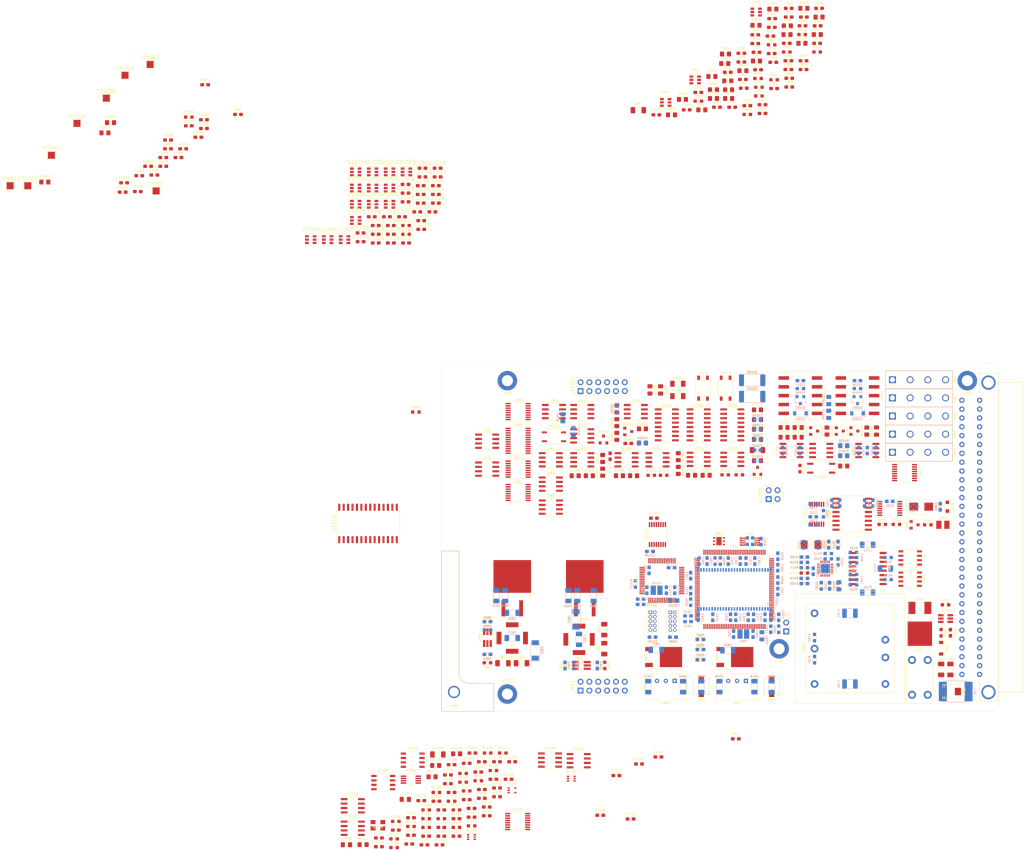
<source format=kicad_pcb>
(kicad_pcb (version 20171130) (host pcbnew 5.1.9)
  (layers (0 F.Cu signal) (1 In1.Cu signal) (2 In2.Cu signal) (3 In3.Cu signal) (4 In4.Cu signal) (31 B.Cu signal) (34 B.Paste user) (35 F.Paste user) (36 B.SilkS user) (37 F.SilkS user) (38 B.Mask user) (39 F.Mask user) (44 Edge.Cuts user))
  (net 0 "")
  (net 1 GND)
  (net 2 +3V3)
  (net 3 +5V)
  (net 4 GND_TRIG)
  (net 5 +5V_TRIG)
  (net 6 "Net-(C209-Pad2)")
  (net 7 /Connector/EXT_TRIG)
  (net 8 VCCQ)
  (net 9 "Net-(C408-Pad1)")
  (net 10 Earth)
  (net 11 "Net-(C411-Pad1)")
  (net 12 "Net-(C413-Pad1)")
  (net 13 "Net-(C414-Pad1)")
  (net 14 "Net-(C501-Pad1)")
  (net 15 "Net-(C502-Pad1)")
  (net 16 "Net-(C503-Pad1)")
  (net 17 "Net-(C504-Pad1)")
  (net 18 /Ethernet/NRST)
  (net 19 /MCU/MCU_VDDA)
  (net 20 "Net-(C701-Pad2)")
  (net 21 +24VF)
  (net 22 GNDPWR)
  (net 23 "Net-(C702-Pad1)")
  (net 24 "Net-(C704-Pad2)")
  (net 25 "Net-(C801-Pad2)")
  (net 26 "Net-(C801-Pad1)")
  (net 27 "Net-(C804-Pad2)")
  (net 28 "Net-(C804-Pad1)")
  (net 29 +15V)
  (net 30 "Net-(C809-Pad1)")
  (net 31 "Net-(C810-Pad1)")
  (net 32 "Net-(C812-Pad1)")
  (net 33 "Net-(C813-Pad2)")
  (net 34 "Net-(C813-Pad1)")
  (net 35 "Net-(C816-Pad2)")
  (net 36 "Net-(C816-Pad1)")
  (net 37 "Net-(C818-Pad1)")
  (net 38 "Net-(C819-Pad1)")
  (net 39 -15V)
  (net 40 "Net-(C824-Pad1)")
  (net 41 "Net-(C901-Pad2)")
  (net 42 "Net-(C901-Pad1)")
  (net 43 "Net-(C902-Pad2)")
  (net 44 "Net-(C902-Pad1)")
  (net 45 "Net-(C903-Pad2)")
  (net 46 "Net-(C903-Pad1)")
  (net 47 "Net-(C904-Pad2)")
  (net 48 "Net-(C906-Pad1)")
  (net 49 "Net-(C907-Pad2)")
  (net 50 "Net-(C908-Pad1)")
  (net 51 "Net-(C909-Pad1)")
  (net 52 +2V5)
  (net 53 -2V5)
  (net 54 "Net-(C915-Pad1)")
  (net 55 "Net-(C916-Pad1)")
  (net 56 "Net-(C940-Pad1)")
  (net 57 "Net-(C942-Pad1)")
  (net 58 DGNDF)
  (net 59 "Net-(D201-Pad1)")
  (net 60 "Net-(D202-Pad3)")
  (net 61 "Net-(D401-Pad2)")
  (net 62 "Net-(D401-Pad1)")
  (net 63 "Net-(D402-Pad2)")
  (net 64 "Net-(D402-Pad1)")
  (net 65 "Net-(D501-Pad1)")
  (net 66 "Net-(D502-Pad1)")
  (net 67 "Net-(D503-Pad1)")
  (net 68 "Net-(D701-Pad2)")
  (net 69 "Net-(D702-Pad1)")
  (net 70 "Net-(D703-Pad2)")
  (net 71 +24V)
  (net 72 /MCU/MCU_DEFAULT)
  (net 73 /Connector/TX+)
  (net 74 /Connector/TX-)
  (net 75 /Connector/RX+)
  (net 76 /Connector/RX-)
  (net 77 "Net-(L201-Pad2)")
  (net 78 /Ethernet/ETH_TXP)
  (net 79 /Ethernet/ETH_TXN)
  (net 80 /Ethernet/ETH_RXP)
  (net 81 /Ethernet/ETH_RXN)
  (net 82 "Net-(L401-Pad9)")
  (net 83 "Net-(L401-Pad10)")
  (net 84 "Net-(L401-Pad11)")
  (net 85 "Net-(L401-Pad14)")
  (net 86 "Net-(L401-Pad15)")
  (net 87 "Net-(L401-Pad16)")
  (net 88 "Net-(Q701-Pad1)")
  (net 89 "Net-(R201-Pad2)")
  (net 90 "Net-(R203-Pad2)")
  (net 91 /Trigger/EXT_TRIG_SIGN)
  (net 92 /Ethernet/RMII_RXD0)
  (net 93 /Ethernet/MODE0)
  (net 94 /Ethernet/RMII_RXD1)
  (net 95 /Ethernet/MODE1)
  (net 96 "Net-(R407-Pad1)")
  (net 97 /Ethernet/RMII_CRS_DV)
  (net 98 /Ethernet/MODE2)
  (net 99 "Net-(R409-Pad2)")
  (net 100 /Ethernet/REF_CLK)
  (net 101 /Ethernet/REFCLK0)
  (net 102 /Ethernet/RMII_MDIO)
  (net 103 "Net-(R501-Pad1)")
  (net 104 "Net-(R502-Pad1)")
  (net 105 "Net-(R503-Pad1)")
  (net 106 "Net-(R505-Pad1)")
  (net 107 /MCU/SENS_SCL)
  (net 108 /MCU/SENS_SDA)
  (net 109 /MCU/EEPROM_SDA)
  (net 110 /MCU/EEPROM_SCL)
  (net 111 "Net-(R701-Pad2)")
  (net 112 "Net-(R702-Pad2)")
  (net 113 "Net-(R801-Pad2)")
  (net 114 "Net-(R805-Pad2)")
  (net 115 "Net-(R901-Pad1)")
  (net 116 "Net-(R902-Pad2)")
  (net 117 /Control/FDACLO_SEL)
  (net 118 "Net-(R907-Pad2)")
  (net 119 "Net-(R908-Pad2)")
  (net 120 "Net-(R914-Pad2)")
  (net 121 "Net-(R915-Pad2)")
  (net 122 "Net-(R916-Pad2)")
  (net 123 "Net-(R917-Pad2)")
  (net 124 "Net-(R918-Pad1)")
  (net 125 "Net-(R921-Pad2)")
  (net 126 "Net-(R922-Pad2)")
  (net 127 /Control/ADC_HS_MISO)
  (net 128 "Net-(R924-Pad2)")
  (net 129 "Net-(R925-Pad2)")
  (net 130 +4V)
  (net 131 /Control/CAP1)
  (net 132 /Control/CAP2)
  (net 133 /Trigger/TRIG_OUT_EN)
  (net 134 /Trigger/TRIG_OUT_SIGN)
  (net 135 "Net-(U202-Pad13)")
  (net 136 "Net-(U202-Pad12)")
  (net 137 "Net-(U202-Pad11)")
  (net 138 /MCU/TRIG_IN)
  (net 139 /MCU/TRIG_OUT)
  (net 140 /MCU/TRIG_EN)
  (net 141 /MCU/D15)
  (net 142 /MCU/D13)
  (net 143 /MCU/D12)
  (net 144 /MCU/D11)
  (net 145 /MCU/D10)
  (net 146 /MCU/D9)
  (net 147 /MCU/D8)
  (net 148 /MCU/UDQM)
  (net 149 /MCU/CLK)
  (net 150 /MCU/CKE)
  (net 151 /MCU/A12)
  (net 152 /MCU/A11)
  (net 153 /MCU/A9)
  (net 154 /MCU/A8)
  (net 155 /MCU/A7)
  (net 156 /MCU/A6)
  (net 157 /MCU/A5)
  (net 158 /MCU/A4)
  (net 159 /MCU/A2)
  (net 160 /MCU/A1)
  (net 161 /MCU/A0)
  (net 162 /MCU/A10)
  (net 163 /MCU/BA1)
  (net 164 /MCU/BA0)
  (net 165 /MCU/~CS)
  (net 166 /MCU/~RAS)
  (net 167 /MCU/~WE)
  (net 168 /MCU/LDQM)
  (net 169 /MCU/D7)
  (net 170 /MCU/D6)
  (net 171 /MCU/D5)
  (net 172 /MCU/D4)
  (net 173 /MCU/D3)
  (net 174 /MCU/D2)
  (net 175 /MCU/D1)
  (net 176 /MCU/D0)
  (net 177 /MCU/~CAS)
  (net 178 /MCU/A3)
  (net 179 /MCU/D14)
  (net 180 /Ethernet/RMII_TXD1)
  (net 181 /Ethernet/RMII_TXD0)
  (net 182 /Ethernet/RMII_TXEN)
  (net 183 /Ethernet/RMII_MDC)
  (net 184 /MCU/EEPROM_WP)
  (net 185 /Control/ADC_SEL)
  (net 186 /Control/FDACN_SEL)
  (net 187 /Control/ADC_HS_SCLK)
  (net 188 /Control/ADC_HS_~CS)
  (net 189 /Analog/CL+)
  (net 190 /Analog/CL-)
  (net 191 "Net-(C1001-Pad2)")
  (net 192 "Net-(C1001-Pad1)")
  (net 193 "Net-(C1002-Pad2)")
  (net 194 "Net-(C1002-Pad1)")
  (net 195 OCOM)
  (net 196 "Net-(C1004-Pad2)")
  (net 197 "Net-(C1005-Pad2)")
  (net 198 "Net-(C1006-Pad2)")
  (net 199 "Net-(C1006-Pad1)")
  (net 200 "Net-(C1007-Pad2)")
  (net 201 "Net-(C1007-Pad1)")
  (net 202 "Net-(C1008-Pad2)")
  (net 203 "Net-(C1010-Pad2)")
  (net 204 "Net-(C1011-Pad2)")
  (net 205 "Net-(C1011-Pad1)")
  (net 206 "Net-(C1012-Pad2)")
  (net 207 "Net-(C1012-Pad1)")
  (net 208 "Net-(C1013-Pad2)")
  (net 209 "Net-(C1013-Pad1)")
  (net 210 "Net-(C1014-Pad2)")
  (net 211 "Net-(C1014-Pad1)")
  (net 212 "Net-(C1015-Pad2)")
  (net 213 -15VH)
  (net 214 +15VH)
  (net 215 "Net-(C1036-Pad2)")
  (net 216 "Net-(C1037-Pad2)")
  (net 217 +5VF)
  (net 218 "/Function generator/V_AMPL")
  (net 219 "/Function generator/+2V5REF")
  (net 220 "/Function generator/V_OFFSET")
  (net 221 /Analog/REL1)
  (net 222 "Net-(D1002-Pad1)")
  (net 223 /Analog/REL2)
  (net 224 "Net-(D1005-Pad3)")
  (net 225 "Net-(D1006-Pad3)")
  (net 226 /Analog/INT_GUARD)
  (net 227 /Connector/A)
  (net 228 /Connector/C)
  (net 229 /Connector/B)
  (net 230 /Connector/D)
  (net 231 /Connector/E)
  (net 232 /Connector/F)
  (net 233 "Net-(K601-Pad3)")
  (net 234 /Analog/+OUT)
  (net 235 "Net-(K602-Pad3)")
  (net 236 "Net-(K603-Pad3)")
  (net 237 /Analog/+GUA)
  (net 238 "Net-(K604-Pad3)")
  (net 239 /Analog/+SEN)
  (net 240 "Net-(K605-Pad3)")
  (net 241 /Analog/-SEN)
  (net 242 /Analog/+GUARD)
  (net 243 "Net-(R1006-Pad1)")
  (net 244 "Net-(R1008-Pad1)")
  (net 245 /Analog/CLM)
  (net 246 "Net-(R1013-Pad1)")
  (net 247 "Net-(R1014-Pad1)")
  (net 248 /Analog/~ICLAMP)
  (net 249 "Net-(R1018-Pad1)")
  (net 250 "Net-(R1019-Pad1)")
  (net 251 "Net-(R1020-Pad2)")
  (net 252 /Analog/10mA)
  (net 253 /Analog/VM)
  (net 254 "Net-(R1024-Pad1)")
  (net 255 "Net-(R1025-Pad1)")
  (net 256 "Net-(R1026-Pad1)")
  (net 257 /Analog/FDACN)
  (net 258 "Net-(R1028-Pad1)")
  (net 259 /Analog/100mA)
  (net 260 /Analog/FM)
  (net 261 "Net-(R1041-Pad1)")
  (net 262 /Analog/IM)
  (net 263 "Net-(R1045-Pad1)")
  (net 264 "/Function generator/DDS_FGEN_~FSYNC")
  (net 265 "/Function generator/DDS_DAC_~SYNC")
  (net 266 "/Function generator/DDS_DAC_~RESET")
  (net 267 "Net-(TP901-Pad1)")
  (net 268 /Analog/AMPIN)
  (net 269 /Analog/~10mA)
  (net 270 /Analog/~1A)
  (net 271 /Analog/~100mA)
  (net 272 "Net-(U1008-Pad5)")
  (net 273 /Analog/~IMODE)
  (net 274 /Analog/~VMODE)
  (net 275 "/Function generator/MCU_NRST")
  (net 276 "/Function generator/VDDA")
  (net 277 "/Function generator/TCK_SWCLK")
  (net 278 "/Function generator/TMS_SWDIO")
  (net 279 "/Function generator/DDS_DAC_RSTSEL")
  (net 280 "/Function generator/ANALOG_SWITCH")
  (net 281 "/Function generator/DDS_MDAC_~SYNC")
  (net 282 "/Function generator/DDS_MDAC_DIN")
  (net 283 "/Function generator/DDS_MDAC_SCLK")
  (net 284 "/Function generator/DDS_FGEN_PSEL0")
  (net 285 "/Function generator/DDS_FGEN_PSEL1")
  (net 286 "/Function generator/DDS_FGEN_FSELECT")
  (net 287 "/Function generator/DDS_FGEN_SDATA")
  (net 288 "/Function generator/DDS_FGEN_SCLK")
  (net 289 "/Function generator/DDS_DAC_SDIN")
  (net 290 "/Function generator/DDS_DAC_SCLK")
  (net 291 "/Function generator/DDS_DAC_~LDAC")
  (net 292 "/Function generator/DDS_DAC_SDO")
  (net 293 "Net-(R1033-Pad1)")
  (net 294 "Net-(R1035-Pad2)")
  (net 295 "Net-(R1038-Pad2)")
  (net 296 "Net-(R1042-Pad1)")
  (net 297 "Net-(R1043-Pad2)")
  (net 298 "Net-(R1046-Pad1)")
  (net 299 "Net-(R1047-Pad2)")
  (net 300 "Net-(R1048-Pad1)")
  (net 301 "Net-(K1002-Pad8)")
  (net 302 "Net-(C1101-Pad2)")
  (net 303 "Net-(C1101-Pad1)")
  (net 304 "Net-(C1102-Pad2)")
  (net 305 "Net-(C1103-Pad2)")
  (net 306 "Net-(C1103-Pad1)")
  (net 307 "Net-(C1104-Pad1)")
  (net 308 "Net-(C1105-Pad1)")
  (net 309 "Net-(C1106-Pad1)")
  (net 310 "Net-(C1115-Pad2)")
  (net 311 "Net-(C1115-Pad1)")
  (net 312 "Net-(C1116-Pad2)")
  (net 313 "Net-(C1117-Pad2)")
  (net 314 "Net-(C1117-Pad1)")
  (net 315 "Net-(C1118-Pad1)")
  (net 316 "Net-(C1119-Pad1)")
  (net 317 "Net-(C1121-Pad2)")
  (net 318 "Net-(C1121-Pad1)")
  (net 319 "Net-(C1122-Pad1)")
  (net 320 "Net-(C1123-Pad2)")
  (net 321 "Net-(C1124-Pad1)")
  (net 322 "Net-(C1125-Pad1)")
  (net 323 "Net-(C1126-Pad2)")
  (net 324 "Net-(D1101-Pad2)")
  (net 325 /MCU/TCK_SWCLK)
  (net 326 /MCU/TMS_SWDIO)
  (net 327 /Analog/REL2_CTR)
  (net 328 /Analog/REL1_CTR)
  (net 329 "Net-(R1102-Pad2)")
  (net 330 "Net-(R1103-Pad1)")
  (net 331 "Net-(R1120-Pad2)")
  (net 332 "Net-(R1120-Pad1)")
  (net 333 "Net-(R1121-Pad2)")
  (net 334 "Net-(R1122-Pad1)")
  (net 335 "Net-(R1127-Pad1)")
  (net 336 "Net-(R1201-Pad1)")
  (net 337 "Net-(R1202-Pad1)")
  (net 338 /Control/ADC_HP_SCLK)
  (net 339 /Control/ADC_HP_~CS)
  (net 340 /Control/ADC_HP_MISO)
  (net 341 /Control/ADC_HP_MOSI)
  (net 342 "/Function generator/MCU_NSS")
  (net 343 "/Function generator/MCU_SCLK")
  (net 344 "/Function generator/MCU_MISO")
  (net 345 /Control/DAC_~CS)
  (net 346 /Control/DAC_SCLK)
  (net 347 /Control/DAC_MISO)
  (net 348 /Control/DAC_MOSI)
  (net 349 /Control/ADC_HS_MOSI)
  (net 350 /Connector/CXN_REL1)
  (net 351 /Connector/CXN_REL2)
  (net 352 /Connector/CXN_REL3)
  (net 353 /Connector/CXN_REL4)
  (net 354 /Connector/CXN_REL5)
  (net 355 "/Function generator/MCU_MOSI")
  (net 356 /Analog/~1mA)
  (net 357 /Analog/~10uA)
  (net 358 /Analog/~100uA)
  (net 359 /Analog/~LT10mA)
  (net 360 /Analog/~VRANGE)
  (net 361 /GPIO/GPIO_~LT10mA)
  (net 362 /GPIO/GPIO_~IMODE)
  (net 363 /GPIO/GPIO_~VRANGE)
  (net 364 /GPIO/GPIO_~100uA)
  (net 365 /GPIO/GPIO_REL2_CTR)
  (net 366 /GPIO/GPIO_~VMODE)
  (net 367 /GPIO/GPIO_~100mA)
  (net 368 /GPIO/GPIO_~10mA)
  (net 369 /GPIO/GPIO_REL1_CTR)
  (net 370 /GPIO/GPIO_~1mA)
  (net 371 /GPIO/GPIO_~1A)
  (net 372 /GPIO/GPIO_~10uA)
  (net 373 /Analog/10-100mA)
  (net 374 /GPIO/GPIO_10-100mA)
  (module Package_SO:SOIC-8_3.9x4.9mm_P1.27mm (layer F.Cu) (at 143.891 77.597)
    (fp_text reference U1014 (at 0 -3.175 180) (layer F.SilkS) (effects (font (size 0.6 0.6) (thickness 0.12))))
    (fp_text value OPA2140)
    (pad 8 smd roundrect (at 2.475 -1.905) (size 1.95 0.6) (layers F.Cu F.Paste F.Mask) (net 29 +15V))
    (pad 7 smd roundrect (at 2.475 -0.635) (size 1.95 0.6) (layers F.Cu F.Paste F.Mask) (net 298 "Net-(R1046-Pad1)"))
    (pad 6 smd roundrect (at 2.475 0.635) (size 1.95 0.6) (layers F.Cu F.Paste F.Mask) (net 298 "Net-(R1046-Pad1)"))
    (pad 5 smd roundrect (at 2.475 1.905) (size 1.95 0.6) (layers F.Cu F.Paste F.Mask) (net 299 "Net-(R1047-Pad2)"))
    (pad 4 smd roundrect (at -2.475 1.905) (size 1.95 0.6) (layers F.Cu F.Paste F.Mask) (net 39 -15V))
    (pad 3 smd roundrect (at -2.475 0.635) (size 1.95 0.6) (layers F.Cu F.Paste F.Mask) (net 261 "Net-(R1041-Pad1)"))
    (pad 2 smd roundrect (at -2.475 -0.635) (size 1.95 0.6) (layers F.Cu F.Paste F.Mask) (net 263 "Net-(R1045-Pad1)"))
    (pad 1 smd roundrect (at -2.475 -1.905) (size 1.95 0.6) (layers F.Cu F.Paste F.Mask) (net 262 /Analog/IM))
  )
  (module Package_SO:SOIC-16_3.9x9.9mm_P1.27mm (layer F.Cu) (at 134.747 67.691)
    (fp_text reference U1011 (at 0 -5.588) (layer F.SilkS) (effects (font (size 0.6 0.6) (thickness 0.12))))
    (fp_text value DG444DY+)
    (pad 16 smd roundrect (at 2.475 -4.445) (size 1.95 0.6) (layers F.Cu F.Paste F.Mask) (net 273 /Analog/~IMODE))
    (pad 15 smd roundrect (at 2.475 -3.175) (size 1.95 0.6) (layers F.Cu F.Paste F.Mask) (net 262 /Analog/IM))
    (pad 14 smd roundrect (at 2.475 -1.905) (size 1.95 0.6) (layers F.Cu F.Paste F.Mask) (net 272 "Net-(U1008-Pad5)"))
    (pad 13 smd roundrect (at 2.475 -0.635) (size 1.95 0.6) (layers F.Cu F.Paste F.Mask) (net 29 +15V))
    (pad 12 smd roundrect (at 2.475 0.635) (size 1.95 0.6) (layers F.Cu F.Paste F.Mask) (net 3 +5V))
    (pad 11 smd roundrect (at 2.475 1.905) (size 1.95 0.6) (layers F.Cu F.Paste F.Mask) (net 245 /Analog/CLM))
    (pad 10 smd roundrect (at 2.475 3.175) (size 1.95 0.6) (layers F.Cu F.Paste F.Mask) (net 262 /Analog/IM))
    (pad 9 smd roundrect (at 2.475 4.445) (size 1.95 0.6) (layers F.Cu F.Paste F.Mask) (net 274 /Analog/~VMODE))
    (pad 8 smd roundrect (at -2.475 4.445) (size 1.95 0.6) (layers F.Cu F.Paste F.Mask) (net 273 /Analog/~IMODE))
    (pad 7 smd roundrect (at -2.475 3.175) (size 1.95 0.6) (layers F.Cu F.Paste F.Mask) (net 253 /Analog/VM))
    (pad 6 smd roundrect (at -2.475 1.905) (size 1.95 0.6) (layers F.Cu F.Paste F.Mask) (net 245 /Analog/CLM))
    (pad 5 smd roundrect (at -2.475 0.635) (size 1.95 0.6) (layers F.Cu F.Paste F.Mask) (net 1 GND))
    (pad 4 smd roundrect (at -2.475 -0.635) (size 1.95 0.6) (layers F.Cu F.Paste F.Mask) (net 39 -15V))
    (pad 3 smd roundrect (at -2.475 -1.905) (size 1.95 0.6) (layers F.Cu F.Paste F.Mask) (net 272 "Net-(U1008-Pad5)"))
    (pad 2 smd roundrect (at -2.475 -3.175) (size 1.95 0.6) (layers F.Cu F.Paste F.Mask) (net 253 /Analog/VM))
    (pad 1 smd roundrect (at -2.475 -4.445) (size 1.95 0.6) (layers F.Cu F.Paste F.Mask) (net 274 /Analog/~VMODE))
  )
  (module Package_SO:SOIC-8_3.9x4.9mm_P1.27mm (layer F.Cu) (at 123.19 77.724)
    (fp_text reference U1008 (at 0 -3.175) (layer F.SilkS) (effects (font (size 0.6 0.6) (thickness 0.12))))
    (fp_text value OPA2140)
    (pad 8 smd roundrect (at 2.475 -1.905) (size 1.95 0.6) (layers F.Cu F.Paste F.Mask) (net 29 +15V))
    (pad 7 smd roundrect (at 2.475 -0.635) (size 1.95 0.6) (layers F.Cu F.Paste F.Mask) (net 260 /Analog/FM))
    (pad 6 smd roundrect (at 2.475 0.635) (size 1.95 0.6) (layers F.Cu F.Paste F.Mask) (net 260 /Analog/FM))
    (pad 5 smd roundrect (at 2.475 1.905) (size 1.95 0.6) (layers F.Cu F.Paste F.Mask) (net 272 "Net-(U1008-Pad5)"))
    (pad 4 smd roundrect (at -2.475 1.905) (size 1.95 0.6) (layers F.Cu F.Paste F.Mask) (net 39 -15V))
    (pad 3 smd roundrect (at -2.475 0.635) (size 1.95 0.6) (layers F.Cu F.Paste F.Mask) (net 258 "Net-(R1028-Pad1)"))
    (pad 2 smd roundrect (at -2.475 -0.635) (size 1.95 0.6) (layers F.Cu F.Paste F.Mask) (net 207 "Net-(C1012-Pad1)"))
    (pad 1 smd roundrect (at -2.475 -1.905) (size 1.95 0.6) (layers F.Cu F.Paste F.Mask) (net 206 "Net-(C1012-Pad2)"))
  )
  (module Package_SO:SOIC-8_3.9x4.9mm_P1.27mm (layer F.Cu) (at 132.08 77.724)
    (fp_text reference U1007 (at 0 -3.4) (layer F.SilkS) (effects (font (size 0.6 0.6) (thickness 0.12))))
    (fp_text value LM393)
    (pad 8 smd roundrect (at 2.475 -1.905) (size 1.95 0.6) (layers F.Cu F.Paste F.Mask) (net 29 +15V))
    (pad 7 smd roundrect (at 2.475 -0.635) (size 1.95 0.6) (layers F.Cu F.Paste F.Mask) (net 251 "Net-(R1020-Pad2)"))
    (pad 6 smd roundrect (at 2.475 0.635) (size 1.95 0.6) (layers F.Cu F.Paste F.Mask) (net 204 "Net-(C1011-Pad2)"))
    (pad 5 smd roundrect (at 2.475 1.905) (size 1.95 0.6) (layers F.Cu F.Paste F.Mask) (net 1 GND))
    (pad 4 smd roundrect (at -2.475 1.905) (size 1.95 0.6) (layers F.Cu F.Paste F.Mask) (net 39 -15V))
    (pad 3 smd roundrect (at -2.475 0.635) (size 1.95 0.6) (layers F.Cu F.Paste F.Mask) (net 198 "Net-(C1006-Pad2)"))
    (pad 2 smd roundrect (at -2.475 -0.635) (size 1.95 0.6) (layers F.Cu F.Paste F.Mask) (net 1 GND))
    (pad 1 smd roundrect (at -2.475 -1.905) (size 1.95 0.6) (layers F.Cu F.Paste F.Mask) (net 251 "Net-(R1020-Pad2)"))
  )
  (module Package_SO:SOIC-8_3.9x4.9mm_P1.27mm (layer F.Cu) (at 170.561 75.057)
    (fp_text reference U1006 (at -4.191 0 90) (layer F.SilkS) (effects (font (size 0.6 0.6) (thickness 0.12))))
    (fp_text value OPA2140)
    (pad 8 smd roundrect (at 2.475 -1.905) (size 1.95 0.6) (layers F.Cu F.Paste F.Mask) (net 29 +15V))
    (pad 7 smd roundrect (at 2.475 -0.635) (size 1.95 0.6) (layers F.Cu F.Paste F.Mask) (net 255 "Net-(R1025-Pad1)"))
    (pad 6 smd roundrect (at 2.475 0.635) (size 1.95 0.6) (layers F.Cu F.Paste F.Mask) (net 255 "Net-(R1025-Pad1)"))
    (pad 5 smd roundrect (at 2.475 1.905) (size 1.95 0.6) (layers F.Cu F.Paste F.Mask) (net 250 "Net-(R1019-Pad1)"))
    (pad 4 smd roundrect (at -2.475 1.905) (size 1.95 0.6) (layers F.Cu F.Paste F.Mask) (net 39 -15V))
    (pad 3 smd roundrect (at -2.475 0.635) (size 1.95 0.6) (layers F.Cu F.Paste F.Mask) (net 246 "Net-(R1013-Pad1)"))
    (pad 2 smd roundrect (at -2.475 -0.635) (size 1.95 0.6) (layers F.Cu F.Paste F.Mask) (net 254 "Net-(R1024-Pad1)"))
    (pad 1 smd roundrect (at -2.475 -1.905) (size 1.95 0.6) (layers F.Cu F.Paste F.Mask) (net 253 /Analog/VM))
  )
  (module Package_SO:SOIC-16_3.9x9.9mm_P1.27mm (layer F.Cu) (at 143.891 67.691)
    (fp_text reference U1005 (at 0 -5.588) (layer F.SilkS) (effects (font (size 0.6 0.6) (thickness 0.12))))
    (fp_text value DG444DY+)
    (pad 16 smd roundrect (at 2.475 -4.445) (size 1.95 0.6) (layers F.Cu F.Paste F.Mask) (net 270 /Analog/~1A))
    (pad 15 smd roundrect (at 2.475 -3.175) (size 1.95 0.6) (layers F.Cu F.Paste F.Mask) (net 295 "Net-(R1038-Pad2)"))
    (pad 14 smd roundrect (at 2.475 -1.905) (size 1.95 0.6) (layers F.Cu F.Paste F.Mask) (net 296 "Net-(R1042-Pad1)"))
    (pad 13 smd roundrect (at 2.475 -0.635) (size 1.95 0.6) (layers F.Cu F.Paste F.Mask) (net 29 +15V))
    (pad 12 smd roundrect (at 2.475 0.635) (size 1.95 0.6) (layers F.Cu F.Paste F.Mask) (net 3 +5V))
    (pad 11 smd roundrect (at 2.475 1.905) (size 1.95 0.6) (layers F.Cu F.Paste F.Mask) (net 296 "Net-(R1042-Pad1)"))
    (pad 10 smd roundrect (at 2.475 3.175) (size 1.95 0.6) (layers F.Cu F.Paste F.Mask) (net 193 "Net-(C1002-Pad2)"))
    (pad 9 smd roundrect (at 2.475 4.445) (size 1.95 0.6) (layers F.Cu F.Paste F.Mask) (net 359 /Analog/~LT10mA))
    (pad 8 smd roundrect (at -2.475 4.445) (size 1.95 0.6) (layers F.Cu F.Paste F.Mask) (net 269 /Analog/~10mA))
    (pad 7 smd roundrect (at -2.475 3.175) (size 1.95 0.6) (layers F.Cu F.Paste F.Mask) (net 252 /Analog/10mA))
    (pad 6 smd roundrect (at -2.475 1.905) (size 1.95 0.6) (layers F.Cu F.Paste F.Mask) (net 296 "Net-(R1042-Pad1)"))
    (pad 5 smd roundrect (at -2.475 0.635) (size 1.95 0.6) (layers F.Cu F.Paste F.Mask) (net 1 GND))
    (pad 4 smd roundrect (at -2.475 -0.635) (size 1.95 0.6) (layers F.Cu F.Paste F.Mask) (net 39 -15V))
    (pad 3 smd roundrect (at -2.475 -1.905) (size 1.95 0.6) (layers F.Cu F.Paste F.Mask) (net 296 "Net-(R1042-Pad1)"))
    (pad 2 smd roundrect (at -2.475 -3.175) (size 1.95 0.6) (layers F.Cu F.Paste F.Mask) (net 259 /Analog/100mA))
    (pad 1 smd roundrect (at -2.475 -4.445) (size 1.95 0.6) (layers F.Cu F.Paste F.Mask) (net 271 /Analog/~100mA))
  )
  (module Package_SO:SOIC-8_3.9x4.9mm_P1.27mm (layer F.Cu) (at 110.49 77.724)
    (fp_text reference U1003 (at 0 -3.175) (layer F.SilkS) (effects (font (size 0.6 0.6) (thickness 0.12))))
    (fp_text value OPA2140)
    (pad 8 smd roundrect (at 2.475 -1.905) (size 1.95 0.6) (layers F.Cu F.Paste F.Mask) (net 29 +15V))
    (pad 7 smd roundrect (at 2.475 -0.635) (size 1.95 0.6) (layers F.Cu F.Paste F.Mask) (net 204 "Net-(C1011-Pad2)"))
    (pad 6 smd roundrect (at 2.475 0.635) (size 1.95 0.6) (layers F.Cu F.Paste F.Mask) (net 205 "Net-(C1011-Pad1)"))
    (pad 5 smd roundrect (at 2.475 1.905) (size 1.95 0.6) (layers F.Cu F.Paste F.Mask) (net 249 "Net-(R1018-Pad1)"))
    (pad 4 smd roundrect (at -2.475 1.905) (size 1.95 0.6) (layers F.Cu F.Paste F.Mask) (net 39 -15V))
    (pad 3 smd roundrect (at -2.475 0.635) (size 1.95 0.6) (layers F.Cu F.Paste F.Mask) (net 244 "Net-(R1008-Pad1)"))
    (pad 2 smd roundrect (at -2.475 -0.635) (size 1.95 0.6) (layers F.Cu F.Paste F.Mask) (net 199 "Net-(C1006-Pad1)"))
    (pad 1 smd roundrect (at -2.475 -1.905) (size 1.95 0.6) (layers F.Cu F.Paste F.Mask) (net 198 "Net-(C1006-Pad2)"))
  )
  (module Package_SO:SOIC-16_3.9x9.9mm_P1.27mm (layer F.Cu) (at 153.543 67.691)
    (fp_text reference U1002 (at 0 -5.588) (layer F.SilkS) (effects (font (size 0.6 0.6) (thickness 0.12))))
    (fp_text value DG444DY+)
    (pad 16 smd roundrect (at 2.475 -4.445) (size 1.95 0.6) (layers F.Cu F.Paste F.Mask) (net 356 /Analog/~1mA))
    (pad 15 smd roundrect (at 2.475 -3.175) (size 1.95 0.6) (layers F.Cu F.Paste F.Mask) (net 203 "Net-(C1010-Pad2)"))
    (pad 14 smd roundrect (at 2.475 -1.905) (size 1.95 0.6) (layers F.Cu F.Paste F.Mask) (net 193 "Net-(C1002-Pad2)"))
    (pad 13 smd roundrect (at 2.475 -0.635) (size 1.95 0.6) (layers F.Cu F.Paste F.Mask) (net 29 +15V))
    (pad 12 smd roundrect (at 2.475 0.635) (size 1.95 0.6) (layers F.Cu F.Paste F.Mask) (net 3 +5V))
    (pad 11 smd roundrect (at 2.475 1.905) (size 1.95 0.6) (layers F.Cu F.Paste F.Mask) (net 193 "Net-(C1002-Pad2)"))
    (pad 10 smd roundrect (at 2.475 3.175) (size 1.95 0.6) (layers F.Cu F.Paste F.Mask) (net 196 "Net-(C1004-Pad2)"))
    (pad 9 smd roundrect (at 2.475 4.445) (size 1.95 0.6) (layers F.Cu F.Paste F.Mask) (net 357 /Analog/~10uA))
    (pad 8 smd roundrect (at -2.475 4.445) (size 1.95 0.6) (layers F.Cu F.Paste F.Mask) (net 358 /Analog/~100uA))
    (pad 7 smd roundrect (at -2.475 3.175) (size 1.95 0.6) (layers F.Cu F.Paste F.Mask) (net 202 "Net-(C1008-Pad2)"))
    (pad 6 smd roundrect (at -2.475 1.905) (size 1.95 0.6) (layers F.Cu F.Paste F.Mask) (net 193 "Net-(C1002-Pad2)"))
    (pad 5 smd roundrect (at -2.475 0.635) (size 1.95 0.6) (layers F.Cu F.Paste F.Mask) (net 1 GND))
    (pad 4 smd roundrect (at -2.475 -0.635) (size 1.95 0.6) (layers F.Cu F.Paste F.Mask) (net 39 -15V))
    (pad 3 smd roundrect (at -2.475 -1.905) (size 1.95 0.6) (layers F.Cu F.Paste F.Mask) (net 193 "Net-(C1002-Pad2)"))
    (pad 2 smd roundrect (at -2.475 -3.175) (size 1.95 0.6) (layers F.Cu F.Paste F.Mask) (net 252 /Analog/10mA))
    (pad 1 smd roundrect (at -2.475 -4.445) (size 1.95 0.6) (layers F.Cu F.Paste F.Mask) (net 269 /Analog/~10mA))
  )
  (module Package_SO:SOIC-8_3.9x4.9mm_P1.27mm (layer F.Cu) (at 125.857 63.881)
    (fp_text reference U1001 (at 0 -3.175) (layer F.SilkS) (effects (font (size 0.6 0.6) (thickness 0.12))))
    (fp_text value OPA2140)
    (pad 8 smd roundrect (at 2.475 -1.905) (size 1.95 0.6) (layers F.Cu F.Paste F.Mask) (net 29 +15V))
    (pad 7 smd roundrect (at 2.475 -0.635) (size 1.95 0.6) (layers F.Cu F.Paste F.Mask) (net 268 /Analog/AMPIN))
    (pad 6 smd roundrect (at 2.475 0.635) (size 1.95 0.6) (layers F.Cu F.Paste F.Mask) (net 268 /Analog/AMPIN))
    (pad 5 smd roundrect (at 2.475 1.905) (size 1.95 0.6) (layers F.Cu F.Paste F.Mask) (net 192 "Net-(C1001-Pad1)"))
    (pad 4 smd roundrect (at -2.475 1.905) (size 1.95 0.6) (layers F.Cu F.Paste F.Mask) (net 39 -15V))
    (pad 3 smd roundrect (at -2.475 0.635) (size 1.95 0.6) (layers F.Cu F.Paste F.Mask) (net 1 GND))
    (pad 2 smd roundrect (at -2.475 -0.635) (size 1.95 0.6) (layers F.Cu F.Paste F.Mask) (net 243 "Net-(R1006-Pad1)"))
    (pad 1 smd roundrect (at -2.475 -1.905) (size 1.95 0.6) (layers F.Cu F.Paste F.Mask) (net 201 "Net-(C1007-Pad1)"))
  )
  (module Package_SO:SOP-4_3.8x4.1mm_P2.54mm (layer F.Cu) (at 102.362 71.12)
    (fp_text reference U901 (at 0 -3) (layer F.SilkS))
    (fp_text value CPC1018N)
    (pad 4 smd roundrect (at 2.75 -1.27) (size 1.45 0.55) (layers F.Cu F.Paste F.Mask) (net 115 "Net-(R901-Pad1)"))
    (pad 3 smd roundrect (at 2.75 1.27) (size 1.45 0.55) (layers F.Cu F.Paste F.Mask) (net 44 "Net-(C902-Pad1)"))
    (pad 2 smd roundrect (at -2.75 1.27) (size 1.45 0.55) (layers F.Cu F.Paste F.Mask) (net 1 GND))
    (pad 1 smd roundrect (at -2.75 -1.27) (size 1.45 0.55) (layers F.Cu F.Paste F.Mask) (net 116 "Net-(R902-Pad2)"))
  )
  (module Connector_PinHeader_2.54mm:PinHeader_2x06_P2.54mm_Vertical (layer F.Cu) (at 110 58 90)
    (fp_text reference J1002 (at 1.27 -2.33 90) (layer F.SilkS))
    (fp_text value Conn_02x06)
    (pad 12 thru_hole oval (at 2.54 12.7 90) (size 1.7 1.7) (drill 1) (layers *.Cu *.Mask) (net 193 "Net-(C1002-Pad2)"))
    (pad 11 thru_hole oval (at 0 12.7 90) (size 1.7 1.7) (drill 1) (layers *.Cu *.Mask) (net 193 "Net-(C1002-Pad2)"))
    (pad 10 thru_hole oval (at 2.54 10.16 90) (size 1.7 1.7) (drill 1) (layers *.Cu *.Mask) (net 29 +15V))
    (pad 9 thru_hole oval (at 0 10.16 90) (size 1.7 1.7) (drill 1) (layers *.Cu *.Mask) (net 29 +15V))
    (pad 8 thru_hole oval (at 2.54 7.62 90) (size 1.7 1.7) (drill 1) (layers *.Cu *.Mask) (net 1 GND))
    (pad 7 thru_hole oval (at 0 7.62 90) (size 1.7 1.7) (drill 1) (layers *.Cu *.Mask) (net 1 GND))
    (pad 6 thru_hole oval (at 2.54 5.08 90) (size 1.7 1.7) (drill 1) (layers *.Cu *.Mask) (net 39 -15V))
    (pad 5 thru_hole oval (at 0 5.08 90) (size 1.7 1.7) (drill 1) (layers *.Cu *.Mask) (net 39 -15V))
    (pad 4 thru_hole oval (at 2.54 2.54 90) (size 1.7 1.7) (drill 1) (layers *.Cu *.Mask) (net 268 /Analog/AMPIN))
    (pad 3 thru_hole oval (at 0 2.54 90) (size 1.7 1.7) (drill 1) (layers *.Cu *.Mask) (net 268 /Analog/AMPIN))
    (pad 2 thru_hole oval (at 2.54 0 90) (size 1.7 1.7) (drill 1) (layers *.Cu *.Mask) (net 373 /Analog/10-100mA))
    (pad 1 thru_hole rect (at 0 0 90) (size 1.7 1.7) (drill 1) (layers *.Cu *.Mask) (net 373 /Analog/10-100mA))
  )
  (module Connector_PinHeader_2.54mm:PinHeader_2x02_P2.54mm_Vertical (layer F.Cu) (at 164 89 90)
    (fp_text reference J1001 (at 1.27 -2.33 90) (layer F.SilkS))
    (fp_text value Conn_02x02)
    (pad 4 thru_hole oval (at 2.54 2.54 90) (size 1.7 1.7) (drill 1) (layers *.Cu *.Mask) (net 214 +15VH))
    (pad 3 thru_hole oval (at 0 2.54 90) (size 1.7 1.7) (drill 1) (layers *.Cu *.Mask) (net 195 OCOM))
    (pad 2 thru_hole oval (at 2.54 0 90) (size 1.7 1.7) (drill 1) (layers *.Cu *.Mask) (net 213 -15VH))
    (pad 1 thru_hole rect (at 0 0 90) (size 1.7 1.7) (drill 1) (layers *.Cu *.Mask) (net 195 OCOM))
  )
  (module Connector_PinHeader_2.54mm:PinHeader_2x06_P2.54mm_Vertical (layer F.Cu) (at 110 144 90)
    (fp_text reference J801 (at 1.27 -2.33 90) (layer F.SilkS))
    (fp_text value Conn_02x06_Odd_Even)
    (pad 12 thru_hole oval (at 2.54 12.7 90) (size 1.7 1.7) (drill 1) (layers *.Cu *.Mask) (net 1 GND))
    (pad 11 thru_hole oval (at 0 12.7 90) (size 1.7 1.7) (drill 1) (layers *.Cu *.Mask) (net 1 GND))
    (pad 10 thru_hole oval (at 2.54 10.16 90) (size 1.7 1.7) (drill 1) (layers *.Cu *.Mask) (net 1 GND))
    (pad 9 thru_hole oval (at 0 10.16 90) (size 1.7 1.7) (drill 1) (layers *.Cu *.Mask) (net 1 GND))
    (pad 8 thru_hole oval (at 2.54 7.62 90) (size 1.7 1.7) (drill 1) (layers *.Cu *.Mask) (net 3 +5V))
    (pad 7 thru_hole oval (at 0 7.62 90) (size 1.7 1.7) (drill 1) (layers *.Cu *.Mask) (net 3 +5V))
    (pad 6 thru_hole oval (at 2.54 5.08 90) (size 1.7 1.7) (drill 1) (layers *.Cu *.Mask))
    (pad 5 thru_hole oval (at 0 5.08 90) (size 1.7 1.7) (drill 1) (layers *.Cu *.Mask))
    (pad 4 thru_hole oval (at 2.54 2.54 90) (size 1.7 1.7) (drill 1) (layers *.Cu *.Mask) (net 21 +24VF))
    (pad 3 thru_hole oval (at 0 2.54 90) (size 1.7 1.7) (drill 1) (layers *.Cu *.Mask) (net 21 +24VF))
    (pad 2 thru_hole oval (at 2.54 0 90) (size 1.7 1.7) (drill 1) (layers *.Cu *.Mask) (net 21 +24VF))
    (pad 1 thru_hole rect (at 0 0 90) (size 1.7 1.7) (drill 1) (layers *.Cu *.Mask) (net 21 +24VF))
  )
  (module ETH1CSMU1:60817-096 (layer F.Cu) (at 73.66 144.399)
    (fp_text reference M101 (at 0.05 4) (layer F.SilkS) (effects (font (size 0.6 0.6) (thickness 0.12))))
    (fp_text value 60817-096)
    (pad 1 thru_hole circle (at 0.02 0) (size 3.5 3.5) (drill 2.7) (layers *.Cu *.Mask))
  )
  (module MountingHole:MountingHole_3.2mm_M3_DIN965_Pad (layer F.Cu) (at 167 132)
    (fp_text reference H104 (at 0.021 3.509 180) (layer F.SilkS) (effects (font (size 0.6 0.6) (thickness 0.12))))
    (fp_text value MountingHole)
    (pad 1 thru_hole circle (at 0 0) (size 5.6 5.6) (drill 3.2) (layers *.Cu *.Mask))
  )
  (module MountingHole:MountingHole_3.2mm_M3_DIN965_Pad (layer F.Cu) (at 221 55)
    (fp_text reference H103 (at -0.036 3.547 180) (layer F.SilkS) (effects (font (size 0.6 0.6) (thickness 0.12))))
    (fp_text value MountingHole)
    (pad 1 thru_hole circle (at 0 0) (size 5.6 5.6) (drill 3.2) (layers *.Cu *.Mask))
  )
  (module MountingHole:MountingHole_3.2mm_M3_DIN965_Pad (layer F.Cu) (at 89 55)
    (fp_text reference H102 (at 0.026 3.547 180) (layer F.SilkS) (effects (font (size 0.6 0.6) (thickness 0.12))))
    (fp_text value MountingHole)
    (pad 1 thru_hole circle (at 0 0) (size 5.6 5.6) (drill 3.2) (layers *.Cu *.Mask))
  )
  (module MountingHole:MountingHole_3.2mm_M3_DIN965_Pad (layer F.Cu) (at 89 145)
    (fp_text reference H101 (at 0 -3.8) (layer F.SilkS))
    (fp_text value MountingHole)
    (pad 1 thru_hole circle (at 0 0) (size 5.6 5.6) (drill 3.2) (layers *.Cu *.Mask))
  )
  (module TestPoint:TestPoint_Pad_2.0x2.0mm (layer F.Cu) (at -41.866 -9.723)
    (fp_text reference TP1007 (at 0 -1.998) (layer F.SilkS))
    (fp_text value TPIM)
    (pad 1 smd rect (at 0 0) (size 2 2) (layers F.Cu F.Mask) (net 262 /Analog/IM))
  )
  (module TestPoint:TestPoint_Pad_2.0x2.0mm (layer F.Cu) (at -26.096 -26.123)
    (fp_text reference TP1006 (at 0 -1.998) (layer F.SilkS))
    (fp_text value TP+SEN)
    (pad 1 smd rect (at 0 0) (size 2 2) (layers F.Cu F.Mask) (net 239 /Analog/+SEN))
  )
  (module TestPoint:TestPoint_Pad_2.0x2.0mm (layer F.Cu) (at -20.746 -32.703)
    (fp_text reference TP1005 (at 0 -1.998) (layer F.SilkS))
    (fp_text value TPVM)
    (pad 1 smd rect (at 0 0) (size 2 2) (layers F.Cu F.Mask) (net 253 /Analog/VM))
  )
  (module TestPoint:TestPoint_Pad_2.0x2.0mm (layer F.Cu) (at -34.546 -18.893)
    (fp_text reference TP1004 (at 0 -1.998) (layer F.SilkS))
    (fp_text value TP-SEN)
    (pad 1 smd rect (at 0 0) (size 2 2) (layers F.Cu F.Mask) (net 241 /Analog/-SEN))
  )
  (module TestPoint:TestPoint_Pad_2.0x2.0mm (layer F.Cu) (at -13.516 -35.803)
    (fp_text reference TP1003 (at 0 -1.998) (layer F.SilkS))
    (fp_text value TP-OUT)
    (pad 1 smd rect (at 0 0) (size 2 2) (layers F.Cu F.Mask) (net 195 OCOM))
  )
  (module TestPoint:TestPoint_Pad_2.0x2.0mm (layer F.Cu) (at -48.666 -0.993)
    (fp_text reference TP1002 (at 0 -1.998) (layer F.SilkS))
    (fp_text value TP+GUA)
    (pad 1 smd rect (at 0 0) (size 2 2) (layers F.Cu F.Mask) (net 237 /Analog/+GUA))
  )
  (module TestPoint:TestPoint_Pad_2.0x2.0mm (layer F.Cu) (at -53.716 -0.993)
    (fp_text reference TP1001 (at 0 -1.998) (layer F.SilkS))
    (fp_text value TP+OUT)
    (pad 1 smd rect (at 0 0) (size 2 2) (layers F.Cu F.Mask) (net 234 /Analog/+OUT))
  )
  (module TestPoint:TestPoint_Pad_2.0x2.0mm (layer F.Cu) (at -11.811 0.508)
    (fp_text reference TP901 (at 0 -1.998) (layer F.SilkS))
    (fp_text value TPDAC)
    (pad 1 smd rect (at 0 0) (size 2 2) (layers F.Cu F.Mask) (net 267 "Net-(TP901-Pad1)"))
  )
  (module Package_SO:SOIC-28W_7.5x17.9mm_P1.27mm (layer F.Cu) (at 49 96 90)
    (fp_text reference U1215 (at 0 -9.9 90) (layer F.SilkS))
    (fp_text value MCP23S17_SO)
    (pad 28 smd roundrect (at 4.65 -8.255 90) (size 2.05 0.6) (layers F.Cu F.Paste F.Mask))
    (pad 27 smd roundrect (at 4.65 -6.985 90) (size 2.05 0.6) (layers F.Cu F.Paste F.Mask))
    (pad 26 smd roundrect (at 4.65 -5.715 90) (size 2.05 0.6) (layers F.Cu F.Paste F.Mask))
    (pad 25 smd roundrect (at 4.65 -4.445 90) (size 2.05 0.6) (layers F.Cu F.Paste F.Mask) (net 364 /GPIO/GPIO_~100uA))
    (pad 24 smd roundrect (at 4.65 -3.175 90) (size 2.05 0.6) (layers F.Cu F.Paste F.Mask) (net 372 /GPIO/GPIO_~10uA))
    (pad 23 smd roundrect (at 4.65 -1.905 90) (size 2.05 0.6) (layers F.Cu F.Paste F.Mask) (net 368 /GPIO/GPIO_~10mA))
    (pad 22 smd roundrect (at 4.65 -0.635 90) (size 2.05 0.6) (layers F.Cu F.Paste F.Mask) (net 363 /GPIO/GPIO_~VRANGE))
    (pad 21 smd roundrect (at 4.65 0.635 90) (size 2.05 0.6) (layers F.Cu F.Paste F.Mask) (net 371 /GPIO/GPIO_~1A))
    (pad 20 smd roundrect (at 4.65 1.905 90) (size 2.05 0.6) (layers F.Cu F.Paste F.Mask))
    (pad 19 smd roundrect (at 4.65 3.175 90) (size 2.05 0.6) (layers F.Cu F.Paste F.Mask))
    (pad 18 smd roundrect (at 4.65 4.445 90) (size 2.05 0.6) (layers F.Cu F.Paste F.Mask) (net 337 "Net-(R1202-Pad1)"))
    (pad 17 smd roundrect (at 4.65 5.715 90) (size 2.05 0.6) (layers F.Cu F.Paste F.Mask) (net 1 GND))
    (pad 16 smd roundrect (at 4.65 6.985 90) (size 2.05 0.6) (layers F.Cu F.Paste F.Mask) (net 1 GND))
    (pad 15 smd roundrect (at 4.65 8.255 90) (size 2.05 0.6) (layers F.Cu F.Paste F.Mask) (net 1 GND))
    (pad 14 smd roundrect (at -4.65 8.255 90) (size 2.05 0.6) (layers F.Cu F.Paste F.Mask))
    (pad 13 smd roundrect (at -4.65 6.985 90) (size 2.05 0.6) (layers F.Cu F.Paste F.Mask))
    (pad 12 smd roundrect (at -4.65 5.715 90) (size 2.05 0.6) (layers F.Cu F.Paste F.Mask))
    (pad 11 smd roundrect (at -4.65 4.445 90) (size 2.05 0.6) (layers F.Cu F.Paste F.Mask))
    (pad 10 smd roundrect (at -4.65 3.175 90) (size 2.05 0.6) (layers F.Cu F.Paste F.Mask) (net 1 GND))
    (pad 9 smd roundrect (at -4.65 1.905 90) (size 2.05 0.6) (layers F.Cu F.Paste F.Mask) (net 2 +3V3))
    (pad 8 smd roundrect (at -4.65 0.635 90) (size 2.05 0.6) (layers F.Cu F.Paste F.Mask) (net 367 /GPIO/GPIO_~100mA))
    (pad 7 smd roundrect (at -4.65 -0.635 90) (size 2.05 0.6) (layers F.Cu F.Paste F.Mask) (net 362 /GPIO/GPIO_~IMODE))
    (pad 6 smd roundrect (at -4.65 -1.905 90) (size 2.05 0.6) (layers F.Cu F.Paste F.Mask) (net 370 /GPIO/GPIO_~1mA))
    (pad 5 smd roundrect (at -4.65 -3.175 90) (size 2.05 0.6) (layers F.Cu F.Paste F.Mask) (net 366 /GPIO/GPIO_~VMODE))
    (pad 4 smd roundrect (at -4.65 -4.445 90) (size 2.05 0.6) (layers F.Cu F.Paste F.Mask) (net 361 /GPIO/GPIO_~LT10mA))
    (pad 3 smd roundrect (at -4.65 -5.715 90) (size 2.05 0.6) (layers F.Cu F.Paste F.Mask) (net 369 /GPIO/GPIO_REL1_CTR))
    (pad 2 smd roundrect (at -4.65 -6.985 90) (size 2.05 0.6) (layers F.Cu F.Paste F.Mask) (net 365 /GPIO/GPIO_REL2_CTR))
    (pad 1 smd roundrect (at -4.65 -8.255 90) (size 2.05 0.6) (layers F.Cu F.Paste F.Mask) (net 374 /GPIO/GPIO_10-100mA))
  )
  (module Package_TO_SOT_SMD:SOT-23-6 (layer F.Cu) (at 45.473 -4.957)
    (fp_text reference U1214 (at 0 -2.9) (layer F.SilkS))
    (fp_text value SN74LVC1T45DBV)
    (pad 5 smd rect (at 1.1 0) (size 1.06 0.65) (layers F.Cu F.Paste F.Mask) (net 1 GND))
    (pad 6 smd rect (at 1.1 -0.95) (size 1.06 0.65) (layers F.Cu F.Paste F.Mask) (net 2 +3V3))
    (pad 4 smd rect (at 1.1 0.95) (size 1.06 0.65) (layers F.Cu F.Paste F.Mask) (net 372 /GPIO/GPIO_~10uA))
    (pad 3 smd rect (at -1.1 0.95) (size 1.06 0.65) (layers F.Cu F.Paste F.Mask) (net 357 /Analog/~10uA))
    (pad 2 smd rect (at -1.1 0) (size 1.06 0.65) (layers F.Cu F.Paste F.Mask) (net 1 GND))
    (pad 1 smd rect (at -1.1 -0.95) (size 1.06 0.65) (layers F.Cu F.Paste F.Mask) (net 3 +5V))
  )
  (module Package_TO_SOT_SMD:SOT-23-6 (layer F.Cu) (at 50.323 -4.957)
    (fp_text reference U1213 (at 0 -2.9) (layer F.SilkS))
    (fp_text value SN74LVC1T45DBV)
    (pad 5 smd rect (at 1.1 0) (size 1.06 0.65) (layers F.Cu F.Paste F.Mask) (net 1 GND))
    (pad 6 smd rect (at 1.1 -0.95) (size 1.06 0.65) (layers F.Cu F.Paste F.Mask) (net 2 +3V3))
    (pad 4 smd rect (at 1.1 0.95) (size 1.06 0.65) (layers F.Cu F.Paste F.Mask) (net 371 /GPIO/GPIO_~1A))
    (pad 3 smd rect (at -1.1 0.95) (size 1.06 0.65) (layers F.Cu F.Paste F.Mask) (net 270 /Analog/~1A))
    (pad 2 smd rect (at -1.1 0) (size 1.06 0.65) (layers F.Cu F.Paste F.Mask) (net 1 GND))
    (pad 1 smd rect (at -1.1 -0.95) (size 1.06 0.65) (layers F.Cu F.Paste F.Mask) (net 3 +5V))
  )
  (module Package_TO_SOT_SMD:SOT-23-6 (layer F.Cu) (at 55.173 -4.957)
    (fp_text reference U1212 (at 0 -2.9) (layer F.SilkS))
    (fp_text value SN74LVC1T45DBV)
    (pad 5 smd rect (at 1.1 0) (size 1.06 0.65) (layers F.Cu F.Paste F.Mask) (net 1 GND))
    (pad 6 smd rect (at 1.1 -0.95) (size 1.06 0.65) (layers F.Cu F.Paste F.Mask) (net 2 +3V3))
    (pad 4 smd rect (at 1.1 0.95) (size 1.06 0.65) (layers F.Cu F.Paste F.Mask) (net 370 /GPIO/GPIO_~1mA))
    (pad 3 smd rect (at -1.1 0.95) (size 1.06 0.65) (layers F.Cu F.Paste F.Mask) (net 356 /Analog/~1mA))
    (pad 2 smd rect (at -1.1 0) (size 1.06 0.65) (layers F.Cu F.Paste F.Mask) (net 1 GND))
    (pad 1 smd rect (at -1.1 -0.95) (size 1.06 0.65) (layers F.Cu F.Paste F.Mask) (net 3 +5V))
  )
  (module Package_TO_SOT_SMD:SOT-23-6 (layer F.Cu) (at 45.473 -0.307)
    (fp_text reference U1211 (at 0 -2.9) (layer F.SilkS))
    (fp_text value SN74LVC1T45DBV)
    (pad 5 smd rect (at 1.1 0) (size 1.06 0.65) (layers F.Cu F.Paste F.Mask) (net 1 GND))
    (pad 6 smd rect (at 1.1 -0.95) (size 1.06 0.65) (layers F.Cu F.Paste F.Mask) (net 2 +3V3))
    (pad 4 smd rect (at 1.1 0.95) (size 1.06 0.65) (layers F.Cu F.Paste F.Mask) (net 369 /GPIO/GPIO_REL1_CTR))
    (pad 3 smd rect (at -1.1 0.95) (size 1.06 0.65) (layers F.Cu F.Paste F.Mask) (net 328 /Analog/REL1_CTR))
    (pad 2 smd rect (at -1.1 0) (size 1.06 0.65) (layers F.Cu F.Paste F.Mask) (net 1 GND))
    (pad 1 smd rect (at -1.1 -0.95) (size 1.06 0.65) (layers F.Cu F.Paste F.Mask) (net 3 +5V))
  )
  (module Package_TO_SOT_SMD:SOT-23-6 (layer F.Cu) (at 50.323 -0.307)
    (fp_text reference U1210 (at 0 -2.9) (layer F.SilkS))
    (fp_text value SN74LVC1T45DBV)
    (pad 5 smd rect (at 1.1 0) (size 1.06 0.65) (layers F.Cu F.Paste F.Mask) (net 336 "Net-(R1201-Pad1)"))
    (pad 6 smd rect (at 1.1 -0.95) (size 1.06 0.65) (layers F.Cu F.Paste F.Mask) (net 2 +3V3))
    (pad 4 smd rect (at 1.1 0.95) (size 1.06 0.65) (layers F.Cu F.Paste F.Mask))
    (pad 3 smd rect (at -1.1 0.95) (size 1.06 0.65) (layers F.Cu F.Paste F.Mask) (net 248 /Analog/~ICLAMP))
    (pad 2 smd rect (at -1.1 0) (size 1.06 0.65) (layers F.Cu F.Paste F.Mask) (net 1 GND))
    (pad 1 smd rect (at -1.1 -0.95) (size 1.06 0.65) (layers F.Cu F.Paste F.Mask) (net 3 +5V))
  )
  (module Package_TO_SOT_SMD:SOT-23-6 (layer F.Cu) (at 45.473 4.343)
    (fp_text reference U1209 (at 0 -2.9) (layer F.SilkS))
    (fp_text value SN74LVC1T45DBV)
    (pad 5 smd rect (at 1.1 0) (size 1.06 0.65) (layers F.Cu F.Paste F.Mask) (net 1 GND))
    (pad 6 smd rect (at 1.1 -0.95) (size 1.06 0.65) (layers F.Cu F.Paste F.Mask) (net 2 +3V3))
    (pad 4 smd rect (at 1.1 0.95) (size 1.06 0.65) (layers F.Cu F.Paste F.Mask) (net 368 /GPIO/GPIO_~10mA))
    (pad 3 smd rect (at -1.1 0.95) (size 1.06 0.65) (layers F.Cu F.Paste F.Mask) (net 269 /Analog/~10mA))
    (pad 2 smd rect (at -1.1 0) (size 1.06 0.65) (layers F.Cu F.Paste F.Mask) (net 1 GND))
    (pad 1 smd rect (at -1.1 -0.95) (size 1.06 0.65) (layers F.Cu F.Paste F.Mask) (net 3 +5V))
  )
  (module Package_TO_SOT_SMD:SOT-23-6 (layer F.Cu) (at 37.413 14.493)
    (fp_text reference U1208 (at 0 -2.9) (layer F.SilkS))
    (fp_text value SN74LVC1T45DBV)
    (pad 5 smd rect (at 1.1 0) (size 1.06 0.65) (layers F.Cu F.Paste F.Mask) (net 1 GND))
    (pad 6 smd rect (at 1.1 -0.95) (size 1.06 0.65) (layers F.Cu F.Paste F.Mask) (net 2 +3V3))
    (pad 4 smd rect (at 1.1 0.95) (size 1.06 0.65) (layers F.Cu F.Paste F.Mask) (net 367 /GPIO/GPIO_~100mA))
    (pad 3 smd rect (at -1.1 0.95) (size 1.06 0.65) (layers F.Cu F.Paste F.Mask) (net 271 /Analog/~100mA))
    (pad 2 smd rect (at -1.1 0) (size 1.06 0.65) (layers F.Cu F.Paste F.Mask) (net 1 GND))
    (pad 1 smd rect (at -1.1 -0.95) (size 1.06 0.65) (layers F.Cu F.Paste F.Mask) (net 3 +5V))
  )
  (module Package_TO_SOT_SMD:SOT-23-6 (layer F.Cu) (at 55.173 -0.307)
    (fp_text reference U1207 (at 0 -2.9) (layer F.SilkS))
    (fp_text value SN74LVC1T45DBV)
    (pad 5 smd rect (at 1.1 0) (size 1.06 0.65) (layers F.Cu F.Paste F.Mask) (net 1 GND))
    (pad 6 smd rect (at 1.1 -0.95) (size 1.06 0.65) (layers F.Cu F.Paste F.Mask) (net 2 +3V3))
    (pad 4 smd rect (at 1.1 0.95) (size 1.06 0.65) (layers F.Cu F.Paste F.Mask) (net 366 /GPIO/GPIO_~VMODE))
    (pad 3 smd rect (at -1.1 0.95) (size 1.06 0.65) (layers F.Cu F.Paste F.Mask) (net 274 /Analog/~VMODE))
    (pad 2 smd rect (at -1.1 0) (size 1.06 0.65) (layers F.Cu F.Paste F.Mask) (net 1 GND))
    (pad 1 smd rect (at -1.1 -0.95) (size 1.06 0.65) (layers F.Cu F.Paste F.Mask) (net 3 +5V))
  )
  (module Package_TO_SOT_SMD:SOT-23-6 (layer F.Cu) (at 50.323 4.343)
    (fp_text reference U1206 (at 0 -2.9) (layer F.SilkS))
    (fp_text value SN74LVC1T45DBV)
    (pad 5 smd rect (at 1.1 0) (size 1.06 0.65) (layers F.Cu F.Paste F.Mask) (net 1 GND))
    (pad 6 smd rect (at 1.1 -0.95) (size 1.06 0.65) (layers F.Cu F.Paste F.Mask) (net 2 +3V3))
    (pad 4 smd rect (at 1.1 0.95) (size 1.06 0.65) (layers F.Cu F.Paste F.Mask) (net 365 /GPIO/GPIO_REL2_CTR))
    (pad 3 smd rect (at -1.1 0.95) (size 1.06 0.65) (layers F.Cu F.Paste F.Mask) (net 327 /Analog/REL2_CTR))
    (pad 2 smd rect (at -1.1 0) (size 1.06 0.65) (layers F.Cu F.Paste F.Mask) (net 1 GND))
    (pad 1 smd rect (at -1.1 -0.95) (size 1.06 0.65) (layers F.Cu F.Paste F.Mask) (net 3 +5V))
  )
  (module Package_TO_SOT_SMD:SOT-23-6 (layer F.Cu) (at 45.473 8.993)
    (fp_text reference U1205 (at 0 -2.9) (layer F.SilkS))
    (fp_text value SN74LVC1T45DBV)
    (pad 5 smd rect (at 1.1 0) (size 1.06 0.65) (layers F.Cu F.Paste F.Mask) (net 1 GND))
    (pad 6 smd rect (at 1.1 -0.95) (size 1.06 0.65) (layers F.Cu F.Paste F.Mask) (net 2 +3V3))
    (pad 4 smd rect (at 1.1 0.95) (size 1.06 0.65) (layers F.Cu F.Paste F.Mask) (net 364 /GPIO/GPIO_~100uA))
    (pad 3 smd rect (at -1.1 0.95) (size 1.06 0.65) (layers F.Cu F.Paste F.Mask) (net 358 /Analog/~100uA))
    (pad 2 smd rect (at -1.1 0) (size 1.06 0.65) (layers F.Cu F.Paste F.Mask) (net 1 GND))
    (pad 1 smd rect (at -1.1 -0.95) (size 1.06 0.65) (layers F.Cu F.Paste F.Mask) (net 3 +5V))
  )
  (module Package_TO_SOT_SMD:SOT-23-6 (layer F.Cu) (at 32.563 14.493)
    (fp_text reference U1204 (at 0 -2.9) (layer F.SilkS))
    (fp_text value SN74LVC1T45DBV)
    (pad 5 smd rect (at 1.1 0) (size 1.06 0.65) (layers F.Cu F.Paste F.Mask) (net 1 GND))
    (pad 6 smd rect (at 1.1 -0.95) (size 1.06 0.65) (layers F.Cu F.Paste F.Mask) (net 2 +3V3))
    (pad 4 smd rect (at 1.1 0.95) (size 1.06 0.65) (layers F.Cu F.Paste F.Mask) (net 363 /GPIO/GPIO_~VRANGE))
    (pad 3 smd rect (at -1.1 0.95) (size 1.06 0.65) (layers F.Cu F.Paste F.Mask) (net 360 /Analog/~VRANGE))
    (pad 2 smd rect (at -1.1 0) (size 1.06 0.65) (layers F.Cu F.Paste F.Mask) (net 1 GND))
    (pad 1 smd rect (at -1.1 -0.95) (size 1.06 0.65) (layers F.Cu F.Paste F.Mask) (net 3 +5V))
  )
  (module Package_TO_SOT_SMD:SOT-23-6 (layer F.Cu) (at 60.023 -4.957)
    (fp_text reference U1203 (at 0 -2.9) (layer F.SilkS))
    (fp_text value SN74LVC1T45DBV)
    (pad 5 smd rect (at 1.1 0) (size 1.06 0.65) (layers F.Cu F.Paste F.Mask) (net 1 GND))
    (pad 6 smd rect (at 1.1 -0.95) (size 1.06 0.65) (layers F.Cu F.Paste F.Mask) (net 2 +3V3))
    (pad 4 smd rect (at 1.1 0.95) (size 1.06 0.65) (layers F.Cu F.Paste F.Mask) (net 362 /GPIO/GPIO_~IMODE))
    (pad 3 smd rect (at -1.1 0.95) (size 1.06 0.65) (layers F.Cu F.Paste F.Mask) (net 273 /Analog/~IMODE))
    (pad 2 smd rect (at -1.1 0) (size 1.06 0.65) (layers F.Cu F.Paste F.Mask) (net 1 GND))
    (pad 1 smd rect (at -1.1 -0.95) (size 1.06 0.65) (layers F.Cu F.Paste F.Mask) (net 3 +5V))
  )
  (module Package_TO_SOT_SMD:SOT-23-6 (layer F.Cu) (at 42.263 14.493)
    (fp_text reference U1202 (at 0 -2.9) (layer F.SilkS))
    (fp_text value SN74LVC1T45DBV)
    (pad 5 smd rect (at 1.1 0) (size 1.06 0.65) (layers F.Cu F.Paste F.Mask) (net 1 GND))
    (pad 6 smd rect (at 1.1 -0.95) (size 1.06 0.65) (layers F.Cu F.Paste F.Mask) (net 2 +3V3))
    (pad 4 smd rect (at 1.1 0.95) (size 1.06 0.65) (layers F.Cu F.Paste F.Mask) (net 361 /GPIO/GPIO_~LT10mA))
    (pad 3 smd rect (at -1.1 0.95) (size 1.06 0.65) (layers F.Cu F.Paste F.Mask) (net 359 /Analog/~LT10mA))
    (pad 2 smd rect (at -1.1 0) (size 1.06 0.65) (layers F.Cu F.Paste F.Mask) (net 1 GND))
    (pad 1 smd rect (at -1.1 -0.95) (size 1.06 0.65) (layers F.Cu F.Paste F.Mask) (net 3 +5V))
  )
  (module Package_TO_SOT_SMD:SOT-23-6 (layer F.Cu) (at 55.173 4.343)
    (fp_text reference U1201 (at 0 -2.9) (layer F.SilkS))
    (fp_text value SN74LVC1T45DBV)
    (pad 5 smd rect (at 1.1 0) (size 1.06 0.65) (layers F.Cu F.Paste F.Mask) (net 1 GND))
    (pad 6 smd rect (at 1.1 -0.95) (size 1.06 0.65) (layers F.Cu F.Paste F.Mask) (net 2 +3V3))
    (pad 4 smd rect (at 1.1 0.95) (size 1.06 0.65) (layers F.Cu F.Paste F.Mask) (net 374 /GPIO/GPIO_10-100mA))
    (pad 3 smd rect (at -1.1 0.95) (size 1.06 0.65) (layers F.Cu F.Paste F.Mask) (net 373 /Analog/10-100mA))
    (pad 2 smd rect (at -1.1 0) (size 1.06 0.65) (layers F.Cu F.Paste F.Mask) (net 1 GND))
    (pad 1 smd rect (at -1.1 -0.95) (size 1.06 0.65) (layers F.Cu F.Paste F.Mask) (net 3 +5V))
  )
  (module Resistor_SMD:R_0603_1608Metric_Pad0.98x0.95mm_HandSolder (layer F.Cu) (at 59.913 10.433)
    (fp_text reference R1202 (at 0 -1.43) (layer F.SilkS))
    (fp_text value 10k)
    (pad 2 smd roundrect (at 0.9125 0) (size 0.975 0.95) (layers F.Cu F.Paste F.Mask) (net 2 +3V3))
    (pad 1 smd roundrect (at -0.9125 0) (size 0.975 0.95) (layers F.Cu F.Paste F.Mask) (net 337 "Net-(R1202-Pad1)"))
  )
  (module Resistor_SMD:R_0603_1608Metric_Pad0.98x0.95mm_HandSolder (layer F.Cu) (at 59.913 12.943)
    (fp_text reference R1201 (at 0 -1.43) (layer F.SilkS))
    (fp_text value 1k)
    (pad 2 smd roundrect (at 0.9125 0) (size 0.975 0.95) (layers F.Cu F.Paste F.Mask) (net 3 +5V))
    (pad 1 smd roundrect (at -0.9125 0) (size 0.975 0.95) (layers F.Cu F.Paste F.Mask) (net 336 "Net-(R1201-Pad1)"))
  )
  (module Capacitor_SMD:C_0603_1608Metric_Pad1.08x0.95mm_HandSolder (layer F.Cu) (at 68.473 4.013)
    (fp_text reference C1229 (at 0 -1.43) (layer F.SilkS))
    (fp_text value 100n)
    (pad 2 smd roundrect (at 0.8625 0) (size 1.075 0.95) (layers F.Cu F.Paste F.Mask) (net 1 GND))
    (pad 1 smd roundrect (at -0.8625 0) (size 1.075 0.95) (layers F.Cu F.Paste F.Mask) (net 3 +5V))
  )
  (module Capacitor_SMD:C_0603_1608Metric_Pad1.08x0.95mm_HandSolder (layer F.Cu) (at 67.473 6.523)
    (fp_text reference C1228 (at 0 -1.43) (layer F.SilkS))
    (fp_text value 100n)
    (pad 2 smd roundrect (at 0.8625 0) (size 1.075 0.95) (layers F.Cu F.Paste F.Mask) (net 1 GND))
    (pad 1 smd roundrect (at -0.8625 0) (size 1.075 0.95) (layers F.Cu F.Paste F.Mask) (net 3 +5V))
  )
  (module Capacitor_SMD:C_0603_1608Metric_Pad1.08x0.95mm_HandSolder (layer F.Cu) (at 59.913 15.453)
    (fp_text reference C1227 (at 0 -1.43) (layer F.SilkS))
    (fp_text value 100n)
    (pad 2 smd roundrect (at 0.8625 0) (size 1.075 0.95) (layers F.Cu F.Paste F.Mask) (net 1 GND))
    (pad 1 smd roundrect (at -0.8625 0) (size 1.075 0.95) (layers F.Cu F.Paste F.Mask) (net 3 +5V))
  )
  (module Capacitor_SMD:C_0603_1608Metric_Pad1.08x0.95mm_HandSolder (layer F.Cu) (at 64.263 9.033)
    (fp_text reference C1226 (at 0 -1.43) (layer F.SilkS))
    (fp_text value 100n)
    (pad 2 smd roundrect (at 0.8625 0) (size 1.075 0.95) (layers F.Cu F.Paste F.Mask) (net 1 GND))
    (pad 1 smd roundrect (at -0.8625 0) (size 1.075 0.95) (layers F.Cu F.Paste F.Mask) (net 3 +5V))
  )
  (module Capacitor_SMD:C_0603_1608Metric_Pad1.08x0.95mm_HandSolder (layer F.Cu) (at 64.263 11.543)
    (fp_text reference C1225 (at 0 -1.43) (layer F.SilkS))
    (fp_text value 100n)
    (pad 2 smd roundrect (at 0.8625 0) (size 1.075 0.95) (layers F.Cu F.Paste F.Mask) (net 1 GND))
    (pad 1 smd roundrect (at -0.8625 0) (size 1.075 0.95) (layers F.Cu F.Paste F.Mask) (net 3 +5V))
  )
  (module Capacitor_SMD:C_0603_1608Metric_Pad1.08x0.95mm_HandSolder (layer F.Cu) (at 68.473 1.503)
    (fp_text reference C1224 (at 0 -1.43) (layer F.SilkS))
    (fp_text value 100n)
    (pad 2 smd roundrect (at 0.8625 0) (size 1.075 0.95) (layers F.Cu F.Paste F.Mask) (net 1 GND))
    (pad 1 smd roundrect (at -0.8625 0) (size 1.075 0.95) (layers F.Cu F.Paste F.Mask) (net 3 +5V))
  )
  (module Capacitor_SMD:C_0603_1608Metric_Pad1.08x0.95mm_HandSolder (layer F.Cu) (at 64.123 1.503)
    (fp_text reference C1223 (at 0 -1.43) (layer F.SilkS))
    (fp_text value 100n)
    (pad 2 smd roundrect (at 0.8625 0) (size 1.075 0.95) (layers F.Cu F.Paste F.Mask) (net 1 GND))
    (pad 1 smd roundrect (at -0.8625 0) (size 1.075 0.95) (layers F.Cu F.Paste F.Mask) (net 3 +5V))
  )
  (module Capacitor_SMD:C_0603_1608Metric_Pad1.08x0.95mm_HandSolder (layer F.Cu) (at 51.213 15.453)
    (fp_text reference C1222 (at 0 -1.43) (layer F.SilkS))
    (fp_text value 100n)
    (pad 2 smd roundrect (at 0.8625 0) (size 1.075 0.95) (layers F.Cu F.Paste F.Mask) (net 1 GND))
    (pad 1 smd roundrect (at -0.8625 0) (size 1.075 0.95) (layers F.Cu F.Paste F.Mask) (net 3 +5V))
  )
  (module Capacitor_SMD:C_0603_1608Metric_Pad1.08x0.95mm_HandSolder (layer F.Cu) (at 58.773 7.923)
    (fp_text reference C1221 (at 0 -1.43) (layer F.SilkS))
    (fp_text value 100n)
    (pad 2 smd roundrect (at 0.8625 0) (size 1.075 0.95) (layers F.Cu F.Paste F.Mask) (net 1 GND))
    (pad 1 smd roundrect (at -0.8625 0) (size 1.075 0.95) (layers F.Cu F.Paste F.Mask) (net 3 +5V))
  )
  (module Capacitor_SMD:C_0603_1608Metric_Pad1.08x0.95mm_HandSolder (layer F.Cu) (at 51.213 12.943)
    (fp_text reference C1220 (at 0 -1.43) (layer F.SilkS))
    (fp_text value 100n)
    (pad 2 smd roundrect (at 0.8625 0) (size 1.075 0.95) (layers F.Cu F.Paste F.Mask) (net 1 GND))
    (pad 1 smd roundrect (at -0.8625 0) (size 1.075 0.95) (layers F.Cu F.Paste F.Mask) (net 3 +5V))
  )
  (module Capacitor_SMD:C_0603_1608Metric_Pad1.08x0.95mm_HandSolder (layer F.Cu) (at 64.123 -1.007)
    (fp_text reference C1219 (at 0 -1.43) (layer F.SilkS))
    (fp_text value 100n)
    (pad 2 smd roundrect (at 0.8625 0) (size 1.075 0.95) (layers F.Cu F.Paste F.Mask) (net 1 GND))
    (pad 1 smd roundrect (at -0.8625 0) (size 1.075 0.95) (layers F.Cu F.Paste F.Mask) (net 3 +5V))
  )
  (module Capacitor_SMD:C_0603_1608Metric_Pad1.08x0.95mm_HandSolder (layer F.Cu) (at 59.773 3.643)
    (fp_text reference C1218 (at 0 -1.43) (layer F.SilkS))
    (fp_text value 100n)
    (pad 2 smd roundrect (at 0.8625 0) (size 1.075 0.95) (layers F.Cu F.Paste F.Mask) (net 1 GND))
    (pad 1 smd roundrect (at -0.8625 0) (size 1.075 0.95) (layers F.Cu F.Paste F.Mask) (net 3 +5V))
  )
  (module Capacitor_SMD:C_0603_1608Metric_Pad1.08x0.95mm_HandSolder (layer F.Cu) (at 51.213 10.433)
    (fp_text reference C1217 (at 0 -1.43) (layer F.SilkS))
    (fp_text value 100n)
    (pad 2 smd roundrect (at 0.8625 0) (size 1.075 0.95) (layers F.Cu F.Paste F.Mask) (net 1 GND))
    (pad 1 smd roundrect (at -0.8625 0) (size 1.075 0.95) (layers F.Cu F.Paste F.Mask) (net 3 +5V))
  )
  (module Capacitor_SMD:C_0603_1608Metric_Pad1.08x0.95mm_HandSolder (layer F.Cu) (at 68.973 -6.027)
    (fp_text reference C1216 (at 0 -1.43) (layer F.SilkS))
    (fp_text value 100n)
    (pad 2 smd roundrect (at 0.8625 0) (size 1.075 0.95) (layers F.Cu F.Paste F.Mask) (net 1 GND))
    (pad 1 smd roundrect (at -0.8625 0) (size 1.075 0.95) (layers F.Cu F.Paste F.Mask) (net 3 +5V))
  )
  (module Capacitor_SMD:C_0603_1608Metric_Pad1.08x0.95mm_HandSolder (layer F.Cu) (at 59.773 -1.377)
    (fp_text reference C1215 (at 0 -1.43) (layer F.SilkS))
    (fp_text value 100n)
    (pad 2 smd roundrect (at 0.8625 0) (size 1.075 0.95) (layers F.Cu F.Paste F.Mask) (net 1 GND))
    (pad 1 smd roundrect (at -0.8625 0) (size 1.075 0.95) (layers F.Cu F.Paste F.Mask) (net 2 +3V3))
  )
  (module Capacitor_SMD:C_0603_1608Metric_Pad1.08x0.95mm_HandSolder (layer F.Cu) (at 64.623 -6.027)
    (fp_text reference C1214 (at 0 -1.43) (layer F.SilkS))
    (fp_text value 100n)
    (pad 2 smd roundrect (at 0.8625 0) (size 1.075 0.95) (layers F.Cu F.Paste F.Mask) (net 1 GND))
    (pad 1 smd roundrect (at -0.8625 0) (size 1.075 0.95) (layers F.Cu F.Paste F.Mask) (net 2 +3V3))
  )
  (module Capacitor_SMD:C_0603_1608Metric_Pad1.08x0.95mm_HandSolder (layer F.Cu) (at 59.773 1.133)
    (fp_text reference C1213 (at 0 -1.43) (layer F.SilkS))
    (fp_text value 100n)
    (pad 2 smd roundrect (at 0.8625 0) (size 1.075 0.95) (layers F.Cu F.Paste F.Mask) (net 1 GND))
    (pad 1 smd roundrect (at -0.8625 0) (size 1.075 0.95) (layers F.Cu F.Paste F.Mask) (net 2 +3V3))
  )
  (module Capacitor_SMD:C_0603_1608Metric_Pad1.08x0.95mm_HandSolder (layer F.Cu) (at 54.423 7.923)
    (fp_text reference C1212 (at 0 -1.43) (layer F.SilkS))
    (fp_text value 100n)
    (pad 2 smd roundrect (at 0.8625 0) (size 1.075 0.95) (layers F.Cu F.Paste F.Mask) (net 1 GND))
    (pad 1 smd roundrect (at -0.8625 0) (size 1.075 0.95) (layers F.Cu F.Paste F.Mask) (net 2 +3V3))
  )
  (module Capacitor_SMD:C_0603_1608Metric_Pad1.08x0.95mm_HandSolder (layer F.Cu) (at 46.863 15.083)
    (fp_text reference C1211 (at 0 -1.43) (layer F.SilkS))
    (fp_text value 100n)
    (pad 2 smd roundrect (at 0.8625 0) (size 1.075 0.95) (layers F.Cu F.Paste F.Mask) (net 1 GND))
    (pad 1 smd roundrect (at -0.8625 0) (size 1.075 0.95) (layers F.Cu F.Paste F.Mask) (net 2 +3V3))
  )
  (module Capacitor_SMD:C_0603_1608Metric_Pad1.08x0.95mm_HandSolder (layer F.Cu) (at 64.623 -3.517)
    (fp_text reference C1210 (at 0 -1.43) (layer F.SilkS))
    (fp_text value 100n)
    (pad 2 smd roundrect (at 0.8625 0) (size 1.075 0.95) (layers F.Cu F.Paste F.Mask) (net 1 GND))
    (pad 1 smd roundrect (at -0.8625 0) (size 1.075 0.95) (layers F.Cu F.Paste F.Mask) (net 2 +3V3))
  )
  (module Capacitor_SMD:C_0603_1608Metric_Pad1.08x0.95mm_HandSolder (layer F.Cu) (at 50.073 7.923)
    (fp_text reference C1209 (at 0 -1.43) (layer F.SilkS))
    (fp_text value 100n)
    (pad 2 smd roundrect (at 0.8625 0) (size 1.075 0.95) (layers F.Cu F.Paste F.Mask) (net 1 GND))
    (pad 1 smd roundrect (at -0.8625 0) (size 1.075 0.95) (layers F.Cu F.Paste F.Mask) (net 2 +3V3))
  )
  (module Capacitor_SMD:C_0603_1608Metric_Pad1.08x0.95mm_HandSolder (layer F.Cu) (at 55.563 10.433)
    (fp_text reference C1208 (at 0 -1.43) (layer F.SilkS))
    (fp_text value 100n)
    (pad 2 smd roundrect (at 0.8625 0) (size 1.075 0.95) (layers F.Cu F.Paste F.Mask) (net 1 GND))
    (pad 1 smd roundrect (at -0.8625 0) (size 1.075 0.95) (layers F.Cu F.Paste F.Mask) (net 2 +3V3))
  )
  (module Capacitor_SMD:C_0603_1608Metric_Pad1.08x0.95mm_HandSolder (layer F.Cu) (at 68.973 -3.517)
    (fp_text reference C1207 (at 0 -1.43) (layer F.SilkS))
    (fp_text value 100n)
    (pad 2 smd roundrect (at 0.8625 0) (size 1.075 0.95) (layers F.Cu F.Paste F.Mask) (net 1 GND))
    (pad 1 smd roundrect (at -0.8625 0) (size 1.075 0.95) (layers F.Cu F.Paste F.Mask) (net 2 +3V3))
  )
  (module Capacitor_SMD:C_0603_1608Metric_Pad1.08x0.95mm_HandSolder (layer F.Cu) (at 68.473 -1.007)
    (fp_text reference C1206 (at 0 -1.43) (layer F.SilkS))
    (fp_text value 100n)
    (pad 2 smd roundrect (at 0.8625 0) (size 1.075 0.95) (layers F.Cu F.Paste F.Mask) (net 1 GND))
    (pad 1 smd roundrect (at -0.8625 0) (size 1.075 0.95) (layers F.Cu F.Paste F.Mask) (net 2 +3V3))
  )
  (module Capacitor_SMD:C_0603_1608Metric_Pad1.08x0.95mm_HandSolder (layer F.Cu) (at 55.563 12.943)
    (fp_text reference C1205 (at 0 -1.43) (layer F.SilkS))
    (fp_text value 100n)
    (pad 2 smd roundrect (at 0.8625 0) (size 1.075 0.95) (layers F.Cu F.Paste F.Mask) (net 1 GND))
    (pad 1 smd roundrect (at -0.8625 0) (size 1.075 0.95) (layers F.Cu F.Paste F.Mask) (net 2 +3V3))
  )
  (module Capacitor_SMD:C_0603_1608Metric_Pad1.08x0.95mm_HandSolder (layer F.Cu) (at 64.123 4.013)
    (fp_text reference C1204 (at 0 -1.43) (layer F.SilkS))
    (fp_text value 100n)
    (pad 2 smd roundrect (at 0.8625 0) (size 1.075 0.95) (layers F.Cu F.Paste F.Mask) (net 1 GND))
    (pad 1 smd roundrect (at -0.8625 0) (size 1.075 0.95) (layers F.Cu F.Paste F.Mask) (net 2 +3V3))
  )
  (module Capacitor_SMD:C_0603_1608Metric_Pad1.08x0.95mm_HandSolder (layer F.Cu) (at 63.123 6.523)
    (fp_text reference C1203 (at 0 -1.43) (layer F.SilkS))
    (fp_text value 100n)
    (pad 2 smd roundrect (at 0.8625 0) (size 1.075 0.95) (layers F.Cu F.Paste F.Mask) (net 1 GND))
    (pad 1 smd roundrect (at -0.8625 0) (size 1.075 0.95) (layers F.Cu F.Paste F.Mask) (net 2 +3V3))
  )
  (module Capacitor_SMD:C_0603_1608Metric_Pad1.08x0.95mm_HandSolder (layer F.Cu) (at 55.563 15.453)
    (fp_text reference C1202 (at 0 -1.43) (layer F.SilkS))
    (fp_text value 100n)
    (pad 2 smd roundrect (at 0.8625 0) (size 1.075 0.95) (layers F.Cu F.Paste F.Mask) (net 1 GND))
    (pad 1 smd roundrect (at -0.8625 0) (size 1.075 0.95) (layers F.Cu F.Paste F.Mask) (net 2 +3V3))
  )
  (module Capacitor_SMD:C_0603_1608Metric_Pad1.08x0.95mm_HandSolder (layer F.Cu) (at 46.863 12.573)
    (fp_text reference C1201 (at 0 -1.43) (layer F.SilkS))
    (fp_text value 100n)
    (pad 2 smd roundrect (at 0.8625 0) (size 1.075 0.95) (layers F.Cu F.Paste F.Mask) (net 1 GND))
    (pad 1 smd roundrect (at -0.8625 0) (size 1.075 0.95) (layers F.Cu F.Paste F.Mask) (net 2 +3V3))
  )
  (module ETH1CSMU1:SA (layer F.Cu) (at 189.484 59.309 90)
    (fp_text reference K1002 (at 0 7.112 90) (layer F.SilkS) (effects (font (size 0.6 0.6) (thickness 0.12))))
    (fp_text value TQ2SA-5V)
    (pad 10 smd rect (at -5.08 -4.78 90) (size 1 3) (layers F.Cu F.Paste F.Mask) (net 223 /Analog/REL2))
    (pad 9 smd rect (at -2.54 -4.78 90) (size 1 3) (layers F.Cu F.Paste F.Mask) (net 194 "Net-(C1002-Pad1)"))
    (pad 8 smd rect (at 0 -4.78 90) (size 1 3) (layers F.Cu F.Paste F.Mask) (net 301 "Net-(K1002-Pad8)"))
    (pad 7 smd rect (at 2.54 -4.78 90) (size 1 3) (layers F.Cu F.Paste F.Mask) (net 239 /Analog/+SEN))
    (pad 6 smd rect (at 5.08 -4.78 90) (size 1 3) (layers F.Cu F.Paste F.Mask))
    (pad 5 smd rect (at 5.08 4.78 90) (size 1 3) (layers F.Cu F.Paste F.Mask))
    (pad 4 smd rect (at 2.54 4.78 90) (size 1 3) (layers F.Cu F.Paste F.Mask) (net 241 /Analog/-SEN))
    (pad 3 smd rect (at 0 4.78 90) (size 1 3) (layers F.Cu F.Paste F.Mask) (net 211 "Net-(C1014-Pad1)"))
    (pad 2 smd rect (at -2.54 4.78 90) (size 1 3) (layers F.Cu F.Paste F.Mask) (net 195 OCOM))
    (pad 1 smd rect (at -5.08 4.78 90) (size 1 3) (layers F.Cu F.Paste F.Mask) (net 3 +5V))
  )
  (module ETH1CSMU1:SA (layer F.Cu) (at 173.101 59.309 90)
    (fp_text reference K1001 (at 0 7.112 90) (layer F.SilkS) (effects (font (size 0.6 0.6) (thickness 0.12))))
    (fp_text value TQ2SA-5V)
    (pad 10 smd rect (at -5.08 -4.78 90) (size 1 3) (layers F.Cu F.Paste F.Mask) (net 221 /Analog/REL1))
    (pad 9 smd rect (at -2.54 -4.78 90) (size 1 3) (layers F.Cu F.Paste F.Mask))
    (pad 8 smd rect (at 0 -4.78 90) (size 1 3) (layers F.Cu F.Paste F.Mask) (net 242 /Analog/+GUARD))
    (pad 7 smd rect (at 2.54 -4.78 90) (size 1 3) (layers F.Cu F.Paste F.Mask) (net 237 /Analog/+GUA))
    (pad 6 smd rect (at 5.08 -4.78 90) (size 1 3) (layers F.Cu F.Paste F.Mask))
    (pad 5 smd rect (at 5.08 4.78 90) (size 1 3) (layers F.Cu F.Paste F.Mask))
    (pad 4 smd rect (at 2.54 4.78 90) (size 1 3) (layers F.Cu F.Paste F.Mask) (net 234 /Analog/+OUT))
    (pad 3 smd rect (at 0 4.78 90) (size 1 3) (layers F.Cu F.Paste F.Mask) (net 194 "Net-(C1002-Pad1)"))
    (pad 2 smd rect (at -2.54 4.78 90) (size 1 3) (layers F.Cu F.Paste F.Mask))
    (pad 1 smd rect (at -5.08 4.78 90) (size 1 3) (layers F.Cu F.Paste F.Mask) (net 3 +5V))
  )
  (module Package_SO:TSSOP-16_4.4x5mm_P0.65mm (layer F.Cu) (at 92.075 63.881)
    (fp_text reference U908 (at 0 -3.302) (layer F.SilkS) (effects (font (size 0.6 0.6) (thickness 0.12))))
    (fp_text value AD5686RARUZ)
    (pad 16 smd roundrect (at 2.8625 -2.275) (size 1.475 0.4) (layers F.Cu F.Paste F.Mask) (net 2 +3V3))
    (pad 15 smd roundrect (at 2.8625 -1.625) (size 1.475 0.4) (layers F.Cu F.Paste F.Mask) (net 48 "Net-(C906-Pad1)"))
    (pad 14 smd roundrect (at 2.8625 -0.975) (size 1.475 0.4) (layers F.Cu F.Paste F.Mask) (net 348 /Control/DAC_MOSI))
    (pad 13 smd roundrect (at 2.8625 -0.325) (size 1.475 0.4) (layers F.Cu F.Paste F.Mask) (net 345 /Control/DAC_~CS))
    (pad 12 smd roundrect (at 2.8625 0.325) (size 1.475 0.4) (layers F.Cu F.Paste F.Mask) (net 346 /Control/DAC_SCLK))
    (pad 11 smd roundrect (at 2.8625 0.975) (size 1.475 0.4) (layers F.Cu F.Paste F.Mask) (net 2 +3V3))
    (pad 10 smd roundrect (at 2.8625 1.625) (size 1.475 0.4) (layers F.Cu F.Paste F.Mask) (net 2 +3V3))
    (pad 9 smd roundrect (at 2.8625 2.275) (size 1.475 0.4) (layers F.Cu F.Paste F.Mask) (net 1 GND))
    (pad 8 smd roundrect (at -2.8625 2.275) (size 1.475 0.4) (layers F.Cu F.Paste F.Mask) (net 347 /Control/DAC_MISO))
    (pad 7 smd roundrect (at -2.8625 1.625) (size 1.475 0.4) (layers F.Cu F.Paste F.Mask) (net 267 "Net-(TP901-Pad1)"))
    (pad 6 smd roundrect (at -2.8625 0.975) (size 1.475 0.4) (layers F.Cu F.Paste F.Mask) (net 125 "Net-(R921-Pad2)"))
    (pad 5 smd roundrect (at -2.8625 0.325) (size 1.475 0.4) (layers F.Cu F.Paste F.Mask) (net 3 +5V))
    (pad 4 smd roundrect (at -2.8625 -0.325) (size 1.475 0.4) (layers F.Cu F.Paste F.Mask) (net 1 GND))
    (pad 3 smd roundrect (at -2.8625 -0.975) (size 1.475 0.4) (layers F.Cu F.Paste F.Mask) (net 119 "Net-(R908-Pad2)"))
    (pad 2 smd roundrect (at -2.8625 -1.625) (size 1.475 0.4) (layers F.Cu F.Paste F.Mask) (net 121 "Net-(R915-Pad2)"))
    (pad 1 smd roundrect (at -2.8625 -2.275) (size 1.475 0.4) (layers F.Cu F.Paste F.Mask) (net 52 +2V5))
  )
  (module Package_SO:SOIC-8_3.9x4.9mm_P1.27mm (layer F.Cu) (at 109.457001 164.142001)
    (fp_text reference U1101 (at 0 -3.4) (layer F.SilkS) (effects (font (size 0.6 0.6) (thickness 0.12))))
    (fp_text value DG419LDY)
    (pad 8 smd roundrect (at 2.475 -1.905) (size 1.95 0.6) (layers F.Cu F.Paste F.Mask))
    (pad 7 smd roundrect (at 2.475 -0.635) (size 1.95 0.6) (layers F.Cu F.Paste F.Mask) (net 39 -15V))
    (pad 6 smd roundrect (at 2.475 0.635) (size 1.95 0.6) (layers F.Cu F.Paste F.Mask) (net 280 "/Function generator/ANALOG_SWITCH"))
    (pad 5 smd roundrect (at 2.475 1.905) (size 1.95 0.6) (layers F.Cu F.Paste F.Mask) (net 2 +3V3))
    (pad 4 smd roundrect (at -2.475 1.905) (size 1.95 0.6) (layers F.Cu F.Paste F.Mask) (net 29 +15V))
    (pad 3 smd roundrect (at -2.475 0.635) (size 1.95 0.6) (layers F.Cu F.Paste F.Mask) (net 1 GND))
    (pad 2 smd roundrect (at -2.475 -0.635) (size 1.95 0.6) (layers F.Cu F.Paste F.Mask) (net 329 "Net-(R1102-Pad2)"))
    (pad 1 smd roundrect (at -2.475 -1.905) (size 1.95 0.6) (layers F.Cu F.Paste F.Mask) (net 314 "Net-(C1117-Pad1)"))
  )
  (module Package_SO:SOIC-8_3.9x4.9mm_P1.27mm (layer F.Cu) (at 101.219 163.957)
    (fp_text reference U1108 (at 0 -3.4) (layer F.SilkS) (effects (font (size 0.6 0.6) (thickness 0.12))))
    (fp_text value TL072)
    (pad 8 smd roundrect (at 2.475 -1.905) (size 1.95 0.6) (layers F.Cu F.Paste F.Mask) (net 29 +15V))
    (pad 7 smd roundrect (at 2.475 -0.635) (size 1.95 0.6) (layers F.Cu F.Paste F.Mask) (net 220 "/Function generator/V_OFFSET"))
    (pad 6 smd roundrect (at 2.475 0.635) (size 1.95 0.6) (layers F.Cu F.Paste F.Mask) (net 320 "Net-(C1123-Pad2)"))
    (pad 5 smd roundrect (at 2.475 1.905) (size 1.95 0.6) (layers F.Cu F.Paste F.Mask) (net 319 "Net-(C1122-Pad1)"))
    (pad 4 smd roundrect (at -2.475 1.905) (size 1.95 0.6) (layers F.Cu F.Paste F.Mask) (net 39 -15V))
    (pad 3 smd roundrect (at -2.475 0.635) (size 1.95 0.6) (layers F.Cu F.Paste F.Mask) (net 312 "Net-(C1116-Pad2)"))
    (pad 2 smd roundrect (at -2.475 -0.635) (size 1.95 0.6) (layers F.Cu F.Paste F.Mask) (net 311 "Net-(C1115-Pad1)"))
    (pad 1 smd roundrect (at -2.475 -1.905) (size 1.95 0.6) (layers F.Cu F.Paste F.Mask) (net 311 "Net-(C1115-Pad1)"))
  )
  (module Package_TO_SOT_SMD:SOT-363_SC-70-6 (layer F.Cu) (at 107.357001 169.292001)
    (fp_text reference D1101 (at 0 -2) (layer F.SilkS) (effects (font (size 0.6 0.6) (thickness 0.12))))
    (fp_text value SD103ATW)
    (pad 6 smd rect (at 0.95 -0.65) (size 0.65 0.4) (layers F.Cu F.Paste F.Mask) (net 324 "Net-(D1101-Pad2)"))
    (pad 4 smd rect (at 0.95 0.65) (size 0.65 0.4) (layers F.Cu F.Paste F.Mask))
    (pad 2 smd rect (at -0.95 0) (size 0.65 0.4) (layers F.Cu F.Paste F.Mask) (net 324 "Net-(D1101-Pad2)"))
    (pad 5 smd rect (at 0.95 0) (size 0.65 0.4) (layers F.Cu F.Paste F.Mask) (net 312 "Net-(C1116-Pad2)"))
    (pad 3 smd rect (at -0.95 0.65) (size 0.65 0.4) (layers F.Cu F.Paste F.Mask))
    (pad 1 smd rect (at -0.95 -0.65) (size 0.65 0.4) (layers F.Cu F.Paste F.Mask) (net 312 "Net-(C1116-Pad2)"))
  )
  (module ETH1CSMU1:NX3225GD (layer B.Cu) (at 131.826 115.189)
    (fp_text reference Y1101 (at 0 -2.032) (layer B.SilkS) (effects (font (size 0.6 0.6) (thickness 0.12)) (justify mirror)))
    (fp_text value NX3225GD-8MHZ-STD-CRA-3)
    (pad 2 smd rect (at 0.95 0) (size 1.5 2.7) (layers B.Cu B.Paste B.Mask) (net 321 "Net-(C1124-Pad1)"))
    (pad 1 smd rect (at -0.95 0) (size 1.5 2.7) (layers B.Cu B.Paste B.Mask) (net 322 "Net-(C1125-Pad1)"))
  )
  (module Package_QFP:LQFP-64_10x10mm_P0.5mm (layer F.Cu) (at 133.35 112.395 90)
    (fp_text reference U1112 (at 0 -7.4 90) (layer F.SilkS) (effects (font (size 0.6 0.6) (thickness 0.12))))
    (fp_text value STM32F413RGT6Tx)
    (pad 64 smd roundrect (at -3.75 -5.675 90) (size 0.3 1.55) (layers F.Cu F.Paste F.Mask) (net 2 +3V3))
    (pad 63 smd roundrect (at -3.25 -5.675 90) (size 0.3 1.55) (layers F.Cu F.Paste F.Mask) (net 1 GND))
    (pad 62 smd roundrect (at -2.75 -5.675 90) (size 0.3 1.55) (layers F.Cu F.Paste F.Mask))
    (pad 61 smd roundrect (at -2.25 -5.675 90) (size 0.3 1.55) (layers F.Cu F.Paste F.Mask))
    (pad 60 smd roundrect (at -1.75 -5.675 90) (size 0.3 1.55) (layers F.Cu F.Paste F.Mask) (net 335 "Net-(R1127-Pad1)"))
    (pad 59 smd roundrect (at -1.25 -5.675 90) (size 0.3 1.55) (layers F.Cu F.Paste F.Mask))
    (pad 58 smd roundrect (at -0.75 -5.675 90) (size 0.3 1.55) (layers F.Cu F.Paste F.Mask))
    (pad 57 smd roundrect (at -0.25 -5.675 90) (size 0.3 1.55) (layers F.Cu F.Paste F.Mask))
    (pad 56 smd roundrect (at 0.25 -5.675 90) (size 0.3 1.55) (layers F.Cu F.Paste F.Mask))
    (pad 55 smd roundrect (at 0.75 -5.675 90) (size 0.3 1.55) (layers F.Cu F.Paste F.Mask))
    (pad 54 smd roundrect (at 1.25 -5.675 90) (size 0.3 1.55) (layers F.Cu F.Paste F.Mask))
    (pad 53 smd roundrect (at 1.75 -5.675 90) (size 0.3 1.55) (layers F.Cu F.Paste F.Mask) (net 355 "/Function generator/MCU_MOSI"))
    (pad 52 smd roundrect (at 2.25 -5.675 90) (size 0.3 1.55) (layers F.Cu F.Paste F.Mask) (net 344 "/Function generator/MCU_MISO"))
    (pad 51 smd roundrect (at 2.75 -5.675 90) (size 0.3 1.55) (layers F.Cu F.Paste F.Mask) (net 343 "/Function generator/MCU_SCLK"))
    (pad 50 smd roundrect (at 3.25 -5.675 90) (size 0.3 1.55) (layers F.Cu F.Paste F.Mask) (net 342 "/Function generator/MCU_NSS"))
    (pad 49 smd roundrect (at 3.75 -5.675 90) (size 0.3 1.55) (layers F.Cu F.Paste F.Mask) (net 277 "/Function generator/TCK_SWCLK"))
    (pad 48 smd roundrect (at 5.675 -3.75 90) (size 1.55 0.3) (layers F.Cu F.Paste F.Mask) (net 2 +3V3))
    (pad 47 smd roundrect (at 5.675 -3.25 90) (size 1.55 0.3) (layers F.Cu F.Paste F.Mask) (net 1 GND))
    (pad 46 smd roundrect (at 5.675 -2.75 90) (size 1.55 0.3) (layers F.Cu F.Paste F.Mask) (net 278 "/Function generator/TMS_SWDIO"))
    (pad 45 smd roundrect (at 5.675 -2.25 90) (size 1.55 0.3) (layers F.Cu F.Paste F.Mask) (net 292 "/Function generator/DDS_DAC_SDO"))
    (pad 44 smd roundrect (at 5.675 -1.75 90) (size 1.55 0.3) (layers F.Cu F.Paste F.Mask))
    (pad 43 smd roundrect (at 5.675 -1.25 90) (size 1.55 0.3) (layers F.Cu F.Paste F.Mask) (net 289 "/Function generator/DDS_DAC_SDIN"))
    (pad 42 smd roundrect (at 5.675 -0.75 90) (size 1.55 0.3) (layers F.Cu F.Paste F.Mask) (net 266 "/Function generator/DDS_DAC_~RESET"))
    (pad 41 smd roundrect (at 5.675 -0.25 90) (size 1.55 0.3) (layers F.Cu F.Paste F.Mask) (net 279 "/Function generator/DDS_DAC_RSTSEL"))
    (pad 40 smd roundrect (at 5.675 0.25 90) (size 1.55 0.3) (layers F.Cu F.Paste F.Mask))
    (pad 39 smd roundrect (at 5.675 0.75 90) (size 1.55 0.3) (layers F.Cu F.Paste F.Mask))
    (pad 38 smd roundrect (at 5.675 1.25 90) (size 1.55 0.3) (layers F.Cu F.Paste F.Mask))
    (pad 37 smd roundrect (at 5.675 1.75 90) (size 1.55 0.3) (layers F.Cu F.Paste F.Mask))
    (pad 36 smd roundrect (at 5.675 2.25 90) (size 1.55 0.3) (layers F.Cu F.Paste F.Mask) (net 282 "/Function generator/DDS_MDAC_DIN"))
    (pad 35 smd roundrect (at 5.675 2.75 90) (size 1.55 0.3) (layers F.Cu F.Paste F.Mask))
    (pad 34 smd roundrect (at 5.675 3.25 90) (size 1.55 0.3) (layers F.Cu F.Paste F.Mask) (net 283 "/Function generator/DDS_MDAC_SCLK"))
    (pad 33 smd roundrect (at 5.675 3.75 90) (size 1.55 0.3) (layers F.Cu F.Paste F.Mask) (net 281 "/Function generator/DDS_MDAC_~SYNC"))
    (pad 32 smd roundrect (at 3.75 5.675 90) (size 0.3 1.55) (layers F.Cu F.Paste F.Mask) (net 2 +3V3))
    (pad 31 smd roundrect (at 3.25 5.675 90) (size 0.3 1.55) (layers F.Cu F.Paste F.Mask) (net 1 GND))
    (pad 30 smd roundrect (at 2.75 5.675 90) (size 0.3 1.55) (layers F.Cu F.Paste F.Mask) (net 323 "Net-(C1126-Pad2)"))
    (pad 29 smd roundrect (at 2.25 5.675 90) (size 0.3 1.55) (layers F.Cu F.Paste F.Mask) (net 280 "/Function generator/ANALOG_SWITCH"))
    (pad 28 smd roundrect (at 1.75 5.675 90) (size 0.3 1.55) (layers F.Cu F.Paste F.Mask) (net 291 "/Function generator/DDS_DAC_~LDAC"))
    (pad 27 smd roundrect (at 1.25 5.675 90) (size 0.3 1.55) (layers F.Cu F.Paste F.Mask) (net 265 "/Function generator/DDS_DAC_~SYNC"))
    (pad 26 smd roundrect (at 0.75 5.675 90) (size 0.3 1.55) (layers F.Cu F.Paste F.Mask) (net 290 "/Function generator/DDS_DAC_SCLK"))
    (pad 25 smd roundrect (at 0.25 5.675 90) (size 0.3 1.55) (layers F.Cu F.Paste F.Mask) (net 285 "/Function generator/DDS_FGEN_PSEL1"))
    (pad 24 smd roundrect (at -0.25 5.675 90) (size 0.3 1.55) (layers F.Cu F.Paste F.Mask) (net 284 "/Function generator/DDS_FGEN_PSEL0"))
    (pad 23 smd roundrect (at -0.75 5.675 90) (size 0.3 1.55) (layers F.Cu F.Paste F.Mask) (net 287 "/Function generator/DDS_FGEN_SDATA"))
    (pad 22 smd roundrect (at -1.25 5.675 90) (size 0.3 1.55) (layers F.Cu F.Paste F.Mask))
    (pad 21 smd roundrect (at -1.75 5.675 90) (size 0.3 1.55) (layers F.Cu F.Paste F.Mask) (net 288 "/Function generator/DDS_FGEN_SCLK"))
    (pad 20 smd roundrect (at -2.25 5.675 90) (size 0.3 1.55) (layers F.Cu F.Paste F.Mask) (net 264 "/Function generator/DDS_FGEN_~FSYNC"))
    (pad 19 smd roundrect (at -2.75 5.675 90) (size 0.3 1.55) (layers F.Cu F.Paste F.Mask) (net 2 +3V3))
    (pad 18 smd roundrect (at -3.25 5.675 90) (size 0.3 1.55) (layers F.Cu F.Paste F.Mask) (net 1 GND))
    (pad 17 smd roundrect (at -3.75 5.675 90) (size 0.3 1.55) (layers F.Cu F.Paste F.Mask) (net 286 "/Function generator/DDS_FGEN_FSELECT"))
    (pad 16 smd roundrect (at -5.675 3.75 90) (size 1.55 0.3) (layers F.Cu F.Paste F.Mask))
    (pad 15 smd roundrect (at -5.675 3.25 90) (size 1.55 0.3) (layers F.Cu F.Paste F.Mask))
    (pad 14 smd roundrect (at -5.675 2.75 90) (size 1.55 0.3) (layers F.Cu F.Paste F.Mask))
    (pad 13 smd roundrect (at -5.675 2.25 90) (size 1.55 0.3) (layers F.Cu F.Paste F.Mask) (net 276 "/Function generator/VDDA"))
    (pad 12 smd roundrect (at -5.675 1.75 90) (size 1.55 0.3) (layers F.Cu F.Paste F.Mask) (net 1 GND))
    (pad 11 smd roundrect (at -5.675 1.25 90) (size 1.55 0.3) (layers F.Cu F.Paste F.Mask))
    (pad 10 smd roundrect (at -5.675 0.75 90) (size 1.55 0.3) (layers F.Cu F.Paste F.Mask))
    (pad 9 smd roundrect (at -5.675 0.25 90) (size 1.55 0.3) (layers F.Cu F.Paste F.Mask))
    (pad 8 smd roundrect (at -5.675 -0.25 90) (size 1.55 0.3) (layers F.Cu F.Paste F.Mask))
    (pad 7 smd roundrect (at -5.675 -0.75 90) (size 1.55 0.3) (layers F.Cu F.Paste F.Mask) (net 275 "/Function generator/MCU_NRST"))
    (pad 6 smd roundrect (at -5.675 -1.25 90) (size 1.55 0.3) (layers F.Cu F.Paste F.Mask) (net 321 "Net-(C1124-Pad1)"))
    (pad 5 smd roundrect (at -5.675 -1.75 90) (size 1.55 0.3) (layers F.Cu F.Paste F.Mask) (net 322 "Net-(C1125-Pad1)"))
    (pad 4 smd roundrect (at -5.675 -2.25 90) (size 1.55 0.3) (layers F.Cu F.Paste F.Mask))
    (pad 3 smd roundrect (at -5.675 -2.75 90) (size 1.55 0.3) (layers F.Cu F.Paste F.Mask))
    (pad 2 smd roundrect (at -5.675 -3.25 90) (size 1.55 0.3) (layers F.Cu F.Paste F.Mask))
    (pad 1 smd roundrect (at -5.675 -3.75 90) (size 1.55 0.3) (layers F.Cu F.Paste F.Mask) (net 2 +3V3))
  )
  (module Resistor_SMD:R_0603_1608Metric_Pad0.98x0.95mm_HandSolder (layer B.Cu) (at 125.73 113.411 90)
    (fp_text reference R1127 (at 0 -1.143 90) (layer B.SilkS) (effects (font (size 0.6 0.6) (thickness 0.12)) (justify mirror)))
    (fp_text value 10k)
    (pad 2 smd roundrect (at 0.9125 0 90) (size 0.975 0.95) (layers B.Cu B.Paste B.Mask) (net 1 GND))
    (pad 1 smd roundrect (at -0.9125 0 90) (size 0.975 0.95) (layers B.Cu B.Paste B.Mask) (net 335 "Net-(R1127-Pad1)"))
  )
  (module Resistor_SMD:R_0603_1608Metric_Pad0.98x0.95mm_HandSolder (layer F.Cu) (at 130.683 128.651)
    (fp_text reference R1126 (at 0 1.27) (layer F.SilkS) (effects (font (size 0.6 0.6) (thickness 0.12))))
    (fp_text value 10k)
    (pad 2 smd roundrect (at 0.9125 0) (size 0.975 0.95) (layers F.Cu F.Paste F.Mask) (net 2 +3V3))
    (pad 1 smd roundrect (at -0.9125 0) (size 0.975 0.95) (layers F.Cu F.Paste F.Mask) (net 275 "/Function generator/MCU_NRST"))
  )
  (module Connector_PinHeader_1.27mm:PinHeader_2x05_P1.27mm_Vertical (layer F.Cu) (at 130.048 121.539)
    (fp_text reference J1101 (at 0.635 -1.695) (layer F.SilkS) (effects (font (size 0.6 0.6) (thickness 0.12))))
    (fp_text value 20021111-00010T4LF)
    (pad 10 thru_hole oval (at 1.27 5.08) (size 1 1) (drill 0.65) (layers *.Cu *.Mask) (net 275 "/Function generator/MCU_NRST"))
    (pad 9 thru_hole oval (at 0 5.08) (size 1 1) (drill 0.65) (layers *.Cu *.Mask))
    (pad 8 thru_hole oval (at 1.27 3.81) (size 1 1) (drill 0.65) (layers *.Cu *.Mask))
    (pad 7 thru_hole oval (at 0 3.81) (size 1 1) (drill 0.65) (layers *.Cu *.Mask))
    (pad 6 thru_hole oval (at 1.27 2.54) (size 1 1) (drill 0.65) (layers *.Cu *.Mask))
    (pad 5 thru_hole oval (at 0 2.54) (size 1 1) (drill 0.65) (layers *.Cu *.Mask) (net 1 GND))
    (pad 4 thru_hole oval (at 1.27 1.27) (size 1 1) (drill 0.65) (layers *.Cu *.Mask) (net 277 "/Function generator/TCK_SWCLK"))
    (pad 3 thru_hole oval (at 0 1.27) (size 1 1) (drill 0.65) (layers *.Cu *.Mask) (net 1 GND))
    (pad 2 thru_hole oval (at 1.27 0) (size 1 1) (drill 0.65) (layers *.Cu *.Mask) (net 278 "/Function generator/TMS_SWDIO"))
    (pad 1 thru_hole rect (at 0 0) (size 1 1) (drill 0.65) (layers *.Cu *.Mask) (net 2 +3V3))
  )
  (module Inductor_SMD:L_0805_2012Metric_Pad1.15x1.40mm_HandSolder (layer B.Cu) (at 136.779 118.11)
    (fp_text reference FB1101 (at 0 1.397) (layer B.SilkS) (effects (font (size 0.6 0.6) (thickness 0.12)) (justify mirror)))
    (fp_text value 742792031)
    (pad 2 smd roundrect (at 1.025 0) (size 1.15 1.4) (layers B.Cu B.Paste B.Mask) (roundrect_rratio 0.217391) (net 2 +3V3))
    (pad 1 smd roundrect (at -1.025 0) (size 1.15 1.4) (layers B.Cu B.Paste B.Mask) (roundrect_rratio 0.217391) (net 276 "/Function generator/VDDA"))
  )
  (module Capacitor_SMD:C_0603_1608Metric_Pad1.08x0.95mm_HandSolder (layer F.Cu) (at 124.358 180.865)
    (fp_text reference C1152 (at 0 -1.43) (layer F.SilkS) (effects (font (size 0.6 0.6) (thickness 0.12))))
    (fp_text value 1u)
    (pad 2 smd roundrect (at 0.8625 0) (size 1.075 0.95) (layers F.Cu F.Paste F.Mask) (net 1 GND))
    (pad 1 smd roundrect (at -0.8625 0) (size 1.075 0.95) (layers F.Cu F.Paste F.Mask) (net 276 "/Function generator/VDDA"))
  )
  (module Capacitor_SMD:C_0603_1608Metric_Pad1.08x0.95mm_HandSolder (layer B.Cu) (at 129.667 109.474 270)
    (fp_text reference C1151 (at 0 1.143 90) (layer B.SilkS) (effects (font (size 0.6 0.6) (thickness 0.12)) (justify mirror)))
    (fp_text value 100n)
    (pad 2 smd roundrect (at 0.8625 0 270) (size 1.075 0.95) (layers B.Cu B.Paste B.Mask) (net 1 GND))
    (pad 1 smd roundrect (at -0.8625 0 270) (size 1.075 0.95) (layers B.Cu B.Paste B.Mask) (net 2 +3V3))
  )
  (module Capacitor_SMD:C_0603_1608Metric_Pad1.08x0.95mm_HandSolder (layer F.Cu) (at 126.773 165.071)
    (fp_text reference C1150 (at 0 -1.43) (layer F.SilkS) (effects (font (size 0.6 0.6) (thickness 0.12))))
    (fp_text value 1u)
    (pad 2 smd roundrect (at 0.8625 0) (size 1.075 0.95) (layers F.Cu F.Paste F.Mask) (net 1 GND))
    (pad 1 smd roundrect (at -0.8625 0) (size 1.075 0.95) (layers F.Cu F.Paste F.Mask) (net 2 +3V3))
  )
  (module Capacitor_SMD:C_0603_1608Metric_Pad1.08x0.95mm_HandSolder (layer B.Cu) (at 127.254 119.253 180)
    (fp_text reference C1149 (at -3.175 0) (layer B.SilkS) (effects (font (size 0.6 0.6) (thickness 0.12)) (justify mirror)))
    (fp_text value 100n)
    (pad 2 smd roundrect (at 0.8625 0 180) (size 1.075 0.95) (layers B.Cu B.Paste B.Mask) (net 1 GND))
    (pad 1 smd roundrect (at -0.8625 0 180) (size 1.075 0.95) (layers B.Cu B.Paste B.Mask) (net 2 +3V3))
  )
  (module Capacitor_SMD:C_0603_1608Metric_Pad1.08x0.95mm_HandSolder (layer B.Cu) (at 136.144 108.712 180)
    (fp_text reference C1148 (at 0 1.143) (layer B.SilkS) (effects (font (size 0.6 0.6) (thickness 0.12)) (justify mirror)))
    (fp_text value 100n)
    (pad 2 smd roundrect (at 0.8625 0 180) (size 1.075 0.95) (layers B.Cu B.Paste B.Mask) (net 1 GND))
    (pad 1 smd roundrect (at -0.8625 0 180) (size 1.075 0.95) (layers B.Cu B.Paste B.Mask) (net 2 +3V3))
  )
  (module Capacitor_SMD:C_0603_1608Metric_Pad1.08x0.95mm_HandSolder (layer B.Cu) (at 127.254 117.729 180)
    (fp_text reference C1147 (at -3.175 0) (layer B.SilkS) (effects (font (size 0.6 0.6) (thickness 0.12)) (justify mirror)))
    (fp_text value 100n)
    (pad 2 smd roundrect (at 0.8625 0 180) (size 1.075 0.95) (layers B.Cu B.Paste B.Mask) (net 1 GND))
    (pad 1 smd roundrect (at -0.8625 0 180) (size 1.075 0.95) (layers B.Cu B.Paste B.Mask) (net 2 +3V3))
  )
  (module Capacitor_SMD:C_0603_1608Metric_Pad1.08x0.95mm_HandSolder (layer B.Cu) (at 137.033 115.189 270)
    (fp_text reference C1146 (at 0 -1.143 90) (layer B.SilkS) (effects (font (size 0.6 0.6) (thickness 0.12)) (justify mirror)))
    (fp_text value 100n)
    (pad 2 smd roundrect (at 0.8625 0 270) (size 1.075 0.95) (layers B.Cu B.Paste B.Mask) (net 1 GND))
    (pad 1 smd roundrect (at -0.8625 0 270) (size 1.075 0.95) (layers B.Cu B.Paste B.Mask) (net 2 +3V3))
  )
  (module Capacitor_SMD:C_0603_1608Metric_Pad1.08x0.95mm_HandSolder (layer F.Cu) (at 120.269 168.402)
    (fp_text reference C1145 (at 0 -1.43) (layer F.SilkS) (effects (font (size 0.6 0.6) (thickness 0.12))))
    (fp_text value 100n)
    (pad 2 smd roundrect (at 0.8625 0) (size 1.075 0.95) (layers F.Cu F.Paste F.Mask) (net 1 GND))
    (pad 1 smd roundrect (at -0.8625 0) (size 1.075 0.95) (layers F.Cu F.Paste F.Mask) (net 2 +3V3))
  )
  (module Capacitor_SMD:C_0603_1608Metric_Pad1.08x0.95mm_HandSolder (layer F.Cu) (at 132.334 163.068)
    (fp_text reference C1144 (at 0 -1.43) (layer F.SilkS) (effects (font (size 0.6 0.6) (thickness 0.12))))
    (fp_text value 100n)
    (pad 2 smd roundrect (at 0.8625 0) (size 1.075 0.95) (layers F.Cu F.Paste F.Mask) (net 1 GND))
    (pad 1 smd roundrect (at -0.8625 0) (size 1.075 0.95) (layers F.Cu F.Paste F.Mask) (net 2 +3V3))
  )
  (module Capacitor_SMD:C_0603_1608Metric_Pad1.08x0.95mm_HandSolder (layer B.Cu) (at 130.683 128.651)
    (fp_text reference C1127 (at 0 1.27) (layer B.SilkS) (effects (font (size 0.6 0.6) (thickness 0.12)) (justify mirror)))
    (fp_text value 100n)
    (pad 2 smd roundrect (at 0.8625 0) (size 1.075 0.95) (layers B.Cu B.Paste B.Mask) (net 1 GND))
    (pad 1 smd roundrect (at -0.8625 0) (size 1.075 0.95) (layers B.Cu B.Paste B.Mask) (net 275 "/Function generator/MCU_NRST"))
  )
  (module Capacitor_SMD:C_0603_1608Metric_Pad1.08x0.95mm_HandSolder (layer F.Cu) (at 115.658 179.805)
    (fp_text reference C1126 (at 0 -1.43) (layer F.SilkS) (effects (font (size 0.6 0.6) (thickness 0.12))))
    (fp_text value 2u2)
    (pad 2 smd roundrect (at 0.8625 0) (size 1.075 0.95) (layers F.Cu F.Paste F.Mask) (net 323 "Net-(C1126-Pad2)"))
    (pad 1 smd roundrect (at -0.8625 0) (size 1.075 0.95) (layers F.Cu F.Paste F.Mask) (net 1 GND))
  )
  (module Capacitor_SMD:C_0603_1608Metric_Pad1.08x0.95mm_HandSolder (layer B.Cu) (at 129.032 115.189 90)
    (fp_text reference C1125 (at 0 -1.143 90) (layer B.SilkS) (effects (font (size 0.6 0.6) (thickness 0.12)) (justify mirror)))
    (fp_text value 8p)
    (pad 2 smd roundrect (at 0.8625 0 90) (size 1.075 0.95) (layers B.Cu B.Paste B.Mask) (net 1 GND))
    (pad 1 smd roundrect (at -0.8625 0 90) (size 1.075 0.95) (layers B.Cu B.Paste B.Mask) (net 322 "Net-(C1125-Pad1)"))
  )
  (module Capacitor_SMD:C_0603_1608Metric_Pad1.08x0.95mm_HandSolder (layer B.Cu) (at 134.62 115.189 90)
    (fp_text reference C1124 (at 0 1.143 90) (layer B.SilkS) (effects (font (size 0.6 0.6) (thickness 0.12)) (justify mirror)))
    (fp_text value 8p)
    (pad 2 smd roundrect (at 0.8625 0 90) (size 1.075 0.95) (layers B.Cu B.Paste B.Mask) (net 1 GND))
    (pad 1 smd roundrect (at -0.8625 0 90) (size 1.075 0.95) (layers B.Cu B.Paste B.Mask) (net 321 "Net-(C1124-Pad1)"))
  )
  (module Package_SO:TSSOP-16_4.4x5mm_P0.65mm (layer F.Cu) (at 91.948 181.61)
    (fp_text reference U1111 (at 0 -3.45) (layer F.SilkS) (effects (font (size 0.6 0.6) (thickness 0.12))))
    (fp_text value AD5689BRUZ)
    (pad 16 smd roundrect (at 2.8625 -2.275) (size 1.475 0.4) (layers F.Cu F.Paste F.Mask) (net 334 "Net-(R1122-Pad1)"))
    (pad 15 smd roundrect (at 2.8625 -1.625) (size 1.475 0.4) (layers F.Cu F.Paste F.Mask) (net 266 "/Function generator/DDS_DAC_~RESET"))
    (pad 14 smd roundrect (at 2.8625 -0.975) (size 1.475 0.4) (layers F.Cu F.Paste F.Mask) (net 289 "/Function generator/DDS_DAC_SDIN"))
    (pad 13 smd roundrect (at 2.8625 -0.325) (size 1.475 0.4) (layers F.Cu F.Paste F.Mask) (net 265 "/Function generator/DDS_DAC_~SYNC"))
    (pad 12 smd roundrect (at 2.8625 0.325) (size 1.475 0.4) (layers F.Cu F.Paste F.Mask) (net 290 "/Function generator/DDS_DAC_SCLK"))
    (pad 11 smd roundrect (at 2.8625 0.975) (size 1.475 0.4) (layers F.Cu F.Paste F.Mask) (net 2 +3V3))
    (pad 10 smd roundrect (at 2.8625 1.625) (size 1.475 0.4) (layers F.Cu F.Paste F.Mask) (net 1 GND))
    (pad 9 smd roundrect (at 2.8625 2.275) (size 1.475 0.4) (layers F.Cu F.Paste F.Mask) (net 291 "/Function generator/DDS_DAC_~LDAC"))
    (pad 8 smd roundrect (at -2.8625 2.275) (size 1.475 0.4) (layers F.Cu F.Paste F.Mask) (net 292 "/Function generator/DDS_DAC_SDO"))
    (pad 7 smd roundrect (at -2.8625 1.625) (size 1.475 0.4) (layers F.Cu F.Paste F.Mask) (net 333 "Net-(R1121-Pad2)"))
    (pad 6 smd roundrect (at -2.8625 0.975) (size 1.475 0.4) (layers F.Cu F.Paste F.Mask))
    (pad 5 smd roundrect (at -2.8625 0.325) (size 1.475 0.4) (layers F.Cu F.Paste F.Mask) (net 3 +5V))
    (pad 4 smd roundrect (at -2.8625 -0.325) (size 1.475 0.4) (layers F.Cu F.Paste F.Mask) (net 1 GND))
    (pad 3 smd roundrect (at -2.8625 -0.975) (size 1.475 0.4) (layers F.Cu F.Paste F.Mask) (net 324 "Net-(D1101-Pad2)"))
    (pad 2 smd roundrect (at -2.8625 -1.625) (size 1.475 0.4) (layers F.Cu F.Paste F.Mask))
    (pad 1 smd roundrect (at -2.8625 -2.275) (size 1.475 0.4) (layers F.Cu F.Paste F.Mask) (net 219 "/Function generator/+2V5REF"))
  )
  (module Package_SO:SSOP-8_3.9x5.05mm_P1.27mm (layer F.Cu) (at 53.372 170.436)
    (fp_text reference U1106 (at 0 -3.48) (layer F.SilkS) (effects (font (size 0.6 0.6) (thickness 0.12))))
    (fp_text value REF192)
    (pad 8 smd roundrect (at 2.675 -1.905) (size 1.55 0.6) (layers F.Cu F.Paste F.Mask))
    (pad 7 smd roundrect (at 2.675 -0.635) (size 1.55 0.6) (layers F.Cu F.Paste F.Mask))
    (pad 6 smd roundrect (at 2.675 0.635) (size 1.55 0.6) (layers F.Cu F.Paste F.Mask) (net 219 "/Function generator/+2V5REF"))
    (pad 5 smd roundrect (at 2.675 1.905) (size 1.55 0.6) (layers F.Cu F.Paste F.Mask))
    (pad 4 smd roundrect (at -2.675 1.905) (size 1.55 0.6) (layers F.Cu F.Paste F.Mask) (net 1 GND))
    (pad 3 smd roundrect (at -2.675 0.635) (size 1.55 0.6) (layers F.Cu F.Paste F.Mask) (net 217 +5VF))
    (pad 2 smd roundrect (at -2.675 -0.635) (size 1.55 0.6) (layers F.Cu F.Paste F.Mask) (net 217 +5VF))
    (pad 1 smd roundrect (at -2.675 -1.905) (size 1.55 0.6) (layers F.Cu F.Paste F.Mask))
  )
  (module Package_TO_SOT_SMD:SOT-353_SC-70-5 (layer F.Cu) (at 90.332 172.646)
    (fp_text reference U1110 (at 0 -2) (layer F.SilkS) (effects (font (size 0.6 0.6) (thickness 0.12))))
    (fp_text value 74AHCT1G08)
    (pad 5 smd rect (at 0.95 -0.65) (size 0.65 0.4) (layers F.Cu F.Paste F.Mask) (net 2 +3V3))
    (pad 4 smd rect (at 0.95 0.65) (size 0.65 0.4) (layers F.Cu F.Paste F.Mask) (net 332 "Net-(R1120-Pad1)"))
    (pad 2 smd rect (at -0.95 0) (size 0.65 0.4) (layers F.Cu F.Paste F.Mask) (net 331 "Net-(R1120-Pad2)"))
    (pad 3 smd rect (at -0.95 0.65) (size 0.65 0.4) (layers F.Cu F.Paste F.Mask) (net 1 GND))
    (pad 1 smd rect (at -0.95 -0.65) (size 0.65 0.4) (layers F.Cu F.Paste F.Mask) (net 331 "Net-(R1120-Pad2)"))
  )
  (module ETH1CSMU1:ECS (layer F.Cu) (at 51.847 182.671)
    (fp_text reference U1109 (at 0 0.5) (layer F.SilkS) (effects (font (size 0.6 0.6) (thickness 0.12))))
    (fp_text value ECS-3225SMV-500-GP-TR)
    (pad 4 smd rect (at -1.4 -0.9) (size 1.4 1.2) (layers F.Cu F.Paste F.Mask) (net 2 +3V3))
    (pad 3 smd rect (at 1.4 -0.9) (size 1.4 1.2) (layers F.Cu F.Paste F.Mask) (net 331 "Net-(R1120-Pad2)"))
    (pad 2 smd rect (at 1.4 0.9) (size 1.4 1.2) (layers F.Cu F.Paste F.Mask) (net 1 GND))
    (pad 1 smd rect (at -1.4 0.9) (size 1.4 1.2) (layers F.Cu F.Paste F.Mask))
  )
  (module Package_SO:TSSOP-16_4.4x5mm_P0.65mm (layer F.Cu) (at 132.08 99.187 90)
    (fp_text reference U1107 (at 0 -3.45 90) (layer F.SilkS) (effects (font (size 0.6 0.6) (thickness 0.12))))
    (fp_text value AD9835)
    (pad 16 smd roundrect (at 2.8625 -2.275 90) (size 1.475 0.4) (layers F.Cu F.Paste F.Mask) (net 304 "Net-(C1102-Pad2)"))
    (pad 15 smd roundrect (at 2.8625 -1.625 90) (size 1.475 0.4) (layers F.Cu F.Paste F.Mask) (net 217 +5VF))
    (pad 14 smd roundrect (at 2.8625 -0.975 90) (size 1.475 0.4) (layers F.Cu F.Paste F.Mask) (net 305 "Net-(C1103-Pad2)"))
    (pad 13 smd roundrect (at 2.8625 -0.325 90) (size 1.475 0.4) (layers F.Cu F.Paste F.Mask) (net 1 GND))
    (pad 12 smd roundrect (at 2.8625 0.325 90) (size 1.475 0.4) (layers F.Cu F.Paste F.Mask) (net 284 "/Function generator/DDS_FGEN_PSEL0"))
    (pad 11 smd roundrect (at 2.8625 0.975 90) (size 1.475 0.4) (layers F.Cu F.Paste F.Mask) (net 285 "/Function generator/DDS_FGEN_PSEL1"))
    (pad 10 smd roundrect (at 2.8625 1.625 90) (size 1.475 0.4) (layers F.Cu F.Paste F.Mask) (net 286 "/Function generator/DDS_FGEN_FSELECT"))
    (pad 9 smd roundrect (at 2.8625 2.275 90) (size 1.475 0.4) (layers F.Cu F.Paste F.Mask) (net 264 "/Function generator/DDS_FGEN_~FSYNC"))
    (pad 8 smd roundrect (at -2.8625 2.275 90) (size 1.475 0.4) (layers F.Cu F.Paste F.Mask) (net 287 "/Function generator/DDS_FGEN_SDATA"))
    (pad 7 smd roundrect (at -2.8625 1.625 90) (size 1.475 0.4) (layers F.Cu F.Paste F.Mask) (net 288 "/Function generator/DDS_FGEN_SCLK"))
    (pad 6 smd roundrect (at -2.8625 0.975 90) (size 1.475 0.4) (layers F.Cu F.Paste F.Mask) (net 332 "Net-(R1120-Pad1)"))
    (pad 5 smd roundrect (at -2.8625 0.325 90) (size 1.475 0.4) (layers F.Cu F.Paste F.Mask) (net 1 GND))
    (pad 4 smd roundrect (at -2.8625 -0.325 90) (size 1.475 0.4) (layers F.Cu F.Paste F.Mask) (net 2 +3V3))
    (pad 3 smd roundrect (at -2.8625 -0.975 90) (size 1.475 0.4) (layers F.Cu F.Paste F.Mask) (net 316 "Net-(C1119-Pad1)"))
    (pad 2 smd roundrect (at -2.8625 -1.625 90) (size 1.475 0.4) (layers F.Cu F.Paste F.Mask) (net 218 "/Function generator/V_AMPL"))
    (pad 1 smd roundrect (at -2.8625 -2.275 90) (size 1.475 0.4) (layers F.Cu F.Paste F.Mask) (net 315 "Net-(C1118-Pad1)"))
  )
  (module Package_SO:SSOP-8_3.9x5.05mm_P1.27mm (layer F.Cu) (at 61.822 163.986)
    (fp_text reference U1105 (at 0 -3.48) (layer F.SilkS) (effects (font (size 0.6 0.6) (thickness 0.12))))
    (fp_text value LT1468)
    (pad 8 smd roundrect (at 2.675 -1.905) (size 1.55 0.6) (layers F.Cu F.Paste F.Mask))
    (pad 7 smd roundrect (at 2.675 -0.635) (size 1.55 0.6) (layers F.Cu F.Paste F.Mask) (net 29 +15V))
    (pad 6 smd roundrect (at 2.675 0.635) (size 1.55 0.6) (layers F.Cu F.Paste F.Mask) (net 303 "Net-(C1101-Pad1)"))
    (pad 5 smd roundrect (at 2.675 1.905) (size 1.55 0.6) (layers F.Cu F.Paste F.Mask))
    (pad 4 smd roundrect (at -2.675 1.905) (size 1.55 0.6) (layers F.Cu F.Paste F.Mask) (net 39 -15V))
    (pad 3 smd roundrect (at -2.675 0.635) (size 1.55 0.6) (layers F.Cu F.Paste F.Mask) (net 1 GND))
    (pad 2 smd roundrect (at -2.675 -0.635) (size 1.55 0.6) (layers F.Cu F.Paste F.Mask) (net 302 "Net-(C1101-Pad2)"))
    (pad 1 smd roundrect (at -2.675 -1.905) (size 1.55 0.6) (layers F.Cu F.Paste F.Mask))
  )
  (module Package_SO:MSOP-8_3x3mm_P0.65mm (layer F.Cu) (at 61.302 169.566)
    (fp_text reference U1104 (at 0 -2.45) (layer F.SilkS) (effects (font (size 0.6 0.6) (thickness 0.12))))
    (fp_text value AD5453YRMZ)
    (pad 8 smd roundrect (at 2.1125 -0.975) (size 1.625 0.4) (layers F.Cu F.Paste F.Mask) (net 303 "Net-(C1101-Pad1)"))
    (pad 7 smd roundrect (at 2.1125 -0.325) (size 1.625 0.4) (layers F.Cu F.Paste F.Mask) (net 330 "Net-(R1103-Pad1)"))
    (pad 6 smd roundrect (at 2.1125 0.325) (size 1.625 0.4) (layers F.Cu F.Paste F.Mask) (net 2 +3V3))
    (pad 5 smd roundrect (at 2.1125 0.975) (size 1.625 0.4) (layers F.Cu F.Paste F.Mask) (net 281 "/Function generator/DDS_MDAC_~SYNC"))
    (pad 4 smd roundrect (at -2.1125 0.975) (size 1.625 0.4) (layers F.Cu F.Paste F.Mask) (net 282 "/Function generator/DDS_MDAC_DIN"))
    (pad 3 smd roundrect (at -2.1125 0.325) (size 1.625 0.4) (layers F.Cu F.Paste F.Mask) (net 283 "/Function generator/DDS_MDAC_SCLK"))
    (pad 2 smd roundrect (at -2.1125 -0.325) (size 1.625 0.4) (layers F.Cu F.Paste F.Mask) (net 1 GND))
    (pad 1 smd roundrect (at -2.1125 -0.975) (size 1.625 0.4) (layers F.Cu F.Paste F.Mask) (net 302 "Net-(C1101-Pad2)"))
  )
  (module Package_SO:SOIC-8_3.9x4.9mm_P1.27mm (layer F.Cu) (at 44.622 177.086)
    (fp_text reference U1103 (at 0 -3.4) (layer F.SilkS) (effects (font (size 0.6 0.6) (thickness 0.12))))
    (fp_text value LM318)
    (pad 8 smd roundrect (at 2.475 -1.905) (size 1.95 0.6) (layers F.Cu F.Paste F.Mask))
    (pad 7 smd roundrect (at 2.475 -0.635) (size 1.95 0.6) (layers F.Cu F.Paste F.Mask) (net 29 +15V))
    (pad 6 smd roundrect (at 2.475 0.635) (size 1.95 0.6) (layers F.Cu F.Paste F.Mask) (net 318 "Net-(C1121-Pad1)"))
    (pad 5 smd roundrect (at 2.475 1.905) (size 1.95 0.6) (layers F.Cu F.Paste F.Mask))
    (pad 4 smd roundrect (at -2.475 1.905) (size 1.95 0.6) (layers F.Cu F.Paste F.Mask) (net 39 -15V))
    (pad 3 smd roundrect (at -2.475 0.635) (size 1.95 0.6) (layers F.Cu F.Paste F.Mask) (net 1 GND))
    (pad 2 smd roundrect (at -2.475 -0.635) (size 1.95 0.6) (layers F.Cu F.Paste F.Mask) (net 317 "Net-(C1121-Pad2)"))
    (pad 1 smd roundrect (at -2.475 -1.905) (size 1.95 0.6) (layers F.Cu F.Paste F.Mask))
  )
  (module Package_SO:SOIC-8_3.9x4.9mm_P1.27mm (layer F.Cu) (at 44.622 183.536)
    (fp_text reference U1102 (at 0 -3.4) (layer F.SilkS) (effects (font (size 0.6 0.6) (thickness 0.12))))
    (fp_text value LM318)
    (pad 8 smd roundrect (at 2.475 -1.905) (size 1.95 0.6) (layers F.Cu F.Paste F.Mask))
    (pad 7 smd roundrect (at 2.475 -0.635) (size 1.95 0.6) (layers F.Cu F.Paste F.Mask) (net 29 +15V))
    (pad 6 smd roundrect (at 2.475 0.635) (size 1.95 0.6) (layers F.Cu F.Paste F.Mask) (net 314 "Net-(C1117-Pad1)"))
    (pad 5 smd roundrect (at 2.475 1.905) (size 1.95 0.6) (layers F.Cu F.Paste F.Mask))
    (pad 4 smd roundrect (at -2.475 1.905) (size 1.95 0.6) (layers F.Cu F.Paste F.Mask) (net 39 -15V))
    (pad 3 smd roundrect (at -2.475 0.635) (size 1.95 0.6) (layers F.Cu F.Paste F.Mask) (net 1 GND))
    (pad 2 smd roundrect (at -2.475 -0.635) (size 1.95 0.6) (layers F.Cu F.Paste F.Mask) (net 313 "Net-(C1117-Pad2)"))
    (pad 1 smd roundrect (at -2.475 -1.905) (size 1.95 0.6) (layers F.Cu F.Paste F.Mask))
  )
  (module Package_SO:SO-4_4.4x3.9mm_P2.54mm (layer F.Cu) (at 179.07 80.137)
    (fp_text reference U1009 (at 0 2.667) (layer F.SilkS) (effects (font (size 0.6 0.6) (thickness 0.12))))
    (fp_text value TLP170D)
    (pad 4 smd roundrect (at 3.15 -1.27) (size 1.8 0.6) (layers F.Cu F.Paste F.Mask) (net 256 "Net-(R1026-Pad1)"))
    (pad 3 smd roundrect (at 3.15 1.27) (size 1.8 0.6) (layers F.Cu F.Paste F.Mask) (net 225 "Net-(D1006-Pad3)"))
    (pad 2 smd roundrect (at -3.15 1.27) (size 1.8 0.6) (layers F.Cu F.Paste F.Mask) (net 360 /Analog/~VRANGE))
    (pad 1 smd roundrect (at -3.15 -1.27) (size 1.8 0.6) (layers F.Cu F.Paste F.Mask) (net 293 "Net-(R1033-Pad1)"))
  )
  (module Package_SO:SOIC-8_3.9x4.9mm_P1.27mm (layer F.Cu) (at 153.543 77.597)
    (fp_text reference U1015 (at 0 -3.175 180) (layer F.SilkS) (effects (font (size 0.6 0.6) (thickness 0.12))))
    (fp_text value TL071)
    (pad 8 smd roundrect (at 2.475 -1.905) (size 1.95 0.6) (layers F.Cu F.Paste F.Mask))
    (pad 7 smd roundrect (at 2.475 -0.635) (size 1.95 0.6) (layers F.Cu F.Paste F.Mask) (net 29 +15V))
    (pad 6 smd roundrect (at 2.475 0.635) (size 1.95 0.6) (layers F.Cu F.Paste F.Mask) (net 226 /Analog/INT_GUARD))
    (pad 5 smd roundrect (at 2.475 1.905) (size 1.95 0.6) (layers F.Cu F.Paste F.Mask))
    (pad 4 smd roundrect (at -2.475 1.905) (size 1.95 0.6) (layers F.Cu F.Paste F.Mask) (net 39 -15V))
    (pad 3 smd roundrect (at -2.475 0.635) (size 1.95 0.6) (layers F.Cu F.Paste F.Mask) (net 300 "Net-(R1048-Pad1)"))
    (pad 2 smd roundrect (at -2.475 -0.635) (size 1.95 0.6) (layers F.Cu F.Paste F.Mask) (net 226 /Analog/INT_GUARD))
    (pad 1 smd roundrect (at -2.475 -1.905) (size 1.95 0.6) (layers F.Cu F.Paste F.Mask))
  )
  (module ETH1CSMU1:AQY212GS (layer F.Cu) (at 151.638 57.15)
    (fp_text reference U1013 (at 0 -4.445) (layer F.SilkS) (effects (font (size 0.6 0.6) (thickness 0.12))))
    (fp_text value AQY221R2SZ)
    (pad 4 smd rect (at -1.27 -3) (size 0.8 1.2) (layers F.Cu F.Paste F.Mask) (net 295 "Net-(R1038-Pad2)"))
    (pad 3 smd rect (at 1.27 -3) (size 0.8 1.2) (layers F.Cu F.Paste F.Mask) (net 193 "Net-(C1002-Pad2)"))
    (pad 2 smd rect (at 1.27 3) (size 0.8 1.2) (layers F.Cu F.Paste F.Mask) (net 270 /Analog/~1A))
    (pad 1 smd rect (at -1.27 3) (size 0.8 1.2) (layers F.Cu F.Paste F.Mask) (net 297 "Net-(R1043-Pad2)"))
  )
  (module Package_SO:SOIC-8_3.9x4.9mm_P1.27mm (layer F.Cu) (at 192.278 75.057)
    (fp_text reference U1012 (at -4.191 0 90) (layer F.SilkS) (effects (font (size 0.6 0.6) (thickness 0.12))))
    (fp_text value OPA140)
    (pad 8 smd roundrect (at 2.475 -1.905) (size 1.95 0.6) (layers F.Cu F.Paste F.Mask))
    (pad 7 smd roundrect (at 2.475 -0.635) (size 1.95 0.6) (layers F.Cu F.Paste F.Mask) (net 214 +15VH))
    (pad 6 smd roundrect (at 2.475 0.635) (size 1.95 0.6) (layers F.Cu F.Paste F.Mask) (net 208 "Net-(C1013-Pad2)"))
    (pad 5 smd roundrect (at 2.475 1.905) (size 1.95 0.6) (layers F.Cu F.Paste F.Mask))
    (pad 4 smd roundrect (at -2.475 1.905) (size 1.95 0.6) (layers F.Cu F.Paste F.Mask) (net 213 -15VH))
    (pad 3 smd roundrect (at -2.475 0.635) (size 1.95 0.6) (layers F.Cu F.Paste F.Mask) (net 210 "Net-(C1014-Pad2)"))
    (pad 2 smd roundrect (at -2.475 -0.635) (size 1.95 0.6) (layers F.Cu F.Paste F.Mask) (net 209 "Net-(C1013-Pad1)"))
    (pad 1 smd roundrect (at -2.475 -1.905) (size 1.95 0.6) (layers F.Cu F.Paste F.Mask))
  )
  (module ETH1CSMU1:AQY212GS (layer F.Cu) (at 145.161 57.15)
    (fp_text reference U1010 (at 0 -4.445) (layer F.SilkS) (effects (font (size 0.6 0.6) (thickness 0.12))))
    (fp_text value AQY221R2SZ)
    (pad 4 smd rect (at -1.27 -3) (size 0.8 1.2) (layers F.Cu F.Paste F.Mask) (net 259 /Analog/100mA))
    (pad 3 smd rect (at 1.27 -3) (size 0.8 1.2) (layers F.Cu F.Paste F.Mask) (net 193 "Net-(C1002-Pad2)"))
    (pad 2 smd rect (at 1.27 3) (size 0.8 1.2) (layers F.Cu F.Paste F.Mask) (net 271 /Analog/~100mA))
    (pad 1 smd rect (at -1.27 3) (size 0.8 1.2) (layers F.Cu F.Paste F.Mask) (net 294 "Net-(R1035-Pad2)"))
  )
  (module Package_SO:SOIC-8_3.9x4.9mm_P1.27mm (layer F.Cu) (at 179.07 75.057)
    (fp_text reference U1004 (at -4.191 -0.009 90) (layer F.SilkS) (effects (font (size 0.6 0.6) (thickness 0.12))))
    (fp_text value OPA140)
    (pad 8 smd roundrect (at 2.475 -1.905) (size 1.95 0.6) (layers F.Cu F.Paste F.Mask))
    (pad 7 smd roundrect (at 2.475 -0.635) (size 1.95 0.6) (layers F.Cu F.Paste F.Mask) (net 29 +15V))
    (pad 6 smd roundrect (at 2.475 0.635) (size 1.95 0.6) (layers F.Cu F.Paste F.Mask) (net 247 "Net-(R1014-Pad1)"))
    (pad 5 smd roundrect (at 2.475 1.905) (size 1.95 0.6) (layers F.Cu F.Paste F.Mask))
    (pad 4 smd roundrect (at -2.475 1.905) (size 1.95 0.6) (layers F.Cu F.Paste F.Mask) (net 39 -15V))
    (pad 3 smd roundrect (at -2.475 0.635) (size 1.95 0.6) (layers F.Cu F.Paste F.Mask) (net 224 "Net-(D1005-Pad3)"))
    (pad 2 smd roundrect (at -2.475 -0.635) (size 1.95 0.6) (layers F.Cu F.Paste F.Mask) (net 247 "Net-(R1014-Pad1)"))
    (pad 1 smd roundrect (at -2.475 -1.905) (size 1.95 0.6) (layers F.Cu F.Paste F.Mask))
  )
  (module Package_SO:TSSOP-16_4.4x5mm_P0.65mm (layer F.Cu) (at 203 81.407)
    (fp_text reference U601 (at 4.572 0 90) (layer F.SilkS) (effects (font (size 0.6 0.6) (thickness 0.12))))
    (fp_text value ULN2003A)
    (pad 16 smd roundrect (at 2.8625 -2.275) (size 1.475 0.4) (layers F.Cu F.Paste F.Mask) (net 240 "Net-(K605-Pad3)"))
    (pad 15 smd roundrect (at 2.8625 -1.625) (size 1.475 0.4) (layers F.Cu F.Paste F.Mask) (net 238 "Net-(K604-Pad3)"))
    (pad 14 smd roundrect (at 2.8625 -0.975) (size 1.475 0.4) (layers F.Cu F.Paste F.Mask) (net 236 "Net-(K603-Pad3)"))
    (pad 13 smd roundrect (at 2.8625 -0.325) (size 1.475 0.4) (layers F.Cu F.Paste F.Mask) (net 235 "Net-(K602-Pad3)"))
    (pad 12 smd roundrect (at 2.8625 0.325) (size 1.475 0.4) (layers F.Cu F.Paste F.Mask) (net 233 "Net-(K601-Pad3)"))
    (pad 11 smd roundrect (at 2.8625 0.975) (size 1.475 0.4) (layers F.Cu F.Paste F.Mask))
    (pad 10 smd roundrect (at 2.8625 1.625) (size 1.475 0.4) (layers F.Cu F.Paste F.Mask))
    (pad 9 smd roundrect (at 2.8625 2.275) (size 1.475 0.4) (layers F.Cu F.Paste F.Mask) (net 3 +5V))
    (pad 8 smd roundrect (at -2.8625 2.275) (size 1.475 0.4) (layers F.Cu F.Paste F.Mask) (net 1 GND))
    (pad 7 smd roundrect (at -2.8625 1.625) (size 1.475 0.4) (layers F.Cu F.Paste F.Mask))
    (pad 6 smd roundrect (at -2.8625 0.975) (size 1.475 0.4) (layers F.Cu F.Paste F.Mask))
    (pad 5 smd roundrect (at -2.8625 0.325) (size 1.475 0.4) (layers F.Cu F.Paste F.Mask) (net 350 /Connector/CXN_REL1))
    (pad 4 smd roundrect (at -2.8625 -0.325) (size 1.475 0.4) (layers F.Cu F.Paste F.Mask) (net 351 /Connector/CXN_REL2))
    (pad 3 smd roundrect (at -2.8625 -0.975) (size 1.475 0.4) (layers F.Cu F.Paste F.Mask) (net 352 /Connector/CXN_REL3))
    (pad 2 smd roundrect (at -2.8625 -1.625) (size 1.475 0.4) (layers F.Cu F.Paste F.Mask) (net 353 /Connector/CXN_REL4))
    (pad 1 smd roundrect (at -2.8625 -2.275) (size 1.475 0.4) (layers F.Cu F.Paste F.Mask) (net 354 /Connector/CXN_REL5))
  )
  (module Resistor_SMD:R_0603_1608Metric_Pad0.98x0.95mm_HandSolder (layer F.Cu) (at 72.982 175.766)
    (fp_text reference R1125 (at 0 -1.43) (layer F.SilkS) (effects (font (size 0.6 0.6) (thickness 0.12))))
    (fp_text value 33k2/.1%)
    (pad 2 smd roundrect (at 0.9125 0) (size 0.975 0.95) (layers F.Cu F.Paste F.Mask) (net 1 GND))
    (pad 1 smd roundrect (at -0.9125 0) (size 0.975 0.95) (layers F.Cu F.Paste F.Mask) (net 320 "Net-(C1123-Pad2)"))
  )
  (module Resistor_SMD:R_0603_1608Metric_Pad0.98x0.95mm_HandSolder (layer F.Cu) (at 65.682 183.296)
    (fp_text reference R1122 (at 0 -1.43) (layer F.SilkS) (effects (font (size 0.6 0.6) (thickness 0.12))))
    (fp_text value 0)
    (pad 2 smd roundrect (at 0.9125 0) (size 0.975 0.95) (layers F.Cu F.Paste F.Mask) (net 279 "/Function generator/DDS_DAC_RSTSEL"))
    (pad 1 smd roundrect (at -0.9125 0) (size 0.975 0.95) (layers F.Cu F.Paste F.Mask) (net 334 "Net-(R1122-Pad1)"))
  )
  (module Resistor_SMD:R_0603_1608Metric_Pad0.98x0.95mm_HandSolder (layer F.Cu) (at 80.632 169.906)
    (fp_text reference R1124 (at 0 -1.43) (layer F.SilkS) (effects (font (size 0.6 0.6) (thickness 0.12))))
    (fp_text value 100k/.1%)
    (pad 2 smd roundrect (at 0.9125 0) (size 0.975 0.95) (layers F.Cu F.Paste F.Mask) (net 320 "Net-(C1123-Pad2)"))
    (pad 1 smd roundrect (at -0.9125 0) (size 0.975 0.95) (layers F.Cu F.Paste F.Mask) (net 220 "/Function generator/V_OFFSET"))
  )
  (module Resistor_SMD:R_0603_1608Metric_Pad0.98x0.95mm_HandSolder (layer F.Cu) (at 70.032 180.786)
    (fp_text reference R1123 (at 0 -1.43) (layer F.SilkS) (effects (font (size 0.6 0.6) (thickness 0.12))))
    (fp_text value 24k9/.1%)
    (pad 2 smd roundrect (at 0.9125 0) (size 0.975 0.95) (layers F.Cu F.Paste F.Mask) (net 219 "/Function generator/+2V5REF"))
    (pad 1 smd roundrect (at -0.9125 0) (size 0.975 0.95) (layers F.Cu F.Paste F.Mask) (net 320 "Net-(C1123-Pad2)"))
  )
  (module Resistor_SMD:R_0603_1608Metric_Pad0.98x0.95mm_HandSolder (layer F.Cu) (at 77.332 172.816)
    (fp_text reference R1121 (at 0 -1.43) (layer F.SilkS) (effects (font (size 0.6 0.6) (thickness 0.12))))
    (fp_text value 1k)
    (pad 2 smd roundrect (at 0.9125 0) (size 0.975 0.95) (layers F.Cu F.Paste F.Mask) (net 333 "Net-(R1121-Pad2)"))
    (pad 1 smd roundrect (at -0.9125 0) (size 0.975 0.95) (layers F.Cu F.Paste F.Mask) (net 319 "Net-(C1122-Pad1)"))
  )
  (module Resistor_SMD:R_0603_1608Metric_Pad0.98x0.95mm_HandSolder (layer F.Cu) (at 84.982 166.956)
    (fp_text reference R1119 (at 0 -1.43) (layer F.SilkS) (effects (font (size 0.6 0.6) (thickness 0.12))))
    (fp_text value 10k)
    (pad 2 smd roundrect (at 0.9125 0) (size 0.975 0.95) (layers F.Cu F.Paste F.Mask) (net 266 "/Function generator/DDS_DAC_~RESET"))
    (pad 1 smd roundrect (at -0.9125 0) (size 0.975 0.95) (layers F.Cu F.Paste F.Mask) (net 2 +3V3))
  )
  (module Resistor_SMD:R_0603_1608Metric_Pad0.98x0.95mm_HandSolder (layer F.Cu) (at 74.382 183.296)
    (fp_text reference R1118 (at 0 -1.43) (layer F.SilkS) (effects (font (size 0.6 0.6) (thickness 0.12))))
    (fp_text value 10k)
    (pad 2 smd roundrect (at 0.9125 0) (size 0.975 0.95) (layers F.Cu F.Paste F.Mask) (net 265 "/Function generator/DDS_DAC_~SYNC"))
    (pad 1 smd roundrect (at -0.9125 0) (size 0.975 0.95) (layers F.Cu F.Paste F.Mask) (net 2 +3V3))
  )
  (module Resistor_SMD:R_0603_1608Metric_Pad0.98x0.95mm_HandSolder (layer F.Cu) (at 87.682 161.936)
    (fp_text reference R1114 (at 0 -1.43) (layer F.SilkS) (effects (font (size 0.6 0.6) (thickness 0.12))))
    (fp_text value 0)
    (pad 2 smd roundrect (at 0.9125 0) (size 0.975 0.95) (layers F.Cu F.Paste F.Mask) (net 311 "Net-(C1115-Pad1)"))
    (pad 1 smd roundrect (at -0.9125 0) (size 0.975 0.95) (layers F.Cu F.Paste F.Mask) (net 218 "/Function generator/V_AMPL"))
  )
  (module Resistor_SMD:R_0603_1608Metric_Pad0.98x0.95mm_HandSolder (layer F.Cu) (at 74.382 178.276)
    (fp_text reference R1111 (at 0 -1.43) (layer F.SilkS) (effects (font (size 0.6 0.6) (thickness 0.12))))
    (fp_text value 1k96/.1%)
    (pad 2 smd roundrect (at 0.9125 0) (size 0.975 0.95) (layers F.Cu F.Paste F.Mask) (net 310 "Net-(C1115-Pad2)"))
    (pad 1 smd roundrect (at -0.9125 0) (size 0.975 0.95) (layers F.Cu F.Paste F.Mask) (net 312 "Net-(C1116-Pad2)"))
  )
  (module Resistor_SMD:R_0603_1608Metric_Pad0.98x0.95mm_HandSolder (layer F.Cu) (at 78.732 182.856)
    (fp_text reference R1110 (at 0 -1.43) (layer F.SilkS) (effects (font (size 0.6 0.6) (thickness 0.12))))
    (fp_text value 1k96/.1%)
    (pad 2 smd roundrect (at 0.9125 0) (size 0.975 0.95) (layers F.Cu F.Paste F.Mask) (net 324 "Net-(D1101-Pad2)"))
    (pad 1 smd roundrect (at -0.9125 0) (size 0.975 0.95) (layers F.Cu F.Paste F.Mask) (net 310 "Net-(C1115-Pad2)"))
  )
  (module Resistor_SMD:R_0603_1608Metric_Pad0.98x0.95mm_HandSolder (layer F.Cu) (at 129.921 104.013)
    (fp_text reference R1107 (at 0 1.143) (layer F.SilkS) (effects (font (size 0.6 0.6) (thickness 0.12))))
    (fp_text value 3k9)
    (pad 2 smd roundrect (at 0.9125 0) (size 0.975 0.95) (layers F.Cu F.Paste F.Mask) (net 218 "/Function generator/V_AMPL"))
    (pad 1 smd roundrect (at -0.9125 0) (size 0.975 0.95) (layers F.Cu F.Paste F.Mask) (net 1 GND))
  )
  (module Resistor_SMD:R_0603_1608Metric_Pad0.98x0.95mm_HandSolder (layer F.Cu) (at 76.282 167.796)
    (fp_text reference R1105 (at 0 -1.43) (layer F.SilkS) (effects (font (size 0.6 0.6) (thickness 0.12))))
    (fp_text value 4k22)
    (pad 2 smd roundrect (at 0.9125 0) (size 0.975 0.95) (layers F.Cu F.Paste F.Mask) (net 219 "/Function generator/+2V5REF"))
    (pad 1 smd roundrect (at -0.9125 0) (size 0.975 0.95) (layers F.Cu F.Paste F.Mask) (net 218 "/Function generator/V_AMPL"))
  )
  (module Resistor_SMD:R_0603_1608Metric_Pad0.98x0.95mm_HandSolder (layer F.Cu) (at 61.332 183.026)
    (fp_text reference R1120 (at 0 -1.43) (layer F.SilkS) (effects (font (size 0.6 0.6) (thickness 0.12))))
    (fp_text value 0)
    (pad 2 smd roundrect (at 0.9125 0) (size 0.975 0.95) (layers F.Cu F.Paste F.Mask) (net 331 "Net-(R1120-Pad2)"))
    (pad 1 smd roundrect (at -0.9125 0) (size 0.975 0.95) (layers F.Cu F.Paste F.Mask) (net 332 "Net-(R1120-Pad1)"))
  )
  (module Resistor_SMD:R_0603_1608Metric_Pad0.98x0.95mm_HandSolder (layer F.Cu) (at 56.482 186.586)
    (fp_text reference R1117 (at 0 -1.43) (layer F.SilkS) (effects (font (size 0.6 0.6) (thickness 0.12))))
    (fp_text value 3k9)
    (pad 2 smd roundrect (at 0.9125 0) (size 0.975 0.95) (layers F.Cu F.Paste F.Mask) (net 1 GND))
    (pad 1 smd roundrect (at -0.9125 0) (size 0.975 0.95) (layers F.Cu F.Paste F.Mask) (net 315 "Net-(C1118-Pad1)"))
  )
  (module Resistor_SMD:R_0805_2012Metric_Pad1.20x1.40mm_HandSolder (layer F.Cu) (at 68.422 165.506)
    (fp_text reference R1116 (at 0 -1.65) (layer F.SilkS) (effects (font (size 0.6 0.6) (thickness 0.12))))
    (fp_text value 9k/.1%)
    (pad 2 smd roundrect (at 1 0) (size 1.2 1.4) (layers F.Cu F.Paste F.Mask) (roundrect_rratio 0.208333) (net 317 "Net-(C1121-Pad2)"))
    (pad 1 smd roundrect (at -1 0) (size 1.2 1.4) (layers F.Cu F.Paste F.Mask) (roundrect_rratio 0.208333) (net 318 "Net-(C1121-Pad1)"))
  )
  (module Resistor_SMD:R_0805_2012Metric_Pad1.20x1.40mm_HandSolder (layer F.Cu) (at 74.432 162.156)
    (fp_text reference R1115 (at 0 -1.65) (layer F.SilkS) (effects (font (size 0.6 0.6) (thickness 0.12))))
    (fp_text value 1k/.1%)
    (pad 2 smd roundrect (at 1 0) (size 1.2 1.4) (layers F.Cu F.Paste F.Mask) (roundrect_rratio 0.208333) (net 1 GND))
    (pad 1 smd roundrect (at -1 0) (size 1.2 1.4) (layers F.Cu F.Paste F.Mask) (roundrect_rratio 0.208333) (net 317 "Net-(C1121-Pad2)"))
  )
  (module Resistor_SMD:R_0805_2012Metric_Pad1.20x1.40mm_HandSolder (layer F.Cu) (at 47.582 188.236)
    (fp_text reference R1113 (at 0 -1.65) (layer F.SilkS) (effects (font (size 0.6 0.6) (thickness 0.12))))
    (fp_text value 1k/.1%)
    (pad 2 smd roundrect (at 1 0) (size 1.2 1.4) (layers F.Cu F.Paste F.Mask) (roundrect_rratio 0.208333) (net 313 "Net-(C1117-Pad2)"))
    (pad 1 smd roundrect (at -1 0) (size 1.2 1.4) (layers F.Cu F.Paste F.Mask) (roundrect_rratio 0.208333) (net 314 "Net-(C1117-Pad1)"))
  )
  (module Resistor_SMD:R_0805_2012Metric_Pad1.20x1.40mm_HandSolder (layer F.Cu) (at 67.382 168.766)
    (fp_text reference R1112 (at 0 -1.65) (layer F.SilkS) (effects (font (size 0.6 0.6) (thickness 0.12))))
    (fp_text value 1k/.1%)
    (pad 2 smd roundrect (at 1 0) (size 1.2 1.4) (layers F.Cu F.Paste F.Mask) (roundrect_rratio 0.208333) (net 220 "/Function generator/V_OFFSET"))
    (pad 1 smd roundrect (at -1 0) (size 1.2 1.4) (layers F.Cu F.Paste F.Mask) (roundrect_rratio 0.208333) (net 313 "Net-(C1117-Pad2)"))
  )
  (module Resistor_SMD:R_0603_1608Metric_Pad0.98x0.95mm_HandSolder (layer F.Cu) (at 68.632 173.256)
    (fp_text reference R1109 (at 0 -1.43) (layer F.SilkS) (effects (font (size 0.6 0.6) (thickness 0.12))))
    (fp_text value 300)
    (pad 2 smd roundrect (at 0.9125 0) (size 0.975 0.95) (layers F.Cu F.Paste F.Mask) (net 1 GND))
    (pad 1 smd roundrect (at -0.9125 0) (size 0.975 0.95) (layers F.Cu F.Paste F.Mask) (net 308 "Net-(C1105-Pad1)"))
  )
  (module Resistor_SMD:R_0603_1608Metric_Pad0.98x0.95mm_HandSolder (layer F.Cu) (at 83.332 161.936)
    (fp_text reference R1108 (at 0 -1.43) (layer F.SilkS) (effects (font (size 0.6 0.6) (thickness 0.12))))
    (fp_text value 300)
    (pad 2 smd roundrect (at 0.9125 0) (size 0.975 0.95) (layers F.Cu F.Paste F.Mask) (net 1 GND))
    (pad 1 smd roundrect (at -0.9125 0) (size 0.975 0.95) (layers F.Cu F.Paste F.Mask) (net 305 "Net-(C1103-Pad2)"))
  )
  (module Resistor_SMD:R_0603_1608Metric_Pad0.98x0.95mm_HandSolder (layer F.Cu) (at 56.982 181.566)
    (fp_text reference R1106 (at 0 -1.43) (layer F.SilkS) (effects (font (size 0.6 0.6) (thickness 0.12))))
    (fp_text value 0)
    (pad 2 smd roundrect (at 0.9125 0) (size 0.975 0.95) (layers F.Cu F.Paste F.Mask) (net 309 "Net-(C1106-Pad1)"))
    (pad 1 smd roundrect (at -0.9125 0) (size 0.975 0.95) (layers F.Cu F.Paste F.Mask) (net 317 "Net-(C1121-Pad2)"))
  )
  (module Resistor_SMD:R_0603_1608Metric_Pad0.98x0.95mm_HandSolder (layer F.Cu) (at 65.682 178.276)
    (fp_text reference R1104 (at 0 -1.43) (layer F.SilkS) (effects (font (size 0.6 0.6) (thickness 0.12))))
    (fp_text value 1k)
    (pad 2 smd roundrect (at 0.9125 0) (size 0.975 0.95) (layers F.Cu F.Paste F.Mask) (net 303 "Net-(C1101-Pad1)"))
    (pad 1 smd roundrect (at -0.9125 0) (size 0.975 0.95) (layers F.Cu F.Paste F.Mask) (net 313 "Net-(C1117-Pad2)"))
  )
  (module Resistor_SMD:R_0603_1608Metric_Pad0.98x0.95mm_HandSolder (layer F.Cu) (at 56.482 189.096)
    (fp_text reference R1103 (at 0 -1.43) (layer F.SilkS) (effects (font (size 0.6 0.6) (thickness 0.12))))
    (fp_text value 0)
    (pad 2 smd roundrect (at 0.9125 0) (size 0.975 0.95) (layers F.Cu F.Paste F.Mask) (net 318 "Net-(C1121-Pad1)"))
    (pad 1 smd roundrect (at -0.9125 0) (size 0.975 0.95) (layers F.Cu F.Paste F.Mask) (net 330 "Net-(R1103-Pad1)"))
  )
  (module Resistor_SMD:R_0603_1608Metric_Pad0.98x0.95mm_HandSolder (layer F.Cu) (at 76.282 170.306)
    (fp_text reference R1102 (at 0 -1.43) (layer F.SilkS) (effects (font (size 0.6 0.6) (thickness 0.12))))
    (fp_text value 10k)
    (pad 2 smd roundrect (at 0.9125 0) (size 0.975 0.95) (layers F.Cu F.Paste F.Mask) (net 329 "Net-(R1102-Pad2)"))
    (pad 1 smd roundrect (at -0.9125 0) (size 0.975 0.95) (layers F.Cu F.Paste F.Mask) (net 1 GND))
  )
  (module Resistor_SMD:R_0603_1608Metric_Pad0.98x0.95mm_HandSolder (layer F.Cu) (at 65.682 180.786)
    (fp_text reference R1101 (at 0 -1.43) (layer F.SilkS) (effects (font (size 0.6 0.6) (thickness 0.12))))
    (fp_text value 10k)
    (pad 2 smd roundrect (at 0.9125 0) (size 0.975 0.95) (layers F.Cu F.Paste F.Mask) (net 264 "/Function generator/DDS_FGEN_~FSYNC"))
    (pad 1 smd roundrect (at -0.9125 0) (size 0.975 0.95) (layers F.Cu F.Paste F.Mask) (net 2 +3V3))
  )
  (module Resistor_SMD:R_0603_1608Metric_Pad0.98x0.95mm_HandSolder (layer F.Cu) (at 172.974 80.264 270)
    (fp_text reference R1033 (at 0 -1.27 90) (layer F.SilkS) (effects (font (size 0.6 0.6) (thickness 0.12))))
    (fp_text value 2k)
    (pad 2 smd roundrect (at 0.9125 0 270) (size 0.975 0.95) (layers F.Cu F.Paste F.Mask) (net 3 +5V))
    (pad 1 smd roundrect (at -0.9125 0 270) (size 0.975 0.95) (layers F.Cu F.Paste F.Mask) (net 293 "Net-(R1033-Pad1)"))
  )
  (module Resistor_SMD:R_0603_1608Metric_Pad0.98x0.95mm_HandSolder (layer B.Cu) (at 173.101 57.277)
    (fp_text reference R1050 (at 0 1.143) (layer B.SilkS) (effects (font (size 0.6 0.6) (thickness 0.12)) (justify mirror)))
    (fp_text value 10k)
    (pad 2 smd roundrect (at 0.9125 0) (size 0.975 0.95) (layers B.Cu B.Paste B.Mask) (net 328 /Analog/REL1_CTR))
    (pad 1 smd roundrect (at -0.9125 0) (size 0.975 0.95) (layers B.Cu B.Paste B.Mask) (net 216 "Net-(C1037-Pad2)"))
  )
  (module Resistor_SMD:R_0603_1608Metric_Pad0.98x0.95mm_HandSolder (layer B.Cu) (at 189.484 57.277)
    (fp_text reference R1049 (at 0 1.143) (layer B.SilkS) (effects (font (size 0.6 0.6) (thickness 0.12)) (justify mirror)))
    (fp_text value 10k)
    (pad 2 smd roundrect (at 0.9125 0) (size 0.975 0.95) (layers B.Cu B.Paste B.Mask) (net 327 /Analog/REL2_CTR))
    (pad 1 smd roundrect (at -0.9125 0) (size 0.975 0.95) (layers B.Cu B.Paste B.Mask) (net 215 "Net-(C1036-Pad2)"))
  )
  (module Resistor_SMD:R_0603_1608Metric_Pad0.98x0.95mm_HandSolder (layer F.Cu) (at 151.511 82.042 180)
    (fp_text reference R1048 (at 0 1.143) (layer F.SilkS) (effects (font (size 0.6 0.6) (thickness 0.12))))
    (fp_text value 1k/.1%)
    (pad 2 smd roundrect (at 0.9125 0 180) (size 0.975 0.95) (layers F.Cu F.Paste F.Mask) (net 298 "Net-(R1046-Pad1)"))
    (pad 1 smd roundrect (at -0.9125 0 180) (size 0.975 0.95) (layers F.Cu F.Paste F.Mask) (net 300 "Net-(R1048-Pad1)"))
  )
  (module Resistor_SMD:R_0805_2012Metric_Pad1.20x1.40mm_HandSolder (layer F.Cu) (at 146.05 82.169 180)
    (fp_text reference R1047 (at 0 1.397) (layer F.SilkS) (effects (font (size 0.6 0.6) (thickness 0.12))))
    (fp_text value 10k/.1%)
    (pad 2 smd roundrect (at 1 0 180) (size 1.2 1.4) (layers F.Cu F.Paste F.Mask) (roundrect_rratio 0.208333) (net 299 "Net-(R1047-Pad2)"))
    (pad 1 smd roundrect (at -1 0 180) (size 1.2 1.4) (layers F.Cu F.Paste F.Mask) (roundrect_rratio 0.208333) (net 212 "Net-(C1015-Pad2)"))
  )
  (module Resistor_SMD:R_0805_2012Metric_Pad1.20x1.40mm_HandSolder (layer F.Cu) (at 141.859 82.169 180)
    (fp_text reference R1046 (at 0 1.397) (layer F.SilkS) (effects (font (size 0.6 0.6) (thickness 0.12))))
    (fp_text value 100k/.1%)
    (pad 2 smd roundrect (at 1 0 180) (size 1.2 1.4) (layers F.Cu F.Paste F.Mask) (roundrect_rratio 0.208333) (net 263 "Net-(R1045-Pad1)"))
    (pad 1 smd roundrect (at -1 0 180) (size 1.2 1.4) (layers F.Cu F.Paste F.Mask) (roundrect_rratio 0.208333) (net 298 "Net-(R1046-Pad1)"))
  )
  (module Resistor_SMD:R_0805_2012Metric_Pad1.20x1.40mm_HandSolder (layer F.Cu) (at -43.766 -2.043)
    (fp_text reference R1045 (at 0 -1.65) (layer F.SilkS) (effects (font (size 0.6 0.6) (thickness 0.12))))
    (fp_text value 100k/.1%)
    (pad 2 smd roundrect (at 1 0) (size 1.2 1.4) (layers F.Cu F.Paste F.Mask) (roundrect_rratio 0.208333) (net 262 /Analog/IM))
    (pad 1 smd roundrect (at -1 0) (size 1.2 1.4) (layers F.Cu F.Paste F.Mask) (roundrect_rratio 0.208333) (net 263 "Net-(R1045-Pad1)"))
  )
  (module Resistor_SMD:R_0603_1608Metric_Pad0.98x0.95mm_HandSolder (layer F.Cu) (at 155.575 82.042 180)
    (fp_text reference R1044 (at 0 1.143) (layer F.SilkS) (effects (font (size 0.6 0.6) (thickness 0.12))))
    (fp_text value 2k)
    (pad 2 smd roundrect (at 0.9125 0 180) (size 0.975 0.95) (layers F.Cu F.Paste F.Mask) (net 226 /Analog/INT_GUARD))
    (pad 1 smd roundrect (at -0.9125 0 180) (size 0.975 0.95) (layers F.Cu F.Paste F.Mask) (net 242 /Analog/+GUARD))
  )
  (module Resistor_SMD:R_0603_1608Metric_Pad0.98x0.95mm_HandSolder (layer F.Cu) (at -2.446 -20.693)
    (fp_text reference R1043 (at 0 -1.43) (layer F.SilkS) (effects (font (size 0.6 0.6) (thickness 0.12))))
    (fp_text value 2k)
    (pad 2 smd roundrect (at 0.9125 0) (size 0.975 0.95) (layers F.Cu F.Paste F.Mask) (net 297 "Net-(R1043-Pad2)"))
    (pad 1 smd roundrect (at -0.9125 0) (size 0.975 0.95) (layers F.Cu F.Paste F.Mask) (net 3 +5V))
  )
  (module Resistor_SMD:R_0805_2012Metric_Pad1.20x1.40mm_HandSolder (layer F.Cu) (at 138.049 76.835 270)
    (fp_text reference R1042 (at 0 -1.397 90) (layer F.SilkS) (effects (font (size 0.6 0.6) (thickness 0.12))))
    (fp_text value 100k/.1%)
    (pad 2 smd roundrect (at 1 0 270) (size 1.2 1.4) (layers F.Cu F.Paste F.Mask) (roundrect_rratio 0.208333) (net 261 "Net-(R1041-Pad1)"))
    (pad 1 smd roundrect (at -1 0 270) (size 1.2 1.4) (layers F.Cu F.Paste F.Mask) (roundrect_rratio 0.208333) (net 296 "Net-(R1042-Pad1)"))
  )
  (module Resistor_SMD:R_0805_2012Metric_Pad1.20x1.40mm_HandSolder (layer F.Cu) (at 138.049 80.772 270)
    (fp_text reference R1041 (at 0 -1.397 90) (layer F.SilkS) (effects (font (size 0.6 0.6) (thickness 0.12))))
    (fp_text value 100k/.1%)
    (pad 2 smd roundrect (at 1 0 270) (size 1.2 1.4) (layers F.Cu F.Paste F.Mask) (roundrect_rratio 0.208333) (net 1 GND))
    (pad 1 smd roundrect (at -1 0 270) (size 1.2 1.4) (layers F.Cu F.Paste F.Mask) (roundrect_rratio 0.208333) (net 261 "Net-(R1041-Pad1)"))
  )
  (module Resistor_SMD:R_0805_2012Metric_Pad1.20x1.40mm_HandSolder (layer F.Cu) (at 160.782 77.978 180)
    (fp_text reference R1040 (at 0 1.397) (layer F.SilkS) (effects (font (size 0.6 0.6) (thickness 0.12))))
    (fp_text value 10k/.1%)
    (pad 2 smd roundrect (at 1 0 180) (size 1.2 1.4) (layers F.Cu F.Paste F.Mask) (roundrect_rratio 0.208333) (net 212 "Net-(C1015-Pad2)"))
    (pad 1 smd roundrect (at -1 0 180) (size 1.2 1.4) (layers F.Cu F.Paste F.Mask) (roundrect_rratio 0.208333) (net 194 "Net-(C1002-Pad1)"))
  )
  (module Resistor_SMD:R_2512_6332Metric_Pad1.40x3.35mm_HandSolder (layer F.Cu) (at 159.258 54.864 180)
    (fp_text reference R1039 (at 0 2.286 180) (layer F.SilkS) (effects (font (size 0.6 0.6) (thickness 0.12))))
    (fp_text value 2/1W/.5%)
    (pad 2 smd roundrect (at 3.05 0 180) (size 1.4 3.35) (layers F.Cu F.Paste F.Mask) (roundrect_rratio 0.178571) (net 295 "Net-(R1038-Pad2)"))
    (pad 1 smd roundrect (at -3.05 0 180) (size 1.4 3.35) (layers F.Cu F.Paste F.Mask) (roundrect_rratio 0.178571) (net 194 "Net-(C1002-Pad1)"))
  )
  (module Resistor_SMD:R_2512_6332Metric_Pad1.40x3.35mm_HandSolder (layer B.Cu) (at 159.258 54.864 180)
    (fp_text reference R1038 (at 0 2.286 180) (layer B.SilkS) (effects (font (size 0.6 0.6) (thickness 0.12)) (justify mirror)))
    (fp_text value 2/1W/.5%)
    (pad 2 smd roundrect (at 3.05 0 180) (size 1.4 3.35) (layers B.Cu B.Paste B.Mask) (roundrect_rratio 0.178571) (net 295 "Net-(R1038-Pad2)"))
    (pad 1 smd roundrect (at -3.05 0 180) (size 1.4 3.35) (layers B.Cu B.Paste B.Mask) (roundrect_rratio 0.178571) (net 194 "Net-(C1002-Pad1)"))
  )
  (module Resistor_SMD:R_0805_2012Metric_Pad1.20x1.40mm_HandSolder (layer F.Cu) (at 192.151 69.469 270)
    (fp_text reference R1037 (at 0 1.397 90) (layer F.SilkS) (effects (font (size 0.6 0.6) (thickness 0.12))))
    (fp_text value 10k/.1%)
    (pad 2 smd roundrect (at 1 0 270) (size 1.2 1.4) (layers F.Cu F.Paste F.Mask) (roundrect_rratio 0.208333) (net 210 "Net-(C1014-Pad2)"))
    (pad 1 smd roundrect (at -1 0 270) (size 1.2 1.4) (layers F.Cu F.Paste F.Mask) (roundrect_rratio 0.208333) (net 211 "Net-(C1014-Pad1)"))
  )
  (module Resistor_SMD:R_0805_2012Metric_Pad1.20x1.40mm_HandSolder (layer B.Cu) (at 185.547 73.66 180)
    (fp_text reference R1036 (at 0 1.397) (layer B.SilkS) (effects (font (size 0.6 0.6) (thickness 0.12)) (justify mirror)))
    (fp_text value 4k99/.1%)
    (pad 2 smd roundrect (at 1 0 180) (size 1.2 1.4) (layers B.Cu B.Paste B.Mask) (roundrect_rratio 0.208333) (net 225 "Net-(D1006-Pad3)"))
    (pad 1 smd roundrect (at -1 0 180) (size 1.2 1.4) (layers B.Cu B.Paste B.Mask) (roundrect_rratio 0.208333) (net 208 "Net-(C1013-Pad2)"))
  )
  (module Resistor_SMD:R_0805_2012Metric_Pad1.20x1.40mm_HandSolder (layer F.Cu) (at -24.896 -19.113)
    (fp_text reference R1035 (at 0 -1.65) (layer F.SilkS) (effects (font (size 0.6 0.6) (thickness 0.12))))
    (fp_text value 2k)
    (pad 2 smd roundrect (at 1 0) (size 1.2 1.4) (layers F.Cu F.Paste F.Mask) (roundrect_rratio 0.208333) (net 294 "Net-(R1035-Pad2)"))
    (pad 1 smd roundrect (at -1 0) (size 1.2 1.4) (layers F.Cu F.Paste F.Mask) (roundrect_rratio 0.208333) (net 3 +5V))
  )
  (module Resistor_SMD:R_2512_6332Metric_Pad1.40x3.35mm_HandSolder (layer F.Cu) (at 159.258 59.563 180)
    (fp_text reference R1034 (at 0 2.286 180) (layer F.SilkS) (effects (font (size 0.6 0.6) (thickness 0.12))))
    (fp_text value 100/1W/.5%)
    (pad 2 smd roundrect (at 3.05 0 180) (size 1.4 3.35) (layers F.Cu F.Paste F.Mask) (roundrect_rratio 0.178571) (net 259 /Analog/100mA))
    (pad 1 smd roundrect (at -3.05 0 180) (size 1.4 3.35) (layers F.Cu F.Paste F.Mask) (roundrect_rratio 0.178571) (net 194 "Net-(C1002-Pad1)"))
  )
  (module Resistor_SMD:R_0805_2012Metric_Pad1.20x1.40mm_HandSolder (layer F.Cu) (at 125.222 82.296)
    (fp_text reference R1032 (at 0 -1.397) (layer F.SilkS) (effects (font (size 0.6 0.6) (thickness 0.12))))
    (fp_text value 10k/.1%)
    (pad 2 smd roundrect (at 1 0) (size 1.2 1.4) (layers F.Cu F.Paste F.Mask) (roundrect_rratio 0.208333) (net 260 /Analog/FM))
    (pad 1 smd roundrect (at -1 0) (size 1.2 1.4) (layers F.Cu F.Paste F.Mask) (roundrect_rratio 0.208333) (net 258 "Net-(R1028-Pad1)"))
  )
  (module Resistor_SMD:R_0805_2012Metric_Pad1.20x1.40mm_HandSolder (layer F.Cu) (at 127.762 72.898)
    (fp_text reference R1031 (at 0 -1.397) (layer F.SilkS) (effects (font (size 0.6 0.6) (thickness 0.12))))
    (fp_text value 4k99/.1%)
    (pad 2 smd roundrect (at 1 0) (size 1.2 1.4) (layers F.Cu F.Paste F.Mask) (roundrect_rratio 0.208333) (net 206 "Net-(C1012-Pad2)"))
    (pad 1 smd roundrect (at -1 0) (size 1.2 1.4) (layers F.Cu F.Paste F.Mask) (roundrect_rratio 0.208333) (net 222 "Net-(D1002-Pad1)"))
  )
  (module Resistor_SMD:R_0805_2012Metric_Pad1.20x1.40mm_HandSolder (layer F.Cu) (at 185.547 73.66 180)
    (fp_text reference R1030 (at 0 1.397) (layer F.SilkS) (effects (font (size 0.6 0.6) (thickness 0.12))))
    (fp_text value 10k/.1%)
    (pad 2 smd roundrect (at 1 0 180) (size 1.2 1.4) (layers F.Cu F.Paste F.Mask) (roundrect_rratio 0.208333) (net 225 "Net-(D1006-Pad3)"))
    (pad 1 smd roundrect (at -1 0 180) (size 1.2 1.4) (layers F.Cu F.Paste F.Mask) (roundrect_rratio 0.208333) (net 209 "Net-(C1013-Pad1)"))
  )
  (module Resistor_SMD:R_2512_6332Metric_Pad1.40x3.35mm_HandSolder (layer B.Cu) (at 159.258 59.563 180)
    (fp_text reference R1029 (at 0 2.286) (layer B.SilkS) (effects (font (size 0.6 0.6) (thickness 0.12)) (justify mirror)))
    (fp_text value 100/1W/.5%)
    (pad 2 smd roundrect (at 3.05 0 180) (size 1.4 3.35) (layers B.Cu B.Paste B.Mask) (roundrect_rratio 0.178571) (net 259 /Analog/100mA))
    (pad 1 smd roundrect (at -3.05 0 180) (size 1.4 3.35) (layers B.Cu B.Paste B.Mask) (roundrect_rratio 0.178571) (net 194 "Net-(C1002-Pad1)"))
  )
  (module Resistor_SMD:R_0805_2012Metric_Pad1.20x1.40mm_HandSolder (layer F.Cu) (at 121.158 82.296 180)
    (fp_text reference R1028 (at 0 1.397) (layer F.SilkS) (effects (font (size 0.6 0.6) (thickness 0.12))))
    (fp_text value 10k/.1%)
    (pad 2 smd roundrect (at 1 0 180) (size 1.2 1.4) (layers F.Cu F.Paste F.Mask) (roundrect_rratio 0.208333) (net 257 /Analog/FDACN))
    (pad 1 smd roundrect (at -1 0 180) (size 1.2 1.4) (layers F.Cu F.Paste F.Mask) (roundrect_rratio 0.208333) (net 258 "Net-(R1028-Pad1)"))
  )
  (module Resistor_SMD:R_0805_2012Metric_Pad1.20x1.40mm_HandSolder (layer F.Cu) (at 185.547 76.581)
    (fp_text reference R1027 (at 0 -1.397) (layer F.SilkS) (effects (font (size 0.6 0.6) (thickness 0.12))))
    (fp_text value 300k/.1%)
    (pad 2 smd roundrect (at 1 0) (size 1.2 1.4) (layers F.Cu F.Paste F.Mask) (roundrect_rratio 0.208333) (net 250 "Net-(R1019-Pad1)"))
    (pad 1 smd roundrect (at -1 0) (size 1.2 1.4) (layers F.Cu F.Paste F.Mask) (roundrect_rratio 0.208333) (net 225 "Net-(D1006-Pad3)"))
  )
  (module Resistor_SMD:R_0805_2012Metric_Pad1.20x1.40mm_HandSolder (layer F.Cu) (at 185.547 79.502)
    (fp_text reference R1026 (at 0 -1.397 180) (layer F.SilkS) (effects (font (size 0.6 0.6) (thickness 0.12))))
    (fp_text value 22k1/.1%)
    (pad 2 smd roundrect (at 1 0) (size 1.2 1.4) (layers F.Cu F.Paste F.Mask) (roundrect_rratio 0.208333) (net 250 "Net-(R1019-Pad1)"))
    (pad 1 smd roundrect (at -1 0) (size 1.2 1.4) (layers F.Cu F.Paste F.Mask) (roundrect_rratio 0.208333) (net 256 "Net-(R1026-Pad1)"))
  )
  (module Resistor_SMD:R_0805_2012Metric_Pad1.20x1.40mm_HandSolder (layer F.Cu) (at 168.402 68.453)
    (fp_text reference R1025 (at 0 -1.397) (layer F.SilkS) (effects (font (size 0.6 0.6) (thickness 0.12))))
    (fp_text value 10k/.1%)
    (pad 2 smd roundrect (at 1 0) (size 1.2 1.4) (layers F.Cu F.Paste F.Mask) (roundrect_rratio 0.208333) (net 254 "Net-(R1024-Pad1)"))
    (pad 1 smd roundrect (at -1 0) (size 1.2 1.4) (layers F.Cu F.Paste F.Mask) (roundrect_rratio 0.208333) (net 255 "Net-(R1025-Pad1)"))
  )
  (module Resistor_SMD:R_0805_2012Metric_Pad1.20x1.40mm_HandSolder (layer F.Cu) (at 168.402 71.247 180)
    (fp_text reference R1024 (at 0 1.397) (layer F.SilkS) (effects (font (size 0.6 0.6) (thickness 0.12))))
    (fp_text value 10k/.1%)
    (pad 2 smd roundrect (at 1 0 180) (size 1.2 1.4) (layers F.Cu F.Paste F.Mask) (roundrect_rratio 0.208333) (net 253 /Analog/VM))
    (pad 1 smd roundrect (at -1 0 180) (size 1.2 1.4) (layers F.Cu F.Paste F.Mask) (roundrect_rratio 0.208333) (net 254 "Net-(R1024-Pad1)"))
  )
  (module Resistor_SMD:R_0805_2012Metric_Pad1.20x1.40mm_HandSolder (layer F.Cu) (at 160.782 63.373 180)
    (fp_text reference R1023 (at 0 1.397) (layer F.SilkS) (effects (font (size 0.6 0.6) (thickness 0.12))))
    (fp_text value 499/.25W/.1%)
    (pad 2 smd roundrect (at 1 0 180) (size 1.2 1.4) (layers F.Cu F.Paste F.Mask) (roundrect_rratio 0.208333) (net 252 /Analog/10mA))
    (pad 1 smd roundrect (at -1 0 180) (size 1.2 1.4) (layers F.Cu F.Paste F.Mask) (roundrect_rratio 0.208333) (net 194 "Net-(C1002-Pad1)"))
  )
  (module Resistor_SMD:R_0805_2012Metric_Pad1.20x1.40mm_HandSolder (layer B.Cu) (at 127.762 72.898)
    (fp_text reference R1022 (at 0 -1.397) (layer B.SilkS) (effects (font (size 0.6 0.6) (thickness 0.12)) (justify mirror)))
    (fp_text value 20k/.1%)
    (pad 2 smd roundrect (at 1 0) (size 1.2 1.4) (layers B.Cu B.Paste B.Mask) (roundrect_rratio 0.208333) (net 207 "Net-(C1012-Pad1)"))
    (pad 1 smd roundrect (at -1 0) (size 1.2 1.4) (layers B.Cu B.Paste B.Mask) (roundrect_rratio 0.208333) (net 222 "Net-(D1002-Pad1)"))
  )
  (module Resistor_SMD:R_0805_2012Metric_Pad1.20x1.40mm_HandSolder (layer F.Cu) (at 116.332 81.28 270)
    (fp_text reference R1021 (at 0 1.397 90) (layer F.SilkS) (effects (font (size 0.6 0.6) (thickness 0.12))))
    (fp_text value 10k/.1%)
    (pad 2 smd roundrect (at 1 0 270) (size 1.2 1.4) (layers F.Cu F.Paste F.Mask) (roundrect_rratio 0.208333) (net 245 /Analog/CLM))
    (pad 1 smd roundrect (at -1 0 270) (size 1.2 1.4) (layers F.Cu F.Paste F.Mask) (roundrect_rratio 0.208333) (net 249 "Net-(R1018-Pad1)"))
  )
  (module Resistor_SMD:R_0603_1608Metric_Pad0.98x0.95mm_HandSolder (layer F.Cu) (at 133.858 82.169)
    (fp_text reference R1020 (at 0 -1.143) (layer F.SilkS) (effects (font (size 0.6 0.6) (thickness 0.12))))
    (fp_text value 15k)
    (pad 2 smd roundrect (at 0.9125 0) (size 0.975 0.95) (layers F.Cu F.Paste F.Mask) (net 251 "Net-(R1020-Pad2)"))
    (pad 1 smd roundrect (at -0.9125 0) (size 0.975 0.95) (layers F.Cu F.Paste F.Mask) (net 248 /Analog/~ICLAMP))
  )
  (module Resistor_SMD:R_0805_2012Metric_Pad1.20x1.40mm_HandSolder (layer B.Cu) (at 185.547 76.581 180)
    (fp_text reference R1019 (at 0 1.397) (layer B.SilkS) (effects (font (size 0.6 0.6) (thickness 0.12)) (justify mirror)))
    (fp_text value 10k/.1%)
    (pad 2 smd roundrect (at 1 0 180) (size 1.2 1.4) (layers B.Cu B.Paste B.Mask) (roundrect_rratio 0.208333) (net 247 "Net-(R1014-Pad1)"))
    (pad 1 smd roundrect (at -1 0 180) (size 1.2 1.4) (layers B.Cu B.Paste B.Mask) (roundrect_rratio 0.208333) (net 250 "Net-(R1019-Pad1)"))
  )
  (module Resistor_SMD:R_0805_2012Metric_Pad1.20x1.40mm_HandSolder (layer F.Cu) (at 116.332 77.343 90)
    (fp_text reference R1018 (at 0 -1.397 90) (layer F.SilkS) (effects (font (size 0.6 0.6) (thickness 0.12))))
    (fp_text value 10k/.1%)
    (pad 2 smd roundrect (at 1 0 90) (size 1.2 1.4) (layers F.Cu F.Paste F.Mask) (roundrect_rratio 0.208333) (net 190 /Analog/CL-))
    (pad 1 smd roundrect (at -1 0 90) (size 1.2 1.4) (layers F.Cu F.Paste F.Mask) (roundrect_rratio 0.208333) (net 249 "Net-(R1018-Pad1)"))
  )
  (module Resistor_SMD:R_0805_2012Metric_Pad1.20x1.40mm_HandSolder (layer F.Cu) (at 160.782 66.167 180)
    (fp_text reference R1017 (at 0 1.397) (layer F.SilkS) (effects (font (size 0.6 0.6) (thickness 0.12))))
    (fp_text value 4k99/.1%)
    (pad 2 smd roundrect (at 1 0 180) (size 1.2 1.4) (layers F.Cu F.Paste F.Mask) (roundrect_rratio 0.208333) (net 203 "Net-(C1010-Pad2)"))
    (pad 1 smd roundrect (at -1 0 180) (size 1.2 1.4) (layers F.Cu F.Paste F.Mask) (roundrect_rratio 0.208333) (net 194 "Net-(C1002-Pad1)"))
  )
  (module Resistor_SMD:R_0805_2012Metric_Pad1.20x1.40mm_HandSolder (layer F.Cu) (at 180.721 69.469 270)
    (fp_text reference R1016 (at 0 1.397 90) (layer F.SilkS) (effects (font (size 0.6 0.6) (thickness 0.12))))
    (fp_text value 4k99/.1%)
    (pad 2 smd roundrect (at 1 0 270) (size 1.2 1.4) (layers F.Cu F.Paste F.Mask) (roundrect_rratio 0.208333) (net 224 "Net-(D1005-Pad3)"))
    (pad 1 smd roundrect (at -1 0 270) (size 1.2 1.4) (layers F.Cu F.Paste F.Mask) (roundrect_rratio 0.208333) (net 301 "Net-(K1002-Pad8)"))
  )
  (module Resistor_SMD:R_0603_1608Metric_Pad0.98x0.95mm_HandSolder (layer F.Cu) (at 130.302 82.169)
    (fp_text reference R1015 (at 0 -1.143) (layer F.SilkS) (effects (font (size 0.6 0.6) (thickness 0.12))))
    (fp_text value 4k99)
    (pad 2 smd roundrect (at 0.9125 0) (size 0.975 0.95) (layers F.Cu F.Paste F.Mask) (net 248 /Analog/~ICLAMP))
    (pad 1 smd roundrect (at -0.9125 0) (size 0.975 0.95) (layers F.Cu F.Paste F.Mask) (net 3 +5V))
  )
  (module Resistor_SMD:R_0805_2012Metric_Pad1.20x1.40mm_HandSolder (layer F.Cu) (at 172.466 71.247 180)
    (fp_text reference R1014 (at 0 1.397) (layer F.SilkS) (effects (font (size 0.6 0.6) (thickness 0.12))))
    (fp_text value 10k/.1%)
    (pad 2 smd roundrect (at 1 0 180) (size 1.2 1.4) (layers F.Cu F.Paste F.Mask) (roundrect_rratio 0.208333) (net 246 "Net-(R1013-Pad1)"))
    (pad 1 smd roundrect (at -1 0 180) (size 1.2 1.4) (layers F.Cu F.Paste F.Mask) (roundrect_rratio 0.208333) (net 247 "Net-(R1014-Pad1)"))
  )
  (module Resistor_SMD:R_0805_2012Metric_Pad1.20x1.40mm_HandSolder (layer F.Cu) (at 172.466 68.453)
    (fp_text reference R1013 (at 0 -1.397) (layer F.SilkS) (effects (font (size 0.6 0.6) (thickness 0.12))))
    (fp_text value 10k/.1%)
    (pad 2 smd roundrect (at 1 0) (size 1.2 1.4) (layers F.Cu F.Paste F.Mask) (roundrect_rratio 0.208333) (net 1 GND))
    (pad 1 smd roundrect (at -1 0) (size 1.2 1.4) (layers F.Cu F.Paste F.Mask) (roundrect_rratio 0.208333) (net 246 "Net-(R1013-Pad1)"))
  )
  (module Resistor_SMD:R_0805_2012Metric_Pad1.20x1.40mm_HandSolder (layer F.Cu) (at -26.506 -16.163)
    (fp_text reference R1012 (at 0 -1.65) (layer F.SilkS) (effects (font (size 0.6 0.6) (thickness 0.12))))
    (fp_text value 20k/.1%)
    (pad 2 smd roundrect (at 1 0) (size 1.2 1.4) (layers F.Cu F.Paste F.Mask) (roundrect_rratio 0.208333) (net 205 "Net-(C1011-Pad1)"))
    (pad 1 smd roundrect (at -1 0) (size 1.2 1.4) (layers F.Cu F.Paste F.Mask) (roundrect_rratio 0.208333) (net 222 "Net-(D1002-Pad1)"))
  )
  (module Resistor_SMD:R_0805_2012Metric_Pad1.20x1.40mm_HandSolder (layer F.Cu) (at 160.782 68.961 180)
    (fp_text reference R1011 (at 0 1.397) (layer F.SilkS) (effects (font (size 0.6 0.6) (thickness 0.12))))
    (fp_text value 49k9/.1%)
    (pad 2 smd roundrect (at 1 0 180) (size 1.2 1.4) (layers F.Cu F.Paste F.Mask) (roundrect_rratio 0.208333) (net 202 "Net-(C1008-Pad2)"))
    (pad 1 smd roundrect (at -1 0 180) (size 1.2 1.4) (layers F.Cu F.Paste F.Mask) (roundrect_rratio 0.208333) (net 194 "Net-(C1002-Pad1)"))
  )
  (module Resistor_SMD:R_0805_2012Metric_Pad1.20x1.40mm_HandSolder (layer F.Cu) (at 112.522 82.296)
    (fp_text reference R1010 (at 0 -1.397) (layer F.SilkS) (effects (font (size 0.6 0.6) (thickness 0.12))))
    (fp_text value 10k/.1%)
    (pad 2 smd roundrect (at 1 0) (size 1.2 1.4) (layers F.Cu F.Paste F.Mask) (roundrect_rratio 0.208333) (net 245 /Analog/CLM))
    (pad 1 smd roundrect (at -1 0) (size 1.2 1.4) (layers F.Cu F.Paste F.Mask) (roundrect_rratio 0.208333) (net 244 "Net-(R1008-Pad1)"))
  )
  (module Resistor_SMD:R_0805_2012Metric_Pad1.20x1.40mm_HandSolder (layer F.Cu) (at 120.396 63.119 270)
    (fp_text reference R1009 (at 0 1.397 90) (layer F.SilkS) (effects (font (size 0.6 0.6) (thickness 0.12))))
    (fp_text value 10k/.1%)
    (pad 2 smd roundrect (at 1 0 270) (size 1.2 1.4) (layers F.Cu F.Paste F.Mask) (roundrect_rratio 0.208333) (net 243 "Net-(R1006-Pad1)"))
    (pad 1 smd roundrect (at -1 0 270) (size 1.2 1.4) (layers F.Cu F.Paste F.Mask) (roundrect_rratio 0.208333) (net 200 "Net-(C1007-Pad2)"))
  )
  (module Resistor_SMD:R_0805_2012Metric_Pad1.20x1.40mm_HandSolder (layer F.Cu) (at 108.458 82.296 180)
    (fp_text reference R1008 (at 0 1.397) (layer F.SilkS) (effects (font (size 0.6 0.6) (thickness 0.12))))
    (fp_text value 10k/.1%)
    (pad 2 smd roundrect (at 1 0 180) (size 1.2 1.4) (layers F.Cu F.Paste F.Mask) (roundrect_rratio 0.208333) (net 189 /Analog/CL+))
    (pad 1 smd roundrect (at -1 0 180) (size 1.2 1.4) (layers F.Cu F.Paste F.Mask) (roundrect_rratio 0.208333) (net 244 "Net-(R1008-Pad1)"))
  )
  (module Resistor_SMD:R_0805_2012Metric_Pad1.20x1.40mm_HandSolder (layer F.Cu) (at 160.782 71.882 180)
    (fp_text reference R1007 (at 0 1.397) (layer F.SilkS) (effects (font (size 0.6 0.6) (thickness 0.12))))
    (fp_text value 560k/.1%)
    (pad 2 smd roundrect (at 1 0 180) (size 1.2 1.4) (layers F.Cu F.Paste F.Mask) (roundrect_rratio 0.208333) (net 196 "Net-(C1004-Pad2)"))
    (pad 1 smd roundrect (at -1 0 180) (size 1.2 1.4) (layers F.Cu F.Paste F.Mask) (roundrect_rratio 0.208333) (net 194 "Net-(C1002-Pad1)"))
  )
  (module Resistor_SMD:R_0805_2012Metric_Pad1.20x1.40mm_HandSolder (layer F.Cu) (at 120.396 67.056 270)
    (fp_text reference R1006 (at 0 1.397 90) (layer F.SilkS) (effects (font (size 0.6 0.6) (thickness 0.12))))
    (fp_text value 10k/.1%)
    (pad 2 smd roundrect (at 1 0 270) (size 1.2 1.4) (layers F.Cu F.Paste F.Mask) (roundrect_rratio 0.208333) (net 222 "Net-(D1002-Pad1)"))
    (pad 1 smd roundrect (at -1 0 270) (size 1.2 1.4) (layers F.Cu F.Paste F.Mask) (roundrect_rratio 0.208333) (net 243 "Net-(R1006-Pad1)"))
  )
  (module Resistor_SMD:R_0805_2012Metric_Pad1.20x1.40mm_HandSolder (layer F.Cu) (at 127.762 68.834 180)
    (fp_text reference R1005 (at 0 1.397) (layer F.SilkS) (effects (font (size 0.6 0.6) (thickness 0.12))))
    (fp_text value 10k/.1%)
    (pad 2 smd roundrect (at 1 0 180) (size 1.2 1.4) (layers F.Cu F.Paste F.Mask) (roundrect_rratio 0.208333) (net 201 "Net-(C1007-Pad1)"))
    (pad 1 smd roundrect (at -1 0 180) (size 1.2 1.4) (layers F.Cu F.Paste F.Mask) (roundrect_rratio 0.208333) (net 192 "Net-(C1001-Pad1)"))
  )
  (module Resistor_SMD:R_0805_2012Metric_Pad1.20x1.40mm_HandSolder (layer F.Cu) (at 120.396 70.993 270)
    (fp_text reference R1004 (at 0 1.397 90) (layer F.SilkS) (effects (font (size 0.6 0.6) (thickness 0.12))))
    (fp_text value 20k/.1%)
    (pad 2 smd roundrect (at 1 0 270) (size 1.2 1.4) (layers F.Cu F.Paste F.Mask) (roundrect_rratio 0.208333) (net 199 "Net-(C1006-Pad1)"))
    (pad 1 smd roundrect (at -1 0 270) (size 1.2 1.4) (layers F.Cu F.Paste F.Mask) (roundrect_rratio 0.208333) (net 222 "Net-(D1002-Pad1)"))
  )
  (module Resistor_SMD:R_1206_3216Metric_Pad1.30x1.75mm_HandSolder (layer F.Cu) (at 137.922 55.88)
    (fp_text reference R1003 (at 0 -1.651) (layer F.SilkS) (effects (font (size 0.6 0.6) (thickness 0.12))))
    (fp_text value 200k/500V)
    (pad 2 smd roundrect (at 1.55 0) (size 1.3 1.75) (layers F.Cu F.Paste F.Mask) (roundrect_rratio 0.192308) (net 195 OCOM))
    (pad 1 smd roundrect (at -1.55 0) (size 1.3 1.75) (layers F.Cu F.Paste F.Mask) (roundrect_rratio 0.192308) (net 192 "Net-(C1001-Pad1)"))
  )
  (module Resistor_SMD:R_1206_3216Metric_Pad1.30x1.75mm_HandSolder (layer F.Cu) (at 160.782 74.93 180)
    (fp_text reference R1002 (at 0 1.524) (layer F.SilkS) (effects (font (size 0.6 0.6) (thickness 0.12))))
    (fp_text value 5Meg/25ppm/.1%)
    (pad 2 smd roundrect (at 1.55 0 180) (size 1.3 1.75) (layers F.Cu F.Paste F.Mask) (roundrect_rratio 0.192308) (net 193 "Net-(C1002-Pad2)"))
    (pad 1 smd roundrect (at -1.55 0 180) (size 1.3 1.75) (layers F.Cu F.Paste F.Mask) (roundrect_rratio 0.192308) (net 194 "Net-(C1002-Pad1)"))
  )
  (module Resistor_SMD:R_1206_3216Metric_Pad1.30x1.75mm_HandSolder (layer F.Cu) (at 137.922 59.436)
    (fp_text reference R1001 (at 0 -1.651) (layer F.SilkS) (effects (font (size 0.6 0.6) (thickness 0.12))))
    (fp_text value 1k/500V)
    (pad 2 smd roundrect (at 1.55 0) (size 1.3 1.75) (layers F.Cu F.Paste F.Mask) (roundrect_rratio 0.192308) (net 195 OCOM))
    (pad 1 smd roundrect (at -1.55 0) (size 1.3 1.75) (layers F.Cu F.Paste F.Mask) (roundrect_rratio 0.192308) (net 191 "Net-(C1001-Pad2)"))
  )
  (module Resistor_SMD:R_0805_2012Metric_Pad1.20x1.40mm_HandSolder (layer B.Cu) (at 104.902 65.659 270)
    (fp_text reference R926 (at 0 1.397 270) (layer B.SilkS) (effects (font (size 0.6 0.6) (thickness 0.12)) (justify mirror)))
    (fp_text value 10k/.1%)
    (pad 2 smd roundrect (at 1 0 270) (size 1.2 1.4) (layers B.Cu B.Paste B.Mask) (roundrect_rratio 0.208333) (net 52 +2V5))
    (pad 1 smd roundrect (at -1 0 270) (size 1.2 1.4) (layers B.Cu B.Paste B.Mask) (roundrect_rratio 0.208333) (net 128 "Net-(R924-Pad2)"))
  )
  (module Resistor_SMD:R_0805_2012Metric_Pad1.20x1.40mm_HandSolder (layer F.Cu) (at 152.499 -26.042)
    (fp_text reference R924 (at 0 -1.65) (layer F.SilkS) (effects (font (size 0.6 0.6) (thickness 0.12))))
    (fp_text value 10k/.1%)
    (pad 2 smd roundrect (at 1 0) (size 1.2 1.4) (layers F.Cu F.Paste F.Mask) (roundrect_rratio 0.208333) (net 128 "Net-(R924-Pad2)"))
    (pad 1 smd roundrect (at -1 0) (size 1.2 1.4) (layers F.Cu F.Paste F.Mask) (roundrect_rratio 0.208333) (net 53 -2V5))
  )
  (module Resistor_SMD:R_0805_2012Metric_Pad1.20x1.40mm_HandSolder (layer F.Cu) (at 178.449 -49.422)
    (fp_text reference R921 (at 0 -1.65) (layer F.SilkS) (effects (font (size 0.6 0.6) (thickness 0.12))))
    (fp_text value 10k/.1%)
    (pad 2 smd roundrect (at 1 0) (size 1.2 1.4) (layers F.Cu F.Paste F.Mask) (roundrect_rratio 0.208333) (net 125 "Net-(R921-Pad2)"))
    (pad 1 smd roundrect (at -1 0) (size 1.2 1.4) (layers F.Cu F.Paste F.Mask) (roundrect_rratio 0.208333) (net 49 "Net-(C907-Pad2)"))
  )
  (module Resistor_SMD:R_0805_2012Metric_Pad1.20x1.40mm_HandSolder (layer B.Cu) (at 107.95 69.596 270)
    (fp_text reference R920 (at 0 -1.524 90) (layer B.SilkS) (effects (font (size 0.6 0.6) (thickness 0.12)) (justify mirror)))
    (fp_text value 21k5/.1%)
    (pad 2 smd roundrect (at 1 0 270) (size 1.2 1.4) (layers B.Cu B.Paste B.Mask) (roundrect_rratio 0.208333) (net 49 "Net-(C907-Pad2)"))
    (pad 1 smd roundrect (at -1 0 270) (size 1.2 1.4) (layers B.Cu B.Paste B.Mask) (roundrect_rratio 0.208333) (net 190 /Analog/CL-))
  )
  (module Resistor_SMD:R_0805_2012Metric_Pad1.20x1.40mm_HandSolder (layer F.Cu) (at 173.549 -41.892)
    (fp_text reference R919 (at 0 -1.65) (layer F.SilkS) (effects (font (size 0.6 0.6) (thickness 0.12))))
    (fp_text value 10k/.1%)
    (pad 2 smd roundrect (at 1 0) (size 1.2 1.4) (layers F.Cu F.Paste F.Mask) (roundrect_rratio 0.208333) (net 53 -2V5))
    (pad 1 smd roundrect (at -1 0) (size 1.2 1.4) (layers F.Cu F.Paste F.Mask) (roundrect_rratio 0.208333) (net 49 "Net-(C907-Pad2)"))
  )
  (module Resistor_SMD:R_0805_2012Metric_Pad1.20x1.40mm_HandSolder (layer F.Cu) (at 177.949 -44.402)
    (fp_text reference R915 (at 0 -1.65) (layer F.SilkS) (effects (font (size 0.6 0.6) (thickness 0.12))))
    (fp_text value 10k/.1%)
    (pad 2 smd roundrect (at 1 0) (size 1.2 1.4) (layers F.Cu F.Paste F.Mask) (roundrect_rratio 0.208333) (net 121 "Net-(R915-Pad2)"))
    (pad 1 smd roundrect (at -1 0) (size 1.2 1.4) (layers F.Cu F.Paste F.Mask) (roundrect_rratio 0.208333) (net 47 "Net-(C904-Pad2)"))
  )
  (module Resistor_SMD:R_0805_2012Metric_Pad1.20x1.40mm_HandSolder (layer F.Cu) (at 151.399 -36.082)
    (fp_text reference R914 (at 0 -1.65) (layer F.SilkS) (effects (font (size 0.6 0.6) (thickness 0.12))))
    (fp_text value 21k5/.1%)
    (pad 2 smd roundrect (at 1 0) (size 1.2 1.4) (layers F.Cu F.Paste F.Mask) (roundrect_rratio 0.208333) (net 120 "Net-(R914-Pad2)"))
    (pad 1 smd roundrect (at -1 0) (size 1.2 1.4) (layers F.Cu F.Paste F.Mask) (roundrect_rratio 0.208333) (net 45 "Net-(C903-Pad2)"))
  )
  (module Resistor_SMD:R_0805_2012Metric_Pad1.20x1.40mm_HandSolder (layer F.Cu) (at 152.249 -31.062)
    (fp_text reference R913 (at 0 -1.65) (layer F.SilkS) (effects (font (size 0.6 0.6) (thickness 0.12))))
    (fp_text value 21k5/.1%)
    (pad 2 smd roundrect (at 1 0) (size 1.2 1.4) (layers F.Cu F.Paste F.Mask) (roundrect_rratio 0.208333) (net 47 "Net-(C904-Pad2)"))
    (pad 1 smd roundrect (at -1 0) (size 1.2 1.4) (layers F.Cu F.Paste F.Mask) (roundrect_rratio 0.208333) (net 189 /Analog/CL+))
  )
  (module Resistor_SMD:R_0805_2012Metric_Pad1.20x1.40mm_HandSolder (layer F.Cu) (at 136.109 -21.342)
    (fp_text reference R912 (at 0 -1.65) (layer F.SilkS) (effects (font (size 0.6 0.6) (thickness 0.12))))
    (fp_text value 10k/.1%)
    (pad 2 smd roundrect (at 1 0) (size 1.2 1.4) (layers F.Cu F.Paste F.Mask) (roundrect_rratio 0.208333) (net 53 -2V5))
    (pad 1 smd roundrect (at -1 0) (size 1.2 1.4) (layers F.Cu F.Paste F.Mask) (roundrect_rratio 0.208333) (net 47 "Net-(C904-Pad2)"))
  )
  (module Resistor_SMD:R_0805_2012Metric_Pad1.20x1.40mm_HandSolder (layer F.Cu) (at 148.149 -28.552)
    (fp_text reference R910 (at 0 -1.65) (layer F.SilkS) (effects (font (size 0.6 0.6) (thickness 0.12))))
    (fp_text value 10k/.1%)
    (pad 2 smd roundrect (at 1 0) (size 1.2 1.4) (layers F.Cu F.Paste F.Mask) (roundrect_rratio 0.208333) (net 45 "Net-(C903-Pad2)"))
    (pad 1 smd roundrect (at -1 0) (size 1.2 1.4) (layers F.Cu F.Paste F.Mask) (roundrect_rratio 0.208333) (net 46 "Net-(C903-Pad1)"))
  )
  (module Resistor_SMD:R_0805_2012Metric_Pad1.20x1.40mm_HandSolder (layer F.Cu) (at 174.099 -51.932)
    (fp_text reference R909 (at 0 -1.65) (layer F.SilkS) (effects (font (size 0.6 0.6) (thickness 0.12))))
    (fp_text value 10k/.1%)
    (pad 2 smd roundrect (at 1 0) (size 1.2 1.4) (layers F.Cu F.Paste F.Mask) (roundrect_rratio 0.208333) (net 53 -2V5))
    (pad 1 smd roundrect (at -1 0) (size 1.2 1.4) (layers F.Cu F.Paste F.Mask) (roundrect_rratio 0.208333) (net 45 "Net-(C903-Pad2)"))
  )
  (module Resistor_SMD:R_0805_2012Metric_Pad1.20x1.40mm_HandSolder (layer F.Cu) (at 148.149 -26.042)
    (fp_text reference R908 (at 0 -1.65) (layer F.SilkS) (effects (font (size 0.6 0.6) (thickness 0.12))))
    (fp_text value 10k/.1%)
    (pad 2 smd roundrect (at 1 0) (size 1.2 1.4) (layers F.Cu F.Paste F.Mask) (roundrect_rratio 0.208333) (net 119 "Net-(R908-Pad2)"))
    (pad 1 smd roundrect (at -1 0) (size 1.2 1.4) (layers F.Cu F.Paste F.Mask) (roundrect_rratio 0.208333) (net 43 "Net-(C902-Pad2)"))
  )
  (module Resistor_SMD:R_0805_2012Metric_Pad1.20x1.40mm_HandSolder (layer F.Cu) (at 144.809 -22.772)
    (fp_text reference R907 (at 0 -1.65) (layer F.SilkS) (effects (font (size 0.6 0.6) (thickness 0.12))))
    (fp_text value 21k5/.1%)
    (pad 2 smd roundrect (at 1 0) (size 1.2 1.4) (layers F.Cu F.Paste F.Mask) (roundrect_rratio 0.208333) (net 118 "Net-(R907-Pad2)"))
    (pad 1 smd roundrect (at -1 0) (size 1.2 1.4) (layers F.Cu F.Paste F.Mask) (roundrect_rratio 0.208333) (net 41 "Net-(C901-Pad2)"))
  )
  (module Resistor_SMD:R_0805_2012Metric_Pad1.20x1.40mm_HandSolder (layer F.Cu) (at 156.599 -34.012)
    (fp_text reference R906 (at 0 -1.65) (layer F.SilkS) (effects (font (size 0.6 0.6) (thickness 0.12))))
    (fp_text value 20k5/.1%)
    (pad 2 smd roundrect (at 1 0) (size 1.2 1.4) (layers F.Cu F.Paste F.Mask) (roundrect_rratio 0.208333) (net 43 "Net-(C902-Pad2)"))
    (pad 1 smd roundrect (at -1 0) (size 1.2 1.4) (layers F.Cu F.Paste F.Mask) (roundrect_rratio 0.208333) (net 44 "Net-(C902-Pad1)"))
  )
  (module Resistor_SMD:R_0805_2012Metric_Pad1.20x1.40mm_HandSolder (layer F.Cu) (at 169.349 -46.912)
    (fp_text reference R905 (at 0 -1.65) (layer F.SilkS) (effects (font (size 0.6 0.6) (thickness 0.12))))
    (fp_text value 10k/.1%)
    (pad 2 smd roundrect (at 1 0) (size 1.2 1.4) (layers F.Cu F.Paste F.Mask) (roundrect_rratio 0.208333) (net 53 -2V5))
    (pad 1 smd roundrect (at -1 0) (size 1.2 1.4) (layers F.Cu F.Paste F.Mask) (roundrect_rratio 0.208333) (net 43 "Net-(C902-Pad2)"))
  )
  (module Resistor_SMD:R_0805_2012Metric_Pad1.20x1.40mm_HandSolder (layer F.Cu) (at 160.499 -36.802)
    (fp_text reference R904 (at 0 -1.65) (layer F.SilkS) (effects (font (size 0.6 0.6) (thickness 0.12))))
    (fp_text value 10k/.1%)
    (pad 2 smd roundrect (at 1 0) (size 1.2 1.4) (layers F.Cu F.Paste F.Mask) (roundrect_rratio 0.208333) (net 41 "Net-(C901-Pad2)"))
    (pad 1 smd roundrect (at -1 0) (size 1.2 1.4) (layers F.Cu F.Paste F.Mask) (roundrect_rratio 0.208333) (net 42 "Net-(C901-Pad1)"))
  )
  (module Resistor_SMD:R_0805_2012Metric_Pad1.20x1.40mm_HandSolder (layer F.Cu) (at 152.499 -28.552)
    (fp_text reference R903 (at 0 -1.65) (layer F.SilkS) (effects (font (size 0.6 0.6) (thickness 0.12))))
    (fp_text value 10k/.1%)
    (pad 2 smd roundrect (at 1 0) (size 1.2 1.4) (layers F.Cu F.Paste F.Mask) (roundrect_rratio 0.208333) (net 53 -2V5))
    (pad 1 smd roundrect (at -1 0) (size 1.2 1.4) (layers F.Cu F.Paste F.Mask) (roundrect_rratio 0.208333) (net 41 "Net-(C901-Pad2)"))
  )
  (module Resistor_SMD:R_0805_2012Metric_Pad1.20x1.40mm_HandSolder (layer F.Cu) (at 169.249 -44.402)
    (fp_text reference R901 (at 0 -1.65) (layer F.SilkS) (effects (font (size 0.6 0.6) (thickness 0.12))))
    (fp_text value 2k/.1%)
    (pad 2 smd roundrect (at 1 0) (size 1.2 1.4) (layers F.Cu F.Paste F.Mask) (roundrect_rratio 0.208333) (net 43 "Net-(C902-Pad2)"))
    (pad 1 smd roundrect (at -1 0) (size 1.2 1.4) (layers F.Cu F.Paste F.Mask) (roundrect_rratio 0.208333) (net 115 "Net-(R901-Pad1)"))
  )
  (module Package_TO_SOT_SMD:SOT-23 (layer B.Cu) (at 173.101 60.579 270)
    (fp_text reference Q1002 (at 2.159 0 180) (layer B.SilkS) (effects (font (size 0.6 0.6) (thickness 0.12)) (justify mirror)))
    (fp_text value MMBT3904)
    (pad 3 smd rect (at 1 0 270) (size 0.9 0.8) (layers B.Cu B.Paste B.Mask) (net 221 /Analog/REL1))
    (pad 2 smd rect (at -1 -0.95 270) (size 0.9 0.8) (layers B.Cu B.Paste B.Mask) (net 1 GND))
    (pad 1 smd rect (at -1 0.95 270) (size 0.9 0.8) (layers B.Cu B.Paste B.Mask) (net 216 "Net-(C1037-Pad2)"))
  )
  (module Package_TO_SOT_SMD:SOT-23 (layer B.Cu) (at 189.484 60.579 270)
    (fp_text reference Q1001 (at 2.159 0) (layer B.SilkS) (effects (font (size 0.6 0.6) (thickness 0.12)) (justify mirror)))
    (fp_text value MMBT3904)
    (pad 3 smd rect (at 1 0 270) (size 0.9 0.8) (layers B.Cu B.Paste B.Mask) (net 223 /Analog/REL2))
    (pad 2 smd rect (at -1 -0.95 270) (size 0.9 0.8) (layers B.Cu B.Paste B.Mask) (net 1 GND))
    (pad 1 smd rect (at -1 0.95 270) (size 0.9 0.8) (layers B.Cu B.Paste B.Mask) (net 215 "Net-(C1036-Pad2)"))
  )
  (module Inductor_SMD:L_0603_1608Metric_Pad1.05x0.95mm_HandSolder (layer F.Cu) (at 83.082 179.946)
    (fp_text reference L1103 (at 0 -1.43) (layer F.SilkS) (effects (font (size 0.6 0.6) (thickness 0.12))))
    (fp_text value 4u7)
    (pad 2 smd roundrect (at 0.875 0) (size 1.05 0.95) (layers F.Cu F.Paste F.Mask) (net 308 "Net-(C1105-Pad1)"))
    (pad 1 smd roundrect (at -0.875 0) (size 1.05 0.95) (layers F.Cu F.Paste F.Mask) (net 307 "Net-(C1104-Pad1)"))
  )
  (module Inductor_SMD:L_0603_1608Metric_Pad1.05x0.95mm_HandSolder (layer F.Cu) (at 86.032 174.486)
    (fp_text reference L1102 (at 0 -1.43) (layer F.SilkS) (effects (font (size 0.6 0.6) (thickness 0.12))))
    (fp_text value 4u7)
    (pad 2 smd roundrect (at 0.875 0) (size 1.05 0.95) (layers F.Cu F.Paste F.Mask) (net 307 "Net-(C1104-Pad1)"))
    (pad 1 smd roundrect (at -0.875 0) (size 1.05 0.95) (layers F.Cu F.Paste F.Mask) (net 306 "Net-(C1103-Pad1)"))
  )
  (module Inductor_SMD:L_0603_1608Metric_Pad1.05x0.95mm_HandSolder (layer F.Cu) (at 74.382 185.806)
    (fp_text reference L1101 (at 0 -1.43) (layer F.SilkS) (effects (font (size 0.6 0.6) (thickness 0.12))))
    (fp_text value 4u7)
    (pad 2 smd roundrect (at 0.875 0) (size 1.05 0.95) (layers F.Cu F.Paste F.Mask) (net 306 "Net-(C1103-Pad1)"))
    (pad 1 smd roundrect (at -0.875 0) (size 1.05 0.95) (layers F.Cu F.Paste F.Mask) (net 305 "Net-(C1103-Pad2)"))
  )
  (module ETH1CSMU1:HE360_x-5050462-8 (layer F.Cu) (at 207.137 75.565)
    (fp_text reference K605 (at 10.287 0 90) (layer F.SilkS) (effects (font (size 0.6 0.6) (thickness 0.12))))
    (fp_text value HE3621A0510)
    (pad 4 thru_hole circle (at 7.62 0) (size 2 2) (drill 1.4) (layers *.Cu *.Mask) (net 232 /Connector/F))
    (pad 3 thru_hole circle (at 2.54 0) (size 2 2) (drill 1.4) (layers *.Cu *.Mask) (net 240 "Net-(K605-Pad3)"))
    (pad 2 thru_hole circle (at -2.54 0) (size 2 2) (drill 1.4) (layers *.Cu *.Mask) (net 3 +5V))
    (pad 1 thru_hole rect (at -7.62 0) (size 2 2) (drill 1.4) (layers *.Cu *.Mask) (net 241 /Analog/-SEN))
  )
  (module ETH1CSMU1:HE360_x-5050462-8 (layer F.Cu) (at 207.137 70.358)
    (fp_text reference K604 (at 10.287 0 90) (layer F.SilkS) (effects (font (size 0.6 0.6) (thickness 0.12))))
    (fp_text value HE3621A0510)
    (pad 4 thru_hole circle (at 7.62 0) (size 2 2) (drill 1.4) (layers *.Cu *.Mask) (net 231 /Connector/E))
    (pad 3 thru_hole circle (at 2.54 0) (size 2 2) (drill 1.4) (layers *.Cu *.Mask) (net 238 "Net-(K604-Pad3)"))
    (pad 2 thru_hole circle (at -2.54 0) (size 2 2) (drill 1.4) (layers *.Cu *.Mask) (net 3 +5V))
    (pad 1 thru_hole rect (at -7.62 0) (size 2 2) (drill 1.4) (layers *.Cu *.Mask) (net 239 /Analog/+SEN))
  )
  (module ETH1CSMU1:HE360_x-5050462-8 (layer F.Cu) (at 207.137 65.151)
    (fp_text reference K603 (at 10.287 0 90) (layer F.SilkS) (effects (font (size 0.6 0.6) (thickness 0.12))))
    (fp_text value HE3621A0510)
    (pad 4 thru_hole circle (at 7.62 0) (size 2 2) (drill 1.4) (layers *.Cu *.Mask) (net 228 /Connector/C))
    (pad 3 thru_hole circle (at 2.54 0) (size 2 2) (drill 1.4) (layers *.Cu *.Mask) (net 236 "Net-(K603-Pad3)"))
    (pad 2 thru_hole circle (at -2.54 0) (size 2 2) (drill 1.4) (layers *.Cu *.Mask) (net 3 +5V))
    (pad 1 thru_hole rect (at -7.62 0) (size 2 2) (drill 1.4) (layers *.Cu *.Mask) (net 237 /Analog/+GUA))
  )
  (module ETH1CSMU1:HE360_x-5050462-8 (layer F.Cu) (at 207.137 59.944)
    (fp_text reference K602 (at 10.287 0 90) (layer F.SilkS) (effects (font (size 0.6 0.6) (thickness 0.12))))
    (fp_text value HE3621A0510)
    (pad 4 thru_hole circle (at 7.62 0) (size 2 2) (drill 1.4) (layers *.Cu *.Mask) (net 229 /Connector/B))
    (pad 3 thru_hole circle (at 2.54 0) (size 2 2) (drill 1.4) (layers *.Cu *.Mask) (net 235 "Net-(K602-Pad3)"))
    (pad 2 thru_hole circle (at -2.54 0) (size 2 2) (drill 1.4) (layers *.Cu *.Mask) (net 3 +5V))
    (pad 1 thru_hole rect (at -7.62 0) (size 2 2) (drill 1.4) (layers *.Cu *.Mask) (net 195 OCOM))
  )
  (module ETH1CSMU1:HE360_x-5050462-8 (layer F.Cu) (at 207.137 54.737)
    (fp_text reference K601 (at 10.287 0 90) (layer F.SilkS) (effects (font (size 0.6 0.6) (thickness 0.12))))
    (fp_text value HE3621A0510)
    (pad 4 thru_hole circle (at 7.62 0) (size 2 2) (drill 1.4) (layers *.Cu *.Mask) (net 227 /Connector/A))
    (pad 3 thru_hole circle (at 2.54 0) (size 2 2) (drill 1.4) (layers *.Cu *.Mask) (net 233 "Net-(K601-Pad3)"))
    (pad 2 thru_hole circle (at -2.54 0) (size 2 2) (drill 1.4) (layers *.Cu *.Mask) (net 3 +5V))
    (pad 1 thru_hole rect (at -7.62 0) (size 2 2) (drill 1.4) (layers *.Cu *.Mask) (net 234 /Analog/+OUT))
  )
  (module Package_TO_SOT_SMD:SOT-363_SC-70-6 (layer F.Cu) (at 78.682 186.036)
    (fp_text reference D1102 (at 0 -2) (layer F.SilkS) (effects (font (size 0.6 0.6) (thickness 0.12))))
    (fp_text value SD103ATW)
    (pad 6 smd rect (at 0.95 -0.65) (size 0.65 0.4) (layers F.Cu F.Paste F.Mask))
    (pad 4 smd rect (at 0.95 0.65) (size 0.65 0.4) (layers F.Cu F.Paste F.Mask))
    (pad 2 smd rect (at -0.95 0) (size 0.65 0.4) (layers F.Cu F.Paste F.Mask))
    (pad 5 smd rect (at 0.95 0) (size 0.65 0.4) (layers F.Cu F.Paste F.Mask))
    (pad 3 smd rect (at -0.95 0.65) (size 0.65 0.4) (layers F.Cu F.Paste F.Mask))
    (pad 1 smd rect (at -0.95 -0.65) (size 0.65 0.4) (layers F.Cu F.Paste F.Mask))
  )
  (module Package_TO_SOT_SMD:SOT-23 (layer F.Cu) (at 160.782 80.899 90)
    (fp_text reference D1008 (at -2.159 0) (layer F.SilkS) (effects (font (size 0.6 0.6) (thickness 0.12))))
    (fp_text value BAV99)
    (pad 3 smd rect (at 1 0 90) (size 0.9 0.8) (layers F.Cu F.Paste F.Mask) (net 212 "Net-(C1015-Pad2)"))
    (pad 2 smd rect (at -1 0.95 90) (size 0.9 0.8) (layers F.Cu F.Paste F.Mask) (net 226 /Analog/INT_GUARD))
    (pad 1 smd rect (at -1 -0.95 90) (size 0.9 0.8) (layers F.Cu F.Paste F.Mask) (net 226 /Analog/INT_GUARD))
  )
  (module Package_TO_SOT_SMD:SOT-23 (layer F.Cu) (at 188.595 69.469)
    (fp_text reference D1007 (at -2.032 0 90) (layer F.SilkS) (effects (font (size 0.6 0.6) (thickness 0.12))))
    (fp_text value BAV99)
    (pad 3 smd rect (at 1 0) (size 0.9 0.8) (layers F.Cu F.Paste F.Mask) (net 210 "Net-(C1014-Pad2)"))
    (pad 2 smd rect (at -1 0.95) (size 0.9 0.8) (layers F.Cu F.Paste F.Mask) (net 214 +15VH))
    (pad 1 smd rect (at -1 -0.95) (size 0.9 0.8) (layers F.Cu F.Paste F.Mask) (net 213 -15VH))
  )
  (module Package_TO_SOT_SMD:SOT-23 (layer F.Cu) (at 184.404 69.469)
    (fp_text reference D1006 (at -2.032 0 90) (layer F.SilkS) (effects (font (size 0.6 0.6) (thickness 0.12))))
    (fp_text value BAV99)
    (pad 3 smd rect (at 1 0) (size 0.9 0.8) (layers F.Cu F.Paste F.Mask) (net 225 "Net-(D1006-Pad3)"))
    (pad 2 smd rect (at -1 0.95) (size 0.9 0.8) (layers F.Cu F.Paste F.Mask) (net 214 +15VH))
    (pad 1 smd rect (at -1 -0.95) (size 0.9 0.8) (layers F.Cu F.Paste F.Mask) (net 213 -15VH))
  )
  (module Package_TO_SOT_SMD:SOT-23 (layer F.Cu) (at 177.038 69.469)
    (fp_text reference D1005 (at -2.159 0 90) (layer F.SilkS) (effects (font (size 0.6 0.6) (thickness 0.12))))
    (fp_text value BAV99)
    (pad 3 smd rect (at 1 0) (size 0.9 0.8) (layers F.Cu F.Paste F.Mask) (net 224 "Net-(D1005-Pad3)"))
    (pad 2 smd rect (at -1 0.95) (size 0.9 0.8) (layers F.Cu F.Paste F.Mask) (net 29 +15V))
    (pad 1 smd rect (at -1 -0.95) (size 0.9 0.8) (layers F.Cu F.Paste F.Mask) (net 39 -15V))
  )
  (module Package_TO_SOT_SMD:SOT-23 (layer F.Cu) (at 116.586 71.882 90)
    (fp_text reference D1004 (at 2.159 0 180) (layer F.SilkS) (effects (font (size 0.6 0.6) (thickness 0.12))))
    (fp_text value BAV99)
    (pad 3 smd rect (at 1 0 90) (size 0.9 0.8) (layers F.Cu F.Paste F.Mask) (net 204 "Net-(C1011-Pad2)"))
    (pad 2 smd rect (at -1 0.95 90) (size 0.9 0.8) (layers F.Cu F.Paste F.Mask) (net 222 "Net-(D1002-Pad1)"))
    (pad 1 smd rect (at -1 -0.95 90) (size 0.9 0.8) (layers F.Cu F.Paste F.Mask) (net 205 "Net-(C1011-Pad1)"))
  )
  (module Diode_SMD:D_SOD-123 (layer B.Cu) (at 189.484 64.389 180)
    (fp_text reference D1003 (at 0 -1.651) (layer B.SilkS) (effects (font (size 0.6 0.6) (thickness 0.12)) (justify mirror)))
    (fp_text value 1N4148W)
    (pad 2 smd rect (at 1.65 0 180) (size 0.9 1.2) (layers B.Cu B.Paste B.Mask) (net 223 /Analog/REL2))
    (pad 1 smd rect (at -1.65 0 180) (size 0.9 1.2) (layers B.Cu B.Paste B.Mask) (net 3 +5V))
  )
  (module Package_TO_SOT_SMD:SOT-23 (layer F.Cu) (at 123.698 69.596)
    (fp_text reference D1002 (at 0 -2.159) (layer F.SilkS) (effects (font (size 0.6 0.6) (thickness 0.12))))
    (fp_text value BAV99)
    (pad 3 smd rect (at 1 0) (size 0.9 0.8) (layers F.Cu F.Paste F.Mask) (net 198 "Net-(C1006-Pad2)"))
    (pad 2 smd rect (at -1 0.95) (size 0.9 0.8) (layers F.Cu F.Paste F.Mask) (net 199 "Net-(C1006-Pad1)"))
    (pad 1 smd rect (at -1 -0.95) (size 0.9 0.8) (layers F.Cu F.Paste F.Mask) (net 222 "Net-(D1002-Pad1)"))
  )
  (module Diode_SMD:D_SOD-123 (layer B.Cu) (at 173.101 64.389 180)
    (fp_text reference D1001 (at 0 -1.651) (layer B.SilkS) (effects (font (size 0.6 0.6) (thickness 0.12)) (justify mirror)))
    (fp_text value 1N4148W)
    (pad 2 smd rect (at 1.65 0 180) (size 0.9 1.2) (layers B.Cu B.Paste B.Mask) (net 221 /Analog/REL1))
    (pad 1 smd rect (at -1.65 0 180) (size 0.9 1.2) (layers B.Cu B.Paste B.Mask) (net 3 +5V))
  )
  (module Capacitor_SMD:C_0603_1608Metric_Pad1.08x0.95mm_HandSolder (layer F.Cu) (at 90.372 164.446)
    (fp_text reference C1143 (at 0 -1.43) (layer F.SilkS) (effects (font (size 0.6 0.6) (thickness 0.12))))
    (fp_text value 100n)
    (pad 2 smd roundrect (at 0.8625 0) (size 1.075 0.95) (layers F.Cu F.Paste F.Mask) (net 1 GND))
    (pad 1 smd roundrect (at -0.8625 0) (size 1.075 0.95) (layers F.Cu F.Paste F.Mask) (net 3 +5V))
  )
  (module Capacitor_SMD:C_0603_1608Metric_Pad1.08x0.95mm_HandSolder (layer F.Cu) (at 83.082 177.436)
    (fp_text reference C1142 (at 0 -1.43) (layer F.SilkS) (effects (font (size 0.6 0.6) (thickness 0.12))))
    (fp_text value 100n)
    (pad 2 smd roundrect (at 0.8625 0) (size 1.075 0.95) (layers F.Cu F.Paste F.Mask) (net 1 GND))
    (pad 1 smd roundrect (at -0.8625 0) (size 1.075 0.95) (layers F.Cu F.Paste F.Mask) (net 29 +15V))
  )
  (module Capacitor_SMD:C_0603_1608Metric_Pad1.08x0.95mm_HandSolder (layer F.Cu) (at 81.682 172.416)
    (fp_text reference C1141 (at 0 -1.43) (layer F.SilkS) (effects (font (size 0.6 0.6) (thickness 0.12))))
    (fp_text value 100n)
    (pad 2 smd roundrect (at 0.8625 0) (size 1.075 0.95) (layers F.Cu F.Paste F.Mask) (net 1 GND))
    (pad 1 smd roundrect (at -0.8625 0) (size 1.075 0.95) (layers F.Cu F.Paste F.Mask) (net 29 +15V))
  )
  (module Capacitor_SMD:C_0603_1608Metric_Pad1.08x0.95mm_HandSolder (layer F.Cu) (at 65.182 188.316)
    (fp_text reference C1140 (at 0 -1.43) (layer F.SilkS) (effects (font (size 0.6 0.6) (thickness 0.12))))
    (fp_text value 100n)
    (pad 2 smd roundrect (at 0.8625 0) (size 1.075 0.95) (layers F.Cu F.Paste F.Mask) (net 1 GND))
    (pad 1 smd roundrect (at -0.8625 0) (size 1.075 0.95) (layers F.Cu F.Paste F.Mask) (net 29 +15V))
  )
  (module Capacitor_SMD:C_0603_1608Metric_Pad1.08x0.95mm_HandSolder (layer F.Cu) (at 84.982 169.466)
    (fp_text reference C1139 (at 0 -1.43) (layer F.SilkS) (effects (font (size 0.6 0.6) (thickness 0.12))))
    (fp_text value 100n)
    (pad 2 smd roundrect (at 0.8625 0) (size 1.075 0.95) (layers F.Cu F.Paste F.Mask) (net 1 GND))
    (pad 1 smd roundrect (at -0.8625 0) (size 1.075 0.95) (layers F.Cu F.Paste F.Mask) (net 29 +15V))
  )
  (module Capacitor_SMD:C_0603_1608Metric_Pad1.08x0.95mm_HandSolder (layer F.Cu) (at 70.032 183.296)
    (fp_text reference C1138 (at 0 -1.43) (layer F.SilkS) (effects (font (size 0.6 0.6) (thickness 0.12))))
    (fp_text value 100n)
    (pad 2 smd roundrect (at 0.8625 0) (size 1.075 0.95) (layers F.Cu F.Paste F.Mask) (net 1 GND))
    (pad 1 smd roundrect (at -0.8625 0) (size 1.075 0.95) (layers F.Cu F.Paste F.Mask) (net 29 +15V))
  )
  (module Capacitor_SMD:C_0603_1608Metric_Pad1.08x0.95mm_HandSolder (layer F.Cu) (at 77.332 175.326)
    (fp_text reference C1137 (at 0 -1.43) (layer F.SilkS) (effects (font (size 0.6 0.6) (thickness 0.12))))
    (fp_text value 100n)
    (pad 2 smd roundrect (at 0.8625 0) (size 1.075 0.95) (layers F.Cu F.Paste F.Mask) (net 1 GND))
    (pad 1 smd roundrect (at -0.8625 0) (size 1.075 0.95) (layers F.Cu F.Paste F.Mask) (net 39 -15V))
  )
  (module Capacitor_SMD:C_0603_1608Metric_Pad1.08x0.95mm_HandSolder (layer F.Cu) (at 86.022 164.446)
    (fp_text reference C1136 (at 0 -1.43) (layer F.SilkS) (effects (font (size 0.6 0.6) (thickness 0.12))))
    (fp_text value 100n)
    (pad 2 smd roundrect (at 0.8625 0) (size 1.075 0.95) (layers F.Cu F.Paste F.Mask) (net 1 GND))
    (pad 1 smd roundrect (at -0.8625 0) (size 1.075 0.95) (layers F.Cu F.Paste F.Mask) (net 39 -15V))
  )
  (module Capacitor_SMD:C_0603_1608Metric_Pad1.08x0.95mm_HandSolder (layer F.Cu) (at 60.832 188.046)
    (fp_text reference C1135 (at 0 -1.43) (layer F.SilkS) (effects (font (size 0.6 0.6) (thickness 0.12))))
    (fp_text value 100n)
    (pad 2 smd roundrect (at 0.8625 0) (size 1.075 0.95) (layers F.Cu F.Paste F.Mask) (net 1 GND))
    (pad 1 smd roundrect (at -0.8625 0) (size 1.075 0.95) (layers F.Cu F.Paste F.Mask) (net 39 -15V))
  )
  (module Capacitor_SMD:C_0603_1608Metric_Pad1.08x0.95mm_HandSolder (layer F.Cu) (at 72.982 173.256)
    (fp_text reference C1134 (at 0 -1.43) (layer F.SilkS) (effects (font (size 0.6 0.6) (thickness 0.12))))
    (fp_text value 100n)
    (pad 2 smd roundrect (at 0.8625 0) (size 1.075 0.95) (layers F.Cu F.Paste F.Mask) (net 1 GND))
    (pad 1 smd roundrect (at -0.8625 0) (size 1.075 0.95) (layers F.Cu F.Paste F.Mask) (net 39 -15V))
  )
  (module Capacitor_SMD:C_0603_1608Metric_Pad1.08x0.95mm_HandSolder (layer F.Cu) (at 61.332 185.536)
    (fp_text reference C1133 (at 0 -1.43) (layer F.SilkS) (effects (font (size 0.6 0.6) (thickness 0.12))))
    (fp_text value 100n)
    (pad 2 smd roundrect (at 0.8625 0) (size 1.075 0.95) (layers F.Cu F.Paste F.Mask) (net 1 GND))
    (pad 1 smd roundrect (at -0.8625 0) (size 1.075 0.95) (layers F.Cu F.Paste F.Mask) (net 39 -15V))
  )
  (module Capacitor_SMD:C_0805_2012Metric_Pad1.18x1.45mm_HandSolder (layer F.Cu) (at 59.702 175.246)
    (fp_text reference C1132 (at 0 -1.68) (layer F.SilkS) (effects (font (size 0.6 0.6) (thickness 0.12))))
    (fp_text value 10u)
    (pad 2 smd roundrect (at 1.0375 0) (size 1.175 1.45) (layers F.Cu F.Paste F.Mask) (roundrect_rratio 0.212766) (net 1 GND))
    (pad 1 smd roundrect (at -1.0375 0) (size 1.175 1.45) (layers F.Cu F.Paste F.Mask) (roundrect_rratio 0.212766) (net 2 +3V3))
  )
  (module Capacitor_SMD:C_0603_1608Metric_Pad1.08x0.95mm_HandSolder (layer F.Cu) (at 81.672 164.446)
    (fp_text reference C1131 (at 0 -1.43) (layer F.SilkS) (effects (font (size 0.6 0.6) (thickness 0.12))))
    (fp_text value 100n)
    (pad 2 smd roundrect (at 0.8625 0) (size 1.075 0.95) (layers F.Cu F.Paste F.Mask) (net 1 GND))
    (pad 1 smd roundrect (at -0.8625 0) (size 1.075 0.95) (layers F.Cu F.Paste F.Mask) (net 2 +3V3))
  )
  (module Capacitor_SMD:C_0603_1608Metric_Pad1.08x0.95mm_HandSolder (layer F.Cu) (at 80.632 167.396)
    (fp_text reference C1130 (at 0 -1.43) (layer F.SilkS) (effects (font (size 0.6 0.6) (thickness 0.12))))
    (fp_text value 100n)
    (pad 2 smd roundrect (at 0.8625 0) (size 1.075 0.95) (layers F.Cu F.Paste F.Mask) (net 1 GND))
    (pad 1 smd roundrect (at -0.8625 0) (size 1.075 0.95) (layers F.Cu F.Paste F.Mask) (net 2 +3V3))
  )
  (module Capacitor_SMD:C_0603_1608Metric_Pad1.08x0.95mm_HandSolder (layer F.Cu) (at 70.032 178.276)
    (fp_text reference C1129 (at 0 -1.43) (layer F.SilkS) (effects (font (size 0.6 0.6) (thickness 0.12))))
    (fp_text value 100n)
    (pad 2 smd roundrect (at 0.8625 0) (size 1.075 0.95) (layers F.Cu F.Paste F.Mask) (net 1 GND))
    (pad 1 smd roundrect (at -0.8625 0) (size 1.075 0.95) (layers F.Cu F.Paste F.Mask) (net 2 +3V3))
  )
  (module Capacitor_SMD:C_0603_1608Metric_Pad1.08x0.95mm_HandSolder (layer F.Cu) (at 72.972 165.286)
    (fp_text reference C1128 (at 0 -1.43) (layer F.SilkS) (effects (font (size 0.6 0.6) (thickness 0.12))))
    (fp_text value 100n)
    (pad 2 smd roundrect (at 0.8625 0) (size 1.075 0.95) (layers F.Cu F.Paste F.Mask) (net 1 GND))
    (pad 1 smd roundrect (at -0.8625 0) (size 1.075 0.95) (layers F.Cu F.Paste F.Mask) (net 2 +3V3))
  )
  (module Capacitor_SMD:C_0603_1608Metric_Pad1.08x0.95mm_HandSolder (layer F.Cu) (at 74.382 180.786)
    (fp_text reference C1123 (at 0 -1.43) (layer F.SilkS) (effects (font (size 0.6 0.6) (thickness 0.12))))
    (fp_text value 1n)
    (pad 2 smd roundrect (at 0.8625 0) (size 1.075 0.95) (layers F.Cu F.Paste F.Mask) (net 320 "Net-(C1123-Pad2)"))
    (pad 1 smd roundrect (at -0.8625 0) (size 1.075 0.95) (layers F.Cu F.Paste F.Mask) (net 220 "/Function generator/V_OFFSET"))
  )
  (module Capacitor_SMD:C_0603_1608Metric_Pad1.08x0.95mm_HandSolder (layer F.Cu) (at 86.032 171.976)
    (fp_text reference C1122 (at 0 -1.43) (layer F.SilkS) (effects (font (size 0.6 0.6) (thickness 0.12))))
    (fp_text value 220n)
    (pad 2 smd roundrect (at 0.8625 0) (size 1.075 0.95) (layers F.Cu F.Paste F.Mask) (net 1 GND))
    (pad 1 smd roundrect (at -0.8625 0) (size 1.075 0.95) (layers F.Cu F.Paste F.Mask) (net 319 "Net-(C1122-Pad1)"))
  )
  (module Capacitor_SMD:C_0603_1608Metric_Pad1.08x0.95mm_HandSolder (layer F.Cu) (at 69.532 188.316)
    (fp_text reference C1116 (at 0 -1.43) (layer F.SilkS) (effects (font (size 0.6 0.6) (thickness 0.12))))
    (fp_text value 100n)
    (pad 2 smd roundrect (at 0.8625 0) (size 1.075 0.95) (layers F.Cu F.Paste F.Mask) (net 312 "Net-(C1116-Pad2)"))
    (pad 1 smd roundrect (at -0.8625 0) (size 1.075 0.95) (layers F.Cu F.Paste F.Mask) (net 1 GND))
  )
  (module Capacitor_SMD:C_0603_1608Metric_Pad1.08x0.95mm_HandSolder (layer F.Cu) (at 89.332 169.466)
    (fp_text reference C1115 (at 0 -1.43) (layer F.SilkS) (effects (font (size 0.6 0.6) (thickness 0.12))))
    (fp_text value 100n)
    (pad 2 smd roundrect (at 0.8625 0) (size 1.075 0.95) (layers F.Cu F.Paste F.Mask) (net 310 "Net-(C1115-Pad2)"))
    (pad 1 smd roundrect (at -0.8625 0) (size 1.075 0.95) (layers F.Cu F.Paste F.Mask) (net 311 "Net-(C1115-Pad1)"))
  )
  (module Capacitor_SMD:C_0603_1608Metric_Pad1.08x0.95mm_HandSolder (layer F.Cu) (at 77.322 164.886)
    (fp_text reference C1110 (at 0 -1.43) (layer F.SilkS) (effects (font (size 0.6 0.6) (thickness 0.12))))
    (fp_text value 100n)
    (pad 2 smd roundrect (at 0.8625 0) (size 1.075 0.95) (layers F.Cu F.Paste F.Mask) (net 1 GND))
    (pad 1 smd roundrect (at -0.8625 0) (size 1.075 0.95) (layers F.Cu F.Paste F.Mask) (net 219 "/Function generator/+2V5REF"))
  )
  (module Capacitor_SMD:C_0603_1608Metric_Pad1.08x0.95mm_HandSolder (layer F.Cu) (at 81.682 174.926)
    (fp_text reference C1109 (at 0 -1.43) (layer F.SilkS) (effects (font (size 0.6 0.6) (thickness 0.12))))
    (fp_text value 1u)
    (pad 2 smd roundrect (at 0.8625 0) (size 1.075 0.95) (layers F.Cu F.Paste F.Mask) (net 1 GND))
    (pad 1 smd roundrect (at -0.8625 0) (size 1.075 0.95) (layers F.Cu F.Paste F.Mask) (net 219 "/Function generator/+2V5REF"))
  )
  (module Capacitor_SMD:C_0805_2012Metric_Pad1.18x1.45mm_HandSolder (layer F.Cu) (at 42.802 188.266)
    (fp_text reference C1108 (at 0 -1.68) (layer F.SilkS) (effects (font (size 0.6 0.6) (thickness 0.12))))
    (fp_text value 10u)
    (pad 2 smd roundrect (at 1.0375 0) (size 1.175 1.45) (layers F.Cu F.Paste F.Mask) (roundrect_rratio 0.212766) (net 1 GND))
    (pad 1 smd roundrect (at -1.0375 0) (size 1.175 1.45) (layers F.Cu F.Paste F.Mask) (roundrect_rratio 0.212766) (net 217 +5VF))
  )
  (module Capacitor_SMD:C_0603_1608Metric_Pad1.08x0.95mm_HandSolder (layer F.Cu) (at 78.732 177.836)
    (fp_text reference C1107 (at 0 -1.43) (layer F.SilkS) (effects (font (size 0.6 0.6) (thickness 0.12))))
    (fp_text value 100n)
    (pad 2 smd roundrect (at 0.8625 0) (size 1.075 0.95) (layers F.Cu F.Paste F.Mask) (net 1 GND))
    (pad 1 smd roundrect (at -0.8625 0) (size 1.075 0.95) (layers F.Cu F.Paste F.Mask) (net 217 +5VF))
  )
  (module Capacitor_SMD:C_0603_1608Metric_Pad1.08x0.95mm_HandSolder (layer F.Cu) (at 68.632 175.766)
    (fp_text reference C1121 (at 0 -1.43) (layer F.SilkS) (effects (font (size 0.6 0.6) (thickness 0.12))))
    (fp_text value 5p)
    (pad 2 smd roundrect (at 0.8625 0) (size 1.075 0.95) (layers F.Cu F.Paste F.Mask) (net 317 "Net-(C1121-Pad2)"))
    (pad 1 smd roundrect (at -0.8625 0) (size 1.075 0.95) (layers F.Cu F.Paste F.Mask) (net 318 "Net-(C1121-Pad1)"))
  )
  (module Capacitor_SMD:C_0603_1608Metric_Pad1.08x0.95mm_HandSolder (layer B.Cu) (at 129.921 104.013 180)
    (fp_text reference C1120 (at 0 -1.143) (layer B.SilkS) (effects (font (size 0.6 0.6) (thickness 0.12)) (justify mirror)))
    (fp_text value 100n)
    (pad 2 smd roundrect (at 0.8625 0 180) (size 1.075 0.95) (layers B.Cu B.Paste B.Mask) (net 1 GND))
    (pad 1 smd roundrect (at -0.8625 0 180) (size 1.075 0.95) (layers B.Cu B.Paste B.Mask) (net 218 "/Function generator/V_AMPL"))
  )
  (module Capacitor_SMD:C_0603_1608Metric_Pad1.08x0.95mm_HandSolder (layer F.Cu) (at 71.932 168.236)
    (fp_text reference C1119 (at 0 -1.43) (layer F.SilkS) (effects (font (size 0.6 0.6) (thickness 0.12))))
    (fp_text value 10n)
    (pad 2 smd roundrect (at 0.8625 0) (size 1.075 0.95) (layers F.Cu F.Paste F.Mask) (net 1 GND))
    (pad 1 smd roundrect (at -0.8625 0) (size 1.075 0.95) (layers F.Cu F.Paste F.Mask) (net 316 "Net-(C1119-Pad1)"))
  )
  (module Capacitor_SMD:C_0603_1608Metric_Pad1.08x0.95mm_HandSolder (layer F.Cu) (at 64.282 175.606)
    (fp_text reference C1118 (at 0 -1.43) (layer F.SilkS) (effects (font (size 0.6 0.6) (thickness 0.12))))
    (fp_text value 100n)
    (pad 2 smd roundrect (at 0.8625 0) (size 1.075 0.95) (layers F.Cu F.Paste F.Mask) (net 1 GND))
    (pad 1 smd roundrect (at -0.8625 0) (size 1.075 0.95) (layers F.Cu F.Paste F.Mask) (net 315 "Net-(C1118-Pad1)"))
  )
  (module Capacitor_SMD:C_0603_1608Metric_Pad1.08x0.95mm_HandSolder (layer F.Cu) (at 52.132 186.326)
    (fp_text reference C1117 (at 0 -1.43) (layer F.SilkS) (effects (font (size 0.6 0.6) (thickness 0.12))))
    (fp_text value 5p)
    (pad 2 smd roundrect (at 0.8625 0) (size 1.075 0.95) (layers F.Cu F.Paste F.Mask) (net 313 "Net-(C1117-Pad2)"))
    (pad 1 smd roundrect (at -0.8625 0) (size 1.075 0.95) (layers F.Cu F.Paste F.Mask) (net 314 "Net-(C1117-Pad1)"))
  )
  (module Capacitor_SMD:C_0603_1608Metric_Pad1.08x0.95mm_HandSolder (layer F.Cu) (at 78.982 161.936)
    (fp_text reference C1114 (at 0 -1.43) (layer F.SilkS) (effects (font (size 0.6 0.6) (thickness 0.12))))
    (fp_text value 22p)
    (pad 2 smd roundrect (at 0.8625 0) (size 1.075 0.95) (layers F.Cu F.Paste F.Mask) (net 1 GND))
    (pad 1 smd roundrect (at -0.8625 0) (size 1.075 0.95) (layers F.Cu F.Paste F.Mask) (net 308 "Net-(C1105-Pad1)"))
  )
  (module Capacitor_SMD:C_0603_1608Metric_Pad1.08x0.95mm_HandSolder (layer F.Cu) (at 56.982 184.076)
    (fp_text reference C1113 (at 0 -1.43) (layer F.SilkS) (effects (font (size 0.6 0.6) (thickness 0.12))))
    (fp_text value 56p)
    (pad 2 smd roundrect (at 0.8625 0) (size 1.075 0.95) (layers F.Cu F.Paste F.Mask) (net 1 GND))
    (pad 1 smd roundrect (at -0.8625 0) (size 1.075 0.95) (layers F.Cu F.Paste F.Mask) (net 307 "Net-(C1104-Pad1)"))
  )
  (module Capacitor_SMD:C_0603_1608Metric_Pad1.08x0.95mm_HandSolder (layer F.Cu) (at 52.132 188.836)
    (fp_text reference C1112 (at 0 -1.43) (layer F.SilkS) (effects (font (size 0.6 0.6) (thickness 0.12))))
    (fp_text value 56p)
    (pad 2 smd roundrect (at 0.8625 0) (size 1.075 0.95) (layers F.Cu F.Paste F.Mask) (net 1 GND))
    (pad 1 smd roundrect (at -0.8625 0) (size 1.075 0.95) (layers F.Cu F.Paste F.Mask) (net 306 "Net-(C1103-Pad1)"))
  )
  (module Capacitor_SMD:C_0603_1608Metric_Pad1.08x0.95mm_HandSolder (layer F.Cu) (at 61.332 180.516)
    (fp_text reference C1111 (at 0 -1.43) (layer F.SilkS) (effects (font (size 0.6 0.6) (thickness 0.12))))
    (fp_text value 22p)
    (pad 2 smd roundrect (at 0.8625 0) (size 1.075 0.95) (layers F.Cu F.Paste F.Mask) (net 1 GND))
    (pad 1 smd roundrect (at -0.8625 0) (size 1.075 0.95) (layers F.Cu F.Paste F.Mask) (net 305 "Net-(C1103-Pad2)"))
  )
  (module Capacitor_SMD:C_1206_3216Metric_Pad1.33x1.80mm_HandSolder (layer F.Cu) (at 69.052 162.356)
    (fp_text reference C1106 (at 0 -1.85) (layer F.SilkS) (effects (font (size 0.6 0.6) (thickness 0.12))))
    (fp_text value 10u)
    (pad 2 smd roundrect (at 1.5625 0) (size 1.325 1.8) (layers F.Cu F.Paste F.Mask) (roundrect_rratio 0.188679) (net 308 "Net-(C1105-Pad1)"))
    (pad 1 smd roundrect (at -1.5625 0) (size 1.325 1.8) (layers F.Cu F.Paste F.Mask) (roundrect_rratio 0.188679) (net 309 "Net-(C1106-Pad1)"))
  )
  (module Capacitor_SMD:C_0603_1608Metric_Pad1.08x0.95mm_HandSolder (layer F.Cu) (at 71.932 170.746)
    (fp_text reference C1105 (at 0 -1.43) (layer F.SilkS) (effects (font (size 0.6 0.6) (thickness 0.12))))
    (fp_text value 12p)
    (pad 2 smd roundrect (at 0.8625 0) (size 1.075 0.95) (layers F.Cu F.Paste F.Mask) (net 307 "Net-(C1104-Pad1)"))
    (pad 1 smd roundrect (at -0.8625 0) (size 1.075 0.95) (layers F.Cu F.Paste F.Mask) (net 308 "Net-(C1105-Pad1)"))
  )
  (module Capacitor_SMD:C_0603_1608Metric_Pad1.08x0.95mm_HandSolder (layer F.Cu) (at 78.732 180.346)
    (fp_text reference C1104 (at 0 -1.43) (layer F.SilkS) (effects (font (size 0.6 0.6) (thickness 0.12))))
    (fp_text value 18p)
    (pad 2 smd roundrect (at 0.8625 0) (size 1.075 0.95) (layers F.Cu F.Paste F.Mask) (net 306 "Net-(C1103-Pad1)"))
    (pad 1 smd roundrect (at -0.8625 0) (size 1.075 0.95) (layers F.Cu F.Paste F.Mask) (net 307 "Net-(C1104-Pad1)"))
  )
  (module Capacitor_SMD:C_0603_1608Metric_Pad1.08x0.95mm_HandSolder (layer F.Cu) (at 131.064 94.488)
    (fp_text reference C1103 (at 0 -1.43) (layer F.SilkS) (effects (font (size 0.6 0.6) (thickness 0.12))))
    (fp_text value 4p7)
    (pad 2 smd roundrect (at 0.8625 0) (size 1.075 0.95) (layers F.Cu F.Paste F.Mask) (net 305 "Net-(C1103-Pad2)"))
    (pad 1 smd roundrect (at -0.8625 0) (size 1.075 0.95) (layers F.Cu F.Paste F.Mask) (net 306 "Net-(C1103-Pad1)"))
  )
  (module Capacitor_SMD:C_0603_1608Metric_Pad1.08x0.95mm_HandSolder (layer F.Cu) (at 65.682 185.806)
    (fp_text reference C1102 (at 0 -1.43) (layer F.SilkS) (effects (font (size 0.6 0.6) (thickness 0.12))))
    (fp_text value 10n)
    (pad 2 smd roundrect (at 0.8625 0) (size 1.075 0.95) (layers F.Cu F.Paste F.Mask) (net 304 "Net-(C1102-Pad2)"))
    (pad 1 smd roundrect (at -0.8625 0) (size 1.075 0.95) (layers F.Cu F.Paste F.Mask) (net 217 +5VF))
  )
  (module Capacitor_SMD:C_0603_1608Metric_Pad1.08x0.95mm_HandSolder (layer F.Cu) (at 70.032 185.806)
    (fp_text reference C1101 (at 0 -1.43) (layer F.SilkS) (effects (font (size 0.6 0.6) (thickness 0.12))))
    (fp_text value 1p5)
    (pad 2 smd roundrect (at 0.8625 0) (size 1.075 0.95) (layers F.Cu F.Paste F.Mask) (net 302 "Net-(C1101-Pad2)"))
    (pad 1 smd roundrect (at -0.8625 0) (size 1.075 0.95) (layers F.Cu F.Paste F.Mask) (net 303 "Net-(C1101-Pad1)"))
  )
  (module Capacitor_SMD:C_0603_1608Metric_Pad1.08x0.95mm_HandSolder (layer B.Cu) (at 173.101 54.991 180)
    (fp_text reference C1037 (at 0 -1.143) (layer B.SilkS) (effects (font (size 0.6 0.6) (thickness 0.12)) (justify mirror)))
    (fp_text value 10p)
    (pad 2 smd roundrect (at 0.8625 0 180) (size 1.075 0.95) (layers B.Cu B.Paste B.Mask) (net 216 "Net-(C1037-Pad2)"))
    (pad 1 smd roundrect (at -0.8625 0 180) (size 1.075 0.95) (layers B.Cu B.Paste B.Mask) (net 1 GND))
  )
  (module Capacitor_SMD:C_0603_1608Metric_Pad1.08x0.95mm_HandSolder (layer B.Cu) (at 189.484 54.991 180)
    (fp_text reference C1036 (at 0 -1.143) (layer B.SilkS) (effects (font (size 0.6 0.6) (thickness 0.12)) (justify mirror)))
    (fp_text value 10p)
    (pad 2 smd roundrect (at 0.8625 0 180) (size 1.075 0.95) (layers B.Cu B.Paste B.Mask) (net 215 "Net-(C1036-Pad2)"))
    (pad 1 smd roundrect (at -0.8625 0 180) (size 1.075 0.95) (layers B.Cu B.Paste B.Mask) (net 1 GND))
  )
  (module Capacitor_SMD:C_0603_1608Metric_Pad1.08x0.95mm_HandSolder (layer F.Cu) (at 0.294 -14.913)
    (fp_text reference C1035 (at 0 -1.43) (layer F.SilkS) (effects (font (size 0.6 0.6) (thickness 0.12))))
    (fp_text value 100n)
    (pad 2 smd roundrect (at 0.8625 0) (size 1.075 0.95) (layers F.Cu F.Paste F.Mask) (net 1 GND))
    (pad 1 smd roundrect (at -0.8625 0) (size 1.075 0.95) (layers F.Cu F.Paste F.Mask) (net 29 +15V))
  )
  (module Capacitor_SMD:C_0603_1608Metric_Pad1.08x0.95mm_HandSolder (layer F.Cu) (at 1.904 -17.423)
    (fp_text reference C1034 (at 0 -1.43) (layer F.SilkS) (effects (font (size 0.6 0.6) (thickness 0.12))))
    (fp_text value 100n)
    (pad 2 smd roundrect (at 0.8625 0) (size 1.075 0.95) (layers F.Cu F.Paste F.Mask) (net 1 GND))
    (pad 1 smd roundrect (at -0.8625 0) (size 1.075 0.95) (layers F.Cu F.Paste F.Mask) (net 29 +15V))
  )
  (module Capacitor_SMD:C_0603_1608Metric_Pad1.08x0.95mm_HandSolder (layer F.Cu) (at -5.416 -9.083)
    (fp_text reference C1033 (at 0 -1.43) (layer F.SilkS) (effects (font (size 0.6 0.6) (thickness 0.12))))
    (fp_text value 100n)
    (pad 2 smd roundrect (at 0.8625 0) (size 1.075 0.95) (layers F.Cu F.Paste F.Mask) (net 1 GND))
    (pad 1 smd roundrect (at -0.8625 0) (size 1.075 0.95) (layers F.Cu F.Paste F.Mask) (net 29 +15V))
  )
  (module Capacitor_SMD:C_0603_1608Metric_Pad1.08x0.95mm_HandSolder (layer F.Cu) (at -4.056 -11.593)
    (fp_text reference C1032 (at 0 -1.43) (layer F.SilkS) (effects (font (size 0.6 0.6) (thickness 0.12))))
    (fp_text value 100n)
    (pad 2 smd roundrect (at 0.8625 0) (size 1.075 0.95) (layers F.Cu F.Paste F.Mask) (net 1 GND))
    (pad 1 smd roundrect (at -0.8625 0) (size 1.075 0.95) (layers F.Cu F.Paste F.Mask) (net 29 +15V))
  )
  (module Capacitor_SMD:C_0603_1608Metric_Pad1.08x0.95mm_HandSolder (layer F.Cu) (at -12.316 -4.063)
    (fp_text reference C1031 (at 0 -1.43) (layer F.SilkS) (effects (font (size 0.6 0.6) (thickness 0.12))))
    (fp_text value 100n)
    (pad 2 smd roundrect (at 0.8625 0) (size 1.075 0.95) (layers F.Cu F.Paste F.Mask) (net 1 GND))
    (pad 1 smd roundrect (at -0.8625 0) (size 1.075 0.95) (layers F.Cu F.Paste F.Mask) (net 29 +15V))
  )
  (module Capacitor_SMD:C_0603_1608Metric_Pad1.08x0.95mm_HandSolder (layer F.Cu) (at 1.904 -19.933)
    (fp_text reference C1030 (at 0 -1.43) (layer F.SilkS) (effects (font (size 0.6 0.6) (thickness 0.12))))
    (fp_text value 100n)
    (pad 2 smd roundrect (at 0.8625 0) (size 1.075 0.95) (layers F.Cu F.Paste F.Mask) (net 1 GND))
    (pad 1 smd roundrect (at -0.8625 0) (size 1.075 0.95) (layers F.Cu F.Paste F.Mask) (net 29 +15V))
  )
  (module Capacitor_SMD:C_0603_1608Metric_Pad1.08x0.95mm_HandSolder (layer F.Cu) (at -8.406 -14.103)
    (fp_text reference C1029 (at 0 -1.43) (layer F.SilkS) (effects (font (size 0.6 0.6) (thickness 0.12))))
    (fp_text value 100n)
    (pad 2 smd roundrect (at 0.8625 0) (size 1.075 0.95) (layers F.Cu F.Paste F.Mask) (net 1 GND))
    (pad 1 smd roundrect (at -0.8625 0) (size 1.075 0.95) (layers F.Cu F.Paste F.Mask) (net 29 +15V))
  )
  (module Capacitor_SMD:C_0603_1608Metric_Pad1.08x0.95mm_HandSolder (layer F.Cu) (at -17.066 0.687)
    (fp_text reference C1028 (at 0 -1.43) (layer F.SilkS) (effects (font (size 0.6 0.6) (thickness 0.12))))
    (fp_text value 100n)
    (pad 2 smd roundrect (at 0.8625 0) (size 1.075 0.95) (layers F.Cu F.Paste F.Mask) (net 1 GND))
    (pad 1 smd roundrect (at -0.8625 0) (size 1.075 0.95) (layers F.Cu F.Paste F.Mask) (net 29 +15V))
  )
  (module Capacitor_SMD:C_0603_1608Metric_Pad1.08x0.95mm_HandSolder (layer B.Cu) (at 172.974 75.057 270)
    (fp_text reference C1027 (at 0 1.143 90) (layer B.SilkS) (effects (font (size 0.6 0.6) (thickness 0.12)) (justify mirror)))
    (fp_text value 100n)
    (pad 2 smd roundrect (at 0.8625 0 270) (size 1.075 0.95) (layers B.Cu B.Paste B.Mask) (net 1 GND))
    (pad 1 smd roundrect (at -0.8625 0 270) (size 1.075 0.95) (layers B.Cu B.Paste B.Mask) (net 29 +15V))
  )
  (module Capacitor_SMD:C_0603_1608Metric_Pad1.08x0.95mm_HandSolder (layer F.Cu) (at -9.766 -9.083)
    (fp_text reference C1026 (at 0 -1.43) (layer F.SilkS) (effects (font (size 0.6 0.6) (thickness 0.12))))
    (fp_text value 100n)
    (pad 2 smd roundrect (at 0.8625 0) (size 1.075 0.95) (layers F.Cu F.Paste F.Mask) (net 1 GND))
    (pad 1 smd roundrect (at -0.8625 0) (size 1.075 0.95) (layers F.Cu F.Paste F.Mask) (net 39 -15V))
  )
  (module Capacitor_SMD:C_0603_1608Metric_Pad1.08x0.95mm_HandSolder (layer F.Cu) (at -21.016 -1.823)
    (fp_text reference C1025 (at 0 -1.43) (layer F.SilkS) (effects (font (size 0.6 0.6) (thickness 0.12))))
    (fp_text value 100n)
    (pad 2 smd roundrect (at 0.8625 0) (size 1.075 0.95) (layers F.Cu F.Paste F.Mask) (net 1 GND))
    (pad 1 smd roundrect (at -0.8625 0) (size 1.075 0.95) (layers F.Cu F.Paste F.Mask) (net 39 -15V))
  )
  (module Capacitor_SMD:C_0603_1608Metric_Pad1.08x0.95mm_HandSolder (layer F.Cu) (at -8.406 -11.593)
    (fp_text reference C1024 (at 0 -1.43) (layer F.SilkS) (effects (font (size 0.6 0.6) (thickness 0.12))))
    (fp_text value 100n)
    (pad 2 smd roundrect (at 0.8625 0) (size 1.075 0.95) (layers F.Cu F.Paste F.Mask) (net 1 GND))
    (pad 1 smd roundrect (at -0.8625 0) (size 1.075 0.95) (layers F.Cu F.Paste F.Mask) (net 39 -15V))
  )
  (module Capacitor_SMD:C_0603_1608Metric_Pad1.08x0.95mm_HandSolder (layer F.Cu) (at -16.666 -3.863)
    (fp_text reference C1023 (at 0 -1.43) (layer F.SilkS) (effects (font (size 0.6 0.6) (thickness 0.12))))
    (fp_text value 100n)
    (pad 2 smd roundrect (at 0.8625 0) (size 1.075 0.95) (layers F.Cu F.Paste F.Mask) (net 1 GND))
    (pad 1 smd roundrect (at -0.8625 0) (size 1.075 0.95) (layers F.Cu F.Paste F.Mask) (net 39 -15V))
  )
  (module Capacitor_SMD:C_0603_1608Metric_Pad1.08x0.95mm_HandSolder (layer F.Cu) (at -14.116 -6.573)
    (fp_text reference C1022 (at 0 -1.43) (layer F.SilkS) (effects (font (size 0.6 0.6) (thickness 0.12))))
    (fp_text value 100n)
    (pad 2 smd roundrect (at 0.8625 0) (size 1.075 0.95) (layers F.Cu F.Paste F.Mask) (net 1 GND))
    (pad 1 smd roundrect (at -0.8625 0) (size 1.075 0.95) (layers F.Cu F.Paste F.Mask) (net 39 -15V))
  )
  (module Capacitor_SMD:C_0603_1608Metric_Pad1.08x0.95mm_HandSolder (layer F.Cu) (at -2.446 -18.183)
    (fp_text reference C1021 (at 0 -1.43) (layer F.SilkS) (effects (font (size 0.6 0.6) (thickness 0.12))))
    (fp_text value 100n)
    (pad 2 smd roundrect (at 0.8625 0) (size 1.075 0.95) (layers F.Cu F.Paste F.Mask) (net 1 GND))
    (pad 1 smd roundrect (at -0.8625 0) (size 1.075 0.95) (layers F.Cu F.Paste F.Mask) (net 39 -15V))
  )
  (module Capacitor_SMD:C_0603_1608Metric_Pad1.08x0.95mm_HandSolder (layer F.Cu) (at -21.416 0.857)
    (fp_text reference C1020 (at 0 -1.43) (layer F.SilkS) (effects (font (size 0.6 0.6) (thickness 0.12))))
    (fp_text value 100n)
    (pad 2 smd roundrect (at 0.8625 0) (size 1.075 0.95) (layers F.Cu F.Paste F.Mask) (net 1 GND))
    (pad 1 smd roundrect (at -0.8625 0) (size 1.075 0.95) (layers F.Cu F.Paste F.Mask) (net 39 -15V))
  )
  (module Capacitor_SMD:C_0603_1608Metric_Pad1.08x0.95mm_HandSolder (layer F.Cu) (at -9.766 -6.573)
    (fp_text reference C1019 (at 0 -1.43) (layer F.SilkS) (effects (font (size 0.6 0.6) (thickness 0.12))))
    (fp_text value 100n)
    (pad 2 smd roundrect (at 0.8625 0) (size 1.075 0.95) (layers F.Cu F.Paste F.Mask) (net 1 GND))
    (pad 1 smd roundrect (at -0.8625 0) (size 1.075 0.95) (layers F.Cu F.Paste F.Mask) (net 39 -15V))
  )
  (module Capacitor_SMD:C_0603_1608Metric_Pad1.08x0.95mm_HandSolder (layer B.Cu) (at 168.021 75.057 90)
    (fp_text reference C1018 (at 0 1.143 90) (layer B.SilkS) (effects (font (size 0.6 0.6) (thickness 0.12)) (justify mirror)))
    (fp_text value 100n)
    (pad 2 smd roundrect (at 0.8625 0 90) (size 1.075 0.95) (layers B.Cu B.Paste B.Mask) (net 1 GND))
    (pad 1 smd roundrect (at -0.8625 0 90) (size 1.075 0.95) (layers B.Cu B.Paste B.Mask) (net 39 -15V))
  )
  (module Capacitor_SMD:C_0603_1608Metric_Pad1.08x0.95mm_HandSolder (layer B.Cu) (at 194.818 75.057 270)
    (fp_text reference C1017 (at 0 1.143 90) (layer B.SilkS) (effects (font (size 0.6 0.6) (thickness 0.12)) (justify mirror)))
    (fp_text value 100n)
    (pad 2 smd roundrect (at 0.8625 0 270) (size 1.075 0.95) (layers B.Cu B.Paste B.Mask) (net 195 OCOM))
    (pad 1 smd roundrect (at -0.8625 0 270) (size 1.075 0.95) (layers B.Cu B.Paste B.Mask) (net 214 +15VH))
  )
  (module Capacitor_SMD:C_0603_1608Metric_Pad1.08x0.95mm_HandSolder (layer B.Cu) (at 189.865 75.057 90)
    (fp_text reference C1016 (at 0 -1.143 90) (layer B.SilkS) (effects (font (size 0.6 0.6) (thickness 0.12)) (justify mirror)))
    (fp_text value 100n)
    (pad 2 smd roundrect (at 0.8625 0 90) (size 1.075 0.95) (layers B.Cu B.Paste B.Mask) (net 195 OCOM))
    (pad 1 smd roundrect (at -0.8625 0 90) (size 1.075 0.95) (layers B.Cu B.Paste B.Mask) (net 213 -15VH))
  )
  (module Capacitor_SMD:C_0603_1608Metric_Pad1.08x0.95mm_HandSolder (layer B.Cu) (at 160.782 77.978 180)
    (fp_text reference C1015 (at 0 1.143) (layer B.SilkS) (effects (font (size 0.6 0.6) (thickness 0.12)) (justify mirror)))
    (fp_text value 22p)
    (pad 2 smd roundrect (at 0.8625 0 180) (size 1.075 0.95) (layers B.Cu B.Paste B.Mask) (net 212 "Net-(C1015-Pad2)"))
    (pad 1 smd roundrect (at -0.8625 0 180) (size 1.075 0.95) (layers B.Cu B.Paste B.Mask) (net 194 "Net-(C1002-Pad1)"))
  )
  (module Capacitor_SMD:C_0805_2012Metric_Pad1.18x1.45mm_HandSolder (layer F.Cu) (at 194.945 69.469 270)
    (fp_text reference C1014 (at 0 1.397 270) (layer F.SilkS) (effects (font (size 0.6 0.6) (thickness 0.12))))
    (fp_text value 22p/100V)
    (pad 2 smd roundrect (at 1.0375 0 270) (size 1.175 1.45) (layers F.Cu F.Paste F.Mask) (roundrect_rratio 0.212766) (net 210 "Net-(C1014-Pad2)"))
    (pad 1 smd roundrect (at -1.0375 0 270) (size 1.175 1.45) (layers F.Cu F.Paste F.Mask) (roundrect_rratio 0.212766) (net 211 "Net-(C1014-Pad1)"))
  )
  (module Capacitor_SMD:C_0603_1608Metric_Pad1.08x0.95mm_HandSolder (layer B.Cu) (at 192.278 75.057 270)
    (fp_text reference C1013 (at 0 1.143 90) (layer B.SilkS) (effects (font (size 0.6 0.6) (thickness 0.12)) (justify mirror)))
    (fp_text value 150p)
    (pad 2 smd roundrect (at 0.8625 0 270) (size 1.075 0.95) (layers B.Cu B.Paste B.Mask) (net 208 "Net-(C1013-Pad2)"))
    (pad 1 smd roundrect (at -0.8625 0 270) (size 1.075 0.95) (layers B.Cu B.Paste B.Mask) (net 209 "Net-(C1013-Pad1)"))
  )
  (module Capacitor_SMD:C_0603_1608Metric_Pad1.08x0.95mm_HandSolder (layer F.Cu) (at 118.491 76.708 90)
    (fp_text reference C1012 (at -3.302 0 90) (layer F.SilkS) (effects (font (size 0.6 0.6) (thickness 0.12))))
    (fp_text value 15p)
    (pad 2 smd roundrect (at 0.8625 0 90) (size 1.075 0.95) (layers F.Cu F.Paste F.Mask) (net 206 "Net-(C1012-Pad2)"))
    (pad 1 smd roundrect (at -0.8625 0 90) (size 1.075 0.95) (layers F.Cu F.Paste F.Mask) (net 207 "Net-(C1012-Pad1)"))
  )
  (module Capacitor_SMD:C_0603_1608Metric_Pad1.08x0.95mm_HandSolder (layer F.Cu) (at 2.254 -29.973)
    (fp_text reference C1011 (at 0 -1.43) (layer F.SilkS) (effects (font (size 0.6 0.6) (thickness 0.12))))
    (fp_text value 15p)
    (pad 2 smd roundrect (at 0.8625 0) (size 1.075 0.95) (layers F.Cu F.Paste F.Mask) (net 204 "Net-(C1011-Pad2)"))
    (pad 1 smd roundrect (at -0.8625 0) (size 1.075 0.95) (layers F.Cu F.Paste F.Mask) (net 205 "Net-(C1011-Pad1)"))
  )
  (module Capacitor_SMD:C_0603_1608Metric_Pad1.08x0.95mm_HandSolder (layer B.Cu) (at 160.782 66.167 180)
    (fp_text reference C1010 (at 0 1.143) (layer B.SilkS) (effects (font (size 0.6 0.6) (thickness 0.12)) (justify mirror)))
    (fp_text value 270p)
    (pad 2 smd roundrect (at 0.8625 0 180) (size 1.075 0.95) (layers B.Cu B.Paste B.Mask) (net 203 "Net-(C1010-Pad2)"))
    (pad 1 smd roundrect (at -0.8625 0 180) (size 1.075 0.95) (layers B.Cu B.Paste B.Mask) (net 194 "Net-(C1002-Pad1)"))
  )
  (module Capacitor_SMD:C_0805_2012Metric_Pad1.18x1.45mm_HandSolder (layer B.Cu) (at 181.229 64.6645 270)
    (fp_text reference C1009 (at 0 1.524 270) (layer B.SilkS) (effects (font (size 0.6 0.6) (thickness 0.12)) (justify mirror)))
    (fp_text value 270p/500V)
    (pad 2 smd roundrect (at 1.0375 0 270) (size 1.175 1.45) (layers B.Cu B.Paste B.Mask) (roundrect_rratio 0.212766) (net 195 OCOM))
    (pad 1 smd roundrect (at -1.0375 0 270) (size 1.175 1.45) (layers B.Cu B.Paste B.Mask) (roundrect_rratio 0.212766) (net 197 "Net-(C1005-Pad2)"))
  )
  (module Capacitor_SMD:C_0603_1608Metric_Pad1.08x0.95mm_HandSolder (layer B.Cu) (at 160.782 68.961 180)
    (fp_text reference C1008 (at 0 1.143) (layer B.SilkS) (effects (font (size 0.6 0.6) (thickness 0.12)) (justify mirror)))
    (fp_text value 270p)
    (pad 2 smd roundrect (at 0.8625 0 180) (size 1.075 0.95) (layers B.Cu B.Paste B.Mask) (net 202 "Net-(C1008-Pad2)"))
    (pad 1 smd roundrect (at -0.8625 0 180) (size 1.075 0.95) (layers B.Cu B.Paste B.Mask) (net 194 "Net-(C1002-Pad1)"))
  )
  (module Capacitor_SMD:C_0603_1608Metric_Pad1.08x0.95mm_HandSolder (layer B.Cu) (at 120.396 63.119 90)
    (fp_text reference C1007 (at 0 -1.397 270) (layer B.SilkS) (effects (font (size 0.6 0.6) (thickness 0.12)) (justify mirror)))
    (fp_text value 1000p)
    (pad 2 smd roundrect (at 0.8625 0 90) (size 1.075 0.95) (layers B.Cu B.Paste B.Mask) (net 200 "Net-(C1007-Pad2)"))
    (pad 1 smd roundrect (at -0.8625 0 90) (size 1.075 0.95) (layers B.Cu B.Paste B.Mask) (net 201 "Net-(C1007-Pad1)"))
  )
  (module Capacitor_SMD:C_0603_1608Metric_Pad1.08x0.95mm_HandSolder (layer F.Cu) (at 123.698 73.025)
    (fp_text reference C1006 (at 0 -1.143) (layer F.SilkS) (effects (font (size 0.6 0.6) (thickness 0.12))))
    (fp_text value 15p)
    (pad 2 smd roundrect (at 0.8625 0) (size 1.075 0.95) (layers F.Cu F.Paste F.Mask) (net 198 "Net-(C1006-Pad2)"))
    (pad 1 smd roundrect (at -0.8625 0) (size 1.075 0.95) (layers F.Cu F.Paste F.Mask) (net 199 "Net-(C1006-Pad1)"))
  )
  (module Capacitor_SMD:C_0805_2012Metric_Pad1.18x1.45mm_HandSolder (layer B.Cu) (at 181.229 60.706 270)
    (fp_text reference C1005 (at 0 1.524 270) (layer B.SilkS) (effects (font (size 0.6 0.6) (thickness 0.12)) (justify mirror)))
    (fp_text value 270p/500V)
    (pad 2 smd roundrect (at 1.0375 0 270) (size 1.175 1.45) (layers B.Cu B.Paste B.Mask) (roundrect_rratio 0.212766) (net 197 "Net-(C1005-Pad2)"))
    (pad 1 smd roundrect (at -1.0375 0 270) (size 1.175 1.45) (layers B.Cu B.Paste B.Mask) (roundrect_rratio 0.212766) (net 194 "Net-(C1002-Pad1)"))
  )
  (module Capacitor_SMD:C_0603_1608Metric_Pad1.08x0.95mm_HandSolder (layer B.Cu) (at 160.782 71.882 180)
    (fp_text reference C1004 (at 0 1.143) (layer B.SilkS) (effects (font (size 0.6 0.6) (thickness 0.12)) (justify mirror)))
    (fp_text value 270p)
    (pad 2 smd roundrect (at 0.8625 0 180) (size 1.075 0.95) (layers B.Cu B.Paste B.Mask) (net 196 "Net-(C1004-Pad2)"))
    (pad 1 smd roundrect (at -0.8625 0 180) (size 1.075 0.95) (layers B.Cu B.Paste B.Mask) (net 194 "Net-(C1002-Pad1)"))
  )
  (module Capacitor_SMD:C_0805_2012Metric_Pad1.18x1.45mm_HandSolder (layer F.Cu) (at 129.921 57.658 270)
    (fp_text reference C1003 (at 0 -1.524 270) (layer F.SilkS) (effects (font (size 0.6 0.6) (thickness 0.12))))
    (fp_text value 22p/500V)
    (pad 2 smd roundrect (at 1.0375 0 270) (size 1.175 1.45) (layers F.Cu F.Paste F.Mask) (roundrect_rratio 0.212766) (net 195 OCOM))
    (pad 1 smd roundrect (at -1.0375 0 270) (size 1.175 1.45) (layers F.Cu F.Paste F.Mask) (roundrect_rratio 0.212766) (net 192 "Net-(C1001-Pad1)"))
  )
  (module Capacitor_SMD:C_0603_1608Metric_Pad1.08x0.95mm_HandSolder (layer B.Cu) (at 160.782 74.93 180)
    (fp_text reference C1002 (at 0 1.143) (layer B.SilkS) (effects (font (size 0.6 0.6) (thickness 0.12)) (justify mirror)))
    (fp_text value 100p)
    (pad 2 smd roundrect (at 0.8625 0 180) (size 1.075 0.95) (layers B.Cu B.Paste B.Mask) (net 193 "Net-(C1002-Pad2)"))
    (pad 1 smd roundrect (at -0.8625 0 180) (size 1.075 0.95) (layers B.Cu B.Paste B.Mask) (net 194 "Net-(C1002-Pad1)"))
  )
  (module Capacitor_SMD:C_0805_2012Metric_Pad1.18x1.45mm_HandSolder (layer F.Cu) (at 132.969 57.658 270)
    (fp_text reference C1001 (at 0 -1.397 90) (layer F.SilkS) (effects (font (size 0.6 0.6) (thickness 0.12))))
    (fp_text value 150p/500V)
    (pad 2 smd roundrect (at 1.0375 0 270) (size 1.175 1.45) (layers F.Cu F.Paste F.Mask) (roundrect_rratio 0.212766) (net 191 "Net-(C1001-Pad2)"))
    (pad 1 smd roundrect (at -1.0375 0 270) (size 1.175 1.45) (layers F.Cu F.Paste F.Mask) (roundrect_rratio 0.212766) (net 192 "Net-(C1001-Pad1)"))
  )
  (module Capacitor_SMD:C_0603_1608Metric_Pad1.08x0.95mm_HandSolder (layer F.Cu) (at 11.684 -21.463)
    (fp_text reference C601 (at 0 -1.43) (layer F.SilkS) (effects (font (size 0.6 0.6) (thickness 0.12))))
    (fp_text value 1u)
    (pad 2 smd roundrect (at 0.8625 0) (size 1.075 0.95) (layers F.Cu F.Paste F.Mask) (net 1 GND))
    (pad 1 smd roundrect (at -0.8625 0) (size 1.075 0.95) (layers F.Cu F.Paste F.Mask) (net 3 +5V))
  )
  (module ETH1CSMU1:NX3225GD (layer B.Cu) (at 156.718 127.762)
    (fp_text reference Y501 (at 0 2.032) (layer B.SilkS) (effects (font (size 0.6 0.6) (thickness 0.12)) (justify mirror)))
    (fp_text value NX3225GD-8MHZ)
    (pad 2 smd rect (at 0.95 0) (size 1.5 2.7) (layers B.Cu B.Paste B.Mask) (net 15 "Net-(C502-Pad1)"))
    (pad 1 smd rect (at -0.95 0) (size 1.5 2.7) (layers B.Cu B.Paste B.Mask) (net 14 "Net-(C501-Pad1)"))
  )
  (module ETH1CSMU1:NX5032GA (layer F.Cu) (at 176.149 102.108 180)
    (fp_text reference Y401 (at 3.683 0 90) (layer F.SilkS) (effects (font (size 0.6 0.6) (thickness 0.12))))
    (fp_text value NX5032GA-25.000M-LN-CD-1)
    (pad 2 smd rect (at 2 0 180) (size 2 2.4) (layers F.Cu F.Paste F.Mask) (net 12 "Net-(C413-Pad1)"))
    (pad 1 smd rect (at -2 0 180) (size 2 2.4) (layers F.Cu F.Paste F.Mask) (net 13 "Net-(C414-Pad1)"))
  )
  (module Package_SO:SOIC-8_3.9x4.9mm_P1.27mm (layer F.Cu) (at 83.185 80.396)
    (fp_text reference U916 (at 0 -3.18) (layer F.SilkS) (effects (font (size 0.6 0.6) (thickness 0.12))))
    (fp_text value REF5040ID)
    (pad 8 smd roundrect (at 2.475 -1.905) (size 1.95 0.6) (layers F.Cu F.Paste F.Mask))
    (pad 7 smd roundrect (at 2.475 -0.635) (size 1.95 0.6) (layers F.Cu F.Paste F.Mask))
    (pad 6 smd roundrect (at 2.475 0.635) (size 1.95 0.6) (layers F.Cu F.Paste F.Mask) (net 130 +4V))
    (pad 5 smd roundrect (at 2.475 1.905) (size 1.95 0.6) (layers F.Cu F.Paste F.Mask) (net 54 "Net-(C915-Pad1)"))
    (pad 4 smd roundrect (at -2.475 1.905) (size 1.95 0.6) (layers F.Cu F.Paste F.Mask) (net 1 GND))
    (pad 3 smd roundrect (at -2.475 0.635) (size 1.95 0.6) (layers F.Cu F.Paste F.Mask))
    (pad 2 smd roundrect (at -2.475 -0.635) (size 1.95 0.6) (layers F.Cu F.Paste F.Mask) (net 3 +5V))
    (pad 1 smd roundrect (at -2.475 -1.905) (size 1.95 0.6) (layers F.Cu F.Paste F.Mask))
  )
  (module Package_SO:SOIC-8_3.9x4.9mm_P1.27mm (layer F.Cu) (at 83.185 72.39)
    (fp_text reference U915 (at 0 -3.175) (layer F.SilkS) (effects (font (size 0.6 0.6) (thickness 0.12))))
    (fp_text value ADR431ARZ)
    (pad 8 smd roundrect (at 2.475 -1.905) (size 1.95 0.6) (layers F.Cu F.Paste F.Mask))
    (pad 7 smd roundrect (at 2.475 -0.635) (size 1.95 0.6) (layers F.Cu F.Paste F.Mask))
    (pad 6 smd roundrect (at 2.475 0.635) (size 1.95 0.6) (layers F.Cu F.Paste F.Mask) (net 52 +2V5))
    (pad 5 smd roundrect (at 2.475 1.905) (size 1.95 0.6) (layers F.Cu F.Paste F.Mask))
    (pad 4 smd roundrect (at -2.475 1.905) (size 1.95 0.6) (layers F.Cu F.Paste F.Mask) (net 1 GND))
    (pad 3 smd roundrect (at -2.475 0.635) (size 1.95 0.6) (layers F.Cu F.Paste F.Mask))
    (pad 2 smd roundrect (at -2.475 -0.635) (size 1.95 0.6) (layers F.Cu F.Paste F.Mask) (net 3 +5V))
    (pad 1 smd roundrect (at -2.475 -1.905) (size 1.95 0.6) (layers F.Cu F.Paste F.Mask))
  )
  (module Package_SO:TSSOP-16_4.4x5mm_P0.65mm (layer F.Cu) (at 92.075 87.122)
    (fp_text reference U914 (at 0 -3.302) (layer F.SilkS) (effects (font (size 0.6 0.6) (thickness 0.12))))
    (fp_text value ADS8681PWR)
    (pad 16 smd roundrect (at 2.8625 -2.275) (size 1.475 0.4) (layers F.Cu F.Paste F.Mask) (net 2 +3V3))
    (pad 15 smd roundrect (at 2.8625 -1.625) (size 1.475 0.4) (layers F.Cu F.Paste F.Mask))
    (pad 14 smd roundrect (at 2.8625 -0.975) (size 1.475 0.4) (layers F.Cu F.Paste F.Mask))
    (pad 13 smd roundrect (at 2.8625 -0.325) (size 1.475 0.4) (layers F.Cu F.Paste F.Mask) (net 127 /Control/ADC_HS_MISO))
    (pad 12 smd roundrect (at 2.8625 0.325) (size 1.475 0.4) (layers F.Cu F.Paste F.Mask) (net 187 /Control/ADC_HS_SCLK))
    (pad 11 smd roundrect (at 2.8625 0.975) (size 1.475 0.4) (layers F.Cu F.Paste F.Mask) (net 188 /Control/ADC_HS_~CS))
    (pad 10 smd roundrect (at 2.8625 1.625) (size 1.475 0.4) (layers F.Cu F.Paste F.Mask) (net 123 "Net-(R917-Pad2)"))
    (pad 9 smd roundrect (at 2.8625 2.275) (size 1.475 0.4) (layers F.Cu F.Paste F.Mask) (net 126 "Net-(R922-Pad2)"))
    (pad 8 smd roundrect (at -2.8625 2.275) (size 1.475 0.4) (layers F.Cu F.Paste F.Mask) (net 1 GND))
    (pad 7 smd roundrect (at -2.8625 1.625) (size 1.475 0.4) (layers F.Cu F.Paste F.Mask) (net 51 "Net-(C909-Pad1)"))
    (pad 6 smd roundrect (at -2.8625 0.975) (size 1.475 0.4) (layers F.Cu F.Paste F.Mask) (net 132 /Control/CAP2))
    (pad 5 smd roundrect (at -2.8625 0.325) (size 1.475 0.4) (layers F.Cu F.Paste F.Mask) (net 1 GND))
    (pad 4 smd roundrect (at -2.8625 -0.325) (size 1.475 0.4) (layers F.Cu F.Paste F.Mask) (net 130 +4V))
    (pad 3 smd roundrect (at -2.8625 -0.975) (size 1.475 0.4) (layers F.Cu F.Paste F.Mask) (net 1 GND))
    (pad 2 smd roundrect (at -2.8625 -1.625) (size 1.475 0.4) (layers F.Cu F.Paste F.Mask) (net 3 +5V))
    (pad 1 smd roundrect (at -2.8625 -2.275) (size 1.475 0.4) (layers F.Cu F.Paste F.Mask) (net 1 GND))
  )
  (module Package_TO_SOT_SMD:SOT-23-6 (layer F.Cu) (at 134.449 -24.922)
    (fp_text reference U913 (at 0 -2.9) (layer F.SilkS) (effects (font (size 0.6 0.6) (thickness 0.12))))
    (fp_text value SN74LVC1T45DBV)
    (pad 5 smd rect (at 1.1 0) (size 1.06 0.65) (layers F.Cu F.Paste F.Mask) (net 1 GND))
    (pad 6 smd rect (at 1.1 -0.95) (size 1.06 0.65) (layers F.Cu F.Paste F.Mask) (net 2 +3V3))
    (pad 4 smd rect (at 1.1 0.95) (size 1.06 0.65) (layers F.Cu F.Paste F.Mask))
    (pad 3 smd rect (at -1.1 0.95) (size 1.06 0.65) (layers F.Cu F.Paste F.Mask) (net 117 /Control/FDACLO_SEL))
    (pad 2 smd rect (at -1.1 0) (size 1.06 0.65) (layers F.Cu F.Paste F.Mask) (net 1 GND))
    (pad 1 smd rect (at -1.1 -0.95) (size 1.06 0.65) (layers F.Cu F.Paste F.Mask) (net 3 +5V))
  )
  (module Package_SO:TSSOP-16_4.4x5mm_P0.65mm (layer F.Cu) (at 92.075 80.391)
    (fp_text reference U912 (at 0 -3.302) (layer F.SilkS) (effects (font (size 0.6 0.6) (thickness 0.12))))
    (fp_text value ADS8681PWR)
    (pad 16 smd roundrect (at 2.8625 -2.275) (size 1.475 0.4) (layers F.Cu F.Paste F.Mask) (net 2 +3V3))
    (pad 15 smd roundrect (at 2.8625 -1.625) (size 1.475 0.4) (layers F.Cu F.Paste F.Mask))
    (pad 14 smd roundrect (at 2.8625 -0.975) (size 1.475 0.4) (layers F.Cu F.Paste F.Mask))
    (pad 13 smd roundrect (at 2.8625 -0.325) (size 1.475 0.4) (layers F.Cu F.Paste F.Mask) (net 123 "Net-(R917-Pad2)"))
    (pad 12 smd roundrect (at 2.8625 0.325) (size 1.475 0.4) (layers F.Cu F.Paste F.Mask) (net 187 /Control/ADC_HS_SCLK))
    (pad 11 smd roundrect (at 2.8625 0.975) (size 1.475 0.4) (layers F.Cu F.Paste F.Mask) (net 188 /Control/ADC_HS_~CS))
    (pad 10 smd roundrect (at 2.8625 1.625) (size 1.475 0.4) (layers F.Cu F.Paste F.Mask) (net 349 /Control/ADC_HS_MOSI))
    (pad 9 smd roundrect (at 2.8625 2.275) (size 1.475 0.4) (layers F.Cu F.Paste F.Mask) (net 122 "Net-(R916-Pad2)"))
    (pad 8 smd roundrect (at -2.8625 2.275) (size 1.475 0.4) (layers F.Cu F.Paste F.Mask) (net 1 GND))
    (pad 7 smd roundrect (at -2.8625 1.625) (size 1.475 0.4) (layers F.Cu F.Paste F.Mask) (net 50 "Net-(C908-Pad1)"))
    (pad 6 smd roundrect (at -2.8625 0.975) (size 1.475 0.4) (layers F.Cu F.Paste F.Mask) (net 131 /Control/CAP1))
    (pad 5 smd roundrect (at -2.8625 0.325) (size 1.475 0.4) (layers F.Cu F.Paste F.Mask) (net 1 GND))
    (pad 4 smd roundrect (at -2.8625 -0.325) (size 1.475 0.4) (layers F.Cu F.Paste F.Mask) (net 130 +4V))
    (pad 3 smd roundrect (at -2.8625 -0.975) (size 1.475 0.4) (layers F.Cu F.Paste F.Mask) (net 1 GND))
    (pad 2 smd roundrect (at -2.8625 -1.625) (size 1.475 0.4) (layers F.Cu F.Paste F.Mask) (net 3 +5V))
    (pad 1 smd roundrect (at -2.8625 -2.275) (size 1.475 0.4) (layers F.Cu F.Paste F.Mask) (net 1 GND))
  )
  (module Package_TO_SOT_SMD:SOT-23-6 (layer F.Cu) (at 142.899 -31.372)
    (fp_text reference U911 (at 0 -2.9) (layer F.SilkS) (effects (font (size 0.6 0.6) (thickness 0.12))))
    (fp_text value SN74LVC1T45DBV)
    (pad 5 smd rect (at 1.1 0) (size 1.06 0.65) (layers F.Cu F.Paste F.Mask) (net 1 GND))
    (pad 6 smd rect (at 1.1 -0.95) (size 1.06 0.65) (layers F.Cu F.Paste F.Mask) (net 2 +3V3))
    (pad 4 smd rect (at 1.1 0.95) (size 1.06 0.65) (layers F.Cu F.Paste F.Mask))
    (pad 3 smd rect (at -1.1 0.95) (size 1.06 0.65) (layers F.Cu F.Paste F.Mask) (net 186 /Control/FDACN_SEL))
    (pad 2 smd rect (at -1.1 0) (size 1.06 0.65) (layers F.Cu F.Paste F.Mask) (net 1 GND))
    (pad 1 smd rect (at -1.1 -0.95) (size 1.06 0.65) (layers F.Cu F.Paste F.Mask) (net 3 +5V))
  )
  (module Package_SO:SOIC-8_3.9x4.9mm_P1.27mm (layer F.Cu) (at 110.49 70.866)
    (fp_text reference U910 (at 0 -3.175) (layer F.SilkS) (effects (font (size 0.6 0.6) (thickness 0.12))))
    (fp_text value TL072)
    (pad 8 smd roundrect (at 2.475 -1.905) (size 1.95 0.6) (layers F.Cu F.Paste F.Mask) (net 29 +15V))
    (pad 7 smd roundrect (at 2.475 -0.635) (size 1.95 0.6) (layers F.Cu F.Paste F.Mask) (net 189 /Analog/CL+))
    (pad 6 smd roundrect (at 2.475 0.635) (size 1.95 0.6) (layers F.Cu F.Paste F.Mask) (net 47 "Net-(C904-Pad2)"))
    (pad 5 smd roundrect (at 2.475 1.905) (size 1.95 0.6) (layers F.Cu F.Paste F.Mask) (net 1 GND))
    (pad 4 smd roundrect (at -2.475 1.905) (size 1.95 0.6) (layers F.Cu F.Paste F.Mask) (net 39 -15V))
    (pad 3 smd roundrect (at -2.475 0.635) (size 1.95 0.6) (layers F.Cu F.Paste F.Mask) (net 1 GND))
    (pad 2 smd roundrect (at -2.475 -0.635) (size 1.95 0.6) (layers F.Cu F.Paste F.Mask) (net 49 "Net-(C907-Pad2)"))
    (pad 1 smd roundrect (at -2.475 -1.905) (size 1.95 0.6) (layers F.Cu F.Paste F.Mask) (net 190 /Analog/CL-))
  )
  (module Package_TO_SOT_SMD:SOT-23-6 (layer F.Cu) (at 160.399 -50.862)
    (fp_text reference U909 (at 0 -2.9) (layer F.SilkS) (effects (font (size 0.6 0.6) (thickness 0.12))))
    (fp_text value SN74LVC1T45DBV)
    (pad 5 smd rect (at 1.1 0) (size 1.06 0.65) (layers F.Cu F.Paste F.Mask) (net 1 GND))
    (pad 6 smd rect (at 1.1 -0.95) (size 1.06 0.65) (layers F.Cu F.Paste F.Mask) (net 2 +3V3))
    (pad 4 smd rect (at 1.1 0.95) (size 1.06 0.65) (layers F.Cu F.Paste F.Mask))
    (pad 3 smd rect (at -1.1 0.95) (size 1.06 0.65) (layers F.Cu F.Paste F.Mask) (net 185 /Control/ADC_SEL))
    (pad 2 smd rect (at -1.1 0) (size 1.06 0.65) (layers F.Cu F.Paste F.Mask) (net 1 GND))
    (pad 1 smd rect (at -1.1 -0.95) (size 1.06 0.65) (layers F.Cu F.Paste F.Mask) (net 3 +5V))
  )
  (module Package_SO:SOIC-8_3.9x4.9mm_P1.27mm (layer F.Cu) (at 101.473 91.313 180)
    (fp_text reference U907 (at 0 3.175) (layer F.SilkS) (effects (font (size 0.6 0.6) (thickness 0.12))))
    (fp_text value DG419LDY)
    (pad 8 smd roundrect (at 2.475 -1.905 180) (size 1.95 0.6) (layers F.Cu F.Paste F.Mask) (net 129 "Net-(R925-Pad2)"))
    (pad 7 smd roundrect (at 2.475 -0.635 180) (size 1.95 0.6) (layers F.Cu F.Paste F.Mask) (net 39 -15V))
    (pad 6 smd roundrect (at 2.475 0.635 180) (size 1.95 0.6) (layers F.Cu F.Paste F.Mask) (net 185 /Control/ADC_SEL))
    (pad 5 smd roundrect (at 2.475 1.905 180) (size 1.95 0.6) (layers F.Cu F.Paste F.Mask) (net 3 +5V))
    (pad 4 smd roundrect (at -2.475 1.905 180) (size 1.95 0.6) (layers F.Cu F.Paste F.Mask) (net 29 +15V))
    (pad 3 smd roundrect (at -2.475 0.635 180) (size 1.95 0.6) (layers F.Cu F.Paste F.Mask) (net 1 GND))
    (pad 2 smd roundrect (at -2.475 -0.635 180) (size 1.95 0.6) (layers F.Cu F.Paste F.Mask) (net 120 "Net-(R914-Pad2)"))
    (pad 1 smd roundrect (at -2.475 -1.905 180) (size 1.95 0.6) (layers F.Cu F.Paste F.Mask) (net 262 /Analog/IM))
  )
  (module Package_SO:TSSOP-24_4.4x7.8mm_P0.65mm (layer F.Cu) (at 92.075 72.263)
    (fp_text reference U906 (at 0 -4.572) (layer F.SilkS) (effects (font (size 0.6 0.6) (thickness 0.12))))
    (fp_text value AD7190RUZ)
    (pad 24 smd roundrect (at 2.8625 -3.575) (size 1.475 0.4) (layers F.Cu F.Paste F.Mask) (net 341 /Control/ADC_HP_MOSI))
    (pad 23 smd roundrect (at 2.8625 -2.925) (size 1.475 0.4) (layers F.Cu F.Paste F.Mask) (net 340 /Control/ADC_HP_MISO))
    (pad 22 smd roundrect (at 2.8625 -2.275) (size 1.475 0.4) (layers F.Cu F.Paste F.Mask))
    (pad 21 smd roundrect (at 2.8625 -1.625) (size 1.475 0.4) (layers F.Cu F.Paste F.Mask) (net 2 +3V3))
    (pad 20 smd roundrect (at 2.8625 -0.975) (size 1.475 0.4) (layers F.Cu F.Paste F.Mask) (net 3 +5V))
    (pad 19 smd roundrect (at 2.8625 -0.325) (size 1.475 0.4) (layers F.Cu F.Paste F.Mask) (net 1 GND))
    (pad 18 smd roundrect (at 2.8625 0.325) (size 1.475 0.4) (layers F.Cu F.Paste F.Mask) (net 1 GND))
    (pad 17 smd roundrect (at 2.8625 0.975) (size 1.475 0.4) (layers F.Cu F.Paste F.Mask))
    (pad 16 smd roundrect (at 2.8625 1.625) (size 1.475 0.4) (layers F.Cu F.Paste F.Mask) (net 1 GND))
    (pad 15 smd roundrect (at 2.8625 2.275) (size 1.475 0.4) (layers F.Cu F.Paste F.Mask) (net 52 +2V5))
    (pad 14 smd roundrect (at 2.8625 2.925) (size 1.475 0.4) (layers F.Cu F.Paste F.Mask))
    (pad 13 smd roundrect (at 2.8625 3.575) (size 1.475 0.4) (layers F.Cu F.Paste F.Mask))
    (pad 12 smd roundrect (at -2.8625 3.575) (size 1.475 0.4) (layers F.Cu F.Paste F.Mask) (net 46 "Net-(C903-Pad1)"))
    (pad 11 smd roundrect (at -2.8625 2.925) (size 1.475 0.4) (layers F.Cu F.Paste F.Mask) (net 42 "Net-(C901-Pad1)"))
    (pad 10 smd roundrect (at -2.8625 2.275) (size 1.475 0.4) (layers F.Cu F.Paste F.Mask) (net 52 +2V5))
    (pad 9 smd roundrect (at -2.8625 1.625) (size 1.475 0.4) (layers F.Cu F.Paste F.Mask) (net 1 GND))
    (pad 8 smd roundrect (at -2.8625 0.975) (size 1.475 0.4) (layers F.Cu F.Paste F.Mask))
    (pad 7 smd roundrect (at -2.8625 0.325) (size 1.475 0.4) (layers F.Cu F.Paste F.Mask))
    (pad 6 smd roundrect (at -2.8625 -0.325) (size 1.475 0.4) (layers F.Cu F.Paste F.Mask))
    (pad 5 smd roundrect (at -2.8625 -0.975) (size 1.475 0.4) (layers F.Cu F.Paste F.Mask))
    (pad 4 smd roundrect (at -2.8625 -1.625) (size 1.475 0.4) (layers F.Cu F.Paste F.Mask) (net 339 /Control/ADC_HP_~CS))
    (pad 3 smd roundrect (at -2.8625 -2.275) (size 1.475 0.4) (layers F.Cu F.Paste F.Mask) (net 338 /Control/ADC_HP_SCLK))
    (pad 2 smd roundrect (at -2.8625 -2.925) (size 1.475 0.4) (layers F.Cu F.Paste F.Mask))
    (pad 1 smd roundrect (at -2.8625 -3.575) (size 1.475 0.4) (layers F.Cu F.Paste F.Mask))
  )
  (module Package_SO:SOIC-8_3.9x4.9mm_P1.27mm (layer F.Cu) (at 110.49 63.881)
    (fp_text reference U905 (at 0 -3.175) (layer F.SilkS) (effects (font (size 0.6 0.6) (thickness 0.12))))
    (fp_text value DG419LDY)
    (pad 8 smd roundrect (at 2.475 -1.905) (size 1.95 0.6) (layers F.Cu F.Paste F.Mask))
    (pad 7 smd roundrect (at 2.475 -0.635) (size 1.95 0.6) (layers F.Cu F.Paste F.Mask) (net 39 -15V))
    (pad 6 smd roundrect (at 2.475 0.635) (size 1.95 0.6) (layers F.Cu F.Paste F.Mask) (net 186 /Control/FDACN_SEL))
    (pad 5 smd roundrect (at 2.475 1.905) (size 1.95 0.6) (layers F.Cu F.Paste F.Mask) (net 3 +5V))
    (pad 4 smd roundrect (at -2.475 1.905) (size 1.95 0.6) (layers F.Cu F.Paste F.Mask) (net 29 +15V))
    (pad 3 smd roundrect (at -2.475 0.635) (size 1.95 0.6) (layers F.Cu F.Paste F.Mask) (net 1 GND))
    (pad 2 smd roundrect (at -2.475 -0.635) (size 1.95 0.6) (layers F.Cu F.Paste F.Mask) (net 44 "Net-(C902-Pad1)"))
    (pad 1 smd roundrect (at -2.475 -1.905) (size 1.95 0.6) (layers F.Cu F.Paste F.Mask) (net 257 /Analog/FDACN))
  )
  (module Package_SO:SOIC-8_3.9x4.9mm_P1.27mm (layer F.Cu) (at 102.362 63.881)
    (fp_text reference U904 (at 0 -3.175) (layer F.SilkS) (effects (font (size 0.6 0.6) (thickness 0.12))))
    (fp_text value OPA2140)
    (pad 8 smd roundrect (at 2.475 -1.905) (size 1.95 0.6) (layers F.Cu F.Paste F.Mask) (net 29 +15V))
    (pad 7 smd roundrect (at 2.475 -0.635) (size 1.95 0.6) (layers F.Cu F.Paste F.Mask) (net 53 -2V5))
    (pad 6 smd roundrect (at 2.475 0.635) (size 1.95 0.6) (layers F.Cu F.Paste F.Mask) (net 128 "Net-(R924-Pad2)"))
    (pad 5 smd roundrect (at 2.475 1.905) (size 1.95 0.6) (layers F.Cu F.Paste F.Mask) (net 1 GND))
    (pad 4 smd roundrect (at -2.475 1.905) (size 1.95 0.6) (layers F.Cu F.Paste F.Mask) (net 39 -15V))
    (pad 3 smd roundrect (at -2.475 0.635) (size 1.95 0.6) (layers F.Cu F.Paste F.Mask) (net 1 GND))
    (pad 2 smd roundrect (at -2.475 -0.635) (size 1.95 0.6) (layers F.Cu F.Paste F.Mask) (net 43 "Net-(C902-Pad2)"))
    (pad 1 smd roundrect (at -2.475 -1.905) (size 1.95 0.6) (layers F.Cu F.Paste F.Mask) (net 44 "Net-(C902-Pad1)"))
  )
  (module Package_SO:SOIC-8_3.9x4.9mm_P1.27mm (layer F.Cu) (at 101.473 77.724 180)
    (fp_text reference U903 (at 0 3.175) (layer F.SilkS) (effects (font (size 0.6 0.6) (thickness 0.12))))
    (fp_text value TLC2272)
    (pad 8 smd roundrect (at 2.475 -1.905 180) (size 1.95 0.6) (layers F.Cu F.Paste F.Mask) (net 29 +15V))
    (pad 7 smd roundrect (at 2.475 -0.635 180) (size 1.95 0.6) (layers F.Cu F.Paste F.Mask) (net 46 "Net-(C903-Pad1)"))
    (pad 6 smd roundrect (at 2.475 0.635 180) (size 1.95 0.6) (layers F.Cu F.Paste F.Mask) (net 45 "Net-(C903-Pad2)"))
    (pad 5 smd roundrect (at 2.475 1.905 180) (size 1.95 0.6) (layers F.Cu F.Paste F.Mask) (net 1 GND))
    (pad 4 smd roundrect (at -2.475 1.905 180) (size 1.95 0.6) (layers F.Cu F.Paste F.Mask) (net 39 -15V))
    (pad 3 smd roundrect (at -2.475 0.635 180) (size 1.95 0.6) (layers F.Cu F.Paste F.Mask) (net 1 GND))
    (pad 2 smd roundrect (at -2.475 -0.635 180) (size 1.95 0.6) (layers F.Cu F.Paste F.Mask) (net 41 "Net-(C901-Pad2)"))
    (pad 1 smd roundrect (at -2.475 -1.905 180) (size 1.95 0.6) (layers F.Cu F.Paste F.Mask) (net 42 "Net-(C901-Pad1)"))
  )
  (module Package_SO:SOIC-8_3.9x4.9mm_P1.27mm (layer F.Cu) (at 101.473 84.709 180)
    (fp_text reference U902 (at 0 3.175) (layer F.SilkS) (effects (font (size 0.6 0.6) (thickness 0.12))))
    (fp_text value DG419LDY)
    (pad 8 smd roundrect (at 2.475 -1.905 180) (size 1.95 0.6) (layers F.Cu F.Paste F.Mask) (net 124 "Net-(R918-Pad1)"))
    (pad 7 smd roundrect (at 2.475 -0.635 180) (size 1.95 0.6) (layers F.Cu F.Paste F.Mask) (net 39 -15V))
    (pad 6 smd roundrect (at 2.475 0.635 180) (size 1.95 0.6) (layers F.Cu F.Paste F.Mask) (net 185 /Control/ADC_SEL))
    (pad 5 smd roundrect (at 2.475 1.905 180) (size 1.95 0.6) (layers F.Cu F.Paste F.Mask) (net 3 +5V))
    (pad 4 smd roundrect (at -2.475 1.905 180) (size 1.95 0.6) (layers F.Cu F.Paste F.Mask) (net 29 +15V))
    (pad 3 smd roundrect (at -2.475 0.635 180) (size 1.95 0.6) (layers F.Cu F.Paste F.Mask) (net 1 GND))
    (pad 2 smd roundrect (at -2.475 -0.635 180) (size 1.95 0.6) (layers F.Cu F.Paste F.Mask) (net 118 "Net-(R907-Pad2)"))
    (pad 1 smd roundrect (at -2.475 -1.905 180) (size 1.95 0.6) (layers F.Cu F.Paste F.Mask) (net 253 /Analog/VM))
  )
  (module Package_TO_SOT_SMD:TSOT-23-6_HandSoldering (layer F.Cu) (at 83.28 128.778 270)
    (fp_text reference U808 (at 0 2.286 90) (layer F.SilkS) (effects (font (size 0.6 0.6) (thickness 0.12))))
    (fp_text value LT8330_S6)
    (pad 6 smd rect (at 1.71 -0.95 270) (size 2 0.65) (layers F.Cu F.Paste F.Mask) (net 21 +24VF))
    (pad 5 smd rect (at 1.71 0 270) (size 2 0.65) (layers F.Cu F.Paste F.Mask) (net 40 "Net-(C824-Pad1)"))
    (pad 4 smd rect (at 1.71 0.95 270) (size 2 0.65) (layers F.Cu F.Paste F.Mask) (net 114 "Net-(R805-Pad2)"))
    (pad 3 smd rect (at -1.71 0.95 270) (size 2 0.65) (layers F.Cu F.Paste F.Mask) (net 35 "Net-(C816-Pad2)"))
    (pad 2 smd rect (at -1.71 0 270) (size 2 0.65) (layers F.Cu F.Paste F.Mask) (net 1 GND))
    (pad 1 smd rect (at -1.71 -0.95 270) (size 2 0.65) (layers F.Cu F.Paste F.Mask) (net 33 "Net-(C813-Pad2)"))
  )
  (module ETH1CSMU1:TSR1 (layer F.Cu) (at 154.924 141.224 180)
    (fp_text reference U807 (at 0 -6.35) (layer F.SilkS) (effects (font (size 0.6 0.6) (thickness 0.12))))
    (fp_text value TSR1-2450)
    (pad 1 thru_hole rect (at -2.54 0 180) (size 1.2 1.2) (drill 0.6) (layers *.Cu *.Mask) (net 37 "Net-(C818-Pad1)"))
    (pad 2 thru_hole circle (at 0 0 180) (size 1.2 1.2) (drill 0.6) (layers *.Cu *.Mask) (net 1 GND))
    (pad 3 thru_hole circle (at 2.54 0 180) (size 1.2 1.2) (drill 0.6) (layers *.Cu *.Mask) (net 38 "Net-(C819-Pad1)"))
  )
  (module Package_TO_SOT_SMD:TO-252-2 (layer F.Cu) (at 154.289 134.366)
    (fp_text reference U806 (at -5.064 0 90) (layer F.SilkS) (effects (font (size 0.6 0.6) (thickness 0.12))))
    (fp_text value LM1117DTX-3.3/NOPB)
    (pad 2 smd rect (at 2.1 0) (size 6.4 5.8) (layers F.Cu F.Mask) (net 2 +3V3))
    (pad 3 smd rect (at -4.2 2.28) (size 2.2 1.2) (layers F.Cu F.Paste F.Mask) (net 38 "Net-(C819-Pad1)"))
    (pad 1 smd rect (at -4.2 -2.28) (size 2.2 1.2) (layers F.Cu F.Paste F.Mask) (net 1 GND))
  )
  (module Package_TO_SOT_SMD:TO-263-2 (layer F.Cu) (at 90.392 114.602 90)
    (fp_text reference U805 (at -8.763 0 180) (layer F.SilkS) (effects (font (size 0.6 0.6) (thickness 0.12))))
    (fp_text value MC7915BD2TG)
    (pad 2 smd rect (at 3.375 0 90) (size 9.4 10.8) (layers F.Cu F.Mask) (net 36 "Net-(C816-Pad1)"))
    (pad 3 smd rect (at -5.775 2.54 90) (size 4.6 1.1) (layers F.Cu F.Paste F.Mask) (net 39 -15V))
    (pad 1 smd rect (at -5.775 -2.54 90) (size 4.6 1.1) (layers F.Cu F.Paste F.Mask) (net 1 GND))
  )
  (module Package_TO_SOT_SMD:TSOT-23-6_HandSoldering (layer F.Cu) (at 110.204 136.779)
    (fp_text reference U804 (at -3.429 0 90) (layer F.SilkS) (effects (font (size 0.6 0.6) (thickness 0.12))))
    (fp_text value LT8330_S6)
    (pad 6 smd rect (at 1.71 -0.95) (size 2 0.65) (layers F.Cu F.Paste F.Mask) (net 21 +24VF))
    (pad 5 smd rect (at 1.71 0) (size 2 0.65) (layers F.Cu F.Paste F.Mask) (net 32 "Net-(C812-Pad1)"))
    (pad 4 smd rect (at 1.71 0.95) (size 2 0.65) (layers F.Cu F.Paste F.Mask) (net 113 "Net-(R801-Pad2)"))
    (pad 3 smd rect (at -1.71 0.95) (size 2 0.65) (layers F.Cu F.Paste F.Mask) (net 27 "Net-(C804-Pad2)"))
    (pad 2 smd rect (at -1.71 0) (size 2 0.65) (layers F.Cu F.Paste F.Mask) (net 1 GND))
    (pad 1 smd rect (at -1.71 -0.95) (size 2 0.65) (layers F.Cu F.Paste F.Mask) (net 25 "Net-(C801-Pad2)"))
  )
  (module ETH1CSMU1:TSR1 (layer F.Cu) (at 134.477 141.224 180)
    (fp_text reference U803 (at 0 -6.35) (layer F.SilkS) (effects (font (size 0.6 0.6) (thickness 0.12))))
    (fp_text value TSR1-2490)
    (pad 1 thru_hole rect (at -2.54 0 180) (size 1.2 1.2) (drill 0.6) (layers *.Cu *.Mask) (net 30 "Net-(C809-Pad1)"))
    (pad 2 thru_hole circle (at 0 0 180) (size 1.2 1.2) (drill 0.6) (layers *.Cu *.Mask) (net 1 GND))
    (pad 3 thru_hole circle (at 2.54 0 180) (size 1.2 1.2) (drill 0.6) (layers *.Cu *.Mask) (net 31 "Net-(C810-Pad1)"))
  )
  (module Package_TO_SOT_SMD:TO-252-2 (layer F.Cu) (at 133.842 134.366)
    (fp_text reference U802 (at -5.064 0 90) (layer F.SilkS) (effects (font (size 0.6 0.6) (thickness 0.12))))
    (fp_text value LM1117DTX-5.0/NOPB)
    (pad 2 smd rect (at 2.1 0) (size 6.4 5.8) (layers F.Cu F.Mask) (net 3 +5V))
    (pad 3 smd rect (at -4.2 2.28) (size 2.2 1.2) (layers F.Cu F.Paste F.Mask) (net 31 "Net-(C810-Pad1)"))
    (pad 1 smd rect (at -4.2 -2.28) (size 2.2 1.2) (layers F.Cu F.Paste F.Mask) (net 1 GND))
  )
  (module Package_TO_SOT_SMD:TO-263-2 (layer F.Cu) (at 111.22 114.602 90)
    (fp_text reference U801 (at -8.89 0 180) (layer F.SilkS) (effects (font (size 0.6 0.6) (thickness 0.12))))
    (fp_text value "MC7815BD2TG ")
    (pad 2 smd rect (at 3.375 0 90) (size 9.4 10.8) (layers F.Cu F.Mask) (net 1 GND))
    (pad 3 smd rect (at -5.775 2.54 90) (size 4.6 1.1) (layers F.Cu F.Paste F.Mask) (net 29 +15V))
    (pad 1 smd rect (at -5.775 -2.54 90) (size 4.6 1.1) (layers F.Cu F.Paste F.Mask) (net 28 "Net-(C804-Pad1)"))
  )
  (module ETH1CSMU1:THL15 (layer F.Cu) (at 187.325 131.953 270)
    (fp_text reference U702 (at 0 13.335 90) (layer F.SilkS) (effects (font (size 0.6 0.6) (thickness 0.12))))
    (fp_text value THL15-2415WI)
    (pad 1 thru_hole circle (at -2.54 -10.16 270) (size 2.2 2.2) (drill 1.2) (layers *.Cu *.Mask) (net 20 "Net-(C701-Pad2)"))
    (pad 2 thru_hole circle (at 2.54 -10.16 270) (size 2.2 2.2) (drill 1.2) (layers *.Cu *.Mask) (net 24 "Net-(C704-Pad2)"))
    (pad 6 thru_hole circle (at 10.16 -10.16 270) (size 2.2 2.2) (drill 1.2) (layers *.Cu *.Mask))
    (pad 5 thru_hole circle (at 10.16 10.16 270) (size 2.2 2.2) (drill 1.2) (layers *.Cu *.Mask) (net 1 GND))
    (pad 3 thru_hole circle (at -10.16 10.16 270) (size 2.2 2.2) (drill 1.2) (layers *.Cu *.Mask) (net 21 +24VF))
    (pad 4 thru_hole circle (at 0 10.16 270) (size 2.2 2.2) (drill 1.2) (layers *.Cu *.Mask) (net 112 "Net-(R702-Pad2)"))
  )
  (module Package_TO_SOT_SMD:SOT-23-6_Handsoldering (layer F.Cu) (at 214.757 123.317)
    (fp_text reference U701 (at 0 -2.286 180) (layer F.SilkS) (effects (font (size 0.6 0.6) (thickness 0.12))))
    (fp_text value MAX5902)
    (pad 5 smd rect (at 1.35 0) (size 1.56 0.65) (layers F.Cu F.Paste F.Mask))
    (pad 6 smd rect (at 1.35 -0.95) (size 1.56 0.65) (layers F.Cu F.Paste F.Mask) (net 111 "Net-(R701-Pad2)"))
    (pad 4 smd rect (at 1.35 0.95) (size 1.56 0.65) (layers F.Cu F.Paste F.Mask) (net 22 GNDPWR))
    (pad 3 smd rect (at -1.35 0.95) (size 1.56 0.65) (layers F.Cu F.Paste F.Mask) (net 88 "Net-(Q701-Pad1)"))
    (pad 2 smd rect (at -1.35 0) (size 1.56 0.65) (layers F.Cu F.Paste F.Mask) (net 23 "Net-(C702-Pad1)"))
    (pad 1 smd rect (at -1.35 -0.95) (size 1.56 0.65) (layers F.Cu F.Paste F.Mask) (net 69 "Net-(D702-Pad1)"))
  )
  (module Package_SO:MSOP-8_3x3mm_P0.65mm (layer F.Cu) (at 158.623 101.219)
    (fp_text reference U503 (at 0 -2.159) (layer F.SilkS) (effects (font (size 0.6 0.6) (thickness 0.12))))
    (fp_text value 24LC08B-E/MS)
    (pad 8 smd roundrect (at 2.1125 -0.975) (size 1.625 0.4) (layers F.Cu F.Paste F.Mask) (net 2 +3V3))
    (pad 7 smd roundrect (at 2.1125 -0.325) (size 1.625 0.4) (layers F.Cu F.Paste F.Mask) (net 184 /MCU/EEPROM_WP))
    (pad 6 smd roundrect (at 2.1125 0.325) (size 1.625 0.4) (layers F.Cu F.Paste F.Mask) (net 110 /MCU/EEPROM_SCL))
    (pad 5 smd roundrect (at 2.1125 0.975) (size 1.625 0.4) (layers F.Cu F.Paste F.Mask) (net 109 /MCU/EEPROM_SDA))
    (pad 4 smd roundrect (at -2.1125 0.975) (size 1.625 0.4) (layers F.Cu F.Paste F.Mask) (net 1 GND))
    (pad 3 smd roundrect (at -2.1125 0.325) (size 1.625 0.4) (layers F.Cu F.Paste F.Mask) (net 1 GND))
    (pad 2 smd roundrect (at -2.1125 -0.325) (size 1.625 0.4) (layers F.Cu F.Paste F.Mask) (net 1 GND))
    (pad 1 smd roundrect (at -2.1125 -0.975) (size 1.625 0.4) (layers F.Cu F.Paste F.Mask) (net 1 GND))
  )
  (module Package_SON:Texas_PWSON-N6 (layer F.Cu) (at 149.733 101.092)
    (fp_text reference U502 (at 0 -2.286) (layer F.SilkS) (effects (font (size 0.6 0.6) (thickness 0.12))))
    (fp_text value HDC1080)
    (pad 6 smd rect (at 1.4 -0.95) (size 0.6 0.4) (layers F.Cu F.Paste F.Mask) (net 107 /MCU/SENS_SCL))
    (pad 5 smd rect (at 1.4 0) (size 0.6 0.4) (layers F.Cu F.Paste F.Mask) (net 2 +3V3))
    (pad 4 smd rect (at 1.4 0.95) (size 0.6 0.4) (layers F.Cu F.Paste F.Mask))
    (pad 3 smd rect (at -1.4 0.95) (size 0.6 0.4) (layers F.Cu F.Paste F.Mask))
    (pad 2 smd rect (at -1.4 0) (size 0.6 0.4) (layers F.Cu F.Paste F.Mask) (net 1 GND))
    (pad 1 smd rect (at -1.4 -0.95) (size 0.6 0.4) (layers F.Cu F.Paste F.Mask) (net 108 /MCU/SENS_SDA))
    (pad 7 smd rect (at 0 0) (size 1.5 2.4) (layers F.Cu F.Paste F.Mask))
  )
  (module ETH1CSMU1:TQFP-144_20x20mm_P0.5mm (layer F.Cu) (at 154.178 114.935 90)
    (fp_text reference U501 (at 12.319 0 180) (layer F.SilkS) (effects (font (size 0.6 0.6) (thickness 0.12))))
    (fp_text value STM32H743ZI)
    (pad 1 smd roundrect (at -10.6625 -8.75 90) (size 1.475 0.3) (layers F.Cu F.Paste F.Mask) (net 338 /Control/ADC_HP_SCLK))
    (pad 2 smd roundrect (at -10.6625 -8.25 90) (size 1.475 0.3) (layers F.Cu F.Paste F.Mask))
    (pad 3 smd roundrect (at -10.6625 -7.75 90) (size 1.475 0.3) (layers F.Cu F.Paste F.Mask) (net 339 /Control/ADC_HP_~CS))
    (pad 4 smd roundrect (at -10.6625 -7.25 90) (size 1.475 0.3) (layers F.Cu F.Paste F.Mask) (net 340 /Control/ADC_HP_MISO))
    (pad 5 smd roundrect (at -10.6625 -6.75 90) (size 1.475 0.3) (layers F.Cu F.Paste F.Mask) (net 341 /Control/ADC_HP_MOSI))
    (pad 6 smd roundrect (at -10.6625 -6.25 90) (size 1.475 0.3) (layers F.Cu F.Paste F.Mask) (net 2 +3V3))
    (pad 7 smd roundrect (at -10.6625 -5.75 90) (size 1.475 0.3) (layers F.Cu F.Paste F.Mask) (net 103 "Net-(R501-Pad1)"))
    (pad 8 smd roundrect (at -10.6625 -5.25 90) (size 1.475 0.3) (layers F.Cu F.Paste F.Mask) (net 104 "Net-(R502-Pad1)"))
    (pad 9 smd roundrect (at -10.6625 -4.75 90) (size 1.475 0.3) (layers F.Cu F.Paste F.Mask) (net 105 "Net-(R503-Pad1)"))
    (pad 10 smd roundrect (at -10.6625 -4.25 90) (size 1.475 0.3) (layers F.Cu F.Paste F.Mask) (net 161 /MCU/A0))
    (pad 11 smd roundrect (at -10.6625 -3.75 90) (size 1.475 0.3) (layers F.Cu F.Paste F.Mask) (net 160 /MCU/A1))
    (pad 12 smd roundrect (at -10.6625 -3.25 90) (size 1.475 0.3) (layers F.Cu F.Paste F.Mask) (net 159 /MCU/A2))
    (pad 13 smd roundrect (at -10.6625 -2.75 90) (size 1.475 0.3) (layers F.Cu F.Paste F.Mask) (net 178 /MCU/A3))
    (pad 14 smd roundrect (at -10.6625 -2.25 90) (size 1.475 0.3) (layers F.Cu F.Paste F.Mask) (net 158 /MCU/A4))
    (pad 15 smd roundrect (at -10.6625 -1.75 90) (size 1.475 0.3) (layers F.Cu F.Paste F.Mask) (net 157 /MCU/A5))
    (pad 16 smd roundrect (at -10.6625 -1.25 90) (size 1.475 0.3) (layers F.Cu F.Paste F.Mask) (net 1 GND))
    (pad 17 smd roundrect (at -10.6625 -0.75 90) (size 1.475 0.3) (layers F.Cu F.Paste F.Mask) (net 2 +3V3))
    (pad 18 smd roundrect (at -10.6625 -0.25 90) (size 1.475 0.3) (layers F.Cu F.Paste F.Mask))
    (pad 19 smd roundrect (at -10.6625 0.25 90) (size 1.475 0.3) (layers F.Cu F.Paste F.Mask))
    (pad 20 smd roundrect (at -10.6625 0.75 90) (size 1.475 0.3) (layers F.Cu F.Paste F.Mask))
    (pad 21 smd roundrect (at -10.6625 1.25 90) (size 1.475 0.3) (layers F.Cu F.Paste F.Mask))
    (pad 22 smd roundrect (at -10.6625 1.75 90) (size 1.475 0.3) (layers F.Cu F.Paste F.Mask))
    (pad 23 smd roundrect (at -10.6625 2.25 90) (size 1.475 0.3) (layers F.Cu F.Paste F.Mask) (net 14 "Net-(C501-Pad1)"))
    (pad 24 smd roundrect (at -10.6625 2.75 90) (size 1.475 0.3) (layers F.Cu F.Paste F.Mask) (net 15 "Net-(C502-Pad1)"))
    (pad 25 smd roundrect (at -10.6625 3.25 90) (size 1.475 0.3) (layers F.Cu F.Paste F.Mask) (net 18 /Ethernet/NRST))
    (pad 26 smd roundrect (at -10.6625 3.75 90) (size 1.475 0.3) (layers F.Cu F.Paste F.Mask) (net 167 /MCU/~WE))
    (pad 27 smd roundrect (at -10.6625 4.25 90) (size 1.475 0.3) (layers F.Cu F.Paste F.Mask) (net 183 /Ethernet/RMII_MDC))
    (pad 28 smd roundrect (at -10.6625 4.75 90) (size 1.475 0.3) (layers F.Cu F.Paste F.Mask))
    (pad 29 smd roundrect (at -10.6625 5.25 90) (size 1.475 0.3) (layers F.Cu F.Paste F.Mask))
    (pad 30 smd roundrect (at -10.6625 5.75 90) (size 1.475 0.3) (layers F.Cu F.Paste F.Mask) (net 2 +3V3))
    (pad 31 smd roundrect (at -10.6625 6.25 90) (size 1.475 0.3) (layers F.Cu F.Paste F.Mask) (net 1 GND))
    (pad 32 smd roundrect (at -10.6625 6.75 90) (size 1.475 0.3) (layers F.Cu F.Paste F.Mask) (net 19 /MCU/MCU_VDDA))
    (pad 33 smd roundrect (at -10.6625 7.25 90) (size 1.475 0.3) (layers F.Cu F.Paste F.Mask) (net 19 /MCU/MCU_VDDA))
    (pad 34 smd roundrect (at -10.6625 7.75 90) (size 1.475 0.3) (layers F.Cu F.Paste F.Mask) (net 72 /MCU/MCU_DEFAULT))
    (pad 35 smd roundrect (at -10.6625 8.25 90) (size 1.475 0.3) (layers F.Cu F.Paste F.Mask) (net 100 /Ethernet/REF_CLK))
    (pad 36 smd roundrect (at -10.6625 8.75 90) (size 1.475 0.3) (layers F.Cu F.Paste F.Mask) (net 102 /Ethernet/RMII_MDIO))
    (pad 37 smd roundrect (at -8.75 10.6625 90) (size 0.3 1.475) (layers F.Cu F.Paste F.Mask))
    (pad 38 smd roundrect (at -8.25 10.6625 90) (size 0.3 1.475) (layers F.Cu F.Paste F.Mask) (net 1 GND))
    (pad 39 smd roundrect (at -7.75 10.6625 90) (size 0.3 1.475) (layers F.Cu F.Paste F.Mask) (net 2 +3V3))
    (pad 40 smd roundrect (at -7.25 10.6625 90) (size 0.3 1.475) (layers F.Cu F.Paste F.Mask) (net 342 "/Function generator/MCU_NSS"))
    (pad 41 smd roundrect (at -6.75 10.6625 90) (size 0.3 1.475) (layers F.Cu F.Paste F.Mask) (net 343 "/Function generator/MCU_SCLK"))
    (pad 42 smd roundrect (at -6.25 10.6625 90) (size 0.3 1.475) (layers F.Cu F.Paste F.Mask) (net 344 "/Function generator/MCU_MISO"))
    (pad 43 smd roundrect (at -5.75 10.6625 90) (size 0.3 1.475) (layers F.Cu F.Paste F.Mask) (net 97 /Ethernet/RMII_CRS_DV))
    (pad 44 smd roundrect (at -5.25 10.6625 90) (size 0.3 1.475) (layers F.Cu F.Paste F.Mask) (net 92 /Ethernet/RMII_RXD0))
    (pad 45 smd roundrect (at -4.75 10.6625 90) (size 0.3 1.475) (layers F.Cu F.Paste F.Mask) (net 94 /Ethernet/RMII_RXD1))
    (pad 46 smd roundrect (at -4.25 10.6625 90) (size 0.3 1.475) (layers F.Cu F.Paste F.Mask) (net 138 /MCU/TRIG_IN))
    (pad 47 smd roundrect (at -3.75 10.6625 90) (size 0.3 1.475) (layers F.Cu F.Paste F.Mask) (net 139 /MCU/TRIG_OUT))
    (pad 48 smd roundrect (at -3.25 10.6625 90) (size 0.3 1.475) (layers F.Cu F.Paste F.Mask) (net 140 /MCU/TRIG_EN))
    (pad 49 smd roundrect (at -2.75 10.6625 90) (size 0.3 1.475) (layers F.Cu F.Paste F.Mask) (net 166 /MCU/~RAS))
    (pad 50 smd roundrect (at -2.25 10.6625 90) (size 0.3 1.475) (layers F.Cu F.Paste F.Mask) (net 156 /MCU/A6))
    (pad 51 smd roundrect (at -1.75 10.6625 90) (size 0.3 1.475) (layers F.Cu F.Paste F.Mask) (net 1 GND))
    (pad 52 smd roundrect (at -1.25 10.6625 90) (size 0.3 1.475) (layers F.Cu F.Paste F.Mask) (net 2 +3V3))
    (pad 53 smd roundrect (at -0.75 10.6625 90) (size 0.3 1.475) (layers F.Cu F.Paste F.Mask) (net 155 /MCU/A7))
    (pad 54 smd roundrect (at -0.25 10.6625 90) (size 0.3 1.475) (layers F.Cu F.Paste F.Mask) (net 154 /MCU/A8))
    (pad 55 smd roundrect (at 0.25 10.6625 90) (size 0.3 1.475) (layers F.Cu F.Paste F.Mask) (net 153 /MCU/A9))
    (pad 56 smd roundrect (at 0.75 10.6625 90) (size 0.3 1.475) (layers F.Cu F.Paste F.Mask) (net 162 /MCU/A10))
    (pad 57 smd roundrect (at 1.25 10.6625 90) (size 0.3 1.475) (layers F.Cu F.Paste F.Mask) (net 152 /MCU/A11))
    (pad 58 smd roundrect (at 1.75 10.6625 90) (size 0.3 1.475) (layers F.Cu F.Paste F.Mask) (net 172 /MCU/D4))
    (pad 59 smd roundrect (at 2.25 10.6625 90) (size 0.3 1.475) (layers F.Cu F.Paste F.Mask) (net 171 /MCU/D5))
    (pad 60 smd roundrect (at 2.75 10.6625 90) (size 0.3 1.475) (layers F.Cu F.Paste F.Mask) (net 170 /MCU/D6))
    (pad 61 smd roundrect (at 3.25 10.6625 90) (size 0.3 1.475) (layers F.Cu F.Paste F.Mask) (net 1 GND))
    (pad 62 smd roundrect (at 3.75 10.6625 90) (size 0.3 1.475) (layers F.Cu F.Paste F.Mask) (net 2 +3V3))
    (pad 63 smd roundrect (at 4.25 10.6625 90) (size 0.3 1.475) (layers F.Cu F.Paste F.Mask) (net 169 /MCU/D7))
    (pad 64 smd roundrect (at 4.75 10.6625 90) (size 0.3 1.475) (layers F.Cu F.Paste F.Mask) (net 147 /MCU/D8))
    (pad 65 smd roundrect (at 5.25 10.6625 90) (size 0.3 1.475) (layers F.Cu F.Paste F.Mask) (net 146 /MCU/D9))
    (pad 66 smd roundrect (at 5.75 10.6625 90) (size 0.3 1.475) (layers F.Cu F.Paste F.Mask) (net 145 /MCU/D10))
    (pad 67 smd roundrect (at 6.25 10.6625 90) (size 0.3 1.475) (layers F.Cu F.Paste F.Mask) (net 144 /MCU/D11))
    (pad 68 smd roundrect (at 6.75 10.6625 90) (size 0.3 1.475) (layers F.Cu F.Paste F.Mask) (net 143 /MCU/D12))
    (pad 69 smd roundrect (at 7.25 10.6625 90) (size 0.3 1.475) (layers F.Cu F.Paste F.Mask))
    (pad 70 smd roundrect (at 7.75 10.6625 90) (size 0.3 1.475) (layers F.Cu F.Paste F.Mask))
    (pad 71 smd roundrect (at 8.25 10.6625 90) (size 0.3 1.475) (layers F.Cu F.Paste F.Mask) (net 16 "Net-(C503-Pad1)"))
    (pad 72 smd roundrect (at 8.75 10.6625 90) (size 0.3 1.475) (layers F.Cu F.Paste F.Mask) (net 2 +3V3))
    (pad 73 smd roundrect (at 10.6625 8.75 90) (size 1.475 0.3) (layers F.Cu F.Paste F.Mask) (net 345 /Control/DAC_~CS))
    (pad 74 smd roundrect (at 10.6625 8.25 90) (size 1.475 0.3) (layers F.Cu F.Paste F.Mask) (net 346 /Control/DAC_SCLK))
    (pad 75 smd roundrect (at 10.6625 7.75 90) (size 1.475 0.3) (layers F.Cu F.Paste F.Mask) (net 347 /Control/DAC_MISO))
    (pad 76 smd roundrect (at 10.6625 7.25 90) (size 1.475 0.3) (layers F.Cu F.Paste F.Mask) (net 348 /Control/DAC_MOSI))
    (pad 77 smd roundrect (at 10.6625 6.75 90) (size 1.475 0.3) (layers F.Cu F.Paste F.Mask) (net 142 /MCU/D13))
    (pad 78 smd roundrect (at 10.6625 6.25 90) (size 1.475 0.3) (layers F.Cu F.Paste F.Mask) (net 179 /MCU/D14))
    (pad 79 smd roundrect (at 10.6625 5.75 90) (size 1.475 0.3) (layers F.Cu F.Paste F.Mask) (net 141 /MCU/D15))
    (pad 80 smd roundrect (at 10.6625 5.25 90) (size 1.475 0.3) (layers F.Cu F.Paste F.Mask) (net 184 /MCU/EEPROM_WP))
    (pad 81 smd roundrect (at 10.6625 4.75 90) (size 1.475 0.3) (layers F.Cu F.Paste F.Mask) (net 110 /MCU/EEPROM_SCL))
    (pad 82 smd roundrect (at 10.6625 4.25 90) (size 1.475 0.3) (layers F.Cu F.Paste F.Mask) (net 109 /MCU/EEPROM_SDA))
    (pad 83 smd roundrect (at 10.6625 3.75 90) (size 1.475 0.3) (layers F.Cu F.Paste F.Mask) (net 1 GND))
    (pad 84 smd roundrect (at 10.6625 3.25 90) (size 1.475 0.3) (layers F.Cu F.Paste F.Mask) (net 2 +3V3))
    (pad 85 smd roundrect (at 10.6625 2.75 90) (size 1.475 0.3) (layers F.Cu F.Paste F.Mask) (net 176 /MCU/D0))
    (pad 86 smd roundrect (at 10.6625 2.25 90) (size 1.475 0.3) (layers F.Cu F.Paste F.Mask) (net 175 /MCU/D1))
    (pad 87 smd roundrect (at 10.6625 1.75 90) (size 1.475 0.3) (layers F.Cu F.Paste F.Mask) (net 151 /MCU/A12))
    (pad 88 smd roundrect (at 10.6625 1.25 90) (size 1.475 0.3) (layers F.Cu F.Paste F.Mask))
    (pad 89 smd roundrect (at 10.6625 0.75 90) (size 1.475 0.3) (layers F.Cu F.Paste F.Mask) (net 164 /MCU/BA0))
    (pad 90 smd roundrect (at 10.6625 0.25 90) (size 1.475 0.3) (layers F.Cu F.Paste F.Mask) (net 163 /MCU/BA1))
    (pad 91 smd roundrect (at 10.6625 -0.25 90) (size 1.475 0.3) (layers F.Cu F.Paste F.Mask))
    (pad 92 smd roundrect (at 10.6625 -0.75 90) (size 1.475 0.3) (layers F.Cu F.Paste F.Mask))
    (pad 93 smd roundrect (at 10.6625 -1.25 90) (size 1.475 0.3) (layers F.Cu F.Paste F.Mask) (net 149 /MCU/CLK))
    (pad 94 smd roundrect (at 10.6625 -1.75 90) (size 1.475 0.3) (layers F.Cu F.Paste F.Mask) (net 1 GND))
    (pad 95 smd roundrect (at 10.6625 -2.25 90) (size 1.475 0.3) (layers F.Cu F.Paste F.Mask) (net 2 +3V3))
    (pad 96 smd roundrect (at 10.6625 -2.75 90) (size 1.475 0.3) (layers F.Cu F.Paste F.Mask))
    (pad 97 smd roundrect (at 10.6625 -3.25 90) (size 1.475 0.3) (layers F.Cu F.Paste F.Mask))
    (pad 98 smd roundrect (at 10.6625 -3.75 90) (size 1.475 0.3) (layers F.Cu F.Paste F.Mask))
    (pad 99 smd roundrect (at 10.6625 -4.25 90) (size 1.475 0.3) (layers F.Cu F.Paste F.Mask) (net 108 /MCU/SENS_SDA))
    (pad 100 smd roundrect (at 10.6625 -4.75 90) (size 1.475 0.3) (layers F.Cu F.Paste F.Mask) (net 107 /MCU/SENS_SCL))
    (pad 101 smd roundrect (at 10.6625 -5.25 90) (size 1.475 0.3) (layers F.Cu F.Paste F.Mask))
    (pad 102 smd roundrect (at 10.6625 -5.75 90) (size 1.475 0.3) (layers F.Cu F.Paste F.Mask))
    (pad 103 smd roundrect (at 10.6625 -6.25 90) (size 1.475 0.3) (layers F.Cu F.Paste F.Mask))
    (pad 104 smd roundrect (at 10.6625 -6.75 90) (size 1.475 0.3) (layers F.Cu F.Paste F.Mask))
    (pad 105 smd roundrect (at 10.6625 -7.25 90) (size 1.475 0.3) (layers F.Cu F.Paste F.Mask) (net 326 /MCU/TMS_SWDIO))
    (pad 106 smd roundrect (at 10.6625 -7.75 90) (size 1.475 0.3) (layers F.Cu F.Paste F.Mask) (net 17 "Net-(C504-Pad1)"))
    (pad 107 smd roundrect (at 10.6625 -8.25 90) (size 1.475 0.3) (layers F.Cu F.Paste F.Mask) (net 1 GND))
    (pad 108 smd roundrect (at 10.6625 -8.75 90) (size 1.475 0.3) (layers F.Cu F.Paste F.Mask) (net 2 +3V3))
    (pad 109 smd roundrect (at 8.75 -10.6625 90) (size 0.3 1.475) (layers F.Cu F.Paste F.Mask) (net 325 /MCU/TCK_SWCLK))
    (pad 110 smd roundrect (at 8.25 -10.6625 90) (size 0.3 1.475) (layers F.Cu F.Paste F.Mask) (net 188 /Control/ADC_HS_~CS))
    (pad 111 smd roundrect (at 7.75 -10.6625 90) (size 0.3 1.475) (layers F.Cu F.Paste F.Mask) (net 187 /Control/ADC_HS_SCLK))
    (pad 112 smd roundrect (at 7.25 -10.6625 90) (size 0.3 1.475) (layers F.Cu F.Paste F.Mask) (net 127 /Control/ADC_HS_MISO))
    (pad 113 smd roundrect (at 6.75 -10.6625 90) (size 0.3 1.475) (layers F.Cu F.Paste F.Mask) (net 349 /Control/ADC_HS_MOSI))
    (pad 114 smd roundrect (at 6.25 -10.6625 90) (size 0.3 1.475) (layers F.Cu F.Paste F.Mask) (net 174 /MCU/D2))
    (pad 115 smd roundrect (at 5.75 -10.6625 90) (size 0.3 1.475) (layers F.Cu F.Paste F.Mask) (net 173 /MCU/D3))
    (pad 116 smd roundrect (at 5.25 -10.6625 90) (size 0.3 1.475) (layers F.Cu F.Paste F.Mask) (net 350 /Connector/CXN_REL1))
    (pad 117 smd roundrect (at 4.75 -10.6625 90) (size 0.3 1.475) (layers F.Cu F.Paste F.Mask) (net 351 /Connector/CXN_REL2))
    (pad 118 smd roundrect (at 4.25 -10.6625 90) (size 0.3 1.475) (layers F.Cu F.Paste F.Mask) (net 352 /Connector/CXN_REL3))
    (pad 119 smd roundrect (at 3.75 -10.6625 90) (size 0.3 1.475) (layers F.Cu F.Paste F.Mask) (net 353 /Connector/CXN_REL4))
    (pad 120 smd roundrect (at 3.25 -10.6625 90) (size 0.3 1.475) (layers F.Cu F.Paste F.Mask) (net 1 GND))
    (pad 121 smd roundrect (at 2.75 -10.6625 90) (size 0.3 1.475) (layers F.Cu F.Paste F.Mask) (net 2 +3V3))
    (pad 122 smd roundrect (at 2.25 -10.6625 90) (size 0.3 1.475) (layers F.Cu F.Paste F.Mask) (net 354 /Connector/CXN_REL5))
    (pad 123 smd roundrect (at 1.75 -10.6625 90) (size 0.3 1.475) (layers F.Cu F.Paste F.Mask) (net 355 "/Function generator/MCU_MOSI"))
    (pad 124 smd roundrect (at 1.25 -10.6625 90) (size 0.3 1.475) (layers F.Cu F.Paste F.Mask))
    (pad 125 smd roundrect (at 0.75 -10.6625 90) (size 0.3 1.475) (layers F.Cu F.Paste F.Mask))
    (pad 126 smd roundrect (at 0.25 -10.6625 90) (size 0.3 1.475) (layers F.Cu F.Paste F.Mask) (net 182 /Ethernet/RMII_TXEN))
    (pad 127 smd roundrect (at -0.25 -10.6625 90) (size 0.3 1.475) (layers F.Cu F.Paste F.Mask))
    (pad 128 smd roundrect (at -0.75 -10.6625 90) (size 0.3 1.475) (layers F.Cu F.Paste F.Mask) (net 181 /Ethernet/RMII_TXD0))
    (pad 129 smd roundrect (at -1.25 -10.6625 90) (size 0.3 1.475) (layers F.Cu F.Paste F.Mask) (net 180 /Ethernet/RMII_TXD1))
    (pad 130 smd roundrect (at -1.75 -10.6625 90) (size 0.3 1.475) (layers F.Cu F.Paste F.Mask) (net 1 GND))
    (pad 131 smd roundrect (at -2.25 -10.6625 90) (size 0.3 1.475) (layers F.Cu F.Paste F.Mask) (net 2 +3V3))
    (pad 132 smd roundrect (at -2.75 -10.6625 90) (size 0.3 1.475) (layers F.Cu F.Paste F.Mask) (net 177 /MCU/~CAS))
    (pad 133 smd roundrect (at -3.25 -10.6625 90) (size 0.3 1.475) (layers F.Cu F.Paste F.Mask))
    (pad 134 smd roundrect (at -3.75 -10.6625 90) (size 0.3 1.475) (layers F.Cu F.Paste F.Mask))
    (pad 135 smd roundrect (at -4.25 -10.6625 90) (size 0.3 1.475) (layers F.Cu F.Paste F.Mask) (net 150 /MCU/CKE))
    (pad 136 smd roundrect (at -4.75 -10.6625 90) (size 0.3 1.475) (layers F.Cu F.Paste F.Mask) (net 165 /MCU/~CS))
    (pad 137 smd roundrect (at -5.25 -10.6625 90) (size 0.3 1.475) (layers F.Cu F.Paste F.Mask))
    (pad 138 smd roundrect (at -5.75 -10.6625 90) (size 0.3 1.475) (layers F.Cu F.Paste F.Mask) (net 106 "Net-(R505-Pad1)"))
    (pad 139 smd roundrect (at -6.25 -10.6625 90) (size 0.3 1.475) (layers F.Cu F.Paste F.Mask))
    (pad 140 smd roundrect (at -6.75 -10.6625 90) (size 0.3 1.475) (layers F.Cu F.Paste F.Mask))
    (pad 141 smd roundrect (at -7.25 -10.6625 90) (size 0.3 1.475) (layers F.Cu F.Paste F.Mask) (net 168 /MCU/LDQM))
    (pad 142 smd roundrect (at -7.75 -10.6625 90) (size 0.3 1.475) (layers F.Cu F.Paste F.Mask) (net 148 /MCU/UDQM))
    (pad 143 smd roundrect (at -8.25 -10.6625 90) (size 0.3 1.475) (layers F.Cu F.Paste F.Mask) (net 2 +3V3))
    (pad 144 smd roundrect (at -8.75 -10.6625 90) (size 0.3 1.475) (layers F.Cu F.Paste F.Mask) (net 2 +3V3))
  )
  (module ETH1CSMU1:SO8E (layer F.Cu) (at 204.597 112.014 270)
    (fp_text reference U403 (at 0 -4.064 90) (layer F.SilkS) (effects (font (size 0.6 0.6) (thickness 0.12))))
    (fp_text value LC03-3.3)
    (pad 8 smd rect (at -1.905 -2.667 270) (size 0.59944 1.39954) (layers F.Cu F.Paste F.Mask) (net 75 /Connector/RX+))
    (pad 1 smd rect (at -1.905 2.667 270) (size 0.59944 1.39954) (layers F.Cu F.Paste F.Mask) (net 84 "Net-(L401-Pad11)"))
    (pad 7 smd rect (at -0.635 -2.667 270) (size 0.59944 1.39954) (layers F.Cu F.Paste F.Mask))
    (pad 6 smd rect (at 0.635 -2.667 270) (size 0.59944 1.39954) (layers F.Cu F.Paste F.Mask))
    (pad 5 smd rect (at 1.905 -2.667 270) (size 0.59944 1.39954) (layers F.Cu F.Paste F.Mask) (net 76 /Connector/RX-))
    (pad 2 smd rect (at -0.635 2.667 270) (size 0.59944 1.39954) (layers F.Cu F.Paste F.Mask))
    (pad 3 smd rect (at 0.635 2.667 270) (size 0.59944 1.39954) (layers F.Cu F.Paste F.Mask))
    (pad 4 smd rect (at 1.905 2.667 270) (size 0.59944 1.39954) (layers F.Cu F.Paste F.Mask) (net 82 "Net-(L401-Pad9)"))
  )
  (module Package_DFN_QFN:QFN-24-1EP_4x4mm_P0.5mm_EP2.6x2.6mm_ThermalVias (layer F.Cu) (at 180.213 108.966 270)
    (fp_text reference U402 (at 0 -3.175 90) (layer F.SilkS) (effects (font (size 0.6 0.6) (thickness 0.12))))
    (fp_text value LAN8742A)
    (pad 25 smd rect (at 0 0 270) (size 2.6 2.6) (layers B.Cu) (net 1 GND))
    (pad 25 thru_hole circle (at 1.05 1.05 270) (size 0.5 0.5) (drill 0.2) (layers *.Cu) (net 1 GND))
    (pad 25 thru_hole circle (at 0 1.05 270) (size 0.5 0.5) (drill 0.2) (layers *.Cu) (net 1 GND))
    (pad 25 thru_hole circle (at -1.05 1.05 270) (size 0.5 0.5) (drill 0.2) (layers *.Cu) (net 1 GND))
    (pad 25 thru_hole circle (at 1.05 0 270) (size 0.5 0.5) (drill 0.2) (layers *.Cu) (net 1 GND))
    (pad 25 thru_hole circle (at 0 0 270) (size 0.5 0.5) (drill 0.2) (layers *.Cu) (net 1 GND))
    (pad 25 thru_hole circle (at -1.05 0 270) (size 0.5 0.5) (drill 0.2) (layers *.Cu) (net 1 GND))
    (pad 25 thru_hole circle (at 1.05 -1.05 270) (size 0.5 0.5) (drill 0.2) (layers *.Cu) (net 1 GND))
    (pad 25 thru_hole circle (at 0 -1.05 270) (size 0.5 0.5) (drill 0.2) (layers *.Cu) (net 1 GND))
    (pad 25 thru_hole circle (at -1.05 -1.05 270) (size 0.5 0.5) (drill 0.2) (layers *.Cu) (net 1 GND))
    (pad 25 smd rect (at 0 0 270) (size 2.6 2.6) (layers F.Cu F.Mask) (net 1 GND))
    (pad 24 smd roundrect (at -1.25 -1.9375 270) (size 0.25 0.825) (layers F.Cu F.Paste F.Mask) (net 99 "Net-(R409-Pad2)"))
    (pad 23 smd roundrect (at -0.75 -1.9375 270) (size 0.25 0.825) (layers F.Cu F.Paste F.Mask) (net 80 /Ethernet/ETH_RXP))
    (pad 22 smd roundrect (at -0.25 -1.9375 270) (size 0.25 0.825) (layers F.Cu F.Paste F.Mask) (net 81 /Ethernet/ETH_RXN))
    (pad 21 smd roundrect (at 0.25 -1.9375 270) (size 0.25 0.825) (layers F.Cu F.Paste F.Mask) (net 78 /Ethernet/ETH_TXP))
    (pad 20 smd roundrect (at 0.75 -1.9375 270) (size 0.25 0.825) (layers F.Cu F.Paste F.Mask) (net 79 /Ethernet/ETH_TXN))
    (pad 19 smd roundrect (at 1.25 -1.9375 270) (size 0.25 0.825) (layers F.Cu F.Paste F.Mask) (net 8 VCCQ))
    (pad 18 smd roundrect (at 1.9375 -1.25 270) (size 0.825 0.25) (layers F.Cu F.Paste F.Mask) (net 180 /Ethernet/RMII_TXD1))
    (pad 17 smd roundrect (at 1.9375 -0.75 270) (size 0.825 0.25) (layers F.Cu F.Paste F.Mask) (net 181 /Ethernet/RMII_TXD0))
    (pad 16 smd roundrect (at 1.9375 -0.25 270) (size 0.825 0.25) (layers F.Cu F.Paste F.Mask) (net 182 /Ethernet/RMII_TXEN))
    (pad 15 smd roundrect (at 1.9375 0.25 270) (size 0.825 0.25) (layers F.Cu F.Paste F.Mask) (net 18 /Ethernet/NRST))
    (pad 14 smd roundrect (at 1.9375 0.75 270) (size 0.825 0.25) (layers F.Cu F.Paste F.Mask) (net 101 /Ethernet/REFCLK0))
    (pad 13 smd roundrect (at 1.9375 1.25 270) (size 0.825 0.25) (layers F.Cu F.Paste F.Mask) (net 183 /Ethernet/RMII_MDC))
    (pad 12 smd roundrect (at 1.25 1.9375 270) (size 0.25 0.825) (layers F.Cu F.Paste F.Mask) (net 102 /Ethernet/RMII_MDIO))
    (pad 11 smd roundrect (at 0.75 1.9375 270) (size 0.25 0.825) (layers F.Cu F.Paste F.Mask) (net 98 /Ethernet/MODE2))
    (pad 10 smd roundrect (at 0.25 1.9375 270) (size 0.25 0.825) (layers F.Cu F.Paste F.Mask) (net 96 "Net-(R407-Pad1)"))
    (pad 9 smd roundrect (at -0.25 1.9375 270) (size 0.25 0.825) (layers F.Cu F.Paste F.Mask) (net 2 +3V3))
    (pad 8 smd roundrect (at -0.75 1.9375 270) (size 0.25 0.825) (layers F.Cu F.Paste F.Mask) (net 93 /Ethernet/MODE0))
    (pad 7 smd roundrect (at -1.25 1.9375 270) (size 0.25 0.825) (layers F.Cu F.Paste F.Mask) (net 95 /Ethernet/MODE1))
    (pad 6 smd roundrect (at -1.9375 1.25 270) (size 0.825 0.25) (layers F.Cu F.Paste F.Mask) (net 9 "Net-(C408-Pad1)"))
    (pad 5 smd roundrect (at -1.9375 0.75 270) (size 0.825 0.25) (layers F.Cu F.Paste F.Mask) (net 12 "Net-(C413-Pad1)"))
    (pad 4 smd roundrect (at -1.9375 0.25 270) (size 0.825 0.25) (layers F.Cu F.Paste F.Mask) (net 13 "Net-(C414-Pad1)"))
    (pad 3 smd roundrect (at -1.9375 -0.25 270) (size 0.825 0.25) (layers F.Cu F.Paste F.Mask) (net 63 "Net-(D402-Pad2)"))
    (pad 2 smd roundrect (at -1.9375 -0.75 270) (size 0.825 0.25) (layers F.Cu F.Paste F.Mask) (net 61 "Net-(D401-Pad2)"))
    (pad 1 smd roundrect (at -1.9375 -1.25 270) (size 0.825 0.25) (layers F.Cu F.Paste F.Mask) (net 8 VCCQ))
  )
  (module ETH1CSMU1:SO8E (layer F.Cu) (at 204.597 105.918 270)
    (fp_text reference U401 (at 0 -4.064 90) (layer F.SilkS) (effects (font (size 0.6 0.6) (thickness 0.12))))
    (fp_text value LC03-3.3)
    (pad 8 smd rect (at -1.905 -2.667 270) (size 0.59944 1.39954) (layers F.Cu F.Paste F.Mask) (net 73 /Connector/TX+))
    (pad 1 smd rect (at -1.905 2.667 270) (size 0.59944 1.39954) (layers F.Cu F.Paste F.Mask) (net 87 "Net-(L401-Pad16)"))
    (pad 7 smd rect (at -0.635 -2.667 270) (size 0.59944 1.39954) (layers F.Cu F.Paste F.Mask))
    (pad 6 smd rect (at 0.635 -2.667 270) (size 0.59944 1.39954) (layers F.Cu F.Paste F.Mask))
    (pad 5 smd rect (at 1.905 -2.667 270) (size 0.59944 1.39954) (layers F.Cu F.Paste F.Mask) (net 74 /Connector/TX-))
    (pad 2 smd rect (at -0.635 2.667 270) (size 0.59944 1.39954) (layers F.Cu F.Paste F.Mask))
    (pad 3 smd rect (at 0.635 2.667 270) (size 0.59944 1.39954) (layers F.Cu F.Paste F.Mask))
    (pad 4 smd rect (at 1.905 2.667 270) (size 0.59944 1.39954) (layers F.Cu F.Paste F.Mask) (net 85 "Net-(L401-Pad14)"))
  )
  (module ETH1CSMU1:TSSOP-54 (layer B.Cu) (at 154.178 114.935 90)
    (fp_text reference U301 (at -3.556 12.192 90) (layer B.SilkS) (effects (font (size 0.6 0.6) (thickness 0.12)) (justify mirror)))
    (fp_text value MT48LC16M16A2P-6A)
    (pad 54 smd rect (at 5.6 10.4 90) (size 1 0.45) (layers B.Cu B.Paste B.Mask) (net 1 GND))
    (pad 53 smd rect (at 5.6 9.6 90) (size 1 0.45) (layers B.Cu B.Paste B.Mask) (net 141 /MCU/D15))
    (pad 52 smd rect (at 5.6 8.8 90) (size 1 0.45) (layers B.Cu B.Paste B.Mask) (net 1 GND))
    (pad 50 smd rect (at 5.6 7.2 90) (size 1 0.45) (layers B.Cu B.Paste B.Mask) (net 142 /MCU/D13))
    (pad 49 smd rect (at 5.6 6.4 90) (size 1 0.45) (layers B.Cu B.Paste B.Mask) (net 2 +3V3))
    (pad 48 smd rect (at 5.6 5.6 90) (size 1 0.45) (layers B.Cu B.Paste B.Mask) (net 143 /MCU/D12))
    (pad 47 smd rect (at 5.6 4.8 90) (size 1 0.45) (layers B.Cu B.Paste B.Mask) (net 144 /MCU/D11))
    (pad 46 smd rect (at 5.6 4 90) (size 1 0.45) (layers B.Cu B.Paste B.Mask) (net 1 GND))
    (pad 45 smd rect (at 5.6 3.2 90) (size 1 0.45) (layers B.Cu B.Paste B.Mask) (net 145 /MCU/D10))
    (pad 44 smd rect (at 5.6 2.4 90) (size 1 0.45) (layers B.Cu B.Paste B.Mask) (net 146 /MCU/D9))
    (pad 43 smd rect (at 5.6 1.6 90) (size 1 0.45) (layers B.Cu B.Paste B.Mask) (net 2 +3V3))
    (pad 42 smd rect (at 5.6 0.8 90) (size 1 0.45) (layers B.Cu B.Paste B.Mask) (net 147 /MCU/D8))
    (pad 41 smd rect (at 5.6 0 90) (size 1 0.45) (layers B.Cu B.Paste B.Mask) (net 1 GND))
    (pad 39 smd rect (at 5.6 -1.6 90) (size 1 0.45) (layers B.Cu B.Paste B.Mask) (net 148 /MCU/UDQM))
    (pad 38 smd rect (at 5.6 -2.4 90) (size 1 0.45) (layers B.Cu B.Paste B.Mask) (net 149 /MCU/CLK))
    (pad 37 smd rect (at 5.6 -3.2 90) (size 1 0.45) (layers B.Cu B.Paste B.Mask) (net 150 /MCU/CKE))
    (pad 36 smd rect (at 5.6 -4 90) (size 1 0.45) (layers B.Cu B.Paste B.Mask) (net 151 /MCU/A12))
    (pad 35 smd rect (at 5.6 -4.8 90) (size 1 0.45) (layers B.Cu B.Paste B.Mask) (net 152 /MCU/A11))
    (pad 34 smd rect (at 5.6 -5.6 90) (size 1 0.45) (layers B.Cu B.Paste B.Mask) (net 153 /MCU/A9))
    (pad 33 smd rect (at 5.6 -6.4 90) (size 1 0.45) (layers B.Cu B.Paste B.Mask) (net 154 /MCU/A8))
    (pad 32 smd rect (at 5.6 -7.2 90) (size 1 0.45) (layers B.Cu B.Paste B.Mask) (net 155 /MCU/A7))
    (pad 31 smd rect (at 5.6 -8 90) (size 1 0.45) (layers B.Cu B.Paste B.Mask) (net 156 /MCU/A6))
    (pad 30 smd rect (at 5.6 -8.8 90) (size 1 0.45) (layers B.Cu B.Paste B.Mask) (net 157 /MCU/A5))
    (pad 29 smd rect (at 5.6 -9.6 90) (size 1 0.45) (layers B.Cu B.Paste B.Mask) (net 158 /MCU/A4))
    (pad 28 smd rect (at 5.6 -10.4 90) (size 1 0.45) (layers B.Cu B.Paste B.Mask) (net 1 GND))
    (pad 27 smd rect (at -5.6 -10.4 90) (size 1 0.45) (layers B.Cu B.Paste B.Mask) (net 2 +3V3))
    (pad 25 smd rect (at -5.6 -8.8 90) (size 1 0.45) (layers B.Cu B.Paste B.Mask) (net 159 /MCU/A2))
    (pad 24 smd rect (at -5.6 -8 90) (size 1 0.45) (layers B.Cu B.Paste B.Mask) (net 160 /MCU/A1))
    (pad 23 smd rect (at -5.6 -7.2 90) (size 1 0.45) (layers B.Cu B.Paste B.Mask) (net 161 /MCU/A0))
    (pad 22 smd rect (at -5.6 -6.4 90) (size 1 0.45) (layers B.Cu B.Paste B.Mask) (net 162 /MCU/A10))
    (pad 21 smd rect (at -5.6 -5.6 90) (size 1 0.45) (layers B.Cu B.Paste B.Mask) (net 163 /MCU/BA1))
    (pad 20 smd rect (at -5.6 -4.8 90) (size 1 0.45) (layers B.Cu B.Paste B.Mask) (net 164 /MCU/BA0))
    (pad 19 smd rect (at -5.6 -4 90) (size 1 0.45) (layers B.Cu B.Paste B.Mask) (net 165 /MCU/~CS))
    (pad 18 smd rect (at -5.6 -3.2 90) (size 1 0.45) (layers B.Cu B.Paste B.Mask) (net 166 /MCU/~RAS))
    (pad 16 smd rect (at -5.6 -1.6 90) (size 1 0.45) (layers B.Cu B.Paste B.Mask) (net 167 /MCU/~WE))
    (pad 15 smd rect (at -5.6 -0.8 90) (size 1 0.45) (layers B.Cu B.Paste B.Mask) (net 168 /MCU/LDQM))
    (pad 14 smd rect (at -5.6 0 90) (size 1 0.45) (layers B.Cu B.Paste B.Mask) (net 2 +3V3))
    (pad 13 smd rect (at -5.6 0.8 90) (size 1 0.45) (layers B.Cu B.Paste B.Mask) (net 169 /MCU/D7))
    (pad 12 smd rect (at -5.6 1.6 90) (size 1 0.45) (layers B.Cu B.Paste B.Mask) (net 1 GND))
    (pad 11 smd rect (at -5.6 2.4 90) (size 1 0.45) (layers B.Cu B.Paste B.Mask) (net 170 /MCU/D6))
    (pad 10 smd rect (at -5.6 3.2 90) (size 1 0.45) (layers B.Cu B.Paste B.Mask) (net 171 /MCU/D5))
    (pad 9 smd rect (at -5.6 4 90) (size 1 0.45) (layers B.Cu B.Paste B.Mask) (net 2 +3V3))
    (pad 8 smd rect (at -5.6 4.8 90) (size 1 0.45) (layers B.Cu B.Paste B.Mask) (net 172 /MCU/D4))
    (pad 7 smd rect (at -5.6 5.6 90) (size 1 0.45) (layers B.Cu B.Paste B.Mask) (net 173 /MCU/D3))
    (pad 6 smd rect (at -5.6 6.4 90) (size 1 0.45) (layers B.Cu B.Paste B.Mask) (net 1 GND))
    (pad 5 smd rect (at -5.6 7.2 90) (size 1 0.45) (layers B.Cu B.Paste B.Mask) (net 174 /MCU/D2))
    (pad 4 smd rect (at -5.6 8 90) (size 1 0.45) (layers B.Cu B.Paste B.Mask) (net 175 /MCU/D1))
    (pad 3 smd rect (at -5.6 8.8 90) (size 1 0.45) (layers B.Cu B.Paste B.Mask) (net 2 +3V3))
    (pad 2 smd rect (at -5.6 9.6 90) (size 1 0.45) (layers B.Cu B.Paste B.Mask) (net 176 /MCU/D0))
    (pad 1 smd rect (at -5.6 10.4 90) (size 1 0.45) (layers B.Cu B.Paste B.Mask) (net 2 +3V3))
    (pad 17 smd rect (at -5.6 -2.4 90) (size 1 0.45) (layers B.Cu B.Paste B.Mask) (net 177 /MCU/~CAS))
    (pad 26 smd rect (at -5.6 -9.6 90) (size 1 0.45) (layers B.Cu B.Paste B.Mask) (net 178 /MCU/A3))
    (pad 40 smd rect (at 5.6 -0.8 90) (size 1 0.45) (layers B.Cu B.Paste B.Mask))
    (pad 51 smd rect (at 5.6 8 90) (size 1 0.45) (layers B.Cu B.Paste B.Mask) (net 179 /MCU/D14))
  )
  (module Package_SO:SOIC-16W_7.5x10.3mm_P1.27mm (layer F.Cu) (at 187.96 93.345)
    (fp_text reference U203 (at -6.477 0 90) (layer F.SilkS) (effects (font (size 0.6 0.6) (thickness 0.12))))
    (fp_text value ADuM5402)
    (pad 16 smd roundrect (at 4.65 -4.445) (size 2.05 0.6) (layers F.Cu F.Paste F.Mask) (net 5 +5V_TRIG))
    (pad 15 smd roundrect (at 4.65 -3.175) (size 2.05 0.6) (layers F.Cu F.Paste F.Mask) (net 4 GND_TRIG))
    (pad 14 smd roundrect (at 4.65 -1.905) (size 2.05 0.6) (layers F.Cu F.Paste F.Mask) (net 133 /Trigger/TRIG_OUT_EN))
    (pad 13 smd roundrect (at 4.65 -0.635) (size 2.05 0.6) (layers F.Cu F.Paste F.Mask) (net 134 /Trigger/TRIG_OUT_SIGN))
    (pad 12 smd roundrect (at 4.65 0.635) (size 2.05 0.6) (layers F.Cu F.Paste F.Mask) (net 91 /Trigger/EXT_TRIG_SIGN))
    (pad 11 smd roundrect (at 4.65 1.905) (size 2.05 0.6) (layers F.Cu F.Paste F.Mask))
    (pad 10 smd roundrect (at 4.65 3.175) (size 2.05 0.6) (layers F.Cu F.Paste F.Mask) (net 5 +5V_TRIG))
    (pad 9 smd roundrect (at 4.65 4.445) (size 2.05 0.6) (layers F.Cu F.Paste F.Mask) (net 4 GND_TRIG))
    (pad 8 smd roundrect (at -4.65 4.445) (size 2.05 0.6) (layers F.Cu F.Paste F.Mask) (net 1 GND))
    (pad 7 smd roundrect (at -4.65 3.175) (size 2.05 0.6) (layers F.Cu F.Paste F.Mask))
    (pad 6 smd roundrect (at -4.65 1.905) (size 2.05 0.6) (layers F.Cu F.Paste F.Mask))
    (pad 5 smd roundrect (at -4.65 0.635) (size 2.05 0.6) (layers F.Cu F.Paste F.Mask) (net 137 "Net-(U202-Pad11)"))
    (pad 4 smd roundrect (at -4.65 -0.635) (size 2.05 0.6) (layers F.Cu F.Paste F.Mask) (net 136 "Net-(U202-Pad12)"))
    (pad 3 smd roundrect (at -4.65 -1.905) (size 2.05 0.6) (layers F.Cu F.Paste F.Mask) (net 135 "Net-(U202-Pad13)"))
    (pad 2 smd roundrect (at -4.65 -3.175) (size 2.05 0.6) (layers F.Cu F.Paste F.Mask) (net 1 GND))
    (pad 1 smd roundrect (at -4.65 -4.445) (size 2.05 0.6) (layers F.Cu F.Paste F.Mask) (net 3 +5V))
  )
  (module Package_SO:TSSOP-14_4.4x5mm_P0.65mm (layer F.Cu) (at 177.8 93.345 90)
    (fp_text reference U202 (at 0 -3.45 90) (layer F.SilkS) (effects (font (size 0.6 0.6) (thickness 0.12))))
    (fp_text value TXB0104PW)
    (pad 14 smd roundrect (at 2.8625 -1.95 90) (size 1.475 0.4) (layers F.Cu F.Paste F.Mask) (net 3 +5V))
    (pad 13 smd roundrect (at 2.8625 -1.3 90) (size 1.475 0.4) (layers F.Cu F.Paste F.Mask) (net 135 "Net-(U202-Pad13)"))
    (pad 12 smd roundrect (at 2.8625 -0.65 90) (size 1.475 0.4) (layers F.Cu F.Paste F.Mask) (net 136 "Net-(U202-Pad12)"))
    (pad 11 smd roundrect (at 2.8625 0 90) (size 1.475 0.4) (layers F.Cu F.Paste F.Mask) (net 137 "Net-(U202-Pad11)"))
    (pad 10 smd roundrect (at 2.8625 0.65 90) (size 1.475 0.4) (layers F.Cu F.Paste F.Mask))
    (pad 9 smd roundrect (at 2.8625 1.3 90) (size 1.475 0.4) (layers F.Cu F.Paste F.Mask))
    (pad 8 smd roundrect (at 2.8625 1.95 90) (size 1.475 0.4) (layers F.Cu F.Paste F.Mask) (net 89 "Net-(R201-Pad2)"))
    (pad 7 smd roundrect (at -2.8625 1.95 90) (size 1.475 0.4) (layers F.Cu F.Paste F.Mask) (net 1 GND))
    (pad 6 smd roundrect (at -2.8625 1.3 90) (size 1.475 0.4) (layers F.Cu F.Paste F.Mask))
    (pad 5 smd roundrect (at -2.8625 0.65 90) (size 1.475 0.4) (layers F.Cu F.Paste F.Mask))
    (pad 4 smd roundrect (at -2.8625 0 90) (size 1.475 0.4) (layers F.Cu F.Paste F.Mask) (net 138 /MCU/TRIG_IN))
    (pad 3 smd roundrect (at -2.8625 -0.65 90) (size 1.475 0.4) (layers F.Cu F.Paste F.Mask) (net 139 /MCU/TRIG_OUT))
    (pad 2 smd roundrect (at -2.8625 -1.3 90) (size 1.475 0.4) (layers F.Cu F.Paste F.Mask) (net 140 /MCU/TRIG_EN))
    (pad 1 smd roundrect (at -2.8625 -1.95 90) (size 1.475 0.4) (layers F.Cu F.Paste F.Mask) (net 2 +3V3))
  )
  (module Package_SO:TSSOP-14_4.4x5mm_P0.65mm (layer F.Cu) (at 198.755 91.694)
    (fp_text reference U201 (at -4.318 0 90) (layer F.SilkS) (effects (font (size 0.6 0.6) (thickness 0.12))))
    (fp_text value 74AC125)
    (pad 14 smd roundrect (at 2.8625 -1.95) (size 1.475 0.4) (layers F.Cu F.Paste F.Mask) (net 5 +5V_TRIG))
    (pad 13 smd roundrect (at 2.8625 -1.3) (size 1.475 0.4) (layers F.Cu F.Paste F.Mask) (net 133 /Trigger/TRIG_OUT_EN))
    (pad 12 smd roundrect (at 2.8625 -0.65) (size 1.475 0.4) (layers F.Cu F.Paste F.Mask) (net 134 /Trigger/TRIG_OUT_SIGN))
    (pad 11 smd roundrect (at 2.8625 0) (size 1.475 0.4) (layers F.Cu F.Paste F.Mask) (net 60 "Net-(D202-Pad3)"))
    (pad 10 smd roundrect (at 2.8625 0.65) (size 1.475 0.4) (layers F.Cu F.Paste F.Mask) (net 133 /Trigger/TRIG_OUT_EN))
    (pad 9 smd roundrect (at 2.8625 1.3) (size 1.475 0.4) (layers F.Cu F.Paste F.Mask) (net 134 /Trigger/TRIG_OUT_SIGN))
    (pad 8 smd roundrect (at 2.8625 1.95) (size 1.475 0.4) (layers F.Cu F.Paste F.Mask) (net 60 "Net-(D202-Pad3)"))
    (pad 7 smd roundrect (at -2.8625 1.95) (size 1.475 0.4) (layers F.Cu F.Paste F.Mask) (net 4 GND_TRIG))
    (pad 6 smd roundrect (at -2.8625 1.3) (size 1.475 0.4) (layers F.Cu F.Paste F.Mask) (net 60 "Net-(D202-Pad3)"))
    (pad 5 smd roundrect (at -2.8625 0.65) (size 1.475 0.4) (layers F.Cu F.Paste F.Mask) (net 134 /Trigger/TRIG_OUT_SIGN))
    (pad 4 smd roundrect (at -2.8625 0) (size 1.475 0.4) (layers F.Cu F.Paste F.Mask) (net 133 /Trigger/TRIG_OUT_EN))
    (pad 3 smd roundrect (at -2.8625 -0.65) (size 1.475 0.4) (layers F.Cu F.Paste F.Mask) (net 91 /Trigger/EXT_TRIG_SIGN))
    (pad 2 smd roundrect (at -2.8625 -1.3) (size 1.475 0.4) (layers F.Cu F.Paste F.Mask) (net 90 "Net-(R203-Pad2)"))
    (pad 1 smd roundrect (at -2.8625 -1.95) (size 1.475 0.4) (layers F.Cu F.Paste F.Mask) (net 4 GND_TRIG))
  )
  (module Resistor_SMD:R_0603_1608Metric_Pad0.98x0.95mm_HandSolder (layer F.Cu) (at 177.899 -39.382)
    (fp_text reference R929 (at 0 -1.43) (layer F.SilkS) (effects (font (size 0.6 0.6) (thickness 0.12))))
    (fp_text value 0R22)
    (pad 2 smd roundrect (at 0.9125 0) (size 0.975 0.95) (layers F.Cu F.Paste F.Mask) (net 57 "Net-(C942-Pad1)"))
    (pad 1 smd roundrect (at -0.9125 0) (size 0.975 0.95) (layers F.Cu F.Paste F.Mask) (net 132 /Control/CAP2))
  )
  (module Resistor_SMD:R_0603_1608Metric_Pad0.98x0.95mm_HandSolder (layer F.Cu) (at 157.859 -21.462)
    (fp_text reference R928 (at 0 -1.43) (layer F.SilkS) (effects (font (size 0.6 0.6) (thickness 0.12))))
    (fp_text value 0R22)
    (pad 2 smd roundrect (at 0.9125 0) (size 0.975 0.95) (layers F.Cu F.Paste F.Mask) (net 56 "Net-(C940-Pad1)"))
    (pad 1 smd roundrect (at -0.9125 0) (size 0.975 0.95) (layers F.Cu F.Paste F.Mask) (net 131 /Control/CAP1))
  )
  (module Resistor_SMD:R_0603_1608Metric_Pad0.98x0.95mm_HandSolder (layer F.Cu) (at 165.549 -31.412)
    (fp_text reference R927 (at 0 -1.43) (layer F.SilkS) (effects (font (size 0.6 0.6) (thickness 0.12))))
    (fp_text value 0R22)
    (pad 2 smd roundrect (at 0.9125 0) (size 0.975 0.95) (layers F.Cu F.Paste F.Mask) (net 55 "Net-(C916-Pad1)"))
    (pad 1 smd roundrect (at -0.9125 0) (size 0.975 0.95) (layers F.Cu F.Paste F.Mask) (net 130 +4V))
  )
  (module Resistor_SMD:R_0603_1608Metric_Pad0.98x0.95mm_HandSolder (layer F.Cu) (at 161.199 -26.762)
    (fp_text reference R925 (at 0 -1.43) (layer F.SilkS) (effects (font (size 0.6 0.6) (thickness 0.12))))
    (fp_text value 0)
    (pad 2 smd roundrect (at 0.9125 0) (size 0.975 0.95) (layers F.Cu F.Paste F.Mask) (net 129 "Net-(R925-Pad2)"))
    (pad 1 smd roundrect (at -0.9125 0) (size 0.975 0.95) (layers F.Cu F.Paste F.Mask) (net 51 "Net-(C909-Pad1)"))
  )
  (module Resistor_SMD:R_0603_1608Metric_Pad0.98x0.95mm_HandSolder (layer F.Cu) (at 169.199 -39.382)
    (fp_text reference R923 (at 0 -1.43) (layer F.SilkS) (effects (font (size 0.6 0.6) (thickness 0.12))))
    (fp_text value 10k)
    (pad 2 smd roundrect (at 0.9125 0) (size 0.975 0.95) (layers F.Cu F.Paste F.Mask) (net 127 /Control/ADC_HS_MISO))
    (pad 1 smd roundrect (at -0.9125 0) (size 0.975 0.95) (layers F.Cu F.Paste F.Mask) (net 2 +3V3))
  )
  (module Resistor_SMD:R_0603_1608Metric_Pad0.98x0.95mm_HandSolder (layer F.Cu) (at 160.949 -31.782)
    (fp_text reference R922 (at 0 -1.43) (layer F.SilkS) (effects (font (size 0.6 0.6) (thickness 0.12))))
    (fp_text value 10k)
    (pad 2 smd roundrect (at 0.9125 0) (size 0.975 0.95) (layers F.Cu F.Paste F.Mask) (net 126 "Net-(R922-Pad2)"))
    (pad 1 smd roundrect (at -0.9125 0) (size 0.975 0.95) (layers F.Cu F.Paste F.Mask) (net 2 +3V3))
  )
  (module Resistor_SMD:R_0603_1608Metric_Pad0.98x0.95mm_HandSolder (layer F.Cu) (at 62.738 64.008)
    (fp_text reference R918 (at 0 -1.43) (layer F.SilkS) (effects (font (size 0.6 0.6) (thickness 0.12))))
    (fp_text value 0)
    (pad 2 smd roundrect (at 0.9125 0) (size 0.975 0.95) (layers F.Cu F.Paste F.Mask) (net 50 "Net-(C908-Pad1)"))
    (pad 1 smd roundrect (at -0.9125 0) (size 0.975 0.95) (layers F.Cu F.Paste F.Mask) (net 124 "Net-(R918-Pad1)"))
  )
  (module Resistor_SMD:R_0603_1608Metric_Pad0.98x0.95mm_HandSolder (layer F.Cu) (at 161.199 -29.272)
    (fp_text reference R917 (at 0 -1.43) (layer F.SilkS) (effects (font (size 0.6 0.6) (thickness 0.12))))
    (fp_text value 10k)
    (pad 2 smd roundrect (at 0.9125 0) (size 0.975 0.95) (layers F.Cu F.Paste F.Mask) (net 123 "Net-(R917-Pad2)"))
    (pad 1 smd roundrect (at -0.9125 0) (size 0.975 0.95) (layers F.Cu F.Paste F.Mask) (net 2 +3V3))
  )
  (module Resistor_SMD:R_0603_1608Metric_Pad0.98x0.95mm_HandSolder (layer F.Cu) (at 173.599 -44.402)
    (fp_text reference R916 (at 0 -1.43) (layer F.SilkS) (effects (font (size 0.6 0.6) (thickness 0.12))))
    (fp_text value 10k)
    (pad 2 smd roundrect (at 0.9125 0) (size 0.975 0.95) (layers F.Cu F.Paste F.Mask) (net 122 "Net-(R916-Pad2)"))
    (pad 1 smd roundrect (at -0.9125 0) (size 0.975 0.95) (layers F.Cu F.Paste F.Mask) (net 2 +3V3))
  )
  (module Resistor_SMD:R_0603_1608Metric_Pad0.98x0.95mm_HandSolder (layer F.Cu) (at 143.799 -25.282)
    (fp_text reference R911 (at 0 -1.43) (layer F.SilkS) (effects (font (size 0.6 0.6) (thickness 0.12))))
    (fp_text value 10k)
    (pad 2 smd roundrect (at 0.9125 0) (size 0.975 0.95) (layers F.Cu F.Paste F.Mask) (net 48 "Net-(C906-Pad1)"))
    (pad 1 smd roundrect (at -0.9125 0) (size 0.975 0.95) (layers F.Cu F.Paste F.Mask) (net 2 +3V3))
  )
  (module Resistor_SMD:R_0603_1608Metric_Pad0.98x0.95mm_HandSolder (layer F.Cu) (at 164.849 -41.452)
    (fp_text reference R902 (at 0 -1.43) (layer F.SilkS) (effects (font (size 0.6 0.6) (thickness 0.12))))
    (fp_text value 2k)
    (pad 2 smd roundrect (at 0.9125 0) (size 0.975 0.95) (layers F.Cu F.Paste F.Mask) (net 116 "Net-(R902-Pad2)"))
    (pad 1 smd roundrect (at -0.9125 0) (size 0.975 0.95) (layers F.Cu F.Paste F.Mask) (net 117 /Control/FDACLO_SEL))
  )
  (module Resistor_SMD:R_0603_1608Metric_Pad0.98x0.95mm_HandSolder (layer B.Cu) (at 83.28 126.619)
    (fp_text reference R808 (at 0 -1.143) (layer B.SilkS) (effects (font (size 0.6 0.6) (thickness 0.12)) (justify mirror)))
    (fp_text value 46k4)
    (pad 2 smd roundrect (at 0.9125 0) (size 0.975 0.95) (layers B.Cu B.Paste B.Mask) (net 1 GND))
    (pad 1 smd roundrect (at -0.9125 0) (size 0.975 0.95) (layers B.Cu B.Paste B.Mask) (net 35 "Net-(C816-Pad2)"))
  )
  (module Resistor_SMD:R_0603_1608Metric_Pad0.98x0.95mm_HandSolder (layer F.Cu) (at 83.28 136.017)
    (fp_text reference R807 (at 0 1.27) (layer F.SilkS) (effects (font (size 0.6 0.6) (thickness 0.12))))
    (fp_text value 287k)
    (pad 2 smd roundrect (at 0.9125 0) (size 0.975 0.95) (layers F.Cu F.Paste F.Mask) (net 1 GND))
    (pad 1 smd roundrect (at -0.9125 0) (size 0.975 0.95) (layers F.Cu F.Paste F.Mask) (net 114 "Net-(R805-Pad2)"))
  )
  (module Resistor_SMD:R_0603_1608Metric_Pad0.98x0.95mm_HandSolder (layer F.Cu) (at 83.28 124.206 180)
    (fp_text reference R806 (at 0 1.143) (layer F.SilkS) (effects (font (size 0.6 0.6) (thickness 0.12))))
    (fp_text value 1M)
    (pad 2 smd roundrect (at 0.9125 0 180) (size 0.975 0.95) (layers F.Cu F.Paste F.Mask) (net 35 "Net-(C816-Pad2)"))
    (pad 1 smd roundrect (at -0.9125 0 180) (size 0.975 0.95) (layers F.Cu F.Paste F.Mask) (net 36 "Net-(C816-Pad1)"))
  )
  (module Resistor_SMD:R_0603_1608Metric_Pad0.98x0.95mm_HandSolder (layer F.Cu) (at 83.28 133.604 180)
    (fp_text reference R805 (at 0 -1.27) (layer F.SilkS) (effects (font (size 0.6 0.6) (thickness 0.12))))
    (fp_text value 1M)
    (pad 2 smd roundrect (at 0.9125 0 180) (size 0.975 0.95) (layers F.Cu F.Paste F.Mask) (net 114 "Net-(R805-Pad2)"))
    (pad 1 smd roundrect (at -0.9125 0 180) (size 0.975 0.95) (layers F.Cu F.Paste F.Mask) (net 21 +24VF))
  )
  (module Resistor_SMD:R_0603_1608Metric_Pad0.98x0.95mm_HandSolder (layer B.Cu) (at 108.077 136.779 90)
    (fp_text reference R804 (at 0 1.143 90) (layer B.SilkS) (effects (font (size 0.6 0.6) (thickness 0.12)) (justify mirror)))
    (fp_text value 97k6)
    (pad 2 smd roundrect (at 0.9125 0 90) (size 0.975 0.95) (layers B.Cu B.Paste B.Mask) (net 1 GND))
    (pad 1 smd roundrect (at -0.9125 0 90) (size 0.975 0.95) (layers B.Cu B.Paste B.Mask) (net 27 "Net-(C804-Pad2)"))
  )
  (module Resistor_SMD:R_0603_1608Metric_Pad0.98x0.95mm_HandSolder (layer F.Cu) (at 116.967 136.779 90)
    (fp_text reference R803 (at 0 1.143 90) (layer F.SilkS) (effects (font (size 0.6 0.6) (thickness 0.12))))
    (fp_text value 287k)
    (pad 2 smd roundrect (at 0.9125 0 90) (size 0.975 0.95) (layers F.Cu F.Paste F.Mask) (net 1 GND))
    (pad 1 smd roundrect (at -0.9125 0 90) (size 0.975 0.95) (layers F.Cu F.Paste F.Mask) (net 113 "Net-(R801-Pad2)"))
  )
  (module Resistor_SMD:R_0603_1608Metric_Pad0.98x0.95mm_HandSolder (layer F.Cu) (at 105.537 136.779 270)
    (fp_text reference R802 (at 0 1.143 90) (layer F.SilkS) (effects (font (size 0.6 0.6) (thickness 0.12))))
    (fp_text value 1M)
    (pad 2 smd roundrect (at 0.9125 0 270) (size 0.975 0.95) (layers F.Cu F.Paste F.Mask) (net 27 "Net-(C804-Pad2)"))
    (pad 1 smd roundrect (at -0.9125 0 270) (size 0.975 0.95) (layers F.Cu F.Paste F.Mask) (net 28 "Net-(C804-Pad1)"))
  )
  (module Resistor_SMD:R_0603_1608Metric_Pad0.98x0.95mm_HandSolder (layer F.Cu) (at 114.808 136.779 270)
    (fp_text reference R801 (at 0 -1.143 90) (layer F.SilkS) (effects (font (size 0.6 0.6) (thickness 0.12))))
    (fp_text value 1M)
    (pad 2 smd roundrect (at 0.9125 0 270) (size 0.975 0.95) (layers F.Cu F.Paste F.Mask) (net 113 "Net-(R801-Pad2)"))
    (pad 1 smd roundrect (at -0.9125 0 270) (size 0.975 0.95) (layers F.Cu F.Paste F.Mask) (net 21 +24VF))
  )
  (module Resistor_SMD:R_0603_1608Metric_Pad0.98x0.95mm_HandSolder (layer B.Cu) (at 177.165 135.128 270)
    (fp_text reference R704 (at 0 1.43 90) (layer B.SilkS) (effects (font (size 0.6 0.6) (thickness 0.12)) (justify mirror)))
    (fp_text value OPT)
    (pad 2 smd roundrect (at 0.9125 0 270) (size 0.975 0.95) (layers B.Cu B.Paste B.Mask) (net 1 GND))
    (pad 1 smd roundrect (at -0.9125 0 270) (size 0.975 0.95) (layers B.Cu B.Paste B.Mask) (net 112 "Net-(R702-Pad2)"))
  )
  (module Resistor_SMD:R_0603_1608Metric_Pad0.98x0.95mm_HandSolder (layer F.Cu) (at 213.487 127.381 90)
    (fp_text reference R703 (at 0 1.27 90) (layer F.SilkS) (effects (font (size 0.6 0.6) (thickness 0.12))))
    (fp_text value 370)
    (pad 2 smd roundrect (at 0.9125 0 90) (size 0.975 0.95) (layers F.Cu F.Paste F.Mask) (net 70 "Net-(D703-Pad2)"))
    (pad 1 smd roundrect (at -0.9125 0 90) (size 0.975 0.95) (layers F.Cu F.Paste F.Mask) (net 68 "Net-(D701-Pad2)"))
  )
  (module Resistor_SMD:R_0603_1608Metric_Pad0.98x0.95mm_HandSolder (layer B.Cu) (at 177.165 128.778 270)
    (fp_text reference R702 (at 0 1.43 90) (layer B.SilkS) (effects (font (size 0.6 0.6) (thickness 0.12)) (justify mirror)))
    (fp_text value OPT)
    (pad 2 smd roundrect (at 0.9125 0 270) (size 0.975 0.95) (layers B.Cu B.Paste B.Mask) (net 112 "Net-(R702-Pad2)"))
    (pad 1 smd roundrect (at -0.9125 0 270) (size 0.975 0.95) (layers B.Cu B.Paste B.Mask) (net 21 +24VF))
  )
  (module Resistor_SMD:R_0603_1608Metric_Pad0.98x0.95mm_HandSolder (layer F.Cu) (at 214.757 119.38)
    (fp_text reference R701 (at 0 -1.27) (layer F.SilkS) (effects (font (size 0.6 0.6) (thickness 0.12))))
    (fp_text value 100k)
    (pad 2 smd roundrect (at 0.9125 0) (size 0.975 0.95) (layers F.Cu F.Paste F.Mask) (net 111 "Net-(R701-Pad2)"))
    (pad 1 smd roundrect (at -0.9125 0) (size 0.975 0.95) (layers F.Cu F.Paste F.Mask) (net 69 "Net-(D702-Pad1)"))
  )
  (module Resistor_SMD:R_0603_1608Metric_Pad0.98x0.95mm_HandSolder (layer B.Cu) (at 159.385 101.092 270)
    (fp_text reference R510 (at 0 -1.143 90) (layer B.SilkS) (effects (font (size 0.6 0.6) (thickness 0.12)) (justify mirror)))
    (fp_text value 4k7)
    (pad 2 smd roundrect (at 0.9125 0 270) (size 0.975 0.95) (layers B.Cu B.Paste B.Mask) (net 110 /MCU/EEPROM_SCL))
    (pad 1 smd roundrect (at -0.9125 0 270) (size 0.975 0.95) (layers B.Cu B.Paste B.Mask) (net 2 +3V3))
  )
  (module Resistor_SMD:R_0603_1608Metric_Pad0.98x0.95mm_HandSolder (layer B.Cu) (at 157.861 101.092 270)
    (fp_text reference R509 (at 0 1.143 90) (layer B.SilkS) (effects (font (size 0.6 0.6) (thickness 0.12)) (justify mirror)))
    (fp_text value 4k7)
    (pad 2 smd roundrect (at 0.9125 0 270) (size 0.975 0.95) (layers B.Cu B.Paste B.Mask) (net 109 /MCU/EEPROM_SDA))
    (pad 1 smd roundrect (at -0.9125 0 270) (size 0.975 0.95) (layers B.Cu B.Paste B.Mask) (net 2 +3V3))
  )
  (module Resistor_SMD:R_0603_1608Metric_Pad0.98x0.95mm_HandSolder (layer B.Cu) (at 150.114 106.807 90)
    (fp_text reference R508 (at 0 1.143 90) (layer B.SilkS) (effects (font (size 0.6 0.6) (thickness 0.12)) (justify mirror)))
    (fp_text value 4k7)
    (pad 2 smd roundrect (at 0.9125 0 90) (size 0.975 0.95) (layers B.Cu B.Paste B.Mask) (net 108 /MCU/SENS_SDA))
    (pad 1 smd roundrect (at -0.9125 0 90) (size 0.975 0.95) (layers B.Cu B.Paste B.Mask) (net 2 +3V3))
  )
  (module Resistor_SMD:R_0603_1608Metric_Pad0.98x0.95mm_HandSolder (layer B.Cu) (at 148.59 106.807 90)
    (fp_text reference R507 (at 0 -1.143 90) (layer B.SilkS) (effects (font (size 0.6 0.6) (thickness 0.12)) (justify mirror)))
    (fp_text value 4k7)
    (pad 2 smd roundrect (at 0.9125 0 90) (size 0.975 0.95) (layers B.Cu B.Paste B.Mask) (net 107 /MCU/SENS_SCL))
    (pad 1 smd roundrect (at -0.9125 0 90) (size 0.975 0.95) (layers B.Cu B.Paste B.Mask) (net 2 +3V3))
  )
  (module Resistor_SMD:R_0603_1608Metric_Pad0.98x0.95mm_HandSolder (layer B.Cu) (at 166.878 126.365 90)
    (fp_text reference R506 (at 0 -1.143 270) (layer B.SilkS) (effects (font (size 0.6 0.6) (thickness 0.12)) (justify mirror)))
    (fp_text value 10k)
    (pad 2 smd roundrect (at 0.9125 0 90) (size 0.975 0.95) (layers B.Cu B.Paste B.Mask) (net 2 +3V3))
    (pad 1 smd roundrect (at -0.9125 0 90) (size 0.975 0.95) (layers B.Cu B.Paste B.Mask) (net 72 /MCU/MCU_DEFAULT))
  )
  (module Resistor_SMD:R_0603_1608Metric_Pad0.98x0.95mm_HandSolder (layer B.Cu) (at 141.605 118.618 90)
    (fp_text reference R505 (at 0 -1.143 90) (layer B.SilkS) (effects (font (size 0.6 0.6) (thickness 0.12)) (justify mirror)))
    (fp_text value 10k)
    (pad 2 smd roundrect (at 0.9125 0 90) (size 0.975 0.95) (layers B.Cu B.Paste B.Mask) (net 1 GND))
    (pad 1 smd roundrect (at -0.9125 0 90) (size 0.975 0.95) (layers B.Cu B.Paste B.Mask) (net 106 "Net-(R505-Pad1)"))
  )
  (module Resistor_SMD:R_0603_1608Metric_Pad0.98x0.95mm_HandSolder (layer F.Cu) (at 136.525 128.651 180)
    (fp_text reference R504 (at 0 -1.27) (layer F.SilkS) (effects (font (size 0.6 0.6) (thickness 0.12))))
    (fp_text value 10k)
    (pad 2 smd roundrect (at 0.9125 0 180) (size 0.975 0.95) (layers F.Cu F.Paste F.Mask) (net 18 /Ethernet/NRST))
    (pad 1 smd roundrect (at -0.9125 0 180) (size 0.975 0.95) (layers F.Cu F.Paste F.Mask) (net 2 +3V3))
  )
  (module Resistor_SMD:R_0603_1608Metric_Pad0.98x0.95mm_HandSolder (layer B.Cu) (at 144.399 135.128 180)
    (fp_text reference R503 (at 0 1.27) (layer B.SilkS) (effects (font (size 0.6 0.6) (thickness 0.12)) (justify mirror)))
    (fp_text value 680)
    (pad 2 smd roundrect (at 0.9125 0 180) (size 0.975 0.95) (layers B.Cu B.Paste B.Mask) (net 67 "Net-(D503-Pad1)"))
    (pad 1 smd roundrect (at -0.9125 0 180) (size 0.975 0.95) (layers B.Cu B.Paste B.Mask) (net 105 "Net-(R503-Pad1)"))
  )
  (module Resistor_SMD:R_0603_1608Metric_Pad0.98x0.95mm_HandSolder (layer B.Cu) (at 144.399 132.207 180)
    (fp_text reference R502 (at 0 1.143) (layer B.SilkS) (effects (font (size 0.6 0.6) (thickness 0.12)) (justify mirror)))
    (fp_text value 560)
    (pad 2 smd roundrect (at 0.9125 0 180) (size 0.975 0.95) (layers B.Cu B.Paste B.Mask) (net 66 "Net-(D502-Pad1)"))
    (pad 1 smd roundrect (at -0.9125 0 180) (size 0.975 0.95) (layers B.Cu B.Paste B.Mask) (net 104 "Net-(R502-Pad1)"))
  )
  (module Resistor_SMD:R_0603_1608Metric_Pad0.98x0.95mm_HandSolder (layer B.Cu) (at 144.399 129.286 180)
    (fp_text reference R501 (at 0 1.143) (layer B.SilkS) (effects (font (size 0.6 0.6) (thickness 0.12)) (justify mirror)))
    (fp_text value 680)
    (pad 2 smd roundrect (at 0.9125 0 180) (size 0.975 0.95) (layers B.Cu B.Paste B.Mask) (net 65 "Net-(D501-Pad1)"))
    (pad 1 smd roundrect (at -0.9125 0 180) (size 0.975 0.95) (layers B.Cu B.Paste B.Mask) (net 103 "Net-(R501-Pad1)"))
  )
  (module Resistor_SMD:R_0603_1608Metric_Pad0.98x0.95mm_HandSolder (layer F.Cu) (at 174.244 113.284)
    (fp_text reference R421 (at -2.921 0) (layer F.SilkS) (effects (font (size 0.6 0.6) (thickness 0.12))))
    (fp_text value 1k5)
    (pad 2 smd roundrect (at 0.9125 0) (size 0.975 0.95) (layers F.Cu F.Paste F.Mask) (net 102 /Ethernet/RMII_MDIO))
    (pad 1 smd roundrect (at -0.9125 0) (size 0.975 0.95) (layers F.Cu F.Paste F.Mask) (net 2 +3V3))
  )
  (module Resistor_SMD:R_0603_1608Metric_Pad0.98x0.95mm_HandSolder (layer B.Cu) (at 179.07 113.919 90)
    (fp_text reference R420 (at 0 -1.27 90) (layer B.SilkS) (effects (font (size 0.6 0.6) (thickness 0.12)) (justify mirror)))
    (fp_text value 10k)
    (pad 2 smd roundrect (at 0.9125 0 90) (size 0.975 0.95) (layers B.Cu B.Paste B.Mask) (net 101 /Ethernet/REFCLK0))
    (pad 1 smd roundrect (at -0.9125 0 90) (size 0.975 0.95) (layers B.Cu B.Paste B.Mask) (net 2 +3V3))
  )
  (module Resistor_SMD:R_0603_1608Metric_Pad0.98x0.95mm_HandSolder (layer B.Cu) (at 174.244 111.76)
    (fp_text reference R419 (at -2.8975 0) (layer B.SilkS) (effects (font (size 0.6 0.6) (thickness 0.12)) (justify mirror)))
    (fp_text value 10k)
    (pad 2 smd roundrect (at 0.9125 0) (size 0.975 0.95) (layers B.Cu B.Paste B.Mask) (net 98 /Ethernet/MODE2))
    (pad 1 smd roundrect (at -0.9125 0) (size 0.975 0.95) (layers B.Cu B.Paste B.Mask) (net 2 +3V3))
  )
  (module Resistor_SMD:R_0603_1608Metric_Pad0.98x0.95mm_HandSolder (layer B.Cu) (at 174.244 107.188)
    (fp_text reference R418 (at -2.921 0) (layer B.SilkS) (effects (font (size 0.6 0.6) (thickness 0.12)) (justify mirror)))
    (fp_text value 10k)
    (pad 2 smd roundrect (at 0.9125 0) (size 0.975 0.95) (layers B.Cu B.Paste B.Mask) (net 95 /Ethernet/MODE1))
    (pad 1 smd roundrect (at -0.9125 0) (size 0.975 0.95) (layers B.Cu B.Paste B.Mask) (net 2 +3V3))
  )
  (module Resistor_SMD:R_0603_1608Metric_Pad0.98x0.95mm_HandSolder (layer B.Cu) (at 174.244 108.712)
    (fp_text reference R417 (at -2.794 0) (layer B.SilkS) (effects (font (size 0.6 0.6) (thickness 0.12)) (justify mirror)))
    (fp_text value 10k)
    (pad 2 smd roundrect (at 0.9125 0) (size 0.975 0.95) (layers B.Cu B.Paste B.Mask) (net 93 /Ethernet/MODE0))
    (pad 1 smd roundrect (at -0.9125 0) (size 0.975 0.95) (layers B.Cu B.Paste B.Mask) (net 2 +3V3))
  )
  (module Resistor_SMD:R_1206_3216Metric_Pad1.30x1.75mm_HandSolder (layer B.Cu) (at 192.405 115.824 180)
    (fp_text reference R416 (at 0 1.524) (layer B.SilkS) (effects (font (size 0.6 0.6) (thickness 0.12)) (justify mirror)))
    (fp_text value 1M/1kV)
    (pad 2 smd roundrect (at 1.55 0 180) (size 1.3 1.75) (layers B.Cu B.Paste B.Mask) (roundrect_rratio 0.192308) (net 1 GND))
    (pad 1 smd roundrect (at -1.55 0 180) (size 1.3 1.75) (layers B.Cu B.Paste B.Mask) (roundrect_rratio 0.192308) (net 10 Earth))
  )
  (module Resistor_SMD:R_0603_1608Metric_Pad0.98x0.95mm_HandSolder (layer B.Cu) (at 181.229 102.108 270)
    (fp_text reference R415 (at 0 1.143 90) (layer B.SilkS) (effects (font (size 0.6 0.6) (thickness 0.12)) (justify mirror)))
    (fp_text value 270)
    (pad 2 smd roundrect (at 0.9125 0 270) (size 0.975 0.95) (layers B.Cu B.Paste B.Mask) (net 1 GND))
    (pad 1 smd roundrect (at -0.9125 0 270) (size 0.975 0.95) (layers B.Cu B.Paste B.Mask) (net 64 "Net-(D402-Pad1)"))
  )
  (module Resistor_SMD:R_0603_1608Metric_Pad0.98x0.95mm_HandSolder (layer B.Cu) (at 183.896 102.108 270)
    (fp_text reference R414 (at 0 1.143 90) (layer B.SilkS) (effects (font (size 0.6 0.6) (thickness 0.12)) (justify mirror)))
    (fp_text value 270)
    (pad 2 smd roundrect (at 0.9125 0 270) (size 0.975 0.95) (layers B.Cu B.Paste B.Mask) (net 1 GND))
    (pad 1 smd roundrect (at -0.9125 0 270) (size 0.975 0.95) (layers B.Cu B.Paste B.Mask) (net 62 "Net-(D401-Pad1)"))
  )
  (module Resistor_SMD:R_0603_1608Metric_Pad0.98x0.95mm_HandSolder (layer B.Cu) (at 181.102 104.648 180)
    (fp_text reference R413 (at 2.921 0) (layer B.SilkS) (effects (font (size 0.6 0.6) (thickness 0.12)) (justify mirror)))
    (fp_text value 10k)
    (pad 2 smd roundrect (at 0.9125 0 180) (size 0.975 0.95) (layers B.Cu B.Paste B.Mask) (net 1 GND))
    (pad 1 smd roundrect (at -0.9125 0 180) (size 0.975 0.95) (layers B.Cu B.Paste B.Mask) (net 61 "Net-(D401-Pad2)"))
  )
  (module Resistor_SMD:R_0603_1608Metric_Pad0.98x0.95mm_HandSolder (layer F.Cu) (at 179.07 113.919 270)
    (fp_text reference R412 (at 0 1.27 90) (layer F.SilkS) (effects (font (size 0.6 0.6) (thickness 0.12))))
    (fp_text value 33)
    (pad 2 smd roundrect (at 0.9125 0 270) (size 0.975 0.95) (layers F.Cu F.Paste F.Mask) (net 100 /Ethernet/REF_CLK))
    (pad 1 smd roundrect (at -0.9125 0 270) (size 0.975 0.95) (layers F.Cu F.Paste F.Mask) (net 101 /Ethernet/REFCLK0))
  )
  (module Resistor_SMD:R_0603_1608Metric_Pad0.98x0.95mm_HandSolder (layer B.Cu) (at 198.247 105.791)
    (fp_text reference R411 (at 0 1.27) (layer B.SilkS) (effects (font (size 0.6 0.6) (thickness 0.12)) (justify mirror)))
    (fp_text value 75/1%)
    (pad 2 smd roundrect (at 0.9125 0) (size 0.975 0.95) (layers B.Cu B.Paste B.Mask) (net 11 "Net-(C411-Pad1)"))
    (pad 1 smd roundrect (at -0.9125 0) (size 0.975 0.95) (layers B.Cu B.Paste B.Mask) (net 86 "Net-(L401-Pad15)"))
  )
  (module Resistor_SMD:R_0603_1608Metric_Pad0.98x0.95mm_HandSolder (layer B.Cu) (at 198.247 112.141)
    (fp_text reference R410 (at 0 -1.143) (layer B.SilkS) (effects (font (size 0.6 0.6) (thickness 0.12)) (justify mirror)))
    (fp_text value 75/1%)
    (pad 2 smd roundrect (at 0.9125 0) (size 0.975 0.95) (layers B.Cu B.Paste B.Mask) (net 11 "Net-(C411-Pad1)"))
    (pad 1 smd roundrect (at -0.9125 0) (size 0.975 0.95) (layers B.Cu B.Paste B.Mask) (net 83 "Net-(L401-Pad10)"))
  )
  (module Resistor_SMD:R_0603_1608Metric_Pad0.98x0.95mm_HandSolder (layer B.Cu) (at 181.102 106.172)
    (fp_text reference R409 (at -2.921 0) (layer B.SilkS) (effects (font (size 0.6 0.6) (thickness 0.12)) (justify mirror)))
    (fp_text value 12k1)
    (pad 2 smd roundrect (at 0.9125 0) (size 0.975 0.95) (layers B.Cu B.Paste B.Mask) (net 99 "Net-(R409-Pad2)"))
    (pad 1 smd roundrect (at -0.9125 0) (size 0.975 0.95) (layers B.Cu B.Paste B.Mask) (net 1 GND))
  )
  (module Resistor_SMD:R_0603_1608Metric_Pad0.98x0.95mm_HandSolder (layer F.Cu) (at 174.244 111.76 180)
    (fp_text reference R408 (at 2.921 0) (layer F.SilkS) (effects (font (size 0.6 0.6) (thickness 0.12))))
    (fp_text value 33)
    (pad 2 smd roundrect (at 0.9125 0 180) (size 0.975 0.95) (layers F.Cu F.Paste F.Mask) (net 97 /Ethernet/RMII_CRS_DV))
    (pad 1 smd roundrect (at -0.9125 0 180) (size 0.975 0.95) (layers F.Cu F.Paste F.Mask) (net 98 /Ethernet/MODE2))
  )
  (module Resistor_SMD:R_0603_1608Metric_Pad0.98x0.95mm_HandSolder (layer F.Cu) (at 174.244 110.236 180)
    (fp_text reference R407 (at 2.921 0) (layer F.SilkS) (effects (font (size 0.6 0.6) (thickness 0.12))))
    (fp_text value 10k)
    (pad 2 smd roundrect (at 0.9125 0 180) (size 0.975 0.95) (layers F.Cu F.Paste F.Mask) (net 1 GND))
    (pad 1 smd roundrect (at -0.9125 0 180) (size 0.975 0.95) (layers F.Cu F.Paste F.Mask) (net 96 "Net-(R407-Pad1)"))
  )
  (module Resistor_SMD:R_0603_1608Metric_Pad0.98x0.95mm_HandSolder (layer F.Cu) (at 174.244 107.188 180)
    (fp_text reference R406 (at 2.921 0) (layer F.SilkS) (effects (font (size 0.6 0.6) (thickness 0.12))))
    (fp_text value 33)
    (pad 2 smd roundrect (at 0.9125 0 180) (size 0.975 0.95) (layers F.Cu F.Paste F.Mask) (net 94 /Ethernet/RMII_RXD1))
    (pad 1 smd roundrect (at -0.9125 0 180) (size 0.975 0.95) (layers F.Cu F.Paste F.Mask) (net 95 /Ethernet/MODE1))
  )
  (module Resistor_SMD:R_0603_1608Metric_Pad0.98x0.95mm_HandSolder (layer F.Cu) (at 174.244 108.712 180)
    (fp_text reference R405 (at 2.921 0) (layer F.SilkS) (effects (font (size 0.6 0.6) (thickness 0.12))))
    (fp_text value 33)
    (pad 2 smd roundrect (at 0.9125 0 180) (size 0.975 0.95) (layers F.Cu F.Paste F.Mask) (net 92 /Ethernet/RMII_RXD0))
    (pad 1 smd roundrect (at -0.9125 0 180) (size 0.975 0.95) (layers F.Cu F.Paste F.Mask) (net 93 /Ethernet/MODE0))
  )
  (module Resistor_SMD:R_0603_1608Metric_Pad0.98x0.95mm_HandSolder (layer B.Cu) (at 188.341 113.665 180)
    (fp_text reference R404 (at 0 -1.27) (layer B.SilkS) (effects (font (size 0.6 0.6) (thickness 0.12)) (justify mirror)))
    (fp_text value 49R9)
    (pad 2 smd roundrect (at 0.9125 0 180) (size 0.975 0.95) (layers B.Cu B.Paste B.Mask) (net 81 /Ethernet/ETH_RXN))
    (pad 1 smd roundrect (at -0.9125 0 180) (size 0.975 0.95) (layers B.Cu B.Paste B.Mask) (net 8 VCCQ))
  )
  (module Resistor_SMD:R_0603_1608Metric_Pad0.98x0.95mm_HandSolder (layer B.Cu) (at 188.341 110.617 180)
    (fp_text reference R403 (at 0 1.143) (layer B.SilkS) (effects (font (size 0.6 0.6) (thickness 0.12)) (justify mirror)))
    (fp_text value 49R9)
    (pad 2 smd roundrect (at 0.9125 0 180) (size 0.975 0.95) (layers B.Cu B.Paste B.Mask) (net 80 /Ethernet/ETH_RXP))
    (pad 1 smd roundrect (at -0.9125 0 180) (size 0.975 0.95) (layers B.Cu B.Paste B.Mask) (net 8 VCCQ))
  )
  (module Resistor_SMD:R_0603_1608Metric_Pad0.98x0.95mm_HandSolder (layer B.Cu) (at 188.341 107.315 180)
    (fp_text reference R402 (at 0 -1.143) (layer B.SilkS) (effects (font (size 0.6 0.6) (thickness 0.12)) (justify mirror)))
    (fp_text value 49R9)
    (pad 2 smd roundrect (at 0.9125 0 180) (size 0.975 0.95) (layers B.Cu B.Paste B.Mask) (net 79 /Ethernet/ETH_TXN))
    (pad 1 smd roundrect (at -0.9125 0 180) (size 0.975 0.95) (layers B.Cu B.Paste B.Mask) (net 8 VCCQ))
  )
  (module Resistor_SMD:R_0603_1608Metric_Pad0.98x0.95mm_HandSolder (layer B.Cu) (at 188.341 104.267 180)
    (fp_text reference R401 (at 0 1.143) (layer B.SilkS) (effects (font (size 0.6 0.6) (thickness 0.12)) (justify mirror)))
    (fp_text value 49R9)
    (pad 2 smd roundrect (at 0.9125 0 180) (size 0.975 0.95) (layers B.Cu B.Paste B.Mask) (net 78 /Ethernet/ETH_TXP))
    (pad 1 smd roundrect (at -0.9125 0 180) (size 0.975 0.95) (layers B.Cu B.Paste B.Mask) (net 8 VCCQ))
  )
  (module Resistor_SMD:R_0603_1608Metric_Pad0.98x0.95mm_HandSolder (layer B.Cu) (at 213.233 91.186 270)
    (fp_text reference R206 (at 0 1.143 90) (layer B.SilkS) (effects (font (size 0.6 0.6) (thickness 0.12)) (justify mirror)))
    (fp_text value 51R1)
    (pad 2 smd roundrect (at 0.9125 0 270) (size 0.975 0.95) (layers B.Cu B.Paste B.Mask) (net 4 GND_TRIG))
    (pad 1 smd roundrect (at -0.9125 0 270) (size 0.975 0.95) (layers B.Cu B.Paste B.Mask) (net 6 "Net-(C209-Pad2)"))
  )
  (module Resistor_SMD:R_0603_1608Metric_Pad0.98x0.95mm_HandSolder (layer F.Cu) (at 209.677 96.393)
    (fp_text reference R205 (at 0 -1.143) (layer F.SilkS) (effects (font (size 0.6 0.6) (thickness 0.12))))
    (fp_text value 47)
    (pad 2 smd roundrect (at 0.9125 0) (size 0.975 0.95) (layers F.Cu F.Paste F.Mask) (net 77 "Net-(L201-Pad2)"))
    (pad 1 smd roundrect (at -0.9125 0) (size 0.975 0.95) (layers F.Cu F.Paste F.Mask) (net 60 "Net-(D202-Pad3)"))
  )
  (module Resistor_SMD:R_0603_1608Metric_Pad0.98x0.95mm_HandSolder (layer F.Cu) (at 200.66 96.266)
    (fp_text reference R204 (at 0 -1.143) (layer F.SilkS) (effects (font (size 0.6 0.6) (thickness 0.12))))
    (fp_text value 100)
    (pad 2 smd roundrect (at 0.9125 0) (size 0.975 0.95) (layers F.Cu F.Paste F.Mask) (net 60 "Net-(D202-Pad3)"))
    (pad 1 smd roundrect (at -0.9125 0) (size 0.975 0.95) (layers F.Cu F.Paste F.Mask) (net 90 "Net-(R203-Pad2)"))
  )
  (module Resistor_SMD:R_0603_1608Metric_Pad0.98x0.95mm_HandSolder (layer F.Cu) (at 196.596 96.266)
    (fp_text reference R203 (at 0 -1.143) (layer F.SilkS) (effects (font (size 0.6 0.6) (thickness 0.12))))
    (fp_text value 14k7)
    (pad 2 smd roundrect (at 0.9125 0) (size 0.975 0.95) (layers F.Cu F.Paste F.Mask) (net 90 "Net-(R203-Pad2)"))
    (pad 1 smd roundrect (at -0.9125 0) (size 0.975 0.95) (layers F.Cu F.Paste F.Mask) (net 91 /Trigger/EXT_TRIG_SIGN))
  )
  (module Resistor_SMD:R_0603_1608Metric_Pad0.98x0.95mm_HandSolder (layer B.Cu) (at 205.613 91.186)
    (fp_text reference R202 (at 0 1.27) (layer B.SilkS) (effects (font (size 0.6 0.6) (thickness 0.12)) (justify mirror)))
    (fp_text value 1k)
    (pad 2 smd roundrect (at 0.9125 0) (size 0.975 0.95) (layers B.Cu B.Paste B.Mask) (net 59 "Net-(D201-Pad1)"))
    (pad 1 smd roundrect (at -0.9125 0) (size 0.975 0.95) (layers B.Cu B.Paste B.Mask) (net 5 +5V_TRIG))
  )
  (module Resistor_SMD:R_0603_1608Metric_Pad0.98x0.95mm_HandSolder (layer B.Cu) (at 179.705 93.218 90)
    (fp_text reference R201 (at 0 1.143 90) (layer B.SilkS) (effects (font (size 0.6 0.6) (thickness 0.12)) (justify mirror)))
    (fp_text value 10k)
    (pad 2 smd roundrect (at 0.9125 0 90) (size 0.975 0.95) (layers B.Cu B.Paste B.Mask) (net 89 "Net-(R201-Pad2)"))
    (pad 1 smd roundrect (at -0.9125 0 90) (size 0.975 0.95) (layers B.Cu B.Paste B.Mask) (net 2 +3V3))
  )
  (module ETH1CSMU1:TO-252-2_Rectifier (layer F.Cu) (at 207.391 124.841 270)
    (fp_text reference Q701 (at -7.112 0) (layer F.SilkS) (effects (font (size 0.6 0.6) (thickness 0.12))))
    (fp_text value IRFR5410)
    (pad 2 smd rect (at 2.825 0 180) (size 7 7) (layers F.Cu F.Paste F.Mask) (net 23 "Net-(C702-Pad1)"))
    (pad 3 smd rect (at -4.575 2.28 180) (size 2 3.5) (layers F.Cu F.Paste F.Mask) (net 69 "Net-(D702-Pad1)"))
    (pad 1 smd rect (at -4.575 -2.3 180) (size 2 3.5) (layers F.Cu F.Paste F.Mask) (net 88 "Net-(Q701-Pad1)"))
  )
  (module ETH1CSMU1:TCK-141 (layer F.Cu) (at 164.846 142.875 90)
    (fp_text reference L804 (at -3.81 0 180) (layer F.SilkS) (effects (font (size 0.6 0.6) (thickness 0.12))))
    (fp_text value TCK-141)
    (pad 2 smd rect (at 2.05 0 90) (size 1.9 1.5) (layers F.Cu F.Paste F.Mask) (net 37 "Net-(C818-Pad1)"))
    (pad 1 smd rect (at -2.05 0 90) (size 1.9 1.5) (layers F.Cu F.Paste F.Mask) (net 21 +24VF))
  )
  (module ETH1CSMU1:74489440068 (layer F.Cu) (at 90.392 128.905 180)
    (fp_text reference L803 (at 0 -5.588) (layer F.SilkS) (effects (font (size 0.6 0.6) (thickness 0.12))))
    (fp_text value 74489440068)
    (pad 4 smd rect (at 3.8 0 270) (size 3.6 1.4) (layers F.Cu F.Paste F.Mask) (net 33 "Net-(C813-Pad2)"))
    (pad 2 smd rect (at -3.8 0 270) (size 3.6 1.4) (layers F.Cu F.Paste F.Mask) (net 34 "Net-(C813-Pad1)"))
    (pad 3 smd rect (at 0 3.8 180) (size 3.6 1.4) (layers F.Cu F.Paste F.Mask) (net 36 "Net-(C816-Pad1)"))
    (pad 1 smd rect (at 0 -3.8 180) (size 3.6 1.4) (layers F.Cu F.Paste F.Mask) (net 21 +24VF))
  )
  (module ETH1CSMU1:TCK-141 (layer F.Cu) (at 144.653 142.875 90)
    (fp_text reference L802 (at -3.81 0 180) (layer F.SilkS) (effects (font (size 0.6 0.6) (thickness 0.12))))
    (fp_text value TCK-141)
    (pad 2 smd rect (at 2.05 0 90) (size 1.9 1.5) (layers F.Cu F.Paste F.Mask) (net 30 "Net-(C809-Pad1)"))
    (pad 1 smd rect (at -2.05 0 90) (size 1.9 1.5) (layers F.Cu F.Paste F.Mask) (net 21 +24VF))
  )
  (module ETH1CSMU1:74489440068 (layer F.Cu) (at 109.569 129.286 270)
    (fp_text reference L801 (at 5.334 0 180) (layer F.SilkS) (effects (font (size 0.6 0.6) (thickness 0.12))))
    (fp_text value 74489440068)
    (pad 4 smd rect (at 3.8 0) (size 3.6 1.4) (layers F.Cu F.Paste F.Mask) (net 25 "Net-(C801-Pad2)"))
    (pad 2 smd rect (at -3.8 0) (size 3.6 1.4) (layers F.Cu F.Paste F.Mask) (net 26 "Net-(C801-Pad1)"))
    (pad 3 smd rect (at 0 3.8 270) (size 3.6 1.4) (layers F.Cu F.Paste F.Mask) (net 58 DGNDF))
    (pad 1 smd rect (at 0 -3.8 270) (size 3.6 1.4) (layers F.Cu F.Paste F.Mask) (net 21 +24VF))
  )
  (module ETH1CSMU1:7448014501 (layer F.Cu) (at 207.391 140.208 270)
    (fp_text reference L701 (at -8.255 0) (layer F.SilkS) (effects (font (size 0.6 0.6) (thickness 0.12))))
    (fp_text value 7448014501)
    (pad 1 thru_hole circle (at 5 -2.25 270) (size 2.3 2.3) (drill 1.3) (layers *.Cu *.Mask) (net 22 GNDPWR))
    (pad 2 thru_hole circle (at -5 -2.25 270) (size 2.3 2.3) (drill 1.3) (layers *.Cu *.Mask) (net 23 "Net-(C702-Pad1)"))
    (pad 3 thru_hole circle (at -5 2.25 270) (size 2.3 2.3) (drill 1.3) (layers *.Cu *.Mask) (net 20 "Net-(C701-Pad2)"))
    (pad 4 thru_hole circle (at 5 2.25 270) (size 2.3 2.3) (drill 1.3) (layers *.Cu *.Mask) (net 24 "Net-(C704-Pad2)"))
  )
  (module ETH1CSMU1:749010012A (layer F.Cu) (at 192.405 108.966)
    (fp_text reference L401 (at 6.35 0 90) (layer F.SilkS) (effects (font (size 0.6 0.6) (thickness 0.12))))
    (fp_text value 749010012A)
    (pad 1 smd rect (at -4.43 -4.445) (size 2 0.64) (layers F.Cu F.Paste F.Mask) (net 78 /Ethernet/ETH_TXP))
    (pad 2 smd rect (at -4.43 -3.175) (size 2 0.64) (layers F.Cu F.Paste F.Mask) (net 8 VCCQ))
    (pad 3 smd rect (at -4.43 -1.905) (size 2 0.64) (layers F.Cu F.Paste F.Mask) (net 79 /Ethernet/ETH_TXN))
    (pad 4 smd rect (at -4.43 -0.635) (size 2 0.64) (layers F.Cu F.Paste F.Mask))
    (pad 5 smd rect (at -4.43 0.635) (size 2 0.64) (layers F.Cu F.Paste F.Mask))
    (pad 6 smd rect (at -4.43 1.905) (size 2 0.64) (layers F.Cu F.Paste F.Mask) (net 80 /Ethernet/ETH_RXP))
    (pad 7 smd rect (at -4.43 3.175) (size 2 0.64) (layers F.Cu F.Paste F.Mask) (net 8 VCCQ))
    (pad 8 smd rect (at -4.4323 4.445) (size 2 0.64) (layers F.Cu F.Paste F.Mask) (net 81 /Ethernet/ETH_RXN))
    (pad 9 smd rect (at 4.43 4.445) (size 2 0.64) (layers F.Cu F.Paste F.Mask) (net 82 "Net-(L401-Pad9)"))
    (pad 10 smd rect (at 4.43 3.175) (size 2 0.64) (layers F.Cu F.Paste F.Mask) (net 83 "Net-(L401-Pad10)"))
    (pad 11 smd rect (at 4.43 1.8796) (size 2 0.64) (layers F.Cu F.Paste F.Mask) (net 84 "Net-(L401-Pad11)"))
    (pad 12 smd rect (at 4.43 0.6096) (size 2 0.64) (layers F.Cu F.Paste F.Mask))
    (pad 13 smd rect (at 4.43 -0.6604) (size 2 0.64) (layers F.Cu F.Paste F.Mask))
    (pad 14 smd rect (at 4.43 -1.9304) (size 2 0.64) (layers F.Cu F.Paste F.Mask) (net 85 "Net-(L401-Pad14)"))
    (pad 15 smd rect (at 4.43 -3.2004) (size 2 0.64) (layers F.Cu F.Paste F.Mask) (net 86 "Net-(L401-Pad15)"))
    (pad 16 smd rect (at 4.43 -4.4704) (size 2 0.64) (layers F.Cu F.Paste F.Mask) (net 87 "Net-(L401-Pad16)"))
  )
  (module ETH1CSMU1:CW252016 (layer F.Cu) (at 213.995 96.393 180)
    (fp_text reference L201 (at 0 2.032) (layer F.SilkS) (effects (font (size 0.6 0.6) (thickness 0.12))))
    (fp_text value CW252016-R33G)
    (pad 1 smd rect (at -1.143 0 180) (size 1.5 2.3) (layers F.Cu F.Paste F.Mask) (net 7 /Connector/EXT_TRIG))
    (pad 2 smd rect (at 1.143 0 180) (size 1.5 2.3) (layers F.Cu F.Paste F.Mask) (net 77 "Net-(L201-Pad2)"))
  )
  (module ETH1CSMU1:Socket_DIN41612-CaseC1-AC-Male-64Pin-2rows (layer F.Cu) (at 222 100 90)
    (fp_text reference J601 hide)
    (fp_text value C64AC)
    (pad C1 thru_hole circle (at 39.37 2.54 270) (size 1.50114 1.50114) (drill 0.8001) (layers *.Cu *.Mask))
    (pad C2 thru_hole circle (at 36.83 2.54 270) (size 1.50114 1.50114) (drill 0.8001) (layers *.Cu *.Mask) (net 227 /Connector/A))
    (pad C4 thru_hole circle (at 31.75 2.54 270) (size 1.50114 1.50114) (drill 0.8001) (layers *.Cu *.Mask) (net 228 /Connector/C))
    (pad C3 thru_hole circle (at 34.29 2.54 270) (size 1.50114 1.50114) (drill 0.8001) (layers *.Cu *.Mask) (net 229 /Connector/B))
    (pad C5 thru_hole circle (at 29.21 2.54 270) (size 1.50114 1.50114) (drill 0.8001) (layers *.Cu *.Mask) (net 230 /Connector/D))
    (pad C6 thru_hole circle (at 26.67 2.54 270) (size 1.50114 1.50114) (drill 0.8001) (layers *.Cu *.Mask) (net 231 /Connector/E))
    (pad C7 thru_hole circle (at 24.13 2.54 270) (size 1.50114 1.50114) (drill 0.8001) (layers *.Cu *.Mask) (net 232 /Connector/F))
    (pad C8 thru_hole circle (at 21.59 2.54 270) (size 1.50114 1.50114) (drill 0.8001) (layers *.Cu *.Mask))
    (pad C9 thru_hole circle (at 19.05 2.54 270) (size 1.50114 1.50114) (drill 0.8001) (layers *.Cu *.Mask))
    (pad C10 thru_hole circle (at 16.51 2.54 270) (size 1.50114 1.50114) (drill 0.8001) (layers *.Cu *.Mask))
    (pad C11 thru_hole circle (at 13.97 2.54 270) (size 1.50114 1.50114) (drill 0.8001) (layers *.Cu *.Mask))
    (pad C12 thru_hole circle (at 11.43 2.54 270) (size 1.50114 1.50114) (drill 0.8001) (layers *.Cu *.Mask))
    (pad C13 thru_hole circle (at 8.89 2.54 270) (size 1.50114 1.50114) (drill 0.8001) (layers *.Cu *.Mask))
    (pad C14 thru_hole circle (at 6.35 2.54 270) (size 1.50114 1.50114) (drill 0.8001) (layers *.Cu *.Mask))
    (pad C15 thru_hole circle (at 3.81 2.54 270) (size 1.50114 1.50114) (drill 0.8001) (layers *.Cu *.Mask))
    (pad C16 thru_hole circle (at 1.27 2.54 270) (size 1.50114 1.50114) (drill 0.8001) (layers *.Cu *.Mask) (net 4 GND_TRIG))
    (pad C17 thru_hole circle (at -1.27 2.54 270) (size 1.50114 1.50114) (drill 0.8001) (layers *.Cu *.Mask))
    (pad C18 thru_hole circle (at -3.81 2.54 270) (size 1.50114 1.50114) (drill 0.8001) (layers *.Cu *.Mask) (net 10 Earth))
    (pad C19 thru_hole circle (at -6.35 2.54 270) (size 1.50114 1.50114) (drill 0.8001) (layers *.Cu *.Mask))
    (pad C20 thru_hole circle (at -8.89 2.54 270) (size 1.50114 1.50114) (drill 0.8001) (layers *.Cu *.Mask) (net 73 /Connector/TX+))
    (pad C21 thru_hole circle (at -11.43 2.54 270) (size 1.50114 1.50114) (drill 0.8001) (layers *.Cu *.Mask) (net 74 /Connector/TX-))
    (pad C22 thru_hole circle (at -13.97 2.54 270) (size 1.50114 1.50114) (drill 0.8001) (layers *.Cu *.Mask) (net 10 Earth))
    (pad C23 thru_hole circle (at -16.51 2.54 270) (size 1.50114 1.50114) (drill 0.8001) (layers *.Cu *.Mask))
    (pad C24 thru_hole circle (at -19.05 2.54 270) (size 1.50114 1.50114) (drill 0.8001) (layers *.Cu *.Mask))
    (pad C25 thru_hole circle (at -21.59 2.54 270) (size 1.50114 1.50114) (drill 0.8001) (layers *.Cu *.Mask))
    (pad C26 thru_hole circle (at -24.13 2.54 270) (size 1.50114 1.50114) (drill 0.8001) (layers *.Cu *.Mask))
    (pad C27 thru_hole circle (at -26.67 2.54 270) (size 1.50114 1.50114) (drill 0.8001) (layers *.Cu *.Mask) (net 22 GNDPWR))
    (pad C28 thru_hole circle (at -29.21 2.54 270) (size 1.50114 1.50114) (drill 0.8001) (layers *.Cu *.Mask) (net 22 GNDPWR))
    (pad C29 thru_hole circle (at -31.75 2.54 270) (size 1.50114 1.50114) (drill 0.8001) (layers *.Cu *.Mask))
    (pad C30 thru_hole circle (at -34.29 2.54 270) (size 1.50114 1.50114) (drill 0.8001) (layers *.Cu *.Mask))
    (pad C31 thru_hole circle (at -36.83 2.54 270) (size 1.50114 1.50114) (drill 0.8001) (layers *.Cu *.Mask) (net 71 +24V))
    (pad C32 thru_hole circle (at -39.37 2.54 270) (size 1.50114 1.50114) (drill 0.8001) (layers *.Cu *.Mask) (net 71 +24V))
    (pad A1 thru_hole circle (at 39.37 -2.54 270) (size 1.50114 1.50114) (drill 0.8001) (layers *.Cu *.Mask))
    (pad A2 thru_hole circle (at 36.83 -2.54 270) (size 1.50114 1.50114) (drill 0.8001) (layers *.Cu *.Mask) (net 227 /Connector/A))
    (pad A4 thru_hole circle (at 31.75 -2.54 270) (size 1.50114 1.50114) (drill 0.8001) (layers *.Cu *.Mask) (net 228 /Connector/C))
    (pad A3 thru_hole circle (at 34.29 -2.54 270) (size 1.50114 1.50114) (drill 0.8001) (layers *.Cu *.Mask) (net 229 /Connector/B))
    (pad A5 thru_hole circle (at 29.21 -2.54 270) (size 1.50114 1.50114) (drill 0.8001) (layers *.Cu *.Mask) (net 230 /Connector/D))
    (pad A6 thru_hole circle (at 26.67 -2.54 270) (size 1.50114 1.50114) (drill 0.8001) (layers *.Cu *.Mask) (net 231 /Connector/E))
    (pad A7 thru_hole circle (at 24.13 -2.54 270) (size 1.50114 1.50114) (drill 0.8001) (layers *.Cu *.Mask) (net 232 /Connector/F))
    (pad A8 thru_hole circle (at 21.59 -2.54 270) (size 1.50114 1.50114) (drill 0.8001) (layers *.Cu *.Mask))
    (pad A9 thru_hole circle (at 19.05 -2.54 270) (size 1.50114 1.50114) (drill 0.8001) (layers *.Cu *.Mask))
    (pad A10 thru_hole circle (at 16.51 -2.54 270) (size 1.50114 1.50114) (drill 0.8001) (layers *.Cu *.Mask))
    (pad A11 thru_hole circle (at 13.97 -2.54 270) (size 1.50114 1.50114) (drill 0.8001) (layers *.Cu *.Mask))
    (pad A12 thru_hole circle (at 11.43 -2.54 270) (size 1.50114 1.50114) (drill 0.8001) (layers *.Cu *.Mask))
    (pad A13 thru_hole circle (at 8.89 -2.54 270) (size 1.50114 1.50114) (drill 0.8001) (layers *.Cu *.Mask))
    (pad A14 thru_hole circle (at 6.35 -2.54 270) (size 1.50114 1.50114) (drill 0.8001) (layers *.Cu *.Mask))
    (pad A15 thru_hole circle (at 3.81 -2.54 270) (size 1.50114 1.50114) (drill 0.8001) (layers *.Cu *.Mask))
    (pad A16 thru_hole circle (at 1.27 -2.54 270) (size 1.50114 1.50114) (drill 0.8001) (layers *.Cu *.Mask) (net 7 /Connector/EXT_TRIG))
    (pad A17 thru_hole circle (at -1.27 -2.54 270) (size 1.50114 1.50114) (drill 0.8001) (layers *.Cu *.Mask))
    (pad A18 thru_hole circle (at -3.81 -2.54 270) (size 1.50114 1.50114) (drill 0.8001) (layers *.Cu *.Mask) (net 10 Earth))
    (pad A19 thru_hole circle (at -6.35 -2.54 270) (size 1.50114 1.50114) (drill 0.8001) (layers *.Cu *.Mask))
    (pad A20 thru_hole circle (at -8.89 -2.54 270) (size 1.50114 1.50114) (drill 0.8001) (layers *.Cu *.Mask) (net 75 /Connector/RX+))
    (pad A21 thru_hole circle (at -11.43 -2.54 270) (size 1.50114 1.50114) (drill 0.8001) (layers *.Cu *.Mask) (net 76 /Connector/RX-))
    (pad A22 thru_hole circle (at -13.97 -2.54 270) (size 1.50114 1.50114) (drill 0.8001) (layers *.Cu *.Mask) (net 10 Earth))
    (pad A23 thru_hole circle (at -16.51 -2.54 270) (size 1.50114 1.50114) (drill 0.8001) (layers *.Cu *.Mask))
    (pad A24 thru_hole circle (at -19.05 -2.54 270) (size 1.50114 1.50114) (drill 0.8001) (layers *.Cu *.Mask))
    (pad A25 thru_hole circle (at -21.59 -2.54 270) (size 1.50114 1.50114) (drill 0.8001) (layers *.Cu *.Mask))
    (pad A26 thru_hole circle (at -24.13 -2.54 270) (size 1.50114 1.50114) (drill 0.8001) (layers *.Cu *.Mask))
    (pad A27 thru_hole circle (at -26.67 -2.54 270) (size 1.50114 1.50114) (drill 0.8001) (layers *.Cu *.Mask) (net 22 GNDPWR))
    (pad A28 thru_hole circle (at -29.21 -2.54 270) (size 1.50114 1.50114) (drill 0.8001) (layers *.Cu *.Mask) (net 22 GNDPWR))
    (pad A29 thru_hole circle (at -31.75 -2.54 270) (size 1.50114 1.50114) (drill 0.8001) (layers *.Cu *.Mask))
    (pad A30 thru_hole circle (at -34.29 -2.54 270) (size 1.50114 1.50114) (drill 0.8001) (layers *.Cu *.Mask))
    (pad A31 thru_hole circle (at -36.83 -2.54 270) (size 1.50114 1.50114) (drill 0.8001) (layers *.Cu *.Mask) (net 71 +24V))
    (pad A32 thru_hole circle (at -39.37 -2.54 270) (size 1.50114 1.50114) (drill 0.8001) (layers *.Cu *.Mask) (net 71 +24V))
    (pad 1 thru_hole circle (at -44.45 5.08 90) (size 4.1 4.1) (drill 3.1) (layers *.Cu *.Mask) (clearance 1.27))
    (pad 1 thru_hole circle (at 44.45 5.08 90) (size 4.1 4.1) (drill 3.1) (layers *.Cu *.Mask) (clearance 1))
  )
  (module Connector_PinHeader_1.27mm:PinHeader_2x05_P1.27mm_Vertical (layer F.Cu) (at 135.763 121.539)
    (fp_text reference J502 (at 0.635 -1.695) (layer F.SilkS) (effects (font (size 0.6 0.6) (thickness 0.12))))
    (fp_text value 20021111-00010T4LF)
    (pad 10 thru_hole oval (at 1.27 5.08) (size 1 1) (drill 0.65) (layers *.Cu *.Mask) (net 18 /Ethernet/NRST))
    (pad 9 thru_hole oval (at 0 5.08) (size 1 1) (drill 0.65) (layers *.Cu *.Mask))
    (pad 8 thru_hole oval (at 1.27 3.81) (size 1 1) (drill 0.65) (layers *.Cu *.Mask))
    (pad 7 thru_hole oval (at 0 3.81) (size 1 1) (drill 0.65) (layers *.Cu *.Mask))
    (pad 6 thru_hole oval (at 1.27 2.54) (size 1 1) (drill 0.65) (layers *.Cu *.Mask))
    (pad 5 thru_hole oval (at 0 2.54) (size 1 1) (drill 0.65) (layers *.Cu *.Mask) (net 1 GND))
    (pad 4 thru_hole oval (at 1.27 1.27) (size 1 1) (drill 0.65) (layers *.Cu *.Mask) (net 325 /MCU/TCK_SWCLK))
    (pad 3 thru_hole oval (at 0 1.27) (size 1 1) (drill 0.65) (layers *.Cu *.Mask) (net 1 GND))
    (pad 2 thru_hole oval (at 1.27 0) (size 1 1) (drill 0.65) (layers *.Cu *.Mask) (net 326 /MCU/TMS_SWDIO))
    (pad 1 thru_hole rect (at 0 0) (size 1 1) (drill 0.65) (layers *.Cu *.Mask) (net 2 +3V3))
  )
  (module Connector_PinHeader_2.54mm:PinHeader_1x02_P2.54mm_Vertical (layer F.Cu) (at 169.037 127 180)
    (fp_text reference J501 (at 0 4.826) (layer F.SilkS) (effects (font (size 0.6 0.6) (thickness 0.12))))
    (fp_text value Conn_02x01)
    (pad 2 thru_hole oval (at 0 2.54 180) (size 1.7 1.7) (drill 1) (layers *.Cu *.Mask) (net 1 GND))
    (pad 1 thru_hole rect (at 0 0 180) (size 1.7 1.7) (drill 1) (layers *.Cu *.Mask) (net 72 /MCU/MCU_DEFAULT))
  )
  (module Inductor_SMD:L_0805_2012Metric_Pad1.15x1.40mm_HandSolder (layer B.Cu) (at 162.052 128.27 270)
    (fp_text reference FB501 (at 1.27 -1.397 90) (layer B.SilkS) (effects (font (size 0.6 0.6) (thickness 0.12)) (justify mirror)))
    (fp_text value 742792031)
    (pad 2 smd roundrect (at 1.025 0 270) (size 1.15 1.4) (layers B.Cu B.Paste B.Mask) (roundrect_rratio 0.217391) (net 2 +3V3))
    (pad 1 smd roundrect (at -1.025 0 270) (size 1.15 1.4) (layers B.Cu B.Paste B.Mask) (roundrect_rratio 0.217391) (net 19 /MCU/MCU_VDDA))
  )
  (module Inductor_SMD:L_0805_2012Metric_Pad1.15x1.40mm_HandSolder (layer B.Cu) (at 184.15 113.919 270)
    (fp_text reference FB401 (at 0 1.397 90) (layer B.SilkS) (effects (font (size 0.6 0.6) (thickness 0.12)) (justify mirror)))
    (fp_text value 742792031)
    (pad 2 smd roundrect (at 1.025 0 270) (size 1.15 1.4) (layers B.Cu B.Paste B.Mask) (roundrect_rratio 0.217391) (net 2 +3V3))
    (pad 1 smd roundrect (at -1.025 0 270) (size 1.15 1.4) (layers B.Cu B.Paste B.Mask) (roundrect_rratio 0.217391) (net 8 VCCQ))
  )
  (module ETH1CSMU1:Fuse_SMD2920 (layer B.Cu) (at 217.678 144.272)
    (fp_text reference F701 (at 5.588 0 90) (layer B.SilkS) (effects (font (size 0.6 0.6) (thickness 0.12)) (justify mirror)))
    (fp_text value MF-LSMF185/33X)
    (pad 1 smd rect (at -3.7 0 270) (size 5.6 2.3) (layers B.Cu B.Paste B.Mask) (net 69 "Net-(D702-Pad1)") (thermal_gap 0.127))
    (pad 2 smd rect (at 3.7 0 270) (size 5.6 2.3) (layers B.Cu B.Paste B.Mask) (net 71 +24V) (thermal_gap 0.127))
  )
  (module Diode_SMD:D_SOD-128 (layer B.Cu) (at 96.996 132.461 90)
    (fp_text reference D802 (at 0 2 90) (layer B.SilkS) (effects (font (size 0.6 0.6) (thickness 0.12)) (justify mirror)))
    (fp_text value PMEG6010EP,115)
    (pad 2 smd rect (at 2.2 0 90) (size 1.4 2.1) (layers B.Cu B.Paste B.Mask) (net 34 "Net-(C813-Pad1)"))
    (pad 1 smd rect (at -2.2 0 90) (size 1.4 2.1) (layers B.Cu B.Paste B.Mask) (net 58 DGNDF))
  )
  (module Diode_SMD:D_SOD-128 (layer B.Cu) (at 108.68 123.571 270)
    (fp_text reference D801 (at 0 2 90) (layer B.SilkS) (effects (font (size 0.6 0.6) (thickness 0.12)) (justify mirror)))
    (fp_text value PMEG6010EP,115)
    (pad 2 smd rect (at 2.2 0 270) (size 1.4 2.1) (layers B.Cu B.Paste B.Mask) (net 26 "Net-(C801-Pad1)"))
    (pad 1 smd rect (at -2.2 0 270) (size 1.4 2.1) (layers B.Cu B.Paste B.Mask) (net 28 "Net-(C804-Pad1)"))
  )
  (module LED_SMD:LED_0603_1608Metric_Pad1.05x0.95mm_HandSolder (layer F.Cu) (at 216.154 127.381 90)
    (fp_text reference D703 (at 0 1.397 90) (layer F.SilkS) (effects (font (size 0.6 0.6) (thickness 0.12))))
    (fp_text value RED)
    (pad 2 smd roundrect (at 0.875 0 90) (size 1.05 0.95) (layers F.Cu F.Paste F.Mask) (net 70 "Net-(D703-Pad2)"))
    (pad 1 smd roundrect (at -0.875 0 90) (size 1.05 0.95) (layers F.Cu F.Paste F.Mask) (net 22 GNDPWR))
  )
  (module ETH1CSMU1:DO_214AA_REV (layer F.Cu) (at 216.281 144.272 180)
    (fp_text reference D702 (at -3.81 0 90) (layer F.SilkS) (effects (font (size 0.6 0.6) (thickness 0.12))))
    (fp_text value SM6T30AY)
    (pad 1 smd rect (at 2.032 0 180) (size 1.778 2.159) (layers F.Cu F.Paste F.Mask) (net 69 "Net-(D702-Pad1)"))
    (pad 2 smd rect (at -2.032 0 180) (size 1.778 2.159) (layers F.Cu F.Paste F.Mask) (net 22 GNDPWR))
  )
  (module Diode_SMD:D_SOD-123 (layer F.Cu) (at 213.487 131.826 90)
    (fp_text reference D701 (at 0 1.778 270) (layer F.SilkS) (effects (font (size 0.6 0.6) (thickness 0.12))))
    (fp_text value MMSZ5249B)
    (pad 2 smd rect (at 1.65 0 90) (size 0.9 1.2) (layers F.Cu F.Paste F.Mask) (net 68 "Net-(D701-Pad2)"))
    (pad 1 smd rect (at -1.65 0 90) (size 0.9 1.2) (layers F.Cu F.Paste F.Mask) (net 23 "Net-(C702-Pad1)"))
  )
  (module LED_SMD:LED_0603_1608Metric_Pad1.05x0.95mm_HandSolder (layer F.Cu) (at 144.399 135.128)
    (fp_text reference D503 (at 0 -1.27) (layer F.SilkS) (effects (font (size 0.6 0.6) (thickness 0.12))))
    (fp_text value BLUE)
    (pad 2 smd roundrect (at 0.875 0) (size 1.05 0.95) (layers F.Cu F.Paste F.Mask) (net 2 +3V3))
    (pad 1 smd roundrect (at -0.875 0) (size 1.05 0.95) (layers F.Cu F.Paste F.Mask) (net 67 "Net-(D503-Pad1)"))
  )
  (module LED_SMD:LED_0603_1608Metric_Pad1.05x0.95mm_HandSolder (layer F.Cu) (at 144.399 132.207)
    (fp_text reference D502 (at 0 -1.27) (layer F.SilkS) (effects (font (size 0.6 0.6) (thickness 0.12))))
    (fp_text value GREEN)
    (pad 2 smd roundrect (at 0.875 0) (size 1.05 0.95) (layers F.Cu F.Paste F.Mask) (net 2 +3V3))
    (pad 1 smd roundrect (at -0.875 0) (size 1.05 0.95) (layers F.Cu F.Paste F.Mask) (net 66 "Net-(D502-Pad1)"))
  )
  (module LED_SMD:LED_0603_1608Metric_Pad1.05x0.95mm_HandSolder (layer F.Cu) (at 144.399 129.286)
    (fp_text reference D501 (at 0 -1.397) (layer F.SilkS) (effects (font (size 0.6 0.6) (thickness 0.12))))
    (fp_text value RED)
    (pad 2 smd roundrect (at 0.875 0) (size 1.05 0.95) (layers F.Cu F.Paste F.Mask) (net 2 +3V3))
    (pad 1 smd roundrect (at -0.875 0) (size 1.05 0.95) (layers F.Cu F.Paste F.Mask) (net 65 "Net-(D501-Pad1)"))
  )
  (module LED_SMD:LED_0603_1608Metric_Pad1.05x0.95mm_HandSolder (layer F.Cu) (at 181.229 102.108 270)
    (fp_text reference D402 (at 0 1.27 90) (layer F.SilkS) (effects (font (size 0.6 0.6) (thickness 0.12))))
    (fp_text value GREEN)
    (pad 2 smd roundrect (at 0.875 0 270) (size 1.05 0.95) (layers F.Cu F.Paste F.Mask) (net 63 "Net-(D402-Pad2)"))
    (pad 1 smd roundrect (at -0.875 0 270) (size 1.05 0.95) (layers F.Cu F.Paste F.Mask) (net 64 "Net-(D402-Pad1)"))
  )
  (module LED_SMD:LED_0603_1608Metric_Pad1.05x0.95mm_HandSolder (layer F.Cu) (at 183.896 102.108 270)
    (fp_text reference D401 (at 0 1.27 90) (layer F.SilkS) (effects (font (size 0.6 0.6) (thickness 0.12))))
    (fp_text value YELLOW)
    (pad 2 smd roundrect (at 0.875 0 270) (size 1.05 0.95) (layers F.Cu F.Paste F.Mask) (net 61 "Net-(D401-Pad2)"))
    (pad 1 smd roundrect (at -0.875 0 270) (size 1.05 0.95) (layers F.Cu F.Paste F.Mask) (net 62 "Net-(D401-Pad1)"))
  )
  (module Diode_SMD:D_SOD-323_HandSoldering (layer F.Cu) (at 215.265 91.186 90)
    (fp_text reference D203 (at 0 1.524 90) (layer F.SilkS) (effects (font (size 0.6 0.6) (thickness 0.12))))
    (fp_text value SD36C-01FTG)
    (pad 2 smd rect (at 1.25 0 90) (size 1 1) (layers F.Cu F.Paste F.Mask) (net 4 GND_TRIG))
    (pad 1 smd rect (at -1.25 0 90) (size 1 1) (layers F.Cu F.Paste F.Mask) (net 7 /Connector/EXT_TRIG))
  )
  (module Package_TO_SOT_SMD:SOT-23 (layer F.Cu) (at 205.867 96.393)
    (fp_text reference D202 (at -2.159 0 270) (layer F.SilkS) (effects (font (size 0.6 0.6) (thickness 0.12))))
    (fp_text value BAV99)
    (pad 3 smd rect (at 1 0) (size 0.9 0.8) (layers F.Cu F.Paste F.Mask) (net 60 "Net-(D202-Pad3)"))
    (pad 2 smd rect (at -1 0.95) (size 0.9 0.8) (layers F.Cu F.Paste F.Mask) (net 59 "Net-(D201-Pad1)"))
    (pad 1 smd rect (at -1 -0.95) (size 0.9 0.8) (layers F.Cu F.Paste F.Mask) (net 4 GND_TRIG))
  )
  (module Diode_SMD:D_SMB (layer F.Cu) (at 207.772 91.186)
    (fp_text reference D201 (at -4.318 0 90) (layer F.SilkS) (effects (font (size 0.6 0.6) (thickness 0.12))))
    (fp_text value SMBJ5.0A)
    (pad 2 smd rect (at 2.15 0) (size 2.5 2.3) (layers F.Cu F.Paste F.Mask) (net 4 GND_TRIG))
    (pad 1 smd rect (at -2.15 0) (size 2.5 2.3) (layers F.Cu F.Paste F.Mask) (net 59 "Net-(D201-Pad1)"))
  )
  (module Capacitor_SMD:C_0603_1608Metric_Pad1.08x0.95mm_HandSolder (layer F.Cu) (at 160.949 -34.292)
    (fp_text reference C943 (at 0 -1.43) (layer F.SilkS) (effects (font (size 0.6 0.6) (thickness 0.12))))
    (fp_text value 1u)
    (pad 2 smd roundrect (at 0.8625 0) (size 1.075 0.95) (layers F.Cu F.Paste F.Mask) (net 1 GND))
    (pad 1 smd roundrect (at -0.8625 0) (size 1.075 0.95) (layers F.Cu F.Paste F.Mask) (net 57 "Net-(C942-Pad1)"))
  )
  (module Resistor_SMD:R_0805_2012Metric_Pad1.20x1.40mm_HandSolder (layer F.Cu) (at 160.349 -47.062)
    (fp_text reference C942 (at 0 -1.65) (layer F.SilkS) (effects (font (size 0.6 0.6) (thickness 0.12))))
    (fp_text value 22u)
    (pad 2 smd roundrect (at 1 0) (size 1.2 1.4) (layers F.Cu F.Paste F.Mask) (roundrect_rratio 0.208333) (net 1 GND))
    (pad 1 smd roundrect (at -1 0) (size 1.2 1.4) (layers F.Cu F.Paste F.Mask) (roundrect_rratio 0.208333) (net 57 "Net-(C942-Pad1)"))
  )
  (module Capacitor_SMD:C_0603_1608Metric_Pad1.08x0.95mm_HandSolder (layer F.Cu) (at 156.599 -31.502)
    (fp_text reference C941 (at 0 -1.43) (layer F.SilkS) (effects (font (size 0.6 0.6) (thickness 0.12))))
    (fp_text value 1u)
    (pad 2 smd roundrect (at 0.8625 0) (size 1.075 0.95) (layers F.Cu F.Paste F.Mask) (net 1 GND))
    (pad 1 smd roundrect (at -0.8625 0) (size 1.075 0.95) (layers F.Cu F.Paste F.Mask) (net 56 "Net-(C940-Pad1)"))
  )
  (module Resistor_SMD:R_0805_2012Metric_Pad1.20x1.40mm_HandSolder (layer F.Cu) (at 139.249 -25.772)
    (fp_text reference C940 (at 0 -1.65) (layer F.SilkS) (effects (font (size 0.6 0.6) (thickness 0.12))))
    (fp_text value 22u)
    (pad 2 smd roundrect (at 1 0) (size 1.2 1.4) (layers F.Cu F.Paste F.Mask) (roundrect_rratio 0.208333) (net 1 GND))
    (pad 1 smd roundrect (at -1 0) (size 1.2 1.4) (layers F.Cu F.Paste F.Mask) (roundrect_rratio 0.208333) (net 56 "Net-(C940-Pad1)"))
  )
  (module Capacitor_SMD:C_0603_1608Metric_Pad1.08x0.95mm_HandSolder (layer F.Cu) (at 164.849 -38.942)
    (fp_text reference C939 (at 0 -1.43) (layer F.SilkS) (effects (font (size 0.6 0.6) (thickness 0.12))))
    (fp_text value 100n)
    (pad 2 smd roundrect (at 0.8625 0) (size 1.075 0.95) (layers F.Cu F.Paste F.Mask) (net 1 GND))
    (pad 1 smd roundrect (at -0.8625 0) (size 1.075 0.95) (layers F.Cu F.Paste F.Mask) (net 3 +5V))
  )
  (module Capacitor_SMD:C_0603_1608Metric_Pad1.08x0.95mm_HandSolder (layer F.Cu) (at 178.449 -51.932)
    (fp_text reference C938 (at 0 -1.43) (layer F.SilkS) (effects (font (size 0.6 0.6) (thickness 0.12))))
    (fp_text value 100n)
    (pad 2 smd roundrect (at 0.8625 0) (size 1.075 0.95) (layers F.Cu F.Paste F.Mask) (net 1 GND))
    (pad 1 smd roundrect (at -0.8625 0) (size 1.075 0.95) (layers F.Cu F.Paste F.Mask) (net 3 +5V))
  )
  (module Capacitor_SMD:C_0603_1608Metric_Pad1.08x0.95mm_HandSolder (layer F.Cu) (at 174.099 -49.422)
    (fp_text reference C937 (at 0 -1.43) (layer F.SilkS) (effects (font (size 0.6 0.6) (thickness 0.12))))
    (fp_text value 100n)
    (pad 2 smd roundrect (at 0.8625 0) (size 1.075 0.95) (layers F.Cu F.Paste F.Mask) (net 1 GND))
    (pad 1 smd roundrect (at -0.8625 0) (size 1.075 0.95) (layers F.Cu F.Paste F.Mask) (net 3 +5V))
  )
  (module Capacitor_SMD:C_0603_1608Metric_Pad1.08x0.95mm_HandSolder (layer F.Cu) (at 156.149 -39.032)
    (fp_text reference C936 (at 0 -1.43) (layer F.SilkS) (effects (font (size 0.6 0.6) (thickness 0.12))))
    (fp_text value 100n)
    (pad 2 smd roundrect (at 0.8625 0) (size 1.075 0.95) (layers F.Cu F.Paste F.Mask) (net 1 GND))
    (pad 1 smd roundrect (at -0.8625 0) (size 1.075 0.95) (layers F.Cu F.Paste F.Mask) (net 3 +5V))
  )
  (module Capacitor_SMD:C_0603_1608Metric_Pad1.08x0.95mm_HandSolder (layer F.Cu) (at 169.649 -34.362)
    (fp_text reference C935 (at 0 -1.43) (layer F.SilkS) (effects (font (size 0.6 0.6) (thickness 0.12))))
    (fp_text value 100n)
    (pad 2 smd roundrect (at 0.8625 0) (size 1.075 0.95) (layers F.Cu F.Paste F.Mask) (net 1 GND))
    (pad 1 smd roundrect (at -0.8625 0) (size 1.075 0.95) (layers F.Cu F.Paste F.Mask) (net 3 +5V))
  )
  (module Capacitor_SMD:C_0603_1608Metric_Pad1.08x0.95mm_HandSolder (layer F.Cu) (at 162.209 -21.742)
    (fp_text reference C934 (at 0 -1.43) (layer F.SilkS) (effects (font (size 0.6 0.6) (thickness 0.12))))
    (fp_text value 100n)
    (pad 2 smd roundrect (at 0.8625 0) (size 1.075 0.95) (layers F.Cu F.Paste F.Mask) (net 1 GND))
    (pad 1 smd roundrect (at -0.8625 0) (size 1.075 0.95) (layers F.Cu F.Paste F.Mask) (net 3 +5V))
  )
  (module Capacitor_SMD:C_0603_1608Metric_Pad1.08x0.95mm_HandSolder (layer F.Cu) (at 169.749 -49.422)
    (fp_text reference C933 (at 0 -1.43) (layer F.SilkS) (effects (font (size 0.6 0.6) (thickness 0.12))))
    (fp_text value 100n)
    (pad 2 smd roundrect (at 0.8625 0) (size 1.075 0.95) (layers F.Cu F.Paste F.Mask) (net 1 GND))
    (pad 1 smd roundrect (at -0.8625 0) (size 1.075 0.95) (layers F.Cu F.Paste F.Mask) (net 3 +5V))
  )
  (module Capacitor_SMD:C_0603_1608Metric_Pad1.08x0.95mm_HandSolder (layer F.Cu) (at 157.859 -23.972)
    (fp_text reference C932 (at 0 -1.43) (layer F.SilkS) (effects (font (size 0.6 0.6) (thickness 0.12))))
    (fp_text value 100n)
    (pad 2 smd roundrect (at 0.8625 0) (size 1.075 0.95) (layers F.Cu F.Paste F.Mask) (net 1 GND))
    (pad 1 smd roundrect (at -0.8625 0) (size 1.075 0.95) (layers F.Cu F.Paste F.Mask) (net 2 +3V3))
  )
  (module Capacitor_SMD:C_0603_1608Metric_Pad1.08x0.95mm_HandSolder (layer F.Cu) (at 164.499 -43.962)
    (fp_text reference C931 (at 0 -1.43) (layer F.SilkS) (effects (font (size 0.6 0.6) (thickness 0.12))))
    (fp_text value 100n)
    (pad 2 smd roundrect (at 0.8625 0) (size 1.075 0.95) (layers F.Cu F.Paste F.Mask) (net 1 GND))
    (pad 1 smd roundrect (at -0.8625 0) (size 1.075 0.95) (layers F.Cu F.Paste F.Mask) (net 2 +3V3))
  )
  (module Capacitor_SMD:C_0603_1608Metric_Pad1.08x0.95mm_HandSolder (layer F.Cu) (at 160.499 -39.312)
    (fp_text reference C930 (at 0 -1.43) (layer F.SilkS) (effects (font (size 0.6 0.6) (thickness 0.12))))
    (fp_text value 100n)
    (pad 2 smd roundrect (at 0.8625 0) (size 1.075 0.95) (layers F.Cu F.Paste F.Mask) (net 1 GND))
    (pad 1 smd roundrect (at -0.8625 0) (size 1.075 0.95) (layers F.Cu F.Paste F.Mask) (net 2 +3V3))
  )
  (module Capacitor_SMD:C_0603_1608Metric_Pad1.08x0.95mm_HandSolder (layer F.Cu) (at 140.459 -22.772)
    (fp_text reference C929 (at 0 -1.43) (layer F.SilkS) (effects (font (size 0.6 0.6) (thickness 0.12))))
    (fp_text value 100n)
    (pad 2 smd roundrect (at 0.8625 0) (size 1.075 0.95) (layers F.Cu F.Paste F.Mask) (net 1 GND))
    (pad 1 smd roundrect (at -0.8625 0) (size 1.075 0.95) (layers F.Cu F.Paste F.Mask) (net 2 +3V3))
  )
  (module Capacitor_SMD:C_0603_1608Metric_Pad1.08x0.95mm_HandSolder (layer F.Cu) (at 156.149 -36.522)
    (fp_text reference C928 (at 0 -1.43) (layer F.SilkS) (effects (font (size 0.6 0.6) (thickness 0.12))))
    (fp_text value 100n)
    (pad 2 smd roundrect (at 0.8625 0) (size 1.075 0.95) (layers F.Cu F.Paste F.Mask) (net 1 GND))
    (pad 1 smd roundrect (at -0.8625 0) (size 1.075 0.95) (layers F.Cu F.Paste F.Mask) (net 29 +15V))
  )
  (module Capacitor_SMD:C_0603_1608Metric_Pad1.08x0.95mm_HandSolder (layer F.Cu) (at 164.899 -46.472)
    (fp_text reference C927 (at 0 -1.43) (layer F.SilkS) (effects (font (size 0.6 0.6) (thickness 0.12))))
    (fp_text value 100n)
    (pad 2 smd roundrect (at 0.8625 0) (size 1.075 0.95) (layers F.Cu F.Paste F.Mask) (net 1 GND))
    (pad 1 smd roundrect (at -0.8625 0) (size 1.075 0.95) (layers F.Cu F.Paste F.Mask) (net 29 +15V))
  )
  (module Capacitor_SMD:C_0603_1608Metric_Pad1.08x0.95mm_HandSolder (layer F.Cu) (at 160.149 -41.822)
    (fp_text reference C926 (at 0 -1.43) (layer F.SilkS) (effects (font (size 0.6 0.6) (thickness 0.12))))
    (fp_text value 100n)
    (pad 2 smd roundrect (at 0.8625 0) (size 1.075 0.95) (layers F.Cu F.Paste F.Mask) (net 1 GND))
    (pad 1 smd roundrect (at -0.8625 0) (size 1.075 0.95) (layers F.Cu F.Paste F.Mask) (net 29 +15V))
  )
  (module Capacitor_SMD:C_0603_1608Metric_Pad1.08x0.95mm_HandSolder (layer F.Cu) (at 131.759 -21.342)
    (fp_text reference C925 (at 0 -1.43) (layer F.SilkS) (effects (font (size 0.6 0.6) (thickness 0.12))))
    (fp_text value 100n)
    (pad 2 smd roundrect (at 0.8625 0) (size 1.075 0.95) (layers F.Cu F.Paste F.Mask) (net 1 GND))
    (pad 1 smd roundrect (at -0.8625 0) (size 1.075 0.95) (layers F.Cu F.Paste F.Mask) (net 29 +15V))
  )
  (module Capacitor_SMD:C_0603_1608Metric_Pad1.08x0.95mm_HandSolder (layer F.Cu) (at 152.249 -33.572)
    (fp_text reference C924 (at 0 -1.43) (layer F.SilkS) (effects (font (size 0.6 0.6) (thickness 0.12))))
    (fp_text value 100n)
    (pad 2 smd roundrect (at 0.8625 0) (size 1.075 0.95) (layers F.Cu F.Paste F.Mask) (net 1 GND))
    (pad 1 smd roundrect (at -0.8625 0) (size 1.075 0.95) (layers F.Cu F.Paste F.Mask) (net 29 +15V))
  )
  (module Capacitor_SMD:C_0603_1608Metric_Pad1.08x0.95mm_HandSolder (layer F.Cu) (at 169.749 -51.932)
    (fp_text reference C923 (at 0 -1.43) (layer F.SilkS) (effects (font (size 0.6 0.6) (thickness 0.12))))
    (fp_text value 100n)
    (pad 2 smd roundrect (at 0.8625 0) (size 1.075 0.95) (layers F.Cu F.Paste F.Mask) (net 1 GND))
    (pad 1 smd roundrect (at -0.8625 0) (size 1.075 0.95) (layers F.Cu F.Paste F.Mask) (net 29 +15V))
  )
  (module Capacitor_SMD:C_0603_1608Metric_Pad1.08x0.95mm_HandSolder (layer F.Cu) (at 143.799 -27.792)
    (fp_text reference C922 (at 0 -1.43) (layer F.SilkS) (effects (font (size 0.6 0.6) (thickness 0.12))))
    (fp_text value 100n)
    (pad 2 smd roundrect (at 0.8625 0) (size 1.075 0.95) (layers F.Cu F.Paste F.Mask) (net 1 GND))
    (pad 1 smd roundrect (at -0.8625 0) (size 1.075 0.95) (layers F.Cu F.Paste F.Mask) (net 39 -15V))
  )
  (module Capacitor_SMD:C_0603_1608Metric_Pad1.08x0.95mm_HandSolder (layer F.Cu) (at 160.149 -44.332)
    (fp_text reference C921 (at 0 -1.43) (layer F.SilkS) (effects (font (size 0.6 0.6) (thickness 0.12))))
    (fp_text value 100n)
    (pad 2 smd roundrect (at 0.8625 0) (size 1.075 0.95) (layers F.Cu F.Paste F.Mask) (net 1 GND))
    (pad 1 smd roundrect (at -0.8625 0) (size 1.075 0.95) (layers F.Cu F.Paste F.Mask) (net 39 -15V))
  )
  (module Capacitor_SMD:C_0603_1608Metric_Pad1.08x0.95mm_HandSolder (layer F.Cu) (at 164.999 -48.982)
    (fp_text reference C920 (at 0 -1.43) (layer F.SilkS) (effects (font (size 0.6 0.6) (thickness 0.12))))
    (fp_text value 100n)
    (pad 2 smd roundrect (at 0.8625 0) (size 1.075 0.95) (layers F.Cu F.Paste F.Mask) (net 1 GND))
    (pad 1 smd roundrect (at -0.8625 0) (size 1.075 0.95) (layers F.Cu F.Paste F.Mask) (net 39 -15V))
  )
  (module Capacitor_SMD:C_0603_1608Metric_Pad1.08x0.95mm_HandSolder (layer F.Cu) (at 169.899 -29.342)
    (fp_text reference C919 (at 0 -1.43) (layer F.SilkS) (effects (font (size 0.6 0.6) (thickness 0.12))))
    (fp_text value 100n)
    (pad 2 smd roundrect (at 0.8625 0) (size 1.075 0.95) (layers F.Cu F.Paste F.Mask) (net 1 GND))
    (pad 1 smd roundrect (at -0.8625 0) (size 1.075 0.95) (layers F.Cu F.Paste F.Mask) (net 39 -15V))
  )
  (module Capacitor_SMD:C_0603_1608Metric_Pad1.08x0.95mm_HandSolder (layer F.Cu) (at 173.999 -34.362)
    (fp_text reference C918 (at 0 -1.43) (layer F.SilkS) (effects (font (size 0.6 0.6) (thickness 0.12))))
    (fp_text value 100n)
    (pad 2 smd roundrect (at 0.8625 0) (size 1.075 0.95) (layers F.Cu F.Paste F.Mask) (net 1 GND))
    (pad 1 smd roundrect (at -0.8625 0) (size 1.075 0.95) (layers F.Cu F.Paste F.Mask) (net 39 -15V))
  )
  (module Capacitor_SMD:C_0603_1608Metric_Pad1.08x0.95mm_HandSolder (layer F.Cu) (at 162.209 -24.252)
    (fp_text reference C917 (at 0 -1.43) (layer F.SilkS) (effects (font (size 0.6 0.6) (thickness 0.12))))
    (fp_text value 100n)
    (pad 2 smd roundrect (at 0.8625 0) (size 1.075 0.95) (layers F.Cu F.Paste F.Mask) (net 1 GND))
    (pad 1 smd roundrect (at -0.8625 0) (size 1.075 0.95) (layers F.Cu F.Paste F.Mask) (net 39 -15V))
  )
  (module Resistor_SMD:R_0805_2012Metric_Pad1.20x1.40mm_HandSolder (layer F.Cu) (at 147.699 -32.362)
    (fp_text reference C916 (at 0 -1.65) (layer F.SilkS) (effects (font (size 0.6 0.6) (thickness 0.12))))
    (fp_text value 10u)
    (pad 2 smd roundrect (at 1 0) (size 1.2 1.4) (layers F.Cu F.Paste F.Mask) (roundrect_rratio 0.208333) (net 1 GND))
    (pad 1 smd roundrect (at -1 0) (size 1.2 1.4) (layers F.Cu F.Paste F.Mask) (roundrect_rratio 0.208333) (net 55 "Net-(C916-Pad1)"))
  )
  (module Capacitor_SMD:C_0603_1608Metric_Pad1.08x0.95mm_HandSolder (layer F.Cu) (at 169.899 -31.852)
    (fp_text reference C915 (at 0 -1.43) (layer F.SilkS) (effects (font (size 0.6 0.6) (thickness 0.12))))
    (fp_text value 1u)
    (pad 2 smd roundrect (at 0.8625 0) (size 1.075 0.95) (layers F.Cu F.Paste F.Mask) (net 1 GND))
    (pad 1 smd roundrect (at -0.8625 0) (size 1.075 0.95) (layers F.Cu F.Paste F.Mask) (net 54 "Net-(C915-Pad1)"))
  )
  (module Capacitor_SMD:C_0603_1608Metric_Pad1.08x0.95mm_HandSolder (layer F.Cu) (at 173.999 -36.872)
    (fp_text reference C914 (at 0 -1.43) (layer F.SilkS) (effects (font (size 0.6 0.6) (thickness 0.12))))
    (fp_text value 1u)
    (pad 2 smd roundrect (at 0.8625 0) (size 1.075 0.95) (layers F.Cu F.Paste F.Mask) (net 1 GND))
    (pad 1 smd roundrect (at -0.8625 0) (size 1.075 0.95) (layers F.Cu F.Paste F.Mask) (net 3 +5V))
  )
  (module Capacitor_SMD:C_1206_3216Metric_Pad1.33x1.80mm_HandSolder (layer F.Cu) (at 126.579 -22.672)
    (fp_text reference C913 (at 0 -1.85) (layer F.SilkS) (effects (font (size 0.6 0.6) (thickness 0.12))))
    (fp_text value 4u7/25V)
    (pad 2 smd roundrect (at 1.5625 0) (size 1.325 1.8) (layers F.Cu F.Paste F.Mask) (roundrect_rratio 0.188679) (net 1 GND))
    (pad 1 smd roundrect (at -1.5625 0) (size 1.325 1.8) (layers F.Cu F.Paste F.Mask) (roundrect_rratio 0.188679) (net 53 -2V5))
  )
  (module Capacitor_SMD:C_0603_1608Metric_Pad1.08x0.95mm_HandSolder (layer F.Cu) (at 165.549 -28.902)
    (fp_text reference C912 (at 0 -1.43) (layer F.SilkS) (effects (font (size 0.6 0.6) (thickness 0.12))))
    (fp_text value 1u)
    (pad 2 smd roundrect (at 0.8625 0) (size 1.075 0.95) (layers F.Cu F.Paste F.Mask) (net 1 GND))
    (pad 1 smd roundrect (at -0.8625 0) (size 1.075 0.95) (layers F.Cu F.Paste F.Mask) (net 52 +2V5))
  )
  (module Resistor_SMD:R_0805_2012Metric_Pad1.20x1.40mm_HandSolder (layer F.Cu) (at 165.199 -51.712)
    (fp_text reference C911 (at 0 -1.65) (layer F.SilkS) (effects (font (size 0.6 0.6) (thickness 0.12))))
    (fp_text value 10u)
    (pad 2 smd roundrect (at 1 0) (size 1.2 1.4) (layers F.Cu F.Paste F.Mask) (roundrect_rratio 0.208333) (net 1 GND))
    (pad 1 smd roundrect (at -1 0) (size 1.2 1.4) (layers F.Cu F.Paste F.Mask) (roundrect_rratio 0.208333) (net 3 +5V))
  )
  (module Capacitor_SMD:C_0603_1608Metric_Pad1.08x0.95mm_HandSolder (layer F.Cu) (at 177.899 -41.892)
    (fp_text reference C910 (at 0 -1.43) (layer F.SilkS) (effects (font (size 0.6 0.6) (thickness 0.12))))
    (fp_text value 100n)
    (pad 2 smd roundrect (at 0.8625 0) (size 1.075 0.95) (layers F.Cu F.Paste F.Mask) (net 1 GND))
    (pad 1 smd roundrect (at -0.8625 0) (size 1.075 0.95) (layers F.Cu F.Paste F.Mask) (net 3 +5V))
  )
  (module Capacitor_SMD:C_0603_1608Metric_Pad1.08x0.95mm_HandSolder (layer F.Cu) (at 173.699 -46.912)
    (fp_text reference C909 (at 0 -1.43) (layer F.SilkS) (effects (font (size 0.6 0.6) (thickness 0.12))))
    (fp_text value 330p)
    (pad 2 smd roundrect (at 0.8625 0) (size 1.075 0.95) (layers F.Cu F.Paste F.Mask) (net 1 GND))
    (pad 1 smd roundrect (at -0.8625 0) (size 1.075 0.95) (layers F.Cu F.Paste F.Mask) (net 51 "Net-(C909-Pad1)"))
  )
  (module Capacitor_SMD:C_0603_1608Metric_Pad1.08x0.95mm_HandSolder (layer F.Cu) (at 169.199 -41.892)
    (fp_text reference C908 (at 0 -1.43) (layer F.SilkS) (effects (font (size 0.6 0.6) (thickness 0.12))))
    (fp_text value 330p)
    (pad 2 smd roundrect (at 0.8625 0) (size 1.075 0.95) (layers F.Cu F.Paste F.Mask) (net 1 GND))
    (pad 1 smd roundrect (at -0.8625 0) (size 1.075 0.95) (layers F.Cu F.Paste F.Mask) (net 50 "Net-(C908-Pad1)"))
  )
  (module Capacitor_SMD:C_0603_1608Metric_Pad1.08x0.95mm_HandSolder (layer F.Cu) (at 156.849 -28.992)
    (fp_text reference C907 (at 0 -1.43) (layer F.SilkS) (effects (font (size 0.6 0.6) (thickness 0.12))))
    (fp_text value 1000p)
    (pad 2 smd roundrect (at 0.8625 0) (size 1.075 0.95) (layers F.Cu F.Paste F.Mask) (net 49 "Net-(C907-Pad2)"))
    (pad 1 smd roundrect (at -0.8625 0) (size 1.075 0.95) (layers F.Cu F.Paste F.Mask) (net 190 /Analog/CL-))
  )
  (module Capacitor_SMD:C_0603_1608Metric_Pad1.08x0.95mm_HandSolder (layer F.Cu) (at 169.649 -36.872)
    (fp_text reference C906 (at 0 -1.43) (layer F.SilkS) (effects (font (size 0.6 0.6) (thickness 0.12))))
    (fp_text value 1u)
    (pad 2 smd roundrect (at 0.8625 0) (size 1.075 0.95) (layers F.Cu F.Paste F.Mask) (net 1 GND))
    (pad 1 smd roundrect (at -0.8625 0) (size 1.075 0.95) (layers F.Cu F.Paste F.Mask) (net 48 "Net-(C906-Pad1)"))
  )
  (module Resistor_SMD:R_0805_2012Metric_Pad1.20x1.40mm_HandSolder (layer F.Cu) (at 151.599 -38.812)
    (fp_text reference C905 (at 0 -1.65) (layer F.SilkS) (effects (font (size 0.6 0.6) (thickness 0.12))))
    (fp_text value 10u)
    (pad 2 smd roundrect (at 1 0) (size 1.2 1.4) (layers F.Cu F.Paste F.Mask) (roundrect_rratio 0.208333) (net 1 GND))
    (pad 1 smd roundrect (at -1 0) (size 1.2 1.4) (layers F.Cu F.Paste F.Mask) (roundrect_rratio 0.208333) (net 3 +5V))
  )
  (module Capacitor_SMD:C_0603_1608Metric_Pad1.08x0.95mm_HandSolder (layer F.Cu) (at 149.159 -23.532)
    (fp_text reference C904 (at 0 -1.43) (layer F.SilkS) (effects (font (size 0.6 0.6) (thickness 0.12))))
    (fp_text value 1000p)
    (pad 2 smd roundrect (at 0.8625 0) (size 1.075 0.95) (layers F.Cu F.Paste F.Mask) (net 47 "Net-(C904-Pad2)"))
    (pad 1 smd roundrect (at -0.8625 0) (size 1.075 0.95) (layers F.Cu F.Paste F.Mask) (net 189 /Analog/CL+))
  )
  (module Capacitor_SMD:C_0603_1608Metric_Pad1.08x0.95mm_HandSolder (layer F.Cu) (at 153.509 -23.532)
    (fp_text reference C903 (at 0 -1.43) (layer F.SilkS) (effects (font (size 0.6 0.6) (thickness 0.12))))
    (fp_text value 1000p)
    (pad 2 smd roundrect (at 0.8625 0) (size 1.075 0.95) (layers F.Cu F.Paste F.Mask) (net 45 "Net-(C903-Pad2)"))
    (pad 1 smd roundrect (at -0.8625 0) (size 1.075 0.95) (layers F.Cu F.Paste F.Mask) (net 46 "Net-(C903-Pad1)"))
  )
  (module Capacitor_SMD:C_0603_1608Metric_Pad1.08x0.95mm_HandSolder (layer F.Cu) (at 165.299 -36.432)
    (fp_text reference C902 (at 0 -1.43) (layer F.SilkS) (effects (font (size 0.6 0.6) (thickness 0.12))))
    (fp_text value 1000p)
    (pad 2 smd roundrect (at 0.8625 0) (size 1.075 0.95) (layers F.Cu F.Paste F.Mask) (net 43 "Net-(C902-Pad2)"))
    (pad 1 smd roundrect (at -0.8625 0) (size 1.075 0.95) (layers F.Cu F.Paste F.Mask) (net 44 "Net-(C902-Pad1)"))
  )
  (module Capacitor_SMD:C_0603_1608Metric_Pad1.08x0.95mm_HandSolder (layer F.Cu) (at 178.049 -46.912)
    (fp_text reference C901 (at 0 -1.43) (layer F.SilkS) (effects (font (size 0.6 0.6) (thickness 0.12))))
    (fp_text value 1000p)
    (pad 2 smd roundrect (at 0.8625 0) (size 1.075 0.95) (layers F.Cu F.Paste F.Mask) (net 41 "Net-(C901-Pad2)"))
    (pad 1 smd roundrect (at -0.8625 0) (size 1.075 0.95) (layers F.Cu F.Paste F.Mask) (net 42 "Net-(C901-Pad1)"))
  )
  (module Capacitor_SMD:C_0603_1608Metric_Pad1.08x0.95mm_HandSolder (layer B.Cu) (at 83.28 133.604 180)
    (fp_text reference C824 (at 0 -1.27) (layer B.SilkS) (effects (font (size 0.6 0.6) (thickness 0.12)) (justify mirror)))
    (fp_text value 1u)
    (pad 2 smd roundrect (at 0.8625 0 180) (size 1.075 0.95) (layers B.Cu B.Paste B.Mask) (net 1 GND))
    (pad 1 smd roundrect (at -0.8625 0 180) (size 1.075 0.95) (layers B.Cu B.Paste B.Mask) (net 40 "Net-(C824-Pad1)"))
  )
  (module Capacitor_SMD:C_1206_3216Metric_Pad1.33x1.80mm_HandSolder (layer B.Cu) (at 90.392 121.666 180)
    (fp_text reference C823 (at 0 -1.651) (layer B.SilkS) (effects (font (size 0.6 0.6) (thickness 0.12)) (justify mirror)))
    (fp_text value 4u7/50V)
    (pad 2 smd roundrect (at 1.5625 0 180) (size 1.325 1.8) (layers B.Cu B.Paste B.Mask) (roundrect_rratio 0.188679) (net 1 GND))
    (pad 1 smd roundrect (at -1.5625 0 180) (size 1.325 1.8) (layers B.Cu B.Paste B.Mask) (roundrect_rratio 0.188679) (net 39 -15V))
  )
  (module Capacitor_SMD:C_1206_3216Metric_Pad1.33x1.80mm_HandSolder (layer B.Cu) (at 85.82 116.713 270)
    (fp_text reference C822 (at 2.921 0 180) (layer B.SilkS) (effects (font (size 0.6 0.6) (thickness 0.12)) (justify mirror)))
    (fp_text value 4u7/50V)
    (pad 2 smd roundrect (at 1.5625 0 270) (size 1.325 1.8) (layers B.Cu B.Paste B.Mask) (roundrect_rratio 0.188679) (net 1 GND))
    (pad 1 smd roundrect (at -1.5625 0 270) (size 1.325 1.8) (layers B.Cu B.Paste B.Mask) (roundrect_rratio 0.188679) (net 36 "Net-(C816-Pad1)"))
  )
  (module Capacitor_SMD:C_1206_3216Metric_Pad1.33x1.80mm_HandSolder (layer B.Cu) (at 88.36 116.713 270)
    (fp_text reference C821 (at 2.921 0 180) (layer B.SilkS) (effects (font (size 0.6 0.6) (thickness 0.12)) (justify mirror)))
    (fp_text value 4u7/50V)
    (pad 2 smd roundrect (at 1.5625 0 270) (size 1.325 1.8) (layers B.Cu B.Paste B.Mask) (roundrect_rratio 0.188679) (net 1 GND))
    (pad 1 smd roundrect (at -1.5625 0 270) (size 1.325 1.8) (layers B.Cu B.Paste B.Mask) (roundrect_rratio 0.188679) (net 36 "Net-(C816-Pad1)"))
  )
  (module Capacitor_SMD:C_1206_3216Metric_Pad1.33x1.80mm_HandSolder (layer B.Cu) (at 152.273 132.461 180)
    (fp_text reference C820 (at 0 1.524) (layer B.SilkS) (effects (font (size 0.6 0.6) (thickness 0.12)) (justify mirror)))
    (fp_text value 47u/16V)
    (pad 2 smd roundrect (at 1.5625 0 180) (size 1.325 1.8) (layers B.Cu B.Paste B.Mask) (roundrect_rratio 0.188679) (net 1 GND))
    (pad 1 smd roundrect (at -1.5625 0 180) (size 1.325 1.8) (layers B.Cu B.Paste B.Mask) (roundrect_rratio 0.188679) (net 2 +3V3))
  )
  (module Capacitor_SMD:C_1206_3216Metric_Pad1.33x1.80mm_HandSolder (layer B.Cu) (at 149.86 142.875 270)
    (fp_text reference C819 (at -2.921 0 180) (layer B.SilkS) (effects (font (size 0.6 0.6) (thickness 0.12)) (justify mirror)))
    (fp_text value 10u/16V)
    (pad 2 smd roundrect (at 1.5625 0 270) (size 1.325 1.8) (layers B.Cu B.Paste B.Mask) (roundrect_rratio 0.188679) (net 1 GND))
    (pad 1 smd roundrect (at -1.5625 0 270) (size 1.325 1.8) (layers B.Cu B.Paste B.Mask) (roundrect_rratio 0.188679) (net 38 "Net-(C819-Pad1)"))
  )
  (module Capacitor_SMD:C_1206_3216Metric_Pad1.33x1.80mm_HandSolder (layer B.Cu) (at 159.893 142.875 270)
    (fp_text reference C818 (at -2.921 0 180) (layer B.SilkS) (effects (font (size 0.6 0.6) (thickness 0.12)) (justify mirror)))
    (fp_text value 10u/50V)
    (pad 2 smd roundrect (at 1.5625 0 270) (size 1.325 1.8) (layers B.Cu B.Paste B.Mask) (roundrect_rratio 0.188679) (net 1 GND))
    (pad 1 smd roundrect (at -1.5625 0 270) (size 1.325 1.8) (layers B.Cu B.Paste B.Mask) (roundrect_rratio 0.188679) (net 37 "Net-(C818-Pad1)"))
  )
  (module Capacitor_SMD:C_1206_3216Metric_Pad1.33x1.80mm_HandSolder (layer B.Cu) (at 144.653 142.875 90)
    (fp_text reference C817 (at 2.921 0 180) (layer B.SilkS) (effects (font (size 0.6 0.6) (thickness 0.12)) (justify mirror)))
    (fp_text value 10u/50V)
    (pad 2 smd roundrect (at 1.5625 0 90) (size 1.325 1.8) (layers B.Cu B.Paste B.Mask) (roundrect_rratio 0.188679) (net 1 GND))
    (pad 1 smd roundrect (at -1.5625 0 90) (size 1.325 1.8) (layers B.Cu B.Paste B.Mask) (roundrect_rratio 0.188679) (net 21 +24VF))
  )
  (module Capacitor_SMD:C_0603_1608Metric_Pad1.08x0.95mm_HandSolder (layer B.Cu) (at 83.28 124.206 180)
    (fp_text reference C816 (at 0 1.15) (layer B.SilkS) (effects (font (size 0.6 0.6) (thickness 0.12)) (justify mirror)))
    (fp_text value 4p7)
    (pad 2 smd roundrect (at 0.8625 0 180) (size 1.075 0.95) (layers B.Cu B.Paste B.Mask) (net 35 "Net-(C816-Pad2)"))
    (pad 1 smd roundrect (at -0.8625 0 180) (size 1.075 0.95) (layers B.Cu B.Paste B.Mask) (net 36 "Net-(C816-Pad1)"))
  )
  (module Capacitor_SMD:C_1206_3216Metric_Pad1.33x1.80mm_HandSolder (layer F.Cu) (at 93.059 136.144)
    (fp_text reference C815 (at 0 -1.651) (layer F.SilkS) (effects (font (size 0.6 0.6) (thickness 0.12))))
    (fp_text value 4u7/50V)
    (pad 2 smd roundrect (at 1.5625 0) (size 1.325 1.8) (layers F.Cu F.Paste F.Mask) (roundrect_rratio 0.188679) (net 1 GND))
    (pad 1 smd roundrect (at -1.5625 0) (size 1.325 1.8) (layers F.Cu F.Paste F.Mask) (roundrect_rratio 0.188679) (net 21 +24VF))
  )
  (module Capacitor_SMD:C_1206_3216Metric_Pad1.33x1.80mm_HandSolder (layer F.Cu) (at 87.725 136.144 180)
    (fp_text reference C814 (at 0 1.651) (layer F.SilkS) (effects (font (size 0.6 0.6) (thickness 0.12))))
    (fp_text value 10u/50V)
    (pad 2 smd roundrect (at 1.5625 0 180) (size 1.325 1.8) (layers F.Cu F.Paste F.Mask) (roundrect_rratio 0.188679) (net 1 GND))
    (pad 1 smd roundrect (at -1.5625 0 180) (size 1.325 1.8) (layers F.Cu F.Paste F.Mask) (roundrect_rratio 0.188679) (net 21 +24VF))
  )
  (module Capacitor_SMD:C_1206_3216Metric_Pad1.33x1.80mm_HandSolder (layer B.Cu) (at 90.392 128.905 180)
    (fp_text reference C813 (at 0 1.524) (layer B.SilkS) (effects (font (size 0.6 0.6) (thickness 0.12)) (justify mirror)))
    (fp_text value 1u/HC)
    (pad 2 smd roundrect (at 1.5625 0 180) (size 1.325 1.8) (layers B.Cu B.Paste B.Mask) (roundrect_rratio 0.188679) (net 33 "Net-(C813-Pad2)"))
    (pad 1 smd roundrect (at -1.5625 0 180) (size 1.325 1.8) (layers B.Cu B.Paste B.Mask) (roundrect_rratio 0.188679) (net 34 "Net-(C813-Pad1)"))
  )
  (module Capacitor_SMD:C_0603_1608Metric_Pad1.08x0.95mm_HandSolder (layer B.Cu) (at 114.808 136.779 270)
    (fp_text reference C812 (at 0 -1.143 90) (layer B.SilkS) (effects (font (size 0.6 0.6) (thickness 0.12)) (justify mirror)))
    (fp_text value 1u)
    (pad 2 smd roundrect (at 0.8625 0 270) (size 1.075 0.95) (layers B.Cu B.Paste B.Mask) (net 1 GND))
    (pad 1 smd roundrect (at -0.8625 0 270) (size 1.075 0.95) (layers B.Cu B.Paste B.Mask) (net 32 "Net-(C812-Pad1)"))
  )
  (module Capacitor_SMD:C_1206_3216Metric_Pad1.33x1.80mm_HandSolder (layer B.Cu) (at 131.699 132.334 180)
    (fp_text reference C811 (at 0 1.651) (layer B.SilkS) (effects (font (size 0.6 0.6) (thickness 0.12)) (justify mirror)))
    (fp_text value 47u/16V)
    (pad 2 smd roundrect (at 1.5625 0 180) (size 1.325 1.8) (layers B.Cu B.Paste B.Mask) (roundrect_rratio 0.188679) (net 1 GND))
    (pad 1 smd roundrect (at -1.5625 0 180) (size 1.325 1.8) (layers B.Cu B.Paste B.Mask) (roundrect_rratio 0.188679) (net 3 +5V))
  )
  (module Capacitor_SMD:C_1206_3216Metric_Pad1.33x1.80mm_HandSolder (layer B.Cu) (at 129.413 142.875 270)
    (fp_text reference C810 (at -2.921 0 180) (layer B.SilkS) (effects (font (size 0.6 0.6) (thickness 0.12)) (justify mirror)))
    (fp_text value 10u/16V)
    (pad 2 smd roundrect (at 1.5625 0 270) (size 1.325 1.8) (layers B.Cu B.Paste B.Mask) (roundrect_rratio 0.188679) (net 1 GND))
    (pad 1 smd roundrect (at -1.5625 0 270) (size 1.325 1.8) (layers B.Cu B.Paste B.Mask) (roundrect_rratio 0.188679) (net 31 "Net-(C810-Pad1)"))
  )
  (module Capacitor_SMD:C_1206_3216Metric_Pad1.33x1.80mm_HandSolder (layer B.Cu) (at 139.446 142.875 270)
    (fp_text reference C809 (at -2.921 0 180) (layer B.SilkS) (effects (font (size 0.6 0.6) (thickness 0.12)) (justify mirror)))
    (fp_text value 10u/50V)
    (pad 2 smd roundrect (at 1.5625 0 270) (size 1.325 1.8) (layers B.Cu B.Paste B.Mask) (roundrect_rratio 0.188679) (net 1 GND))
    (pad 1 smd roundrect (at -1.5625 0 270) (size 1.325 1.8) (layers B.Cu B.Paste B.Mask) (roundrect_rratio 0.188679) (net 30 "Net-(C809-Pad1)"))
  )
  (module Capacitor_SMD:C_1206_3216Metric_Pad1.33x1.80mm_HandSolder (layer B.Cu) (at 164.846 142.875 90)
    (fp_text reference C808 (at 2.921 0 180) (layer B.SilkS) (effects (font (size 0.6 0.6) (thickness 0.12)) (justify mirror)))
    (fp_text value 10u/50V)
    (pad 2 smd roundrect (at 1.5625 0 90) (size 1.325 1.8) (layers B.Cu B.Paste B.Mask) (roundrect_rratio 0.188679) (net 1 GND))
    (pad 1 smd roundrect (at -1.5625 0 90) (size 1.325 1.8) (layers B.Cu B.Paste B.Mask) (roundrect_rratio 0.188679) (net 21 +24VF))
  )
  (module Capacitor_SMD:C_1206_3216Metric_Pad1.33x1.80mm_HandSolder (layer B.Cu) (at 113.76 116.713 90)
    (fp_text reference C807 (at -3.048 0 180) (layer B.SilkS) (effects (font (size 0.6 0.6) (thickness 0.12)) (justify mirror)))
    (fp_text value 4u7/50V)
    (pad 2 smd roundrect (at 1.5625 0 90) (size 1.325 1.8) (layers B.Cu B.Paste B.Mask) (roundrect_rratio 0.188679) (net 1 GND))
    (pad 1 smd roundrect (at -1.5625 0 90) (size 1.325 1.8) (layers B.Cu B.Paste B.Mask) (roundrect_rratio 0.188679) (net 29 +15V))
  )
  (module Capacitor_SMD:C_1206_3216Metric_Pad1.33x1.80mm_HandSolder (layer B.Cu) (at 109.061 116.713 90)
    (fp_text reference C806 (at -3.048 0 180) (layer B.SilkS) (effects (font (size 0.6 0.6) (thickness 0.12)) (justify mirror)))
    (fp_text value 4u7/50V)
    (pad 2 smd roundrect (at 1.5625 0 90) (size 1.325 1.8) (layers B.Cu B.Paste B.Mask) (roundrect_rratio 0.188679) (net 1 GND))
    (pad 1 smd roundrect (at -1.5625 0 90) (size 1.325 1.8) (layers B.Cu B.Paste B.Mask) (roundrect_rratio 0.188679) (net 28 "Net-(C804-Pad1)"))
  )
  (module Capacitor_SMD:C_1206_3216Metric_Pad1.33x1.80mm_HandSolder (layer B.Cu) (at 106.521 116.713 90)
    (fp_text reference C805 (at -3.048 0 180) (layer B.SilkS) (effects (font (size 0.6 0.6) (thickness 0.12)) (justify mirror)))
    (fp_text value 4u7/50V)
    (pad 2 smd roundrect (at 1.5625 0 90) (size 1.325 1.8) (layers B.Cu B.Paste B.Mask) (roundrect_rratio 0.188679) (net 1 GND))
    (pad 1 smd roundrect (at -1.5625 0 90) (size 1.325 1.8) (layers B.Cu B.Paste B.Mask) (roundrect_rratio 0.188679) (net 28 "Net-(C804-Pad1)"))
  )
  (module Capacitor_SMD:C_0603_1608Metric_Pad1.08x0.95mm_HandSolder (layer B.Cu) (at 105.537 136.779 270)
    (fp_text reference C804 (at 0 -1.143 90) (layer B.SilkS) (effects (font (size 0.6 0.6) (thickness 0.12)) (justify mirror)))
    (fp_text value 4p7)
    (pad 2 smd roundrect (at 0.8625 0 270) (size 1.075 0.95) (layers B.Cu B.Paste B.Mask) (net 27 "Net-(C804-Pad2)"))
    (pad 1 smd roundrect (at -0.8625 0 270) (size 1.075 0.95) (layers B.Cu B.Paste B.Mask) (net 28 "Net-(C804-Pad1)"))
  )
  (module Capacitor_SMD:C_1206_3216Metric_Pad1.33x1.80mm_HandSolder (layer F.Cu) (at 116.808 131.953 270)
    (fp_text reference C803 (at 0 1.651 90) (layer F.SilkS) (effects (font (size 0.6 0.6) (thickness 0.12))))
    (fp_text value 4u7/50V)
    (pad 2 smd roundrect (at 1.5625 0 270) (size 1.325 1.8) (layers F.Cu F.Paste F.Mask) (roundrect_rratio 0.188679) (net 1 GND))
    (pad 1 smd roundrect (at -1.5625 0 270) (size 1.325 1.8) (layers F.Cu F.Paste F.Mask) (roundrect_rratio 0.188679) (net 21 +24VF))
  )
  (module Capacitor_SMD:C_1206_3216Metric_Pad1.33x1.80mm_HandSolder (layer F.Cu) (at 116.808 126.492 90)
    (fp_text reference C802 (at 0 -1.651 90) (layer F.SilkS) (effects (font (size 0.6 0.6) (thickness 0.12))))
    (fp_text value 10u/50V)
    (pad 2 smd roundrect (at 1.5625 0 90) (size 1.325 1.8) (layers F.Cu F.Paste F.Mask) (roundrect_rratio 0.188679) (net 1 GND))
    (pad 1 smd roundrect (at -1.5625 0 90) (size 1.325 1.8) (layers F.Cu F.Paste F.Mask) (roundrect_rratio 0.188679) (net 21 +24VF))
  )
  (module Capacitor_SMD:C_1206_3216Metric_Pad1.33x1.80mm_HandSolder (layer B.Cu) (at 109.569 129.286 270)
    (fp_text reference C801 (at 0 -1.651 90) (layer B.SilkS) (effects (font (size 0.6 0.6) (thickness 0.12)) (justify mirror)))
    (fp_text value 1u/HC)
    (pad 2 smd roundrect (at 1.5625 0 270) (size 1.325 1.8) (layers B.Cu B.Paste B.Mask) (roundrect_rratio 0.188679) (net 25 "Net-(C801-Pad2)"))
    (pad 1 smd roundrect (at -1.5625 0 270) (size 1.325 1.8) (layers B.Cu B.Paste B.Mask) (roundrect_rratio 0.188679) (net 26 "Net-(C801-Pad1)"))
  )
  (module Capacitor_SMD:C_1210_3225Metric_Pad1.33x2.70mm_HandSolder (layer B.Cu) (at 187.325 142.113)
    (fp_text reference C704 (at -3.175 0 90) (layer B.SilkS) (effects (font (size 0.6 0.6) (thickness 0.12)) (justify mirror)))
    (fp_text value 330p/2kV)
    (pad 2 smd roundrect (at 1.5625 0) (size 1.325 2.7) (layers B.Cu B.Paste B.Mask) (roundrect_rratio 0.188679) (net 24 "Net-(C704-Pad2)"))
    (pad 1 smd roundrect (at -1.5625 0) (size 1.325 2.7) (layers B.Cu B.Paste B.Mask) (roundrect_rratio 0.188679) (net 1 GND))
  )
  (module Capacitor_SMD:C_1206_3216Metric_Pad1.33x1.80mm_HandSolder (layer F.Cu) (at 216.154 137.922 270)
    (fp_text reference C703 (at -2.921 0 180) (layer F.SilkS) (effects (font (size 0.6 0.6) (thickness 0.12))))
    (fp_text value 4u7/50V)
    (pad 2 smd roundrect (at 1.5625 0 270) (size 1.325 1.8) (layers F.Cu F.Paste F.Mask) (roundrect_rratio 0.188679) (net 22 GNDPWR))
    (pad 1 smd roundrect (at -1.5625 0 270) (size 1.325 1.8) (layers F.Cu F.Paste F.Mask) (roundrect_rratio 0.188679) (net 23 "Net-(C702-Pad1)"))
  )
  (module Capacitor_SMD:C_1206_3216Metric_Pad1.33x1.80mm_HandSolder (layer F.Cu) (at 213.487 137.922 270)
    (fp_text reference C702 (at -2.921 0 180) (layer F.SilkS) (effects (font (size 0.6 0.6) (thickness 0.12))))
    (fp_text value 4u7/50V)
    (pad 2 smd roundrect (at 1.5625 0 270) (size 1.325 1.8) (layers F.Cu F.Paste F.Mask) (roundrect_rratio 0.188679) (net 22 GNDPWR))
    (pad 1 smd roundrect (at -1.5625 0 270) (size 1.325 1.8) (layers F.Cu F.Paste F.Mask) (roundrect_rratio 0.188679) (net 23 "Net-(C702-Pad1)"))
  )
  (module Capacitor_SMD:C_1210_3225Metric_Pad1.33x2.70mm_HandSolder (layer B.Cu) (at 187.325 121.793)
    (fp_text reference C701 (at -3.175 0 90) (layer B.SilkS) (effects (font (size 0.6 0.6) (thickness 0.12)) (justify mirror)))
    (fp_text value 330p/2kV)
    (pad 2 smd roundrect (at 1.5625 0) (size 1.325 2.7) (layers B.Cu B.Paste B.Mask) (roundrect_rratio 0.188679) (net 20 "Net-(C701-Pad2)"))
    (pad 1 smd roundrect (at -1.5625 0) (size 1.325 2.7) (layers B.Cu B.Paste B.Mask) (roundrect_rratio 0.188679) (net 21 +24VF))
  )
  (module Capacitor_SMD:C_0603_1608Metric_Pad1.08x0.95mm_HandSolder (layer B.Cu) (at 164.592 126.365 90)
    (fp_text reference C522 (at 0 -1.143 -90) (layer B.SilkS) (effects (font (size 0.6 0.6) (thickness 0.12)) (justify mirror)))
    (fp_text value 1u)
    (pad 2 smd roundrect (at 0.8625 0 90) (size 1.075 0.95) (layers B.Cu B.Paste B.Mask) (net 1 GND))
    (pad 1 smd roundrect (at -0.8625 0 90) (size 1.075 0.95) (layers B.Cu B.Paste B.Mask) (net 19 /MCU/MCU_VDDA))
  )
  (module Capacitor_SMD:C_0603_1608Metric_Pad1.08x0.95mm_HandSolder (layer F.Cu) (at 154.559 157.861)
    (fp_text reference C521 (at 0 -1.43) (layer F.SilkS) (effects (font (size 0.6 0.6) (thickness 0.12))))
    (fp_text value 100n)
    (pad 2 smd roundrect (at 0.8625 0) (size 1.075 0.95) (layers F.Cu F.Paste F.Mask) (net 1 GND))
    (pad 1 smd roundrect (at -0.8625 0) (size 1.075 0.95) (layers F.Cu F.Paste F.Mask) (net 2 +3V3))
  )
  (module Capacitor_SMD:C_0603_1608Metric_Pad1.08x0.95mm_HandSolder (layer B.Cu) (at 152.4 106.807 270)
    (fp_text reference C520 (at 0 -1.143 90) (layer B.SilkS) (effects (font (size 0.6 0.6) (thickness 0.12)) (justify mirror)))
    (fp_text value 100n)
    (pad 2 smd roundrect (at 0.8625 0 270) (size 1.075 0.95) (layers B.Cu B.Paste B.Mask) (net 1 GND))
    (pad 1 smd roundrect (at -0.8625 0 270) (size 1.075 0.95) (layers B.Cu B.Paste B.Mask) (net 2 +3V3))
  )
  (module Capacitor_SMD:C_0603_1608Metric_Pad1.08x0.95mm_HandSolder (layer B.Cu) (at 147.955 122.936 90)
    (fp_text reference C519 (at 0 1.27 90) (layer B.SilkS) (effects (font (size 0.6 0.6) (thickness 0.12)) (justify mirror)))
    (fp_text value 100n)
    (pad 2 smd roundrect (at 0.8625 0 90) (size 1.075 0.95) (layers B.Cu B.Paste B.Mask) (net 1 GND))
    (pad 1 smd roundrect (at -0.8625 0 90) (size 1.075 0.95) (layers B.Cu B.Paste B.Mask) (net 2 +3V3))
  )
  (module Capacitor_SMD:C_0603_1608Metric_Pad1.08x0.95mm_HandSolder (layer B.Cu) (at 161.798 101.219 270)
    (fp_text reference C518 (at 0 -1.143 90) (layer B.SilkS) (effects (font (size 0.6 0.6) (thickness 0.12)) (justify mirror)))
    (fp_text value 100n)
    (pad 2 smd roundrect (at 0.8625 0 270) (size 1.075 0.95) (layers B.Cu B.Paste B.Mask) (net 1 GND))
    (pad 1 smd roundrect (at -0.8625 0 270) (size 1.075 0.95) (layers B.Cu B.Paste B.Mask) (net 2 +3V3))
  )
  (module Capacitor_SMD:C_0603_1608Metric_Pad1.08x0.95mm_HandSolder (layer B.Cu) (at 166.624 115.57 90)
    (fp_text reference C517 (at 0 1.27 90) (layer B.SilkS) (effects (font (size 0.6 0.6) (thickness 0.12)) (justify mirror)))
    (fp_text value 100n)
    (pad 2 smd roundrect (at 0.8625 0 90) (size 1.075 0.95) (layers B.Cu B.Paste B.Mask) (net 1 GND))
    (pad 1 smd roundrect (at -0.8625 0 90) (size 1.075 0.95) (layers B.Cu B.Paste B.Mask) (net 2 +3V3))
  )
  (module Capacitor_SMD:C_0603_1608Metric_Pad1.08x0.95mm_HandSolder (layer B.Cu) (at 166.624 105.41 90)
    (fp_text reference C516 (at 0 1.27 90) (layer B.SilkS) (effects (font (size 0.6 0.6) (thickness 0.12)) (justify mirror)))
    (fp_text value 100n)
    (pad 2 smd roundrect (at 0.8625 0 90) (size 1.075 0.95) (layers B.Cu B.Paste B.Mask) (net 1 GND))
    (pad 1 smd roundrect (at -0.8625 0 90) (size 1.075 0.95) (layers B.Cu B.Paste B.Mask) (net 2 +3V3))
  )
  (module Capacitor_SMD:C_0603_1608Metric_Pad1.08x0.95mm_HandSolder (layer B.Cu) (at 140.843 122.555 180)
    (fp_text reference C515 (at 0 1.143) (layer B.SilkS) (effects (font (size 0.6 0.6) (thickness 0.12)) (justify mirror)))
    (fp_text value 100n)
    (pad 2 smd roundrect (at 0.8625 0 180) (size 1.075 0.95) (layers B.Cu B.Paste B.Mask) (net 1 GND))
    (pad 1 smd roundrect (at -0.8625 0 180) (size 1.075 0.95) (layers B.Cu B.Paste B.Mask) (net 2 +3V3))
  )
  (module Capacitor_SMD:C_0603_1608Metric_Pad1.08x0.95mm_HandSolder (layer B.Cu) (at 166.878 122.936 270)
    (fp_text reference C514 (at -0.762 -1.27 90) (layer B.SilkS) (effects (font (size 0.6 0.6) (thickness 0.12)) (justify mirror)))
    (fp_text value 100n)
    (pad 2 smd roundrect (at 0.8625 0 270) (size 1.075 0.95) (layers B.Cu B.Paste B.Mask) (net 1 GND))
    (pad 1 smd roundrect (at -0.8625 0 270) (size 1.075 0.95) (layers B.Cu B.Paste B.Mask) (net 2 +3V3))
  )
  (module Capacitor_SMD:C_0603_1608Metric_Pad1.08x0.95mm_HandSolder (layer B.Cu) (at 140.843 124.206 180)
    (fp_text reference C513 (at 0 -1.27) (layer B.SilkS) (effects (font (size 0.6 0.6) (thickness 0.12)) (justify mirror)))
    (fp_text value 100n)
    (pad 2 smd roundrect (at 0.8625 0 180) (size 1.075 0.95) (layers B.Cu B.Paste B.Mask) (net 1 GND))
    (pad 1 smd roundrect (at -0.8625 0 180) (size 1.075 0.95) (layers B.Cu B.Paste B.Mask) (net 2 +3V3))
  )
  (module Capacitor_SMD:C_0603_1608Metric_Pad1.08x0.95mm_HandSolder (layer B.Cu) (at 157.48 106.807 270)
    (fp_text reference C512 (at 0 -1.27 90) (layer B.SilkS) (effects (font (size 0.6 0.6) (thickness 0.12)) (justify mirror)))
    (fp_text value 100n)
    (pad 2 smd roundrect (at 0.8625 0 270) (size 1.075 0.95) (layers B.Cu B.Paste B.Mask) (net 1 GND))
    (pad 1 smd roundrect (at -0.8625 0 270) (size 1.075 0.95) (layers B.Cu B.Paste B.Mask) (net 2 +3V3))
  )
  (module Capacitor_SMD:C_0603_1608Metric_Pad1.08x0.95mm_HandSolder (layer B.Cu) (at 159.639 122.936 90)
    (fp_text reference C511 (at 0 1.143 90) (layer B.SilkS) (effects (font (size 0.6 0.6) (thickness 0.12)) (justify mirror)))
    (fp_text value 100n)
    (pad 2 smd roundrect (at 0.8625 0 90) (size 1.075 0.95) (layers B.Cu B.Paste B.Mask) (net 1 GND))
    (pad 1 smd roundrect (at -0.8625 0 90) (size 1.075 0.95) (layers B.Cu B.Paste B.Mask) (net 2 +3V3))
  )
  (module Capacitor_SMD:C_0603_1608Metric_Pad1.08x0.95mm_HandSolder (layer B.Cu) (at 141.605 115.316 90)
    (fp_text reference C510 (at 0 -1.143 90) (layer B.SilkS) (effects (font (size 0.6 0.6) (thickness 0.12)) (justify mirror)))
    (fp_text value 100n)
    (pad 2 smd roundrect (at 0.8625 0 90) (size 1.075 0.95) (layers B.Cu B.Paste B.Mask) (net 1 GND))
    (pad 1 smd roundrect (at -0.8625 0 90) (size 1.075 0.95) (layers B.Cu B.Paste B.Mask) (net 2 +3V3))
  )
  (module Capacitor_SMD:C_0603_1608Metric_Pad1.08x0.95mm_HandSolder (layer B.Cu) (at 144.018 106.807 270)
    (fp_text reference C509 (at 0 1.143 90) (layer B.SilkS) (effects (font (size 0.6 0.6) (thickness 0.12)) (justify mirror)))
    (fp_text value 100n)
    (pad 2 smd roundrect (at 0.8625 0 270) (size 1.075 0.95) (layers B.Cu B.Paste B.Mask) (net 1 GND))
    (pad 1 smd roundrect (at -0.8625 0 270) (size 1.075 0.95) (layers B.Cu B.Paste B.Mask) (net 2 +3V3))
  )
  (module Capacitor_SMD:C_0603_1608Metric_Pad1.08x0.95mm_HandSolder (layer B.Cu) (at 166.624 112.268 270)
    (fp_text reference C508 (at 0 -1.27 90) (layer B.SilkS) (effects (font (size 0.6 0.6) (thickness 0.12)) (justify mirror)))
    (fp_text value 100n)
    (pad 2 smd roundrect (at 0.8625 0 270) (size 1.075 0.95) (layers B.Cu B.Paste B.Mask) (net 1 GND))
    (pad 1 smd roundrect (at -0.8625 0 270) (size 1.075 0.95) (layers B.Cu B.Paste B.Mask) (net 2 +3V3))
  )
  (module Capacitor_SMD:C_0603_1608Metric_Pad1.08x0.95mm_HandSolder (layer B.Cu) (at 141.605 110.998 90)
    (fp_text reference C507 (at 0 -1.143 90) (layer B.SilkS) (effects (font (size 0.6 0.6) (thickness 0.12)) (justify mirror)))
    (fp_text value 100n)
    (pad 2 smd roundrect (at 0.8625 0 90) (size 1.075 0.95) (layers B.Cu B.Paste B.Mask) (net 1 GND))
    (pad 1 smd roundrect (at -0.8625 0 90) (size 1.075 0.95) (layers B.Cu B.Paste B.Mask) (net 2 +3V3))
  )
  (module Capacitor_SMD:C_0603_1608Metric_Pad1.08x0.95mm_HandSolder (layer B.Cu) (at 153.035 122.936 90)
    (fp_text reference C506 (at 0 -1.143 90) (layer B.SilkS) (effects (font (size 0.6 0.6) (thickness 0.12)) (justify mirror)))
    (fp_text value 1u)
    (pad 2 smd roundrect (at 0.8625 0 90) (size 1.075 0.95) (layers B.Cu B.Paste B.Mask) (net 1 GND))
    (pad 1 smd roundrect (at -0.8625 0 90) (size 1.075 0.95) (layers B.Cu B.Paste B.Mask) (net 2 +3V3))
  )
  (module Capacitor_SMD:C_0603_1608Metric_Pad1.08x0.95mm_HandSolder (layer B.Cu) (at 136.525 128.651)
    (fp_text reference C505 (at 0 1.27) (layer B.SilkS) (effects (font (size 0.6 0.6) (thickness 0.12)) (justify mirror)))
    (fp_text value 100n)
    (pad 2 smd roundrect (at 0.8625 0) (size 1.075 0.95) (layers B.Cu B.Paste B.Mask) (net 1 GND))
    (pad 1 smd roundrect (at -0.8625 0) (size 1.075 0.95) (layers B.Cu B.Paste B.Mask) (net 18 /Ethernet/NRST))
  )
  (module Capacitor_SMD:C_0603_1608Metric_Pad1.08x0.95mm_HandSolder (layer B.Cu) (at 146.304 106.807 270)
    (fp_text reference C504 (at 0 1.143 90) (layer B.SilkS) (effects (font (size 0.6 0.6) (thickness 0.12)) (justify mirror)))
    (fp_text value 2u2)
    (pad 2 smd roundrect (at 0.8625 0 270) (size 1.075 0.95) (layers B.Cu B.Paste B.Mask) (net 1 GND))
    (pad 1 smd roundrect (at -0.8625 0 270) (size 1.075 0.95) (layers B.Cu B.Paste B.Mask) (net 17 "Net-(C504-Pad1)"))
  )
  (module Capacitor_SMD:C_0603_1608Metric_Pad1.08x0.95mm_HandSolder (layer B.Cu) (at 166.624 108.712 270)
    (fp_text reference C503 (at 0 -1.27 90) (layer B.SilkS) (effects (font (size 0.6 0.6) (thickness 0.12)) (justify mirror)))
    (fp_text value 2u2)
    (pad 2 smd roundrect (at 0.8625 0 270) (size 1.075 0.95) (layers B.Cu B.Paste B.Mask) (net 1 GND))
    (pad 1 smd roundrect (at -0.8625 0 270) (size 1.075 0.95) (layers B.Cu B.Paste B.Mask) (net 16 "Net-(C503-Pad1)"))
  )
  (module Capacitor_SMD:C_0603_1608Metric_Pad1.08x0.95mm_HandSolder (layer B.Cu) (at 159.512 127.762 90)
    (fp_text reference C502 (at 0 1.143 90) (layer B.SilkS) (effects (font (size 0.6 0.6) (thickness 0.12)) (justify mirror)))
    (fp_text value 8p)
    (pad 2 smd roundrect (at 0.8625 0 90) (size 1.075 0.95) (layers B.Cu B.Paste B.Mask) (net 1 GND))
    (pad 1 smd roundrect (at -0.8625 0 90) (size 1.075 0.95) (layers B.Cu B.Paste B.Mask) (net 15 "Net-(C502-Pad1)"))
  )
  (module Capacitor_SMD:C_0603_1608Metric_Pad1.08x0.95mm_HandSolder (layer B.Cu) (at 153.924 127.762 90)
    (fp_text reference C501 (at 0 -1.143 90) (layer B.SilkS) (effects (font (size 0.6 0.6) (thickness 0.12)) (justify mirror)))
    (fp_text value 8p)
    (pad 2 smd roundrect (at 0.8625 0 90) (size 1.075 0.95) (layers B.Cu B.Paste B.Mask) (net 1 GND))
    (pad 1 smd roundrect (at -0.8625 0 90) (size 1.075 0.95) (layers B.Cu B.Paste B.Mask) (net 14 "Net-(C501-Pad1)"))
  )
  (module Capacitor_SMD:C_0603_1608Metric_Pad1.08x0.95mm_HandSolder (layer B.Cu) (at 178.181 102.108 90)
    (fp_text reference C414 (at 0 1.143 90) (layer B.SilkS) (effects (font (size 0.6 0.6) (thickness 0.12)) (justify mirror)))
    (fp_text value 8p)
    (pad 2 smd roundrect (at 0.8625 0 90) (size 1.075 0.95) (layers B.Cu B.Paste B.Mask) (net 1 GND))
    (pad 1 smd roundrect (at -0.8625 0 90) (size 1.075 0.95) (layers B.Cu B.Paste B.Mask) (net 13 "Net-(C414-Pad1)"))
  )
  (module Capacitor_SMD:C_0603_1608Metric_Pad1.08x0.95mm_HandSolder (layer B.Cu) (at 174.117 102.108 90)
    (fp_text reference C413 (at 0 -1.143 90) (layer B.SilkS) (effects (font (size 0.6 0.6) (thickness 0.12)) (justify mirror)))
    (fp_text value 8p)
    (pad 2 smd roundrect (at 0.8625 0 90) (size 1.075 0.95) (layers B.Cu B.Paste B.Mask) (net 1 GND))
    (pad 1 smd roundrect (at -0.8625 0 90) (size 1.075 0.95) (layers B.Cu B.Paste B.Mask) (net 12 "Net-(C413-Pad1)"))
  )
  (module Capacitor_SMD:C_1206_3216Metric_Pad1.33x1.80mm_HandSolder (layer B.Cu) (at 192.405 102.108 180)
    (fp_text reference C412 (at 0 -1.651 180) (layer B.SilkS) (effects (font (size 0.6 0.6) (thickness 0.12)) (justify mirror)))
    (fp_text value 1n/1kV)
    (pad 2 smd roundrect (at 1.5625 0 180) (size 1.325 1.8) (layers B.Cu B.Paste B.Mask) (roundrect_rratio 0.188679) (net 1 GND))
    (pad 1 smd roundrect (at -1.5625 0 180) (size 1.325 1.8) (layers B.Cu B.Paste B.Mask) (roundrect_rratio 0.188679) (net 10 Earth))
  )
  (module Capacitor_SMD:C_1206_3216Metric_Pad1.33x1.80mm_HandSolder (layer B.Cu) (at 197.485 108.966 180)
    (fp_text reference C411 (at 2.921 0 90) (layer B.SilkS) (effects (font (size 0.6 0.6) (thickness 0.12)) (justify mirror)))
    (fp_text value 1n/1kV)
    (pad 2 smd roundrect (at 1.5625 0 180) (size 1.325 1.8) (layers B.Cu B.Paste B.Mask) (roundrect_rratio 0.188679) (net 10 Earth))
    (pad 1 smd roundrect (at -1.5625 0 180) (size 1.325 1.8) (layers B.Cu B.Paste B.Mask) (roundrect_rratio 0.188679) (net 11 "Net-(C411-Pad1)"))
  )
  (module Capacitor_SMD:C_0603_1608Metric_Pad1.08x0.95mm_HandSolder (layer F.Cu) (at 181.483 113.919 270)
    (fp_text reference C410 (at 0 1.143 90) (layer F.SilkS) (effects (font (size 0.6 0.6) (thickness 0.12))))
    (fp_text value 100n)
    (pad 2 smd roundrect (at 0.8625 0 270) (size 1.075 0.95) (layers F.Cu F.Paste F.Mask) (net 1 GND))
    (pad 1 smd roundrect (at -0.8625 0 270) (size 1.075 0.95) (layers F.Cu F.Paste F.Mask) (net 8 VCCQ))
  )
  (module Capacitor_SMD:C_0603_1608Metric_Pad1.08x0.95mm_HandSolder (layer B.Cu) (at 174.244 105.664 180)
    (fp_text reference C409 (at 2.921 0) (layer B.SilkS) (effects (font (size 0.6 0.6) (thickness 0.12)) (justify mirror)))
    (fp_text value 1u)
    (pad 2 smd roundrect (at 0.8625 0 180) (size 1.075 0.95) (layers B.Cu B.Paste B.Mask) (net 1 GND))
    (pad 1 smd roundrect (at -0.8625 0 180) (size 1.075 0.95) (layers B.Cu B.Paste B.Mask) (net 9 "Net-(C408-Pad1)"))
  )
  (module Capacitor_SMD:C_0603_1608Metric_Pad1.08x0.95mm_HandSolder (layer F.Cu) (at 174.244 105.664 180)
    (fp_text reference C408 (at 2.921 0) (layer F.SilkS) (effects (font (size 0.6 0.6) (thickness 0.12))))
    (fp_text value 470p)
    (pad 2 smd roundrect (at 0.8625 0 180) (size 1.075 0.95) (layers F.Cu F.Paste F.Mask) (net 1 GND))
    (pad 1 smd roundrect (at -0.8625 0 180) (size 1.075 0.95) (layers F.Cu F.Paste F.Mask) (net 9 "Net-(C408-Pad1)"))
  )
  (module Capacitor_SMD:C_0603_1608Metric_Pad1.08x0.95mm_HandSolder (layer B.Cu) (at 188.341 112.141 180)
    (fp_text reference C407 (at -2.413 0 270) (layer B.SilkS) (effects (font (size 0.6 0.6) (thickness 0.12)) (justify mirror)))
    (fp_text value 100n)
    (pad 2 smd roundrect (at 0.8625 0 180) (size 1.075 0.95) (layers B.Cu B.Paste B.Mask) (net 1 GND))
    (pad 1 smd roundrect (at -0.8625 0 180) (size 1.075 0.95) (layers B.Cu B.Paste B.Mask) (net 8 VCCQ))
  )
  (module Capacitor_SMD:C_0603_1608Metric_Pad1.08x0.95mm_HandSolder (layer B.Cu) (at 188.341 105.791 180)
    (fp_text reference C406 (at -2.413 0 270) (layer B.SilkS) (effects (font (size 0.6 0.6) (thickness 0.12)) (justify mirror)))
    (fp_text value 100n)
    (pad 2 smd roundrect (at 0.8625 0 180) (size 1.075 0.95) (layers B.Cu B.Paste B.Mask) (net 1 GND))
    (pad 1 smd roundrect (at -0.8625 0 180) (size 1.075 0.95) (layers B.Cu B.Paste B.Mask) (net 8 VCCQ))
  )
  (module Capacitor_SMD:C_0603_1608Metric_Pad1.08x0.95mm_HandSolder (layer F.Cu) (at 183.896 113.919 270)
    (fp_text reference C405 (at 0 1.143 90) (layer F.SilkS) (effects (font (size 0.6 0.6) (thickness 0.12))))
    (fp_text value 100n)
    (pad 2 smd roundrect (at 0.8625 0 270) (size 1.075 0.95) (layers F.Cu F.Paste F.Mask) (net 1 GND))
    (pad 1 smd roundrect (at -0.8625 0 270) (size 1.075 0.95) (layers F.Cu F.Paste F.Mask) (net 8 VCCQ))
  )
  (module Capacitor_SMD:C_0603_1608Metric_Pad1.08x0.95mm_HandSolder (layer B.Cu) (at 183.896 107.061 270)
    (fp_text reference C404 (at 0 -1.143 90) (layer B.SilkS) (effects (font (size 0.6 0.6) (thickness 0.12)) (justify mirror)))
    (fp_text value 100n)
    (pad 2 smd roundrect (at 0.8625 0 270) (size 1.075 0.95) (layers B.Cu B.Paste B.Mask) (net 1 GND))
    (pad 1 smd roundrect (at -0.8625 0 270) (size 1.075 0.95) (layers B.Cu B.Paste B.Mask) (net 8 VCCQ))
  )
  (module Capacitor_SMD:C_0603_1608Metric_Pad1.08x0.95mm_HandSolder (layer B.Cu) (at 181.483 113.919 270)
    (fp_text reference C403 (at 0 1.143 90) (layer B.SilkS) (effects (font (size 0.6 0.6) (thickness 0.12)) (justify mirror)))
    (fp_text value 1u)
    (pad 2 smd roundrect (at 0.8625 0 270) (size 1.075 0.95) (layers B.Cu B.Paste B.Mask) (net 1 GND))
    (pad 1 smd roundrect (at -0.8625 0 270) (size 1.075 0.95) (layers B.Cu B.Paste B.Mask) (net 8 VCCQ))
  )
  (module Capacitor_SMD:C_0603_1608Metric_Pad1.08x0.95mm_HandSolder (layer B.Cu) (at 174.244 113.284)
    (fp_text reference C402 (at -2.921 0) (layer B.SilkS) (effects (font (size 0.6 0.6) (thickness 0.12)) (justify mirror)))
    (fp_text value 100n)
    (pad 2 smd roundrect (at 0.8625 0) (size 1.075 0.95) (layers B.Cu B.Paste B.Mask) (net 1 GND))
    (pad 1 smd roundrect (at -0.8625 0) (size 1.075 0.95) (layers B.Cu B.Paste B.Mask) (net 2 +3V3))
  )
  (module Capacitor_SMD:C_0603_1608Metric_Pad1.08x0.95mm_HandSolder (layer B.Cu) (at 176.784 109.728 270)
    (fp_text reference C401 (at 0.508 -1.27 90) (layer B.SilkS) (effects (font (size 0.6 0.6) (thickness 0.12)) (justify mirror)))
    (fp_text value 100n)
    (pad 2 smd roundrect (at 0.8625 0 270) (size 1.075 0.95) (layers B.Cu B.Paste B.Mask) (net 1 GND))
    (pad 1 smd roundrect (at -0.8625 0 270) (size 1.075 0.95) (layers B.Cu B.Paste B.Mask) (net 2 +3V3))
  )
  (module Capacitor_SMD:C_0603_1608Metric_Pad1.08x0.95mm_HandSolder (layer B.Cu) (at 143.764 122.936 270)
    (fp_text reference C307 (at 0 -1.27 90) (layer B.SilkS) (effects (font (size 0.6 0.6) (thickness 0.12)) (justify mirror)))
    (fp_text value 100n)
    (pad 2 smd roundrect (at 0.8625 0 270) (size 1.075 0.95) (layers B.Cu B.Paste B.Mask) (net 1 GND))
    (pad 1 smd roundrect (at -0.8625 0 270) (size 1.075 0.95) (layers B.Cu B.Paste B.Mask) (net 2 +3V3))
  )
  (module Capacitor_SMD:C_0603_1608Metric_Pad1.08x0.95mm_HandSolder (layer B.Cu) (at 164.592 122.936 270)
    (fp_text reference C306 (at 0 -1.143 90) (layer B.SilkS) (effects (font (size 0.6 0.6) (thickness 0.12)) (justify mirror)))
    (fp_text value 100n)
    (pad 2 smd roundrect (at 0.8625 0 270) (size 1.075 0.95) (layers B.Cu B.Paste B.Mask) (net 1 GND))
    (pad 1 smd roundrect (at -0.8625 0 270) (size 1.075 0.95) (layers B.Cu B.Paste B.Mask) (net 2 +3V3))
  )
  (module Capacitor_SMD:C_0603_1608Metric_Pad1.08x0.95mm_HandSolder (layer B.Cu) (at 162.941 122.936 270)
    (fp_text reference C305 (at 0 1.143 90) (layer B.SilkS) (effects (font (size 0.6 0.6) (thickness 0.12)) (justify mirror)))
    (fp_text value 100n)
    (pad 2 smd roundrect (at 0.8625 0 270) (size 1.075 0.95) (layers B.Cu B.Paste B.Mask) (net 1 GND))
    (pad 1 smd roundrect (at -0.8625 0 270) (size 1.075 0.95) (layers B.Cu B.Paste B.Mask) (net 2 +3V3))
  )
  (module Capacitor_SMD:C_0603_1608Metric_Pad1.08x0.95mm_HandSolder (layer B.Cu) (at 158.115 122.936 270)
    (fp_text reference C304 (at 0 1.143 90) (layer B.SilkS) (effects (font (size 0.6 0.6) (thickness 0.12)) (justify mirror)))
    (fp_text value 100n)
    (pad 2 smd roundrect (at 0.8625 0 270) (size 1.075 0.95) (layers B.Cu B.Paste B.Mask) (net 1 GND))
    (pad 1 smd roundrect (at -0.8625 0 270) (size 1.075 0.95) (layers B.Cu B.Paste B.Mask) (net 2 +3V3))
  )
  (module Capacitor_SMD:C_0603_1608Metric_Pad1.08x0.95mm_HandSolder (layer B.Cu) (at 154.559 122.936 270)
    (fp_text reference C303 (at 0 -1.27 90) (layer B.SilkS) (effects (font (size 0.6 0.6) (thickness 0.12)) (justify mirror)))
    (fp_text value 100n)
    (pad 2 smd roundrect (at 0.8625 0 270) (size 1.075 0.95) (layers B.Cu B.Paste B.Mask) (net 1 GND))
    (pad 1 smd roundrect (at -0.8625 0 270) (size 1.075 0.95) (layers B.Cu B.Paste B.Mask) (net 2 +3V3))
  )
  (module Capacitor_SMD:C_0603_1608Metric_Pad1.08x0.95mm_HandSolder (layer B.Cu) (at 160.02 106.807 90)
    (fp_text reference C302 (at 0 1.27 90) (layer B.SilkS) (effects (font (size 0.6 0.6) (thickness 0.12)) (justify mirror)))
    (fp_text value 100n)
    (pad 2 smd roundrect (at 0.8625 0 90) (size 1.075 0.95) (layers B.Cu B.Paste B.Mask) (net 1 GND))
    (pad 1 smd roundrect (at -0.8625 0 90) (size 1.075 0.95) (layers B.Cu B.Paste B.Mask) (net 2 +3V3))
  )
  (module Capacitor_SMD:C_0603_1608Metric_Pad1.08x0.95mm_HandSolder (layer B.Cu) (at 155.829 106.807 90)
    (fp_text reference C301 (at 0 -1.143 90) (layer B.SilkS) (effects (font (size 0.6 0.6) (thickness 0.12)) (justify mirror)))
    (fp_text value 100n)
    (pad 2 smd roundrect (at 0.8625 0 90) (size 1.075 0.95) (layers B.Cu B.Paste B.Mask) (net 1 GND))
    (pad 1 smd roundrect (at -0.8625 0 90) (size 1.075 0.95) (layers B.Cu B.Paste B.Mask) (net 2 +3V3))
  )
  (module Capacitor_SMD:C_0603_1608Metric_Pad1.08x0.95mm_HandSolder (layer F.Cu) (at 213.233 91.186 90)
    (fp_text reference C209 (at 0 -1.143 90) (layer F.SilkS) (effects (font (size 0.6 0.6) (thickness 0.12))))
    (fp_text value 47p)
    (pad 2 smd roundrect (at 0.8625 0 90) (size 1.075 0.95) (layers F.Cu F.Paste F.Mask) (net 6 "Net-(C209-Pad2)"))
    (pad 1 smd roundrect (at -0.8625 0 90) (size 1.075 0.95) (layers F.Cu F.Paste F.Mask) (net 7 /Connector/EXT_TRIG))
  )
  (module Capacitor_SMD:C_0603_1608Metric_Pad1.08x0.95mm_HandSolder (layer B.Cu) (at 191.516 90.17 270)
    (fp_text reference C208 (at 0 -1.27 90) (layer B.SilkS) (effects (font (size 0.6 0.6) (thickness 0.12)) (justify mirror)))
    (fp_text value 100n)
    (pad 2 smd roundrect (at 0.8625 0 270) (size 1.075 0.95) (layers B.Cu B.Paste B.Mask) (net 4 GND_TRIG))
    (pad 1 smd roundrect (at -0.8625 0 270) (size 1.075 0.95) (layers B.Cu B.Paste B.Mask) (net 5 +5V_TRIG))
  )
  (module Capacitor_SMD:C_0603_1608Metric_Pad1.08x0.95mm_HandSolder (layer B.Cu) (at 193.929 90.17 270)
    (fp_text reference C207 (at 0 -1.27 90) (layer B.SilkS) (effects (font (size 0.6 0.6) (thickness 0.12)) (justify mirror)))
    (fp_text value 1u)
    (pad 2 smd roundrect (at 0.8625 0 270) (size 1.075 0.95) (layers B.Cu B.Paste B.Mask) (net 4 GND_TRIG))
    (pad 1 smd roundrect (at -0.8625 0 270) (size 1.075 0.95) (layers B.Cu B.Paste B.Mask) (net 5 +5V_TRIG))
  )
  (module Capacitor_SMD:C_0603_1608Metric_Pad1.08x0.95mm_HandSolder (layer B.Cu) (at 198.755 89.662 180)
    (fp_text reference C206 (at 0 -1.27) (layer B.SilkS) (effects (font (size 0.6 0.6) (thickness 0.12)) (justify mirror)))
    (fp_text value 100n)
    (pad 2 smd roundrect (at 0.8625 0 180) (size 1.075 0.95) (layers B.Cu B.Paste B.Mask) (net 4 GND_TRIG))
    (pad 1 smd roundrect (at -0.8625 0 180) (size 1.075 0.95) (layers B.Cu B.Paste B.Mask) (net 5 +5V_TRIG))
  )
  (module Capacitor_SMD:C_0603_1608Metric_Pad1.08x0.95mm_HandSolder (layer B.Cu) (at 184.404 90.17 270)
    (fp_text reference C205 (at 0 1.143 90) (layer B.SilkS) (effects (font (size 0.6 0.6) (thickness 0.12)) (justify mirror)))
    (fp_text value 1u)
    (pad 2 smd roundrect (at 0.8625 0 270) (size 1.075 0.95) (layers B.Cu B.Paste B.Mask) (net 1 GND))
    (pad 1 smd roundrect (at -0.8625 0 270) (size 1.075 0.95) (layers B.Cu B.Paste B.Mask) (net 3 +5V))
  )
  (module Capacitor_SMD:C_0603_1608Metric_Pad1.08x0.95mm_HandSolder (layer B.Cu) (at 182.118 90.17 270)
    (fp_text reference C204 (at 0 1.143 90) (layer B.SilkS) (effects (font (size 0.6 0.6) (thickness 0.12)) (justify mirror)))
    (fp_text value 100n)
    (pad 2 smd roundrect (at 0.8625 0 270) (size 1.075 0.95) (layers B.Cu B.Paste B.Mask) (net 1 GND))
    (pad 1 smd roundrect (at -0.8625 0 270) (size 1.075 0.95) (layers B.Cu B.Paste B.Mask) (net 3 +5V))
  )
  (module Capacitor_SMD:C_0603_1608Metric_Pad1.08x0.95mm_HandSolder (layer B.Cu) (at 176.784 90.424)
    (fp_text reference C203 (at 0 1.143) (layer B.SilkS) (effects (font (size 0.6 0.6) (thickness 0.12)) (justify mirror)))
    (fp_text value 100n)
    (pad 2 smd roundrect (at 0.8625 0) (size 1.075 0.95) (layers B.Cu B.Paste B.Mask) (net 1 GND))
    (pad 1 smd roundrect (at -0.8625 0) (size 1.075 0.95) (layers B.Cu B.Paste B.Mask) (net 3 +5V))
  )
  (module Capacitor_SMD:C_0603_1608Metric_Pad1.08x0.95mm_HandSolder (layer B.Cu) (at 176.784 94.107)
    (fp_text reference C202 (at 0 -1.21) (layer B.SilkS) (effects (font (size 0.6 0.6) (thickness 0.12)) (justify mirror)))
    (fp_text value 1u)
    (pad 2 smd roundrect (at 0.8625 0) (size 1.075 0.95) (layers B.Cu B.Paste B.Mask) (net 1 GND))
    (pad 1 smd roundrect (at -0.8625 0) (size 1.075 0.95) (layers B.Cu B.Paste B.Mask) (net 2 +3V3))
  )
  (module Capacitor_SMD:C_0603_1608Metric_Pad1.08x0.95mm_HandSolder (layer B.Cu) (at 176.784 96.393)
    (fp_text reference C201 (at 0 -1.143) (layer B.SilkS) (effects (font (size 0.6 0.6) (thickness 0.12)) (justify mirror)))
    (fp_text value 100n)
    (pad 2 smd roundrect (at 0.8625 0) (size 1.075 0.95) (layers B.Cu B.Paste B.Mask) (net 1 GND))
    (pad 1 smd roundrect (at -0.8625 0) (size 1.075 0.95) (layers B.Cu B.Paste B.Mask) (net 2 +3V3))
  )
  (gr_line (start 230 52) (end 228 50) (layer Edge.Cuts) (width 0.05))
  (gr_line (start 228 150) (end 230 148) (layer Edge.Cuts) (width 0.05))
  (gr_line (start 70 150) (end 70 50) (layer Edge.Cuts) (width 0.05))
  (gr_line (start 228 150) (end 70 150) (layer Edge.Cuts) (width 0.05))
  (gr_line (start 230 52) (end 230 148) (layer Edge.Cuts) (width 0.05))
  (gr_line (start 70 50) (end 228 50) (layer Edge.Cuts) (width 0.05))
)
</source>
